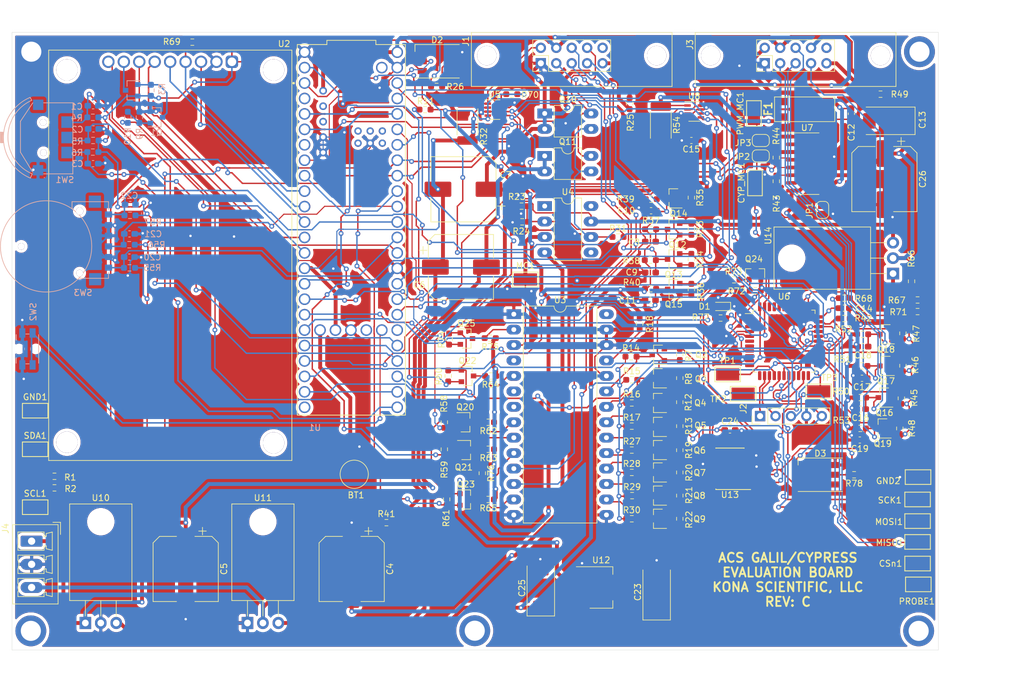
<source format=kicad_pcb>
(kicad_pcb (version 20171130) (host pcbnew "(5.1.9)-1")
  (layers (0 F.Cu signal) (31 B.Cu signal) (34 B.Paste user) (35 F.Paste user) (36 B.SilkS user) (37 F.SilkS user) (38 B.Mask user) (39 F.Mask user) (44 Edge.Cuts user))
  (net 0 "")
  (net 1 GND)
  (net 2 "Net-(BT1-Pad1)")
  (net 3 SW_UP)
  (net 4 SW_SEL)
  (net 5 SW_DWN)
  (net 6 ENC2_B)
  (net 7 ENC2_HOME)
  (net 8 ENC2_INDEX)
  (net 9 ENC2_A)
  (net 10 ROT_B)
  (net 11 ROT_SEL)
  (net 12 ROT_A)
  (net 13 NEOPIXEL)
  (net 14 +3V3)
  (net 15 "Net-(D2-Pad5)")
  (net 16 "Net-(MOSFET1-Pad3)")
  (net 17 BL_EN)
  (net 18 "Net-(Q1-Pad1)")
  (net 19 HV_GALIL_PE0)
  (net 20 GALIL_PE0)
  (net 21 HV_GALIL_PE1)
  (net 22 GALIL_PE1)
  (net 23 HV_GALIL_PE2)
  (net 24 GALIL_PE2)
  (net 25 HV_GALIL_PE3)
  (net 26 GALIL_PE3)
  (net 27 HV_GALIL_PE4)
  (net 28 GALIL_PE4)
  (net 29 HV_GALIL_PE5)
  (net 30 GALIL_PE5)
  (net 31 HV_GALIL_PE6)
  (net 32 GALIL_PE6)
  (net 33 HV_GALIL_PE7)
  (net 34 GALIL_PE7)
  (net 35 ENC2_MTR1)
  (net 36 +5V)
  (net 37 -5V)
  (net 38 ENC2_B_L)
  (net 39 ENC2_HOME_L)
  (net 40 ENC2_INDEX_L)
  (net 41 ENC2_A_L)
  (net 42 ENC1_B_L)
  (net 43 ENC1_B)
  (net 44 ENC1_HOME_L)
  (net 45 ENC1_HOME)
  (net 46 ENC1_INDEX_L)
  (net 47 ENC1_INDEX)
  (net 48 ENC1_A_L)
  (net 49 ENC1_A)
  (net 50 I2C_SDA)
  (net 51 I2C_SCL)
  (net 52 "Net-(R10-Pad1)")
  (net 53 "Net-(R18-Pad1)")
  (net 54 +15V)
  (net 55 "Net-(R23-Pad1)")
  (net 56 GNDPWR)
  (net 57 ENC2_MTR2)
  (net 58 "Net-(SW2-Pad2)")
  (net 59 GALIL_RSTn)
  (net 60 ENC1_INDEX_OUT)
  (net 61 ENC1_HOME_OUT)
  (net 62 SCK)
  (net 63 MISO)
  (net 64 MOSI)
  (net 65 CS)
  (net 66 DC)
  (net 67 RSTn)
  (net 68 Motor_Cntrl)
  (net 69 "Net-(J3-Pad8)")
  (net 70 ENC1_MTR1)
  (net 71 "Net-(J1-Pad9)")
  (net 72 Cypress_DebugReset0)
  (net 73 "Net-(J2-Pad2)")
  (net 74 "Net-(J2-Pad1)")
  (net 75 "Net-(J3-Pad9)")
  (net 76 ENC1_MTR2)
  (net 77 "Net-(R43-Pad1)")
  (net 78 PWM_DISABLE_MOT0)
  (net 79 -15V)
  (net 80 "Net-(C14-Pad2)")
  (net 81 "Net-(C12-Pad2)")
  (net 82 "Net-(C12-Pad1)")
  (net 83 ENC1_MTR_RTN)
  (net 84 "Net-(JP2-Pad1)")
  (net 85 "Net-(Q10-Pad3)")
  (net 86 CYPRESS_PWM0)
  (net 87 PWM_MC)
  (net 88 GALIL_DEC_HV)
  (net 89 GALIL_DEC)
  (net 90 GALIL_INC)
  (net 91 GALIL_CLK_HV)
  (net 92 GALIL_CLK)
  (net 93 GALIL_RSTn_HV)
  (net 94 "Net-(R11-Pad2)")
  (net 95 CYP_CSn)
  (net 96 V_MOTOR)
  (net 97 GALIL_INC_HV)
  (net 98 "Net-(R66-Pad2)")
  (net 99 "Net-(R67-Pad1)")
  (net 100 "Net-(R70-Pad1)")
  (net 101 CypressRST_MOT0)
  (net 102 "Net-(Q24-Pad1)")
  (net 103 "Net-(R73-Pad1)")
  (net 104 GALIL_ERR_FLG_HV)
  (net 105 GALIL_ERR_FLG)
  (net 106 "Net-(R76-Pad2)")
  (net 107 PROBE)
  (net 108 LED)
  (net 109 "Net-(D1-Pad2)")
  (net 110 CLED)
  (net 111 "Net-(D3-Pad5)")
  (net 112 "Net-(TP1-Pad1)")
  (net 113 "Net-(TP2-Pad1)")
  (net 114 "Net-(TP3-Pad1)")
  (net 115 MOSI1)
  (net 116 SCK1)
  (net 117 MISO1)
  (module TestPoint:TestPoint_Keystone_5019_Minature (layer F.Cu) (at 170.815 116.205)
    (fp_text reference TP3 (at 1.778 -2.25) (layer F.SilkS))
    (fp_text value TP)
    (pad 1 smd rect (at 0 0) (size 3.8 2) (layers F.Cu F.Paste F.Mask) (net 114 "Net-(TP3-Pad1)"))
  )
  (module TestPoint:TestPoint_Keystone_5019_Minature (layer F.Cu) (at 158.369 116.586)
    (fp_text reference TP2 (at -4.064 0.889) (layer F.SilkS))
    (fp_text value TP)
    (pad 1 smd rect (at 0 0) (size 3.8 2) (layers F.Cu F.Paste F.Mask) (net 113 "Net-(TP2-Pad1)"))
  )
  (module TestPoint:TestPoint_Keystone_5019_Minature (layer F.Cu) (at 155.829 113.411)
    (fp_text reference TP1 (at 0 -2.25) (layer F.SilkS))
    (fp_text value TP)
    (pad 1 smd rect (at 0 0) (size 3.8 2) (layers F.Cu F.Paste F.Mask) (net 112 "Net-(TP1-Pad1)"))
  )
  (module Resistor_SMD:R_0603_1608Metric_Pad0.98x0.95mm_HandSolder (layer F.Cu) (at 176.6335 129.921 180)
    (fp_text reference R78 (at 0 -1.43) (layer F.SilkS))
    (fp_text value 100R0)
    (pad 2 smd roundrect (at 0.9125 0 180) (size 0.975 0.95) (layers F.Cu F.Paste F.Mask) (net 111 "Net-(D3-Pad5)"))
    (pad 1 smd roundrect (at -0.9125 0 180) (size 0.975 0.95) (layers F.Cu F.Paste F.Mask) (net 36 +5V))
  )
  (module LED_SMD:LED_WS2812_PLCC6_5.0x5.0mm_P1.6mm (layer F.Cu) (at 171.069 129.921)
    (fp_text reference D3 (at 0 -3.5) (layer F.SilkS))
    (fp_text value WS2812S)
    (pad 1 smd rect (at -2.45 -1.6) (size 1.5 1) (layers F.Cu F.Paste F.Mask))
    (pad 2 smd rect (at -2.45 0) (size 1.5 1) (layers F.Cu F.Paste F.Mask) (net 110 CLED))
    (pad 3 smd rect (at -2.45 1.6) (size 1.5 1) (layers F.Cu F.Paste F.Mask) (net 14 +3V3))
    (pad 6 smd rect (at 2.45 -1.6) (size 1.5 1) (layers F.Cu F.Paste F.Mask) (net 1 GND))
    (pad 5 smd rect (at 2.45 0) (size 1.5 1) (layers F.Cu F.Paste F.Mask) (net 111 "Net-(D3-Pad5)"))
    (pad 4 smd rect (at 2.45 1.6) (size 1.5 1) (layers F.Cu F.Paste F.Mask))
  )
  (module TestPoint:TestPoint_Keystone_5019_Minature (layer F.Cu) (at 187.071 133.985)
    (fp_text reference SCK1 (at -4.572 0.127) (layer F.SilkS))
    (fp_text value SCK)
    (pad 1 smd rect (at 0 0) (size 3.8 2) (layers F.Cu F.Paste F.Mask) (net 116 SCK1))
  )
  (module Resistor_SMD:R_0603_1608Metric_Pad0.98x0.95mm_HandSolder (layer F.Cu) (at 154.6625 104.14)
    (fp_text reference R77 (at -3.2785 -0.127) (layer F.SilkS))
    (fp_text value "120ohms 1/4W")
    (pad 2 smd roundrect (at 0.9125 0) (size 0.975 0.95) (layers F.Cu F.Paste F.Mask) (net 108 LED))
    (pad 1 smd roundrect (at -0.9125 0) (size 0.975 0.95) (layers F.Cu F.Paste F.Mask) (net 109 "Net-(D1-Pad2)"))
  )
  (module TestPoint:TestPoint_Keystone_5019_Minature (layer F.Cu) (at 187.198 147.955)
    (fp_text reference PROBE1 (at -0.254 2.794) (layer F.SilkS))
    (fp_text value PROBE)
    (pad 1 smd rect (at 0 0) (size 3.8 2) (layers F.Cu F.Paste F.Mask) (net 107 PROBE))
  )
  (module TestPoint:TestPoint_Keystone_5019_Minature (layer F.Cu) (at 187.071 137.541)
    (fp_text reference MOSI1 (at -4.699 0.127) (layer F.SilkS))
    (fp_text value MOSI)
    (pad 1 smd rect (at 0 0) (size 3.8 2) (layers F.Cu F.Paste F.Mask) (net 115 MOSI1))
  )
  (module TestPoint:TestPoint_Keystone_5019_Minature (layer F.Cu) (at 187.071 140.97)
    (fp_text reference MISO1 (at -4.572 0.127) (layer F.SilkS))
    (fp_text value MISO)
    (pad 1 smd rect (at 0 0) (size 3.8 2) (layers F.Cu F.Paste F.Mask) (net 117 MISO1))
  )
  (module LED_SMD:LED_0603_1608Metric_Castellated (layer F.Cu) (at 154.6355 102.235 180)
    (fp_text reference D1 (at 2.6165 0) (layer F.SilkS))
    (fp_text value LED)
    (pad 2 smd roundrect (at 0.8125 0 180) (size 1.225 0.85) (layers F.Cu F.Paste F.Mask) (net 109 "Net-(D1-Pad2)"))
    (pad 1 smd roundrect (at -0.8125 0 180) (size 1.225 0.85) (layers F.Cu F.Paste F.Mask) (net 1 GND))
  )
  (module TestPoint:TestPoint_Keystone_5019_Minature (layer F.Cu) (at 187.071 144.526)
    (fp_text reference CSn1 (at -4.445 0) (layer F.SilkS))
    (fp_text value CSn)
    (pad 1 smd rect (at 0 0) (size 3.8 2) (layers F.Cu F.Paste F.Mask) (net 95 CYP_CSn))
  )
  (module Resistor_SMD:R_0603_1608Metric_Pad0.98x0.95mm_HandSolder (layer F.Cu) (at 115.4684 129.667 270)
    (fp_text reference R76 (at 0 -1.43 90) (layer F.SilkS))
    (fp_text value 10K0)
    (pad 2 smd roundrect (at 0.9125 0 270) (size 0.975 0.95) (layers F.Cu F.Paste F.Mask) (net 106 "Net-(R76-Pad2)"))
    (pad 1 smd roundrect (at -0.9125 0 270) (size 0.975 0.95) (layers F.Cu F.Paste F.Mask) (net 36 +5V))
  )
  (module Capacitor_SMD:CP_Elec_10x10.5 (layer F.Cu) (at 66.675 145.415 270)
    (fp_text reference C5 (at 0 -6.3 90) (layer F.SilkS))
    (fp_text value CP)
    (pad 2 smd roundrect (at 4.2 0 270) (size 4.4 2.5) (layers F.Cu F.Paste F.Mask) (roundrect_rratio 0.1) (net 1 GND))
    (pad 1 smd roundrect (at -4.2 0 270) (size 4.4 2.5) (layers F.Cu F.Paste F.Mask) (roundrect_rratio 0.1) (net 54 +15V))
  )
  (module Package_TO_SOT_THT:TO-220-3_Horizontal_TabDown (layer F.Cu) (at 183.0324 96.8248 90)
    (fp_text reference U14 (at 6.2484 -20.5486 90) (layer F.SilkS))
    (fp_text value LM350_TO220)
    (pad 3 thru_hole oval (at 5.08 0 90) (size 1.905 2) (drill 1.1) (layers *.Cu *.Mask) (net 54 +15V))
    (pad 2 thru_hole oval (at 2.54 0 90) (size 1.905 2) (drill 1.1) (layers *.Cu *.Mask) (net 96 V_MOTOR))
    (pad 1 thru_hole rect (at 0 0 90) (size 1.905 2) (drill 1.1) (layers *.Cu *.Mask) (net 98 "Net-(R66-Pad2)"))
    (pad "" np_thru_hole oval (at 2.54 -16.66 90) (size 3.5 3.5) (drill 3.5) (layers *.Cu *.Mask))
  )
  (module Package_TO_SOT_THT:TO-220-3_Horizontal_TabDown (layer F.Cu) (at 76.835 154.305)
    (fp_text reference U11 (at 2.54 -20.58) (layer F.SilkS))
    (fp_text value LM7905_TO220)
    (pad 3 thru_hole oval (at 5.08 0) (size 1.905 2) (drill 1.1) (layers *.Cu *.Mask) (net 37 -5V))
    (pad 2 thru_hole oval (at 2.54 0) (size 1.905 2) (drill 1.1) (layers *.Cu *.Mask) (net 79 -15V))
    (pad 1 thru_hole rect (at 0 0) (size 1.905 2) (drill 1.1) (layers *.Cu *.Mask) (net 1 GND))
    (pad "" np_thru_hole oval (at 2.54 -16.66) (size 3.5 3.5) (drill 3.5) (layers *.Cu *.Mask))
  )
  (module Package_TO_SOT_THT:TO-220-3_Horizontal_TabDown (layer F.Cu) (at 50.165 154.305)
    (fp_text reference U10 (at 2.54 -20.58) (layer F.SilkS))
    (fp_text value LM7805_TO220)
    (pad 3 thru_hole oval (at 5.08 0) (size 1.905 2) (drill 1.1) (layers *.Cu *.Mask) (net 36 +5V))
    (pad 2 thru_hole oval (at 2.54 0) (size 1.905 2) (drill 1.1) (layers *.Cu *.Mask) (net 1 GND))
    (pad 1 thru_hole rect (at 0 0) (size 1.905 2) (drill 1.1) (layers *.Cu *.Mask) (net 54 +15V))
    (pad "" np_thru_hole oval (at 2.54 -16.66) (size 3.5 3.5) (drill 3.5) (layers *.Cu *.Mask))
  )
  (module Resistor_SMD:R_0603_1608Metric_Pad0.98x0.95mm_HandSolder (layer F.Cu) (at 116.7657 107.442 180)
    (fp_text reference R75 (at 0 -1.43) (layer F.SilkS))
    (fp_text value R)
    (pad 2 smd roundrect (at 0.9125 0 180) (size 0.975 0.95) (layers F.Cu F.Paste F.Mask) (net 104 GALIL_ERR_FLG_HV))
    (pad 1 smd roundrect (at -0.9125 0 180) (size 0.975 0.95) (layers F.Cu F.Paste F.Mask) (net 36 +5V))
  )
  (module Resistor_SMD:R_0603_1608Metric_Pad0.98x0.95mm_HandSolder (layer F.Cu) (at 110.0074 107.5963 270)
    (fp_text reference R74 (at 0.0743 1.2446 90) (layer F.SilkS))
    (fp_text value R)
    (pad 2 smd roundrect (at 0.9125 0 270) (size 0.975 0.95) (layers F.Cu F.Paste F.Mask) (net 105 GALIL_ERR_FLG))
    (pad 1 smd roundrect (at -0.9125 0 270) (size 0.975 0.95) (layers F.Cu F.Paste F.Mask) (net 14 +3V3))
  )
  (module Package_TO_SOT_SMD:SOT-23 (layer F.Cu) (at 112.8522 107.5182)
    (fp_text reference Q25 (at 0 -2.5) (layer F.SilkS))
    (fp_text value BSS138)
    (pad 3 smd rect (at 1 0) (size 0.9 0.8) (layers F.Cu F.Paste F.Mask) (net 104 GALIL_ERR_FLG_HV))
    (pad 2 smd rect (at -1 0.95) (size 0.9 0.8) (layers F.Cu F.Paste F.Mask) (net 105 GALIL_ERR_FLG))
    (pad 1 smd rect (at -1 -0.95) (size 0.9 0.8) (layers F.Cu F.Paste F.Mask) (net 14 +3V3))
  )
  (module Resistor_SMD:R_0603_1608Metric_Pad0.98x0.95mm_HandSolder (layer F.Cu) (at 156.8685 97.8408)
    (fp_text reference R73 (at -0.0527 -1.3462) (layer F.SilkS))
    (fp_text value 1K0)
    (pad 2 smd roundrect (at 0.9125 0) (size 0.975 0.95) (layers F.Cu F.Paste F.Mask) (net 102 "Net-(Q24-Pad1)"))
    (pad 1 smd roundrect (at -0.9125 0) (size 0.975 0.95) (layers F.Cu F.Paste F.Mask) (net 103 "Net-(R73-Pad1)"))
  )
  (module Resistor_SMD:R_0603_1608Metric_Pad0.98x0.95mm_HandSolder (layer F.Cu) (at 160.3737 99.6442)
    (fp_text reference R72 (at -3.0715 0.0762) (layer F.SilkS))
    (fp_text value 10K0)
    (pad 2 smd roundrect (at 0.9125 0) (size 0.975 0.95) (layers F.Cu F.Paste F.Mask) (net 1 GND))
    (pad 1 smd roundrect (at -0.9125 0) (size 0.975 0.95) (layers F.Cu F.Paste F.Mask) (net 102 "Net-(Q24-Pad1)"))
  )
  (module Package_TO_SOT_SMD:SOT-23 (layer F.Cu) (at 160.34 96.79 90)
    (fp_text reference Q24 (at 2.3528 -0.193 180) (layer F.SilkS))
    (fp_text value MMBT3904)
    (pad 3 smd rect (at 1 0 90) (size 0.9 0.8) (layers F.Cu F.Paste F.Mask) (net 101 CypressRST_MOT0))
    (pad 2 smd rect (at -1 0.95 90) (size 0.9 0.8) (layers F.Cu F.Paste F.Mask) (net 1 GND))
    (pad 1 smd rect (at -1 -0.95 90) (size 0.9 0.8) (layers F.Cu F.Paste F.Mask) (net 102 "Net-(Q24-Pad1)"))
  )
  (module TestPoint:TestPoint_Keystone_5019_Minature (layer F.Cu) (at 187.1472 130.302)
    (fp_text reference GND2 (at -4.9022 0.635) (layer F.SilkS))
    (fp_text value TestPoint)
    (pad 1 smd rect (at 0 0) (size 3.8 2) (layers F.Cu F.Paste F.Mask) (net 1 GND))
  )
  (module Resistor_SMD:R_0603_1608Metric_Pad0.98x0.95mm_HandSolder (layer F.Cu) (at 187.0691 103.0732 180)
    (fp_text reference R71 (at 3.1477 -0.0762) (layer F.SilkS))
    (fp_text value 54)
    (pad 2 smd roundrect (at 0.9125 0 180) (size 0.975 0.95) (layers F.Cu F.Paste F.Mask) (net 1 GND))
    (pad 1 smd roundrect (at -0.9125 0 180) (size 0.975 0.95) (layers F.Cu F.Paste F.Mask) (net 99 "Net-(R67-Pad1)"))
  )
  (module Resistor_SMD:R_0603_1608Metric_Pad0.98x0.95mm_HandSolder (layer F.Cu) (at 120.3217 67.31)
    (fp_text reference R70 (at 2.9953 0.1016) (layer F.SilkS))
    (fp_text value 10K)
    (pad 2 smd roundrect (at 0.9125 0) (size 0.975 0.95) (layers F.Cu F.Paste F.Mask) (net 14 +3V3))
    (pad 1 smd roundrect (at -0.9125 0) (size 0.975 0.95) (layers F.Cu F.Paste F.Mask) (net 100 "Net-(R70-Pad1)"))
  )
  (module Kona1:teensy41 (layer B.Cu) (at 71.323 91.5312 270)
    (fp_text reference U1 (at 30.6428 -16.5864 180) (layer B.SilkS) (effects (justify mirror)))
    (fp_text value DEV-16771)
    (pad 41 thru_hole circle (at 6.97 -30.15 270) (size 1.905 1.905) (drill 1.4224) (layers *.Cu *.Mask) (net 46 ENC1_INDEX_L))
    (pad 40 thru_hole circle (at 9.51 -30.15 270) (size 1.905 1.905) (drill 1.4224) (layers *.Cu *.Mask) (net 44 ENC1_HOME_L))
    (pad 39 thru_hole circle (at 12.05 -30.15 270) (size 1.905 1.905) (drill 1.4224) (layers *.Cu *.Mask) (net 40 ENC2_INDEX_L))
    (pad 38 thru_hole circle (at 14.59 -30.15 270) (size 1.905 1.905) (drill 1.4224) (layers *.Cu *.Mask))
    (pad 37 thru_hole circle (at 17.13 -30.15 270) (size 1.905 1.905) (drill 1.4224) (layers *.Cu *.Mask) (net 4 SW_SEL))
    (pad 36 thru_hole circle (at 19.67 -30.15 270) (size 1.905 1.905) (drill 1.4224) (layers *.Cu *.Mask) (net 5 SW_DWN))
    (pad 35 thru_hole circle (at 22.21 -30.15 270) (size 1.905 1.905) (drill 1.4224) (layers *.Cu *.Mask) (net 107 PROBE))
    (pad 34 thru_hole circle (at 24.75 -30.15 270) (size 1.905 1.905) (drill 1.4224) (layers *.Cu *.Mask) (net 52 "Net-(R10-Pad1)"))
    (pad 33 thru_hole circle (at 27.29 -30.15 270) (size 1.905 1.905) (drill 1.4224) (layers *.Cu *.Mask) (net 3 SW_UP))
    (pad 32 thru_hole circle (at 27.29 -14.91 270) (size 1.905 1.905) (drill 1.4224) (layers *.Cu *.Mask))
    (pad 31 thru_hole circle (at 24.75 -14.91 270) (size 1.905 1.905) (drill 1.4224) (layers *.Cu *.Mask) (net 60 ENC1_INDEX_OUT))
    (pad 30 thru_hole circle (at 22.21 -14.91 270) (size 1.905 1.905) (drill 1.4224) (layers *.Cu *.Mask) (net 61 ENC1_HOME_OUT))
    (pad 29 thru_hole circle (at 19.67 -14.91 270) (size 1.905 1.905) (drill 1.4224) (layers *.Cu *.Mask) (net 103 "Net-(R73-Pad1)"))
    (pad 28 thru_hole circle (at 17.13 -14.91 270) (size 1.905 1.905) (drill 1.4224) (layers *.Cu *.Mask) (net 95 CYP_CSn))
    (pad 27 thru_hole circle (at 14.59 -14.91 270) (size 1.905 1.905) (drill 1.4224) (layers *.Cu *.Mask) (net 116 SCK1))
    (pad 26 thru_hole circle (at 12.05 -14.91 270) (size 1.905 1.905) (drill 1.4224) (layers *.Cu *.Mask) (net 115 MOSI1))
    (pad 25 thru_hole circle (at 9.51 -14.91 270) (size 1.905 1.905) (drill 1.4224) (layers *.Cu *.Mask) (net 39 ENC2_HOME_L))
    (pad 24 thru_hole circle (at 6.97 -14.91 270) (size 1.905 1.905) (drill 1.4224) (layers *.Cu *.Mask) (net 38 ENC2_B_L))
    (pad VIN thru_hole circle (at -31.13 -30.15 270) (size 1.905 1.905) (drill 1.4224) (layers *.Cu *.Mask) (net 36 +5V))
    (pad GND3 thru_hole circle (at -28.59 -30.15 270) (size 1.905 1.905) (drill 1.4224) (layers *.Cu *.Mask) (net 1 GND))
    (pad 3.3V_2 thru_hole circle (at -26.05 -30.15 270) (size 1.905 1.905) (drill 1.4224) (layers *.Cu *.Mask) (net 94 "Net-(R11-Pad2)"))
    (pad 23 thru_hole circle (at -23.51 -30.15 270) (size 1.905 1.905) (drill 1.4224) (layers *.Cu *.Mask) (net 41 ENC2_A_L))
    (pad 22 thru_hole circle (at -20.97 -30.15 270) (size 1.905 1.905) (drill 1.4224) (layers *.Cu *.Mask) (net 90 GALIL_INC))
    (pad 21 thru_hole circle (at -18.43 -30.15 270) (size 1.905 1.905) (drill 1.4224) (layers *.Cu *.Mask) (net 89 GALIL_DEC))
    (pad 20 thru_hole circle (at -15.89 -30.15 270) (size 1.905 1.905) (drill 1.4224) (layers *.Cu *.Mask) (net 105 GALIL_ERR_FLG))
    (pad 19 thru_hole circle (at -13.35 -30.15 270) (size 1.905 1.905) (drill 1.4224) (layers *.Cu *.Mask) (net 51 I2C_SCL))
    (pad 18 thru_hole circle (at -10.81 -30.15 270) (size 1.905 1.905) (drill 1.4224) (layers *.Cu *.Mask) (net 50 I2C_SDA))
    (pad 17 thru_hole circle (at -8.27 -30.15 270) (size 1.905 1.905) (drill 1.4224) (layers *.Cu *.Mask) (net 59 GALIL_RSTn))
    (pad 16 thru_hole circle (at -5.73 -30.15 270) (size 1.905 1.905) (drill 1.4224) (layers *.Cu *.Mask) (net 11 ROT_SEL))
    (pad 15 thru_hole circle (at -3.19 -30.15 270) (size 1.905 1.905) (drill 1.4224) (layers *.Cu *.Mask) (net 12 ROT_A))
    (pad 14 thru_hole circle (at -0.65 -30.15 270) (size 1.905 1.905) (drill 1.4224) (layers *.Cu *.Mask) (net 10 ROT_B))
    (pad 13 thru_hole circle (at 1.89 -30.15 270) (size 1.905 1.905) (drill 1.4224) (layers *.Cu *.Mask) (net 62 SCK))
    (pad 3.3V_1 thru_hole circle (at 4.43 -14.91 270) (size 1.905 1.905) (drill 1.4224) (layers *.Cu *.Mask) (net 94 "Net-(R11-Pad2)"))
    (pad 12 thru_hole circle (at 1.89 -14.91 270) (size 1.905 1.905) (drill 1.4224) (layers *.Cu *.Mask) (net 63 MISO))
    (pad 11 thru_hole circle (at -0.65 -14.91 270) (size 1.905 1.905) (drill 1.4224) (layers *.Cu *.Mask) (net 64 MOSI))
    (pad 10 thru_hole circle (at -3.19 -14.91 270) (size 1.905 1.905) (drill 1.4224) (layers *.Cu *.Mask) (net 65 CS))
    (pad 9 thru_hole circle (at -5.73 -14.91 270) (size 1.905 1.905) (drill 1.4224) (layers *.Cu *.Mask) (net 66 DC))
    (pad 8 thru_hole circle (at -8.27 -14.91 270) (size 1.905 1.905) (drill 1.4224) (layers *.Cu *.Mask) (net 67 RSTn))
    (pad 7 thru_hole circle (at -10.81 -14.91 270) (size 1.905 1.905) (drill 1.4224) (layers *.Cu *.Mask) (net 108 LED))
    (pad 6 thru_hole circle (at -13.35 -14.91 270) (size 1.905 1.905) (drill 1.4224) (layers *.Cu *.Mask) (net 13 NEOPIXEL))
    (pad 5 thru_hole circle (at -15.89 -14.91 270) (size 1.905 1.905) (drill 1.4224) (layers *.Cu *.Mask))
    (pad 4 thru_hole circle (at -18.43 -14.91 270) (size 1.905 1.905) (drill 1.4224) (layers *.Cu *.Mask) (net 87 PWM_MC))
    (pad 3 thru_hole circle (at -20.97 -14.91 270) (size 1.905 1.905) (drill 1.4224) (layers *.Cu *.Mask) (net 78 PWM_DISABLE_MOT0))
    (pad 2 thru_hole circle (at -23.51 -14.91 270) (size 1.905 1.905) (drill 1.4224) (layers *.Cu *.Mask))
    (pad 1 thru_hole circle (at -26.05 -14.91 270) (size 1.905 1.905) (drill 1.4224) (layers *.Cu *.Mask) (net 117 MISO1))
    (pad USB_GND2 thru_hole circle (at -14.62 -17.96 270) (size 1.258 1.258) (drill 0.75) (layers *.Cu *.Mask) (net 1 GND))
    (pad USB_GND1 thru_hole circle (at -17.16 -17.96 270) (size 1.258 1.258) (drill 0.75) (layers *.Cu *.Mask) (net 1 GND))
    (pad D+ thru_hole circle (at -19.7 -17.96 270) (size 1.258 1.258) (drill 0.75) (layers *.Cu *.Mask))
    (pad D- thru_hole circle (at -22.24 -17.96 270) (size 1.258 1.258) (drill 0.75) (layers *.Cu *.Mask))
    (pad 5V thru_hole circle (at -24.78 -17.96 270) (size 1.258 1.258) (drill 0.75) (layers *.Cu *.Mask) (net 36 +5V))
    (pad T- thru_hole circle (at -18.16 -23.7 270) (size 1.208 1.208) (drill 0.7) (layers *.Cu *.Mask))
    (pad LED thru_hole circle (at -18.16 -25.7 270) (size 1.208 1.208) (drill 0.7) (layers *.Cu *.Mask))
    (pad T+ thru_hole circle (at -16.16 -23.7 270) (size 1.208 1.208) (drill 0.7) (layers *.Cu *.Mask))
    (pad GND5 thru_hole circle (at -16.16 -25.7 270) (size 1.208 1.208) (drill 0.7) (layers *.Cu *.Mask) (net 1 GND))
    (pad R+ thru_hole circle (at -18.16 -27.7 270) (size 1.208 1.208) (drill 0.7) (layers *.Cu *.Mask))
    (pad R- thru_hole circle (at -16.16 -27.7 270) (size 1.208 1.208) (drill 0.7) (layers *.Cu *.Mask))
    (pad GND2 thru_hole circle (at 4.43 -30.15 270) (size 1.905 1.905) (drill 1.4224) (layers *.Cu *.Mask) (net 1 GND))
    (pad PROGRAM thru_hole circle (at 14.59 -25.07 270) (size 1.905 1.905) (drill 1.4224) (layers *.Cu *.Mask))
    (pad VUSB thru_hole circle (at -28.59 -27.61 270) (size 1.905 1.905) (drill 1.4224) (layers *.Cu *.Mask))
    (pad ON/OFF thru_hole circle (at 14.59 -27.61 270) (size 1.905 1.905) (drill 1.4224) (layers *.Cu *.Mask) (net 58 "Net-(SW2-Pad2)"))
    (pad GND4 thru_hole circle (at 14.59 -22.53 270) (size 1.905 1.905) (drill 1.4224) (layers *.Cu *.Mask) (net 1 GND))
    (pad 3.3V_3 thru_hole circle (at 14.59 -19.99 270) (size 1.905 1.905) (drill 1.4224) (layers *.Cu *.Mask) (net 94 "Net-(R11-Pad2)"))
    (pad VBAT thru_hole circle (at 14.59 -17.45 270) (size 1.905 1.905) (drill 1.4224) (layers *.Cu *.Mask) (net 2 "Net-(BT1-Pad1)"))
    (pad 0 thru_hole circle (at -28.59 -14.91 270) (size 1.905 1.905) (drill 1.4224) (layers *.Cu *.Mask) (net 92 GALIL_CLK))
    (pad GND1 thru_hole circle (at -31.13 -14.91 270) (size 1.905 1.905) (drill 1.4224) (layers *.Cu *.Mask) (net 1 GND))
  )
  (module Resistor_SMD:R_0603_1608Metric_Pad0.98x0.95mm_HandSolder (layer F.Cu) (at 67.7653 58.7502 180)
    (fp_text reference R69 (at 3.3763 0.0762) (layer F.SilkS))
    (fp_text value 10K0)
    (pad 2 smd roundrect (at 0.9125 0 180) (size 0.975 0.95) (layers F.Cu F.Paste F.Mask) (net 67 RSTn))
    (pad 1 smd roundrect (at -0.9125 0 180) (size 0.975 0.95) (layers F.Cu F.Paste F.Mask) (net 14 +3V3))
  )
  (module Resistor_SMD:R_0603_1608Metric_Pad0.98x0.95mm_HandSolder (layer F.Cu) (at 175.0295 100.8634 180)
    (fp_text reference R68 (at -3.1769 -0.0762) (layer F.SilkS))
    (fp_text value 10K0)
    (pad 2 smd roundrect (at 0.9125 0 180) (size 0.975 0.95) (layers F.Cu F.Paste F.Mask) (net 95 CYP_CSn))
    (pad 1 smd roundrect (at -0.9125 0 180) (size 0.975 0.95) (layers F.Cu F.Paste F.Mask) (net 14 +3V3))
  )
  (module Capacitor_SMD:CP_Elec_10x10.5 (layer F.Cu) (at 181.61 81.28 270)
    (fp_text reference C26 (at 0 -6.3 90) (layer F.SilkS))
    (fp_text value CP)
    (pad 2 smd roundrect (at 4.2 0 270) (size 4.4 2.5) (layers F.Cu F.Paste F.Mask) (roundrect_rratio 0.1) (net 1 GND))
    (pad 1 smd roundrect (at -4.2 0 270) (size 4.4 2.5) (layers F.Cu F.Paste F.Mask) (roundrect_rratio 0.1) (net 96 V_MOTOR))
  )
  (module Capacitor_Tantalum_SMD:CP_EIA-7343-20_Kemet-V_Pad2.25x2.55mm_HandSolder (layer F.Cu) (at 125.095 148.565 90)
    (fp_text reference C25 (at 0 -3.1 90) (layer F.SilkS))
    (fp_text value CP)
    (pad 2 smd roundrect (at 3.2 0 90) (size 2.25 2.55) (layers F.Cu F.Paste F.Mask) (roundrect_rratio 0.1111106666666667) (net 1 GND))
    (pad 1 smd roundrect (at -3.2 0 90) (size 2.25 2.55) (layers F.Cu F.Paste F.Mask) (roundrect_rratio 0.1111106666666667) (net 36 +5V))
  )
  (module Resistor_SMD:R_0603_1608Metric_Pad0.98x0.95mm_HandSolder (layer F.Cu) (at 187.071 101.1682 180)
    (fp_text reference R67 (at 3.429 -0.0508) (layer F.SilkS))
    (fp_text value 906)
    (pad 2 smd roundrect (at 0.9125 0 180) (size 0.975 0.95) (layers F.Cu F.Paste F.Mask) (net 98 "Net-(R66-Pad2)"))
    (pad 1 smd roundrect (at -0.9125 0 180) (size 0.975 0.95) (layers F.Cu F.Paste F.Mask) (net 99 "Net-(R67-Pad1)"))
  )
  (module Resistor_SMD:R_0603_1608Metric_Pad0.98x0.95mm_HandSolder (layer F.Cu) (at 186.0804 98.0929 270)
    (fp_text reference R66 (at -3.7338 0.0254 90) (layer F.SilkS))
    (fp_text value 120)
    (pad 2 smd roundrect (at 0.9125 0 270) (size 0.975 0.95) (layers F.Cu F.Paste F.Mask) (net 98 "Net-(R66-Pad2)"))
    (pad 1 smd roundrect (at -0.9125 0 270) (size 0.975 0.95) (layers F.Cu F.Paste F.Mask) (net 96 V_MOTOR))
  )
  (module Resistor_SMD:R_0603_1608Metric_Pad0.98x0.95mm_HandSolder (layer F.Cu) (at 107.95 66.04)
    (fp_text reference R26 (at 3.0734 0.0508) (layer F.SilkS))
    (fp_text value 100R0)
    (pad 2 smd roundrect (at 0.9125 0) (size 0.975 0.95) (layers F.Cu F.Paste F.Mask) (net 15 "Net-(D2-Pad5)"))
    (pad 1 smd roundrect (at -0.9125 0) (size 0.975 0.95) (layers F.Cu F.Paste F.Mask) (net 36 +5V))
  )
  (module Resistor_SMD:R_0603_1608Metric_Pad0.98x0.95mm_HandSolder (layer F.Cu) (at 106.045 69.85 180)
    (fp_text reference R11 (at -0.127 1.397) (layer F.SilkS))
    (fp_text value DNP)
    (pad 2 smd roundrect (at 0.9125 0 180) (size 0.975 0.95) (layers F.Cu F.Paste F.Mask) (net 94 "Net-(R11-Pad2)"))
    (pad 1 smd roundrect (at -0.9125 0 180) (size 0.975 0.95) (layers F.Cu F.Paste F.Mask) (net 14 +3V3))
  )
  (module Resistor_SMD:R_0603_1608Metric_Pad0.98x0.95mm_HandSolder (layer B.Cu) (at 57.15 71.12 90)
    (fp_text reference R10 (at -3.1242 -0.0254 90) (layer B.SilkS) (effects (justify mirror)))
    (fp_text value 1K0)
    (pad 2 smd roundrect (at 0.9125 0 90) (size 0.975 0.95) (layers B.Cu B.Paste B.Mask) (net 18 "Net-(Q1-Pad1)"))
    (pad 1 smd roundrect (at -0.9125 0 90) (size 0.975 0.95) (layers B.Cu B.Paste B.Mask) (net 52 "Net-(R10-Pad1)"))
  )
  (module Resistor_SMD:R_0603_1608Metric_Pad0.98x0.95mm_HandSolder (layer B.Cu) (at 59.055 71.12 90)
    (fp_text reference R9 (at -2.7178 0.0254 90) (layer B.SilkS) (effects (justify mirror)))
    (fp_text value 10K0)
    (pad 2 smd roundrect (at 0.9125 0 90) (size 0.975 0.95) (layers B.Cu B.Paste B.Mask) (net 1 GND))
    (pad 1 smd roundrect (at -0.9125 0 90) (size 0.975 0.95) (layers B.Cu B.Paste B.Mask) (net 18 "Net-(Q1-Pad1)"))
  )
  (module Resistor_SMD:R_0603_1608Metric_Pad0.98x0.95mm_HandSolder (layer B.Cu) (at 51.3975 76.835 180)
    (fp_text reference R6 (at 2.5787 -0.1016) (layer B.SilkS) (effects (justify mirror)))
    (fp_text value 10K0)
    (pad 2 smd roundrect (at 0.9125 0 180) (size 0.975 0.95) (layers B.Cu B.Paste B.Mask) (net 5 SW_DWN))
    (pad 1 smd roundrect (at -0.9125 0 180) (size 0.975 0.95) (layers B.Cu B.Paste B.Mask) (net 14 +3V3))
  )
  (module Resistor_SMD:R_0603_1608Metric_Pad0.98x0.95mm_HandSolder (layer B.Cu) (at 51.435 74.93 180)
    (fp_text reference R5 (at 2.5908 -0.1524) (layer B.SilkS) (effects (justify mirror)))
    (fp_text value 10K0)
    (pad 2 smd roundrect (at 0.9125 0 180) (size 0.975 0.95) (layers B.Cu B.Paste B.Mask) (net 4 SW_SEL))
    (pad 1 smd roundrect (at -0.9125 0 180) (size 0.975 0.95) (layers B.Cu B.Paste B.Mask) (net 14 +3V3))
  )
  (module Resistor_SMD:R_0603_1608Metric_Pad0.98x0.95mm_HandSolder (layer B.Cu) (at 51.3975 71.12 180)
    (fp_text reference R4 (at 2.6295 -0.1016) (layer B.SilkS) (effects (justify mirror)))
    (fp_text value 10K0)
    (pad 2 smd roundrect (at 0.9125 0 180) (size 0.975 0.95) (layers B.Cu B.Paste B.Mask) (net 3 SW_UP))
    (pad 1 smd roundrect (at -0.9125 0 180) (size 0.975 0.95) (layers B.Cu B.Paste B.Mask) (net 14 +3V3))
  )
  (module Resistor_SMD:R_0603_1608Metric_Pad0.98x0.95mm_HandSolder (layer B.Cu) (at 60.96 66.675 90)
    (fp_text reference R3 (at 0.2032 1.8288 90) (layer B.SilkS) (effects (justify mirror)))
    (fp_text value 10K0)
    (pad 2 smd roundrect (at 0.9125 0 90) (size 0.975 0.95) (layers B.Cu B.Paste B.Mask) (net 17 BL_EN))
    (pad 1 smd roundrect (at -0.9125 0 90) (size 0.975 0.95) (layers B.Cu B.Paste B.Mask) (net 14 +3V3))
  )
  (module Resistor_SMD:R_0603_1608Metric_Pad0.98x0.95mm_HandSolder (layer F.Cu) (at 45.085 132.08 180)
    (fp_text reference R2 (at -2.6416 -0.1524) (layer F.SilkS))
    (fp_text value 4K75)
    (pad 2 smd roundrect (at 0.9125 0 180) (size 0.975 0.95) (layers F.Cu F.Paste F.Mask) (net 51 I2C_SCL))
    (pad 1 smd roundrect (at -0.9125 0 180) (size 0.975 0.95) (layers F.Cu F.Paste F.Mask) (net 14 +3V3))
  )
  (module Resistor_SMD:R_0603_1608Metric_Pad0.98x0.95mm_HandSolder (layer F.Cu) (at 45.085 130.175 180)
    (fp_text reference R1 (at -2.5908 -0.1778) (layer F.SilkS))
    (fp_text value 4K75)
    (pad 2 smd roundrect (at 0.9125 0 180) (size 0.975 0.95) (layers F.Cu F.Paste F.Mask) (net 50 I2C_SDA))
    (pad 1 smd roundrect (at -0.9125 0 180) (size 0.975 0.95) (layers F.Cu F.Paste F.Mask) (net 14 +3V3))
  )
  (module Capacitor_SMD:C_0603_1608Metric_Pad1.08x0.95mm_HandSolder (layer B.Cu) (at 51.435 78.74 180)
    (fp_text reference C3 (at 2.5654 -0.0254) (layer B.SilkS) (effects (justify mirror)))
    (fp_text value 0U1)
    (pad 2 smd roundrect (at 0.8625 0 180) (size 1.075 0.95) (layers B.Cu B.Paste B.Mask) (net 5 SW_DWN))
    (pad 1 smd roundrect (at -0.8625 0 180) (size 1.075 0.95) (layers B.Cu B.Paste B.Mask) (net 1 GND))
  )
  (module Capacitor_SMD:C_0603_1608Metric_Pad1.08x0.95mm_HandSolder (layer B.Cu) (at 51.5025 73.025 180)
    (fp_text reference C2 (at 2.6329 -0.1016) (layer B.SilkS) (effects (justify mirror)))
    (fp_text value 0U1)
    (pad 2 smd roundrect (at 0.8625 0 180) (size 1.075 0.95) (layers B.Cu B.Paste B.Mask) (net 4 SW_SEL))
    (pad 1 smd roundrect (at -0.8625 0 180) (size 1.075 0.95) (layers B.Cu B.Paste B.Mask) (net 1 GND))
  )
  (module Capacitor_SMD:C_0603_1608Metric_Pad1.08x0.95mm_HandSolder (layer B.Cu) (at 51.435 69.215 180)
    (fp_text reference C1 (at 2.667 -0.127) (layer B.SilkS) (effects (justify mirror)))
    (fp_text value 0U1)
    (pad 2 smd roundrect (at 0.8625 0 180) (size 1.075 0.95) (layers B.Cu B.Paste B.Mask) (net 3 SW_UP))
    (pad 1 smd roundrect (at -0.8625 0 180) (size 1.075 0.95) (layers B.Cu B.Paste B.Mask) (net 1 GND))
  )
  (module Kona1:StrutConn (layer F.Cu) (at 161.925 62.23 90)
    (fp_text reference J3 (at 3.0734 -12.2936 90) (layer F.SilkS))
    (fp_text value Conn_01x10)
    (pad MH thru_hole circle (at 1.27 19.05 90) (size 3.175 3.175) (drill 3.175) (layers *.Cu *.Mask))
    (pad MH thru_hole circle (at 1.27 -8.89 90) (size 3.175 3.175) (drill 3.175) (layers *.Cu *.Mask))
    (pad 1 thru_hole rect (at 0 0 90) (size 1.7 1.7) (drill 1) (layers *.Cu *.Mask) (net 1 GND))
    (pad 2 thru_hole oval (at 2.54 0 90) (size 1.7 1.7) (drill 1) (layers *.Cu *.Mask) (net 76 ENC1_MTR2))
    (pad 3 thru_hole oval (at 0 2.54 90) (size 1.7 1.7) (drill 1) (layers *.Cu *.Mask) (net 45 ENC1_HOME))
    (pad 4 thru_hole oval (at 2.54 2.54 90) (size 1.7 1.7) (drill 1) (layers *.Cu *.Mask) (net 36 +5V))
    (pad 5 thru_hole oval (at 0 5.08 90) (size 1.7 1.7) (drill 1) (layers *.Cu *.Mask) (net 49 ENC1_A))
    (pad 6 thru_hole oval (at 2.54 5.08 90) (size 1.7 1.7) (drill 1) (layers *.Cu *.Mask) (net 43 ENC1_B))
    (pad 7 thru_hole oval (at 0 7.62 90) (size 1.7 1.7) (drill 1) (layers *.Cu *.Mask) (net 47 ENC1_INDEX))
    (pad 8 thru_hole oval (at 2.54 7.62 90) (size 1.7 1.7) (drill 1) (layers *.Cu *.Mask) (net 69 "Net-(J3-Pad8)"))
    (pad 9 thru_hole oval (at 0 10.16 90) (size 1.7 1.7) (drill 1) (layers *.Cu *.Mask) (net 75 "Net-(J3-Pad9)"))
    (pad 10 thru_hole oval (at 2.54 10.16 90) (size 1.7 1.7) (drill 1) (layers *.Cu *.Mask))
  )
  (module Kona1:StrutConn (layer F.Cu) (at 125.095 62.23 90)
    (fp_text reference J1 (at 3.6068 -12.3444 90) (layer F.SilkS))
    (fp_text value Conn_01x10)
    (pad MH thru_hole circle (at 1.27 19.05 90) (size 3.175 3.175) (drill 3.175) (layers *.Cu *.Mask))
    (pad MH thru_hole circle (at 1.27 -8.89 90) (size 3.175 3.175) (drill 3.175) (layers *.Cu *.Mask))
    (pad 1 thru_hole rect (at 0 0 90) (size 1.7 1.7) (drill 1) (layers *.Cu *.Mask) (net 1 GND))
    (pad 2 thru_hole oval (at 2.54 0 90) (size 1.7 1.7) (drill 1) (layers *.Cu *.Mask) (net 57 ENC2_MTR2))
    (pad 3 thru_hole oval (at 0 2.54 90) (size 1.7 1.7) (drill 1) (layers *.Cu *.Mask) (net 7 ENC2_HOME))
    (pad 4 thru_hole oval (at 2.54 2.54 90) (size 1.7 1.7) (drill 1) (layers *.Cu *.Mask) (net 36 +5V))
    (pad 5 thru_hole oval (at 0 5.08 90) (size 1.7 1.7) (drill 1) (layers *.Cu *.Mask) (net 9 ENC2_A))
    (pad 6 thru_hole oval (at 2.54 5.08 90) (size 1.7 1.7) (drill 1) (layers *.Cu *.Mask) (net 6 ENC2_B))
    (pad 7 thru_hole oval (at 0 7.62 90) (size 1.7 1.7) (drill 1) (layers *.Cu *.Mask) (net 8 ENC2_INDEX))
    (pad 8 thru_hole oval (at 2.54 7.62 90) (size 1.7 1.7) (drill 1) (layers *.Cu *.Mask) (net 35 ENC2_MTR1))
    (pad 9 thru_hole oval (at 0 10.16 90) (size 1.7 1.7) (drill 1) (layers *.Cu *.Mask) (net 71 "Net-(J1-Pad9)"))
    (pad 10 thru_hole oval (at 2.54 10.16 90) (size 1.7 1.7) (drill 1) (layers *.Cu *.Mask))
  )
  (module Resistor_SMD:R_2512_6332Metric_Pad1.40x3.35mm_HandSolder (layer F.Cu) (at 144.8308 72.392 270)
    (fp_text reference R54 (at 0 -2.62 90) (layer F.SilkS))
    (fp_text value "1.0 ")
    (pad 2 smd roundrect (at 3.05 0 270) (size 1.4 3.35) (layers F.Cu F.Paste F.Mask) (roundrect_rratio 0.1785707142857143) (net 69 "Net-(J3-Pad8)"))
    (pad 1 smd roundrect (at -3.05 0 270) (size 1.4 3.35) (layers F.Cu F.Paste F.Mask) (roundrect_rratio 0.1785707142857143) (net 70 ENC1_MTR1))
  )
  (module Resistor_SMD:R_2512_6332Metric_Pad1.40x3.35mm_HandSolder (layer F.Cu) (at 113.03 71.88 270)
    (fp_text reference R32 (at 2.3896 -2.6924 90) (layer F.SilkS))
    (fp_text value 1R0)
    (pad 2 smd roundrect (at 3.05 0 270) (size 1.4 3.35) (layers F.Cu F.Paste F.Mask) (roundrect_rratio 0.1785707142857143) (net 56 GNDPWR))
    (pad 1 smd roundrect (at -3.05 0 270) (size 1.4 3.35) (layers F.Cu F.Paste F.Mask) (roundrect_rratio 0.1785707142857143) (net 57 ENC2_MTR2))
  )
  (module Package_SO:SO-16_3.9x9.9mm_P1.27mm (layer F.Cu) (at 168.91 78.74)
    (fp_text reference U7 (at 0 -5.9) (layer F.SilkS))
    (fp_text value SI8244)
    (pad 16 smd roundrect (at 2.575 -4.445) (size 1.75 0.6) (layers F.Cu F.Paste F.Mask) (net 96 V_MOTOR))
    (pad 15 smd roundrect (at 2.575 -3.175) (size 1.75 0.6) (layers F.Cu F.Paste F.Mask) (net 81 "Net-(C12-Pad2)"))
    (pad 14 smd roundrect (at 2.575 -1.905) (size 1.75 0.6) (layers F.Cu F.Paste F.Mask) (net 1 GND))
    (pad 13 smd roundrect (at 2.575 -0.635) (size 1.75 0.6) (layers F.Cu F.Paste F.Mask))
    (pad 12 smd roundrect (at 2.575 0.635) (size 1.75 0.6) (layers F.Cu F.Paste F.Mask))
    (pad 11 smd roundrect (at 2.575 1.905) (size 1.75 0.6) (layers F.Cu F.Paste F.Mask) (net 96 V_MOTOR))
    (pad 10 smd roundrect (at 2.575 3.175) (size 1.75 0.6) (layers F.Cu F.Paste F.Mask) (net 82 "Net-(C12-Pad1)"))
    (pad 9 smd roundrect (at 2.575 4.445) (size 1.75 0.6) (layers F.Cu F.Paste F.Mask) (net 83 ENC1_MTR_RTN))
    (pad 8 smd roundrect (at -2.575 4.445) (size 1.75 0.6) (layers F.Cu F.Paste F.Mask) (net 36 +5V))
    (pad 7 smd roundrect (at -2.575 3.175) (size 1.75 0.6) (layers F.Cu F.Paste F.Mask))
    (pad 6 smd roundrect (at -2.575 1.905) (size 1.75 0.6) (layers F.Cu F.Paste F.Mask) (net 77 "Net-(R43-Pad1)"))
    (pad 5 smd roundrect (at -2.575 0.635) (size 1.75 0.6) (layers F.Cu F.Paste F.Mask) (net 78 PWM_DISABLE_MOT0))
    (pad 4 smd roundrect (at -2.575 -0.635) (size 1.75 0.6) (layers F.Cu F.Paste F.Mask) (net 1 GND))
    (pad 3 smd roundrect (at -2.575 -1.905) (size 1.75 0.6) (layers F.Cu F.Paste F.Mask) (net 36 +5V))
    (pad 2 smd roundrect (at -2.575 -3.175) (size 1.75 0.6) (layers F.Cu F.Paste F.Mask))
    (pad 1 smd roundrect (at -2.575 -4.445) (size 1.75 0.6) (layers F.Cu F.Paste F.Mask) (net 84 "Net-(JP2-Pad1)"))
  )
  (module Resistor_SMD:R_0603_1608Metric_Pad0.98x0.95mm_HandSolder (layer F.Cu) (at 116.459 133.985 180)
    (fp_text reference R65 (at 0 -1.43) (layer F.SilkS))
    (fp_text value R)
    (pad 2 smd roundrect (at 0.9125 0 180) (size 0.975 0.95) (layers F.Cu F.Paste F.Mask) (net 93 GALIL_RSTn_HV))
    (pad 1 smd roundrect (at -0.9125 0 180) (size 0.975 0.95) (layers F.Cu F.Paste F.Mask) (net 36 +5V))
  )
  (module Resistor_SMD:R_0603_1608Metric_Pad0.98x0.95mm_HandSolder (layer F.Cu) (at 116.84 113.665 180)
    (fp_text reference R64 (at 0 -1.43) (layer F.SilkS))
    (fp_text value R)
    (pad 2 smd roundrect (at 0.9125 0 180) (size 0.975 0.95) (layers F.Cu F.Paste F.Mask) (net 91 GALIL_CLK_HV))
    (pad 1 smd roundrect (at -0.9125 0 180) (size 0.975 0.95) (layers F.Cu F.Paste F.Mask) (net 36 +5V))
  )
  (module Resistor_SMD:R_0603_1608Metric_Pad0.98x0.95mm_HandSolder (layer F.Cu) (at 116.4825 125.73 180)
    (fp_text reference R63 (at 0 -1.43) (layer F.SilkS))
    (fp_text value R)
    (pad 2 smd roundrect (at 0.9125 0 180) (size 0.975 0.95) (layers F.Cu F.Paste F.Mask) (net 97 GALIL_INC_HV))
    (pad 1 smd roundrect (at -0.9125 0 180) (size 0.975 0.95) (layers F.Cu F.Paste F.Mask) (net 36 +5V))
  )
  (module Resistor_SMD:R_0603_1608Metric_Pad0.98x0.95mm_HandSolder (layer F.Cu) (at 116.4825 121.285 180)
    (fp_text reference R62 (at 0 -1.43) (layer F.SilkS))
    (fp_text value R)
    (pad 2 smd roundrect (at 0.9125 0 180) (size 0.975 0.95) (layers F.Cu F.Paste F.Mask) (net 88 GALIL_DEC_HV))
    (pad 1 smd roundrect (at -0.9125 0 180) (size 0.975 0.95) (layers F.Cu F.Paste F.Mask) (net 36 +5V))
  )
  (module Resistor_SMD:R_0603_1608Metric_Pad0.98x0.95mm_HandSolder (layer F.Cu) (at 109.601 133.9615 270)
    (fp_text reference R61 (at 3.0969 0.0762 90) (layer F.SilkS))
    (fp_text value R)
    (pad 2 smd roundrect (at 0.9125 0 270) (size 0.975 0.95) (layers F.Cu F.Paste F.Mask) (net 59 GALIL_RSTn))
    (pad 1 smd roundrect (at -0.9125 0 270) (size 0.975 0.95) (layers F.Cu F.Paste F.Mask) (net 14 +3V3))
  )
  (module Resistor_SMD:R_0603_1608Metric_Pad0.98x0.95mm_HandSolder (layer F.Cu) (at 109.855 113.665 270)
    (fp_text reference R60 (at 0.0762 1.5494 90) (layer F.SilkS))
    (fp_text value R)
    (pad 2 smd roundrect (at 0.9125 0 270) (size 0.975 0.95) (layers F.Cu F.Paste F.Mask) (net 92 GALIL_CLK))
    (pad 1 smd roundrect (at -0.9125 0 270) (size 0.975 0.95) (layers F.Cu F.Paste F.Mask) (net 14 +3V3))
  )
  (module Resistor_SMD:R_0603_1608Metric_Pad0.98x0.95mm_HandSolder (layer F.Cu) (at 109.22 125.73 270)
    (fp_text reference R59 (at 3.3528 0 90) (layer F.SilkS))
    (fp_text value R)
    (pad 2 smd roundrect (at 0.9125 0 270) (size 0.975 0.95) (layers F.Cu F.Paste F.Mask) (net 90 GALIL_INC))
    (pad 1 smd roundrect (at -0.9125 0 270) (size 0.975 0.95) (layers F.Cu F.Paste F.Mask) (net 14 +3V3))
  )
  (module Resistor_SMD:R_0603_1608Metric_Pad0.98x0.95mm_HandSolder (layer F.Cu) (at 109.22 121.285 270)
    (fp_text reference R58 (at -3.048 0.0508 90) (layer F.SilkS))
    (fp_text value R)
    (pad 2 smd roundrect (at 0.9125 0 270) (size 0.975 0.95) (layers F.Cu F.Paste F.Mask) (net 89 GALIL_DEC))
    (pad 1 smd roundrect (at -0.9125 0 270) (size 0.975 0.95) (layers F.Cu F.Paste F.Mask) (net 14 +3V3))
  )
  (module Package_TO_SOT_SMD:SOT-23 (layer F.Cu) (at 112.776 133.985)
    (fp_text reference Q23 (at 0 -2.5) (layer F.SilkS))
    (fp_text value BSS138)
    (pad 3 smd rect (at 1 0) (size 0.9 0.8) (layers F.Cu F.Paste F.Mask) (net 93 GALIL_RSTn_HV))
    (pad 2 smd rect (at -1 0.95) (size 0.9 0.8) (layers F.Cu F.Paste F.Mask) (net 59 GALIL_RSTn))
    (pad 1 smd rect (at -1 -0.95) (size 0.9 0.8) (layers F.Cu F.Paste F.Mask) (net 14 +3V3))
  )
  (module Package_TO_SOT_SMD:SOT-23 (layer F.Cu) (at 113.03 113.665)
    (fp_text reference Q22 (at 0 -2.5) (layer F.SilkS))
    (fp_text value BSS138)
    (pad 3 smd rect (at 1 0) (size 0.9 0.8) (layers F.Cu F.Paste F.Mask) (net 91 GALIL_CLK_HV))
    (pad 2 smd rect (at -1 0.95) (size 0.9 0.8) (layers F.Cu F.Paste F.Mask) (net 92 GALIL_CLK))
    (pad 1 smd rect (at -1 -0.95) (size 0.9 0.8) (layers F.Cu F.Paste F.Mask) (net 14 +3V3))
  )
  (module Package_TO_SOT_SMD:SOT-23 (layer F.Cu) (at 112.776 125.857)
    (fp_text reference Q21 (at -0.3556 2.8448) (layer F.SilkS))
    (fp_text value BSS138)
    (pad 3 smd rect (at 1 0) (size 0.9 0.8) (layers F.Cu F.Paste F.Mask) (net 97 GALIL_INC_HV))
    (pad 2 smd rect (at -1 0.95) (size 0.9 0.8) (layers F.Cu F.Paste F.Mask) (net 90 GALIL_INC))
    (pad 1 smd rect (at -1 -0.95) (size 0.9 0.8) (layers F.Cu F.Paste F.Mask) (net 14 +3V3))
  )
  (module Package_TO_SOT_SMD:SOT-23 (layer F.Cu) (at 112.665 121.285)
    (fp_text reference Q20 (at 0 -2.5) (layer F.SilkS))
    (fp_text value BSS138)
    (pad 3 smd rect (at 1 0) (size 0.9 0.8) (layers F.Cu F.Paste F.Mask) (net 88 GALIL_DEC_HV))
    (pad 2 smd rect (at -1 0.95) (size 0.9 0.8) (layers F.Cu F.Paste F.Mask) (net 89 GALIL_DEC))
    (pad 1 smd rect (at -1 -0.95) (size 0.9 0.8) (layers F.Cu F.Paste F.Mask) (net 14 +3V3))
  )
  (module TestPoint:TestPoint_Keystone_5019_Minature (layer F.Cu) (at 160.147 70.485 90)
    (fp_text reference PWM_MC1 (at 0 -2.25 90) (layer F.SilkS))
    (fp_text value TestPoint)
    (pad 1 smd rect (at 0 0 90) (size 3.8 2) (layers F.Cu F.Paste F.Mask) (net 87 PWM_MC))
  )
  (module TestPoint:TestPoint_Keystone_5019_Minature (layer F.Cu) (at 122.555 97.79)
    (fp_text reference MC1 (at 0 -2.25) (layer F.SilkS))
    (fp_text value TestPoint)
    (pad 1 smd rect (at 0 0) (size 3.8 2) (layers F.Cu F.Paste F.Mask) (net 68 Motor_Cntrl))
  )
  (module TestPoint:TestPoint_Keystone_5019_Minature (layer F.Cu) (at 160.3248 81.915 90)
    (fp_text reference CYP_MC1 (at 0 -2.25 90) (layer F.SilkS))
    (fp_text value TestPoint)
    (pad 1 smd rect (at 0 0 90) (size 3.8 2) (layers F.Cu F.Paste F.Mask) (net 86 CYPRESS_PWM0))
  )
  (module Package_SO:SSOP-20_4.4x6.5mm_P0.65mm (layer F.Cu) (at 156.21 128.905 180)
    (fp_text reference U13 (at 0 -4.3) (layer F.SilkS))
    (fp_text value PCF8574ATS)
    (pad 20 smd rect (at 2.9 -2.925 180) (size 1 0.4) (layers F.Cu F.Paste F.Mask) (net 34 GALIL_PE7))
    (pad 19 smd rect (at 2.9 -2.275 180) (size 1 0.4) (layers F.Cu F.Paste F.Mask) (net 32 GALIL_PE6))
    (pad 18 smd rect (at 2.9 -1.625 180) (size 1 0.4) (layers F.Cu F.Paste F.Mask))
    (pad 17 smd rect (at 2.9 -0.975 180) (size 1 0.4) (layers F.Cu F.Paste F.Mask) (net 30 GALIL_PE5))
    (pad 16 smd rect (at 2.9 -0.325 180) (size 1 0.4) (layers F.Cu F.Paste F.Mask) (net 28 GALIL_PE4))
    (pad 15 smd rect (at 2.9 0.325 180) (size 1 0.4) (layers F.Cu F.Paste F.Mask) (net 1 GND))
    (pad 14 smd rect (at 2.9 0.975 180) (size 1 0.4) (layers F.Cu F.Paste F.Mask) (net 26 GALIL_PE3))
    (pad 13 smd rect (at 2.9 1.625 180) (size 1 0.4) (layers F.Cu F.Paste F.Mask))
    (pad 12 smd rect (at 2.9 2.275 180) (size 1 0.4) (layers F.Cu F.Paste F.Mask) (net 24 GALIL_PE2))
    (pad 11 smd rect (at 2.9 2.925 180) (size 1 0.4) (layers F.Cu F.Paste F.Mask) (net 22 GALIL_PE1))
    (pad 10 smd rect (at -2.9 2.925 180) (size 1 0.4) (layers F.Cu F.Paste F.Mask) (net 20 GALIL_PE0))
    (pad 9 smd rect (at -2.9 2.275 180) (size 1 0.4) (layers F.Cu F.Paste F.Mask) (net 1 GND))
    (pad 8 smd rect (at -2.9 1.625 180) (size 1 0.4) (layers F.Cu F.Paste F.Mask))
    (pad 7 smd rect (at -2.9 0.975 180) (size 1 0.4) (layers F.Cu F.Paste F.Mask) (net 1 GND))
    (pad 6 smd rect (at -2.9 0.325 180) (size 1 0.4) (layers F.Cu F.Paste F.Mask) (net 1 GND))
    (pad 5 smd rect (at -2.9 -0.325 180) (size 1 0.4) (layers F.Cu F.Paste F.Mask) (net 14 +3V3))
    (pad 4 smd rect (at -2.9 -0.975 180) (size 1 0.4) (layers F.Cu F.Paste F.Mask) (net 50 I2C_SDA))
    (pad 3 smd rect (at -2.9 -1.625 180) (size 1 0.4) (layers F.Cu F.Paste F.Mask))
    (pad 2 smd rect (at -2.9 -2.275 180) (size 1 0.4) (layers F.Cu F.Paste F.Mask) (net 51 I2C_SCL))
    (pad 1 smd rect (at -2.9 -2.925 180) (size 1 0.4) (layers F.Cu F.Paste F.Mask))
  )
  (module Package_DIP:DIP-4_W7.62mm_LongPads (layer F.Cu) (at 125.73 77.47)
    (fp_text reference Q11 (at 3.81 -2.33) (layer F.SilkS))
    (fp_text value IRFD9102)
    (pad 4 thru_hole oval (at 7.62 0) (size 2.4 1.6) (drill 0.8) (layers *.Cu *.Mask) (net 35 ENC2_MTR1))
    (pad 2 thru_hole oval (at 0 2.54) (size 2.4 1.6) (drill 0.8) (layers *.Cu *.Mask) (net 37 -5V))
    (pad 3 thru_hole oval (at 7.62 2.54) (size 2.4 1.6) (drill 0.8) (layers *.Cu *.Mask) (net 85 "Net-(Q10-Pad3)"))
    (pad 1 thru_hole rect (at 0 0) (size 2.4 1.6) (drill 0.8) (layers *.Cu *.Mask) (net 37 -5V))
  )
  (module Package_DIP:DIP-4_W7.62mm_LongPads (layer F.Cu) (at 125.73 70.485)
    (fp_text reference Q10 (at 3.81 -2.33) (layer F.SilkS))
    (fp_text value IRFD110)
    (pad 4 thru_hole oval (at 7.62 0) (size 2.4 1.6) (drill 0.8) (layers *.Cu *.Mask) (net 35 ENC2_MTR1))
    (pad 2 thru_hole oval (at 0 2.54) (size 2.4 1.6) (drill 0.8) (layers *.Cu *.Mask) (net 36 +5V))
    (pad 3 thru_hole oval (at 7.62 2.54) (size 2.4 1.6) (drill 0.8) (layers *.Cu *.Mask) (net 85 "Net-(Q10-Pad3)"))
    (pad 1 thru_hole rect (at 0 0) (size 2.4 1.6) (drill 0.8) (layers *.Cu *.Mask) (net 36 +5V))
  )
  (module Capacitor_SMD:C_0603_1608Metric_Pad1.08x0.95mm_HandSolder (layer F.Cu) (at 156.21 122.555)
    (fp_text reference C24 (at 0 -1.43) (layer F.SilkS))
    (fp_text value C)
    (pad 2 smd roundrect (at 0.8625 0) (size 1.075 0.95) (layers F.Cu F.Paste F.Mask) (net 1 GND))
    (pad 1 smd roundrect (at -0.8625 0) (size 1.075 0.95) (layers F.Cu F.Paste F.Mask) (net 14 +3V3))
  )
  (module Connector_Phoenix_MC:PhoenixContact_MCV_1,5_3-G-3.81_1x03_P3.81mm_Vertical (layer F.Cu) (at 41.3258 140.843 270)
    (fp_text reference J4 (at -2.0828 4.2926 90) (layer F.SilkS))
    (fp_text value Conn_01x03)
    (pad 3 thru_hole oval (at 7.62 0 270) (size 1.8 3.6) (drill 1.2) (layers *.Cu *.Mask) (net 79 -15V))
    (pad 2 thru_hole oval (at 3.81 0 270) (size 1.8 3.6) (drill 1.2) (layers *.Cu *.Mask) (net 1 GND))
    (pad 1 thru_hole roundrect (at 0 0 270) (size 1.8 3.6) (drill 1.2) (layers *.Cu *.Mask) (roundrect_rratio 0.1388888888888889) (net 54 +15V))
  )
  (module Package_TO_SOT_SMD:SOT-223-3_TabPin2 (layer F.Cu) (at 135.026 148.463)
    (fp_text reference U12 (at 0 -4.5) (layer F.SilkS))
    (fp_text value LT1117-3.3)
    (pad 1 smd rect (at -3.15 -2.3) (size 2 1.5) (layers F.Cu F.Paste F.Mask) (net 1 GND))
    (pad 3 smd rect (at -3.15 2.3) (size 2 1.5) (layers F.Cu F.Paste F.Mask) (net 36 +5V))
    (pad 2 smd rect (at -3.15 0) (size 2 1.5) (layers F.Cu F.Paste F.Mask) (net 14 +3V3))
    (pad 2 smd rect (at 3.15 0) (size 2 3.8) (layers F.Cu F.Paste F.Mask) (net 14 +3V3))
  )
  (module Capacitor_Tantalum_SMD:CP_EIA-7343-20_Kemet-V_Pad2.25x2.55mm_HandSolder (layer F.Cu) (at 144.145 149.225 90)
    (fp_text reference C23 (at 0 -3.1 90) (layer F.SilkS))
    (fp_text value CP)
    (pad 2 smd roundrect (at 3.2 0 90) (size 2.25 2.55) (layers F.Cu F.Paste F.Mask) (roundrect_rratio 0.1111106666666667) (net 1 GND))
    (pad 1 smd roundrect (at -3.2 0 90) (size 2.25 2.55) (layers F.Cu F.Paste F.Mask) (roundrect_rratio 0.1111106666666667) (net 14 +3V3))
  )
  (module Capacitor_SMD:CP_Elec_10x10.5 (layer F.Cu) (at 112.3696 82.9564 180)
    (fp_text reference C7 (at -6.9342 2.3622) (layer F.SilkS))
    (fp_text value CP)
    (pad 2 smd roundrect (at 4.2 0 180) (size 4.4 2.5) (layers F.Cu F.Paste F.Mask) (roundrect_rratio 0.1) (net 56 GNDPWR))
    (pad 1 smd roundrect (at -4.2 0 180) (size 4.4 2.5) (layers F.Cu F.Paste F.Mask) (roundrect_rratio 0.1) (net 36 +5V))
  )
  (module Capacitor_SMD:CP_Elec_10x10.5 (layer F.Cu) (at 111.9468 95.758)
    (fp_text reference C6 (at -6.8416 2.9464) (layer F.SilkS))
    (fp_text value CP)
    (pad 2 smd roundrect (at 4.2 0) (size 4.4 2.5) (layers F.Cu F.Paste F.Mask) (roundrect_rratio 0.1) (net 37 -5V))
    (pad 1 smd roundrect (at -4.2 0) (size 4.4 2.5) (layers F.Cu F.Paste F.Mask) (roundrect_rratio 0.1) (net 56 GNDPWR))
  )
  (module Capacitor_SMD:CP_Elec_10x10.5 (layer F.Cu) (at 93.98 145.415 270)
    (fp_text reference C4 (at 0 -6.3 90) (layer F.SilkS))
    (fp_text value CP)
    (pad 2 smd roundrect (at 4.2 0 270) (size 4.4 2.5) (layers F.Cu F.Paste F.Mask) (roundrect_rratio 0.1) (net 79 -15V))
    (pad 1 smd roundrect (at -4.2 0 270) (size 4.4 2.5) (layers F.Cu F.Paste F.Mask) (roundrect_rratio 0.1) (net 1 GND))
  )
  (module Jumper:SolderJumper-2_P1.3mm_Open_RoundedPad1.0x1.5mm (layer F.Cu) (at 161.275 74.93 180)
    (fp_text reference JP3 (at 2.906 -0.4064) (layer F.SilkS))
    (fp_text value SolderJumper_2_Open)
    (pad 2 smd custom (at 0.65 0 180) (size 1 0.5) (layers F.Cu F.Mask) (net 87 PWM_MC) (options (clearance outline) (anchor rect)) (primitives (gr_circle (center 0 0.25) (end 0.5 0.25) (width 0)) (gr_circle (center 0 -0.25) (end 0.5 -0.25) (width 0)) (gr_poly (pts (xy 0 -0.75) (xy -0.5 -0.75) (xy -0.5 0.75) (xy 0 0.75)) (width 0))))
    (pad 1 smd custom (at -0.65 0 180) (size 1 0.5) (layers F.Cu F.Mask) (net 84 "Net-(JP2-Pad1)") (options (clearance outline) (anchor rect)) (primitives (gr_circle (center 0 0.25) (end 0.5 0.25) (width 0)) (gr_circle (center 0 -0.25) (end 0.5 -0.25) (width 0)) (gr_poly (pts (xy 0 -0.75) (xy 0.5 -0.75) (xy 0.5 0.75) (xy 0 0.75)) (width 0))))
  )
  (module Jumper:SolderJumper-2_P1.3mm_Open_RoundedPad1.0x1.5mm (layer F.Cu) (at 161.275 77.47 180)
    (fp_text reference JP2 (at 3.1346 -0.127) (layer F.SilkS))
    (fp_text value SolderJumper_2_Open)
    (pad 2 smd custom (at 0.65 0 180) (size 1 0.5) (layers F.Cu F.Mask) (net 86 CYPRESS_PWM0) (options (clearance outline) (anchor rect)) (primitives (gr_circle (center 0 0.25) (end 0.5 0.25) (width 0)) (gr_circle (center 0 -0.25) (end 0.5 -0.25) (width 0)) (gr_poly (pts (xy 0 -0.75) (xy -0.5 -0.75) (xy -0.5 0.75) (xy 0 0.75)) (width 0))))
    (pad 1 smd custom (at -0.65 0 180) (size 1 0.5) (layers F.Cu F.Mask) (net 84 "Net-(JP2-Pad1)") (options (clearance outline) (anchor rect)) (primitives (gr_circle (center 0 0.25) (end 0.5 0.25) (width 0)) (gr_circle (center 0 -0.25) (end 0.5 -0.25) (width 0)) (gr_poly (pts (xy 0 -0.75) (xy 0.5 -0.75) (xy 0.5 0.75) (xy 0 0.75)) (width 0))))
  )
  (module Jumper:SolderJumper-2_P1.3mm_Open_RoundedPad1.0x1.5mm (layer F.Cu) (at 171.45 86.345 270)
    (fp_text reference JP1 (at 0.0912 2.159 90) (layer F.SilkS))
    (fp_text value SolderJumper_2_Open)
    (pad 2 smd custom (at 0.65 0 270) (size 1 0.5) (layers F.Cu F.Mask) (net 1 GND) (options (clearance outline) (anchor rect)) (primitives (gr_circle (center 0 0.25) (end 0.5 0.25) (width 0)) (gr_circle (center 0 -0.25) (end 0.5 -0.25) (width 0)) (gr_poly (pts (xy 0 -0.75) (xy -0.5 -0.75) (xy -0.5 0.75) (xy 0 0.75)) (width 0))))
    (pad 1 smd custom (at -0.65 0 270) (size 1 0.5) (layers F.Cu F.Mask) (net 83 ENC1_MTR_RTN) (options (clearance outline) (anchor rect)) (primitives (gr_circle (center 0 0.25) (end 0.5 0.25) (width 0)) (gr_circle (center 0 -0.25) (end 0.5 -0.25) (width 0)) (gr_poly (pts (xy 0 -0.75) (xy 0.5 -0.75) (xy 0.5 0.75) (xy 0 0.75)) (width 0))))
  )
  (module Kona1:WE-SL575 (layer F.Cu) (at 168.878 72.34 270)
    (fp_text reference F1 (at -2.6162 6.3754 90) (layer F.SilkS) (effects (font (size 1.27 1.27) (thickness 0.254))))
    (fp_text value 744229 hide)
    (pad 2 smd rect (at -1.27 -3.302) (size 2 1.2) (layers F.Cu F.Paste F.Mask) (net 81 "Net-(C12-Pad2)"))
    (pad 3 smd rect (at -1.27 4.191) (size 2 1.2) (layers F.Cu F.Paste F.Mask) (net 70 ENC1_MTR1))
    (pad 4 smd rect (at -3.81 4.191) (size 2 1.2) (layers F.Cu F.Paste F.Mask) (net 76 ENC1_MTR2))
    (pad 1 smd rect (at -3.81 -3.302) (size 2 1.2) (layers F.Cu F.Paste F.Mask) (net 82 "Net-(C12-Pad1)"))
  )
  (module Capacitor_SMD:C_0603_1608Metric_Pad1.08x0.95mm_HandSolder (layer F.Cu) (at 177.5725 124.206 180)
    (fp_text reference C19 (at 0 -1.43) (layer F.SilkS))
    (fp_text value C)
    (pad 2 smd roundrect (at 0.8625 0 180) (size 1.075 0.95) (layers F.Cu F.Paste F.Mask) (net 1 GND))
    (pad 1 smd roundrect (at -0.8625 0 180) (size 1.075 0.95) (layers F.Cu F.Paste F.Mask) (net 49 ENC1_A))
  )
  (module Capacitor_SMD:C_0603_1608Metric_Pad1.08x0.95mm_HandSolder (layer F.Cu) (at 178.0805 108.839 180)
    (fp_text reference C18 (at 0 -1.43) (layer F.SilkS))
    (fp_text value C)
    (pad 2 smd roundrect (at 0.8625 0 180) (size 1.075 0.95) (layers F.Cu F.Paste F.Mask) (net 1 GND))
    (pad 1 smd roundrect (at -0.8625 0 180) (size 1.075 0.95) (layers F.Cu F.Paste F.Mask) (net 47 ENC1_INDEX))
  )
  (module Capacitor_SMD:C_0603_1608Metric_Pad1.08x0.95mm_HandSolder (layer F.Cu) (at 177.927 114.046 180)
    (fp_text reference C17 (at 0 -1.43) (layer F.SilkS))
    (fp_text value C)
    (pad 2 smd roundrect (at 0.8625 0 180) (size 1.075 0.95) (layers F.Cu F.Paste F.Mask) (net 1 GND))
    (pad 1 smd roundrect (at -0.8625 0 180) (size 1.075 0.95) (layers F.Cu F.Paste F.Mask) (net 45 ENC1_HOME))
  )
  (module Capacitor_SMD:C_0603_1608Metric_Pad1.08x0.95mm_HandSolder (layer F.Cu) (at 177.673 119.126 180)
    (fp_text reference C16 (at 0 -1.43) (layer F.SilkS))
    (fp_text value C)
    (pad 2 smd roundrect (at 0.8625 0 180) (size 1.075 0.95) (layers F.Cu F.Paste F.Mask) (net 1 GND))
    (pad 1 smd roundrect (at -0.8625 0 180) (size 1.075 0.95) (layers F.Cu F.Paste F.Mask) (net 43 ENC1_B))
  )
  (module Capacitor_SMD:C_0603_1608Metric_Pad1.08x0.95mm_HandSolder (layer F.Cu) (at 149.86 74.93 180)
    (fp_text reference C15 (at 0 -1.43) (layer F.SilkS))
    (fp_text value 1uF)
    (pad 2 smd roundrect (at 0.8625 0 180) (size 1.075 0.95) (layers F.Cu F.Paste F.Mask) (net 1 GND))
    (pad 1 smd roundrect (at -0.8625 0 180) (size 1.075 0.95) (layers F.Cu F.Paste F.Mask) (net 14 +3V3))
  )
  (module Capacitor_SMD:C_0603_1608Metric_Pad1.08x0.95mm_HandSolder (layer F.Cu) (at 174.9817 102.5144 180)
    (fp_text reference C14 (at -3.2501 -0.0762) (layer F.SilkS))
    (fp_text value 1uF)
    (pad 2 smd roundrect (at 0.8625 0 180) (size 1.075 0.95) (layers F.Cu F.Paste F.Mask) (net 80 "Net-(C14-Pad2)"))
    (pad 1 smd roundrect (at -0.8625 0 180) (size 1.075 0.95) (layers F.Cu F.Paste F.Mask) (net 1 GND))
  )
  (module Capacitor_Tantalum_SMD:CP_EIA-7343-15_Kemet-W (layer F.Cu) (at 182.2525 71.7 180)
    (fp_text reference C13 (at -5.6134 0.1524 90) (layer F.SilkS))
    (fp_text value 740mF)
    (pad 2 smd roundrect (at 3.1125 0 180) (size 2.075 2.55) (layers F.Cu F.Paste F.Mask) (roundrect_rratio 0.1204819277108434) (net 1 GND))
    (pad 1 smd roundrect (at -3.1125 0 180) (size 2.075 2.55) (layers F.Cu F.Paste F.Mask) (roundrect_rratio 0.1204819277108434) (net 96 V_MOTOR))
  )
  (module Capacitor_SMD:C_0603_1608Metric_Pad1.08x0.95mm_HandSolder (layer F.Cu) (at 176.18 70.5375 270)
    (fp_text reference C12 (at 3.0745 0 90) (layer F.SilkS))
    (fp_text value 2200pF)
    (pad 2 smd roundrect (at 0.8625 0 270) (size 1.075 0.95) (layers F.Cu F.Paste F.Mask) (net 81 "Net-(C12-Pad2)"))
    (pad 1 smd roundrect (at -0.8625 0 270) (size 1.075 0.95) (layers F.Cu F.Paste F.Mask) (net 82 "Net-(C12-Pad1)"))
  )
  (module Package_QFP:LQFP-44_10x10mm_P0.8mm (layer F.Cu) (at 165.1 107.95)
    (fp_text reference U6 (at 0 -7.35) (layer F.SilkS))
    (fp_text value CY8C4245AXI-483)
    (pad 44 smd roundrect (at -4 -5.6625) (size 0.55 1.475) (layers F.Cu F.Paste F.Mask) (net 107 PROBE))
    (pad 43 smd roundrect (at -3.2 -5.6625) (size 0.55 1.475) (layers F.Cu F.Paste F.Mask) (net 108 LED))
    (pad 42 smd roundrect (at -2.4 -5.6625) (size 0.55 1.475) (layers F.Cu F.Paste F.Mask))
    (pad 41 smd roundrect (at -1.6 -5.6625) (size 0.55 1.475) (layers F.Cu F.Paste F.Mask))
    (pad 40 smd roundrect (at -0.8 -5.6625) (size 0.55 1.475) (layers F.Cu F.Paste F.Mask))
    (pad 39 smd roundrect (at 0 -5.6625) (size 0.55 1.475) (layers F.Cu F.Paste F.Mask))
    (pad 38 smd roundrect (at 0.8 -5.6625) (size 0.55 1.475) (layers F.Cu F.Paste F.Mask))
    (pad 37 smd roundrect (at 1.6 -5.6625) (size 0.55 1.475) (layers F.Cu F.Paste F.Mask) (net 86 CYPRESS_PWM0))
    (pad 36 smd roundrect (at 2.4 -5.6625) (size 0.55 1.475) (layers F.Cu F.Paste F.Mask) (net 1 GND))
    (pad 35 smd roundrect (at 3.2 -5.6625) (size 0.55 1.475) (layers F.Cu F.Paste F.Mask) (net 14 +3V3))
    (pad 34 smd roundrect (at 4 -5.6625) (size 0.55 1.475) (layers F.Cu F.Paste F.Mask) (net 14 +3V3))
    (pad 33 smd roundrect (at 5.6625 -4) (size 1.475 0.55) (layers F.Cu F.Paste F.Mask) (net 80 "Net-(C14-Pad2)"))
    (pad 32 smd roundrect (at 5.6625 -3.2) (size 1.475 0.55) (layers F.Cu F.Paste F.Mask) (net 72 Cypress_DebugReset0))
    (pad 31 smd roundrect (at 5.6625 -2.4) (size 1.475 0.55) (layers F.Cu F.Paste F.Mask) (net 95 CYP_CSn))
    (pad 30 smd roundrect (at 5.6625 -1.6) (size 1.475 0.55) (layers F.Cu F.Paste F.Mask) (net 116 SCK1))
    (pad 29 smd roundrect (at 5.6625 -0.8) (size 1.475 0.55) (layers F.Cu F.Paste F.Mask) (net 117 MISO1))
    (pad 28 smd roundrect (at 5.6625 0) (size 1.475 0.55) (layers F.Cu F.Paste F.Mask) (net 115 MOSI1))
    (pad 27 smd roundrect (at 5.6625 0.8) (size 1.475 0.55) (layers F.Cu F.Paste F.Mask) (net 46 ENC1_INDEX_L))
    (pad 26 smd roundrect (at 5.6625 1.6) (size 1.475 0.55) (layers F.Cu F.Paste F.Mask) (net 44 ENC1_HOME_L))
    (pad 25 smd roundrect (at 5.6625 2.4) (size 1.475 0.55) (layers F.Cu F.Paste F.Mask) (net 42 ENC1_B_L))
    (pad 24 smd roundrect (at 5.6625 3.2) (size 1.475 0.55) (layers F.Cu F.Paste F.Mask) (net 48 ENC1_A_L))
    (pad 23 smd roundrect (at 5.6625 4) (size 1.475 0.55) (layers F.Cu F.Paste F.Mask))
    (pad 22 smd roundrect (at 4 5.6625) (size 0.55 1.475) (layers F.Cu F.Paste F.Mask))
    (pad 21 smd roundrect (at 3.2 5.6625) (size 0.55 1.475) (layers F.Cu F.Paste F.Mask) (net 50 I2C_SDA))
    (pad 20 smd roundrect (at 2.4 5.6625) (size 0.55 1.475) (layers F.Cu F.Paste F.Mask) (net 51 I2C_SCL))
    (pad 19 smd roundrect (at 1.6 5.6625) (size 0.55 1.475) (layers F.Cu F.Paste F.Mask) (net 14 +3V3))
    (pad 18 smd roundrect (at 0.8 5.6625) (size 0.55 1.475) (layers F.Cu F.Paste F.Mask) (net 110 CLED))
    (pad 17 smd roundrect (at 0 5.6625) (size 0.55 1.475) (layers F.Cu F.Paste F.Mask) (net 114 "Net-(TP3-Pad1)"))
    (pad 16 smd roundrect (at -0.8 5.6625) (size 0.55 1.475) (layers F.Cu F.Paste F.Mask) (net 113 "Net-(TP2-Pad1)"))
    (pad 15 smd roundrect (at -1.6 5.6625) (size 0.55 1.475) (layers F.Cu F.Paste F.Mask) (net 112 "Net-(TP1-Pad1)"))
    (pad 14 smd roundrect (at -2.4 5.6625) (size 0.55 1.475) (layers F.Cu F.Paste F.Mask) (net 73 "Net-(J2-Pad2)"))
    (pad 13 smd roundrect (at -3.2 5.6625) (size 0.55 1.475) (layers F.Cu F.Paste F.Mask) (net 74 "Net-(J2-Pad1)"))
    (pad 12 smd roundrect (at -4 5.6625) (size 0.55 1.475) (layers F.Cu F.Paste F.Mask))
    (pad 11 smd roundrect (at -5.6625 4) (size 1.475 0.55) (layers F.Cu F.Paste F.Mask))
    (pad 10 smd roundrect (at -5.6625 3.2) (size 1.475 0.55) (layers F.Cu F.Paste F.Mask) (net 1 GND))
    (pad 9 smd roundrect (at -5.6625 2.4) (size 1.475 0.55) (layers F.Cu F.Paste F.Mask))
    (pad 8 smd roundrect (at -5.6625 1.6) (size 1.475 0.55) (layers F.Cu F.Paste F.Mask) (net 101 CypressRST_MOT0))
    (pad 7 smd roundrect (at -5.6625 0.8) (size 1.475 0.55) (layers F.Cu F.Paste F.Mask))
    (pad 6 smd roundrect (at -5.6625 0) (size 1.475 0.55) (layers F.Cu F.Paste F.Mask))
    (pad 5 smd roundrect (at -5.6625 -0.8) (size 1.475 0.55) (layers F.Cu F.Paste F.Mask) (net 60 ENC1_INDEX_OUT))
    (pad 4 smd roundrect (at -5.6625 -1.6) (size 1.475 0.55) (layers F.Cu F.Paste F.Mask) (net 61 ENC1_HOME_OUT))
    (pad 3 smd roundrect (at -5.6625 -2.4) (size 1.475 0.55) (layers F.Cu F.Paste F.Mask))
    (pad 2 smd roundrect (at -5.6625 -3.2) (size 1.475 0.55) (layers F.Cu F.Paste F.Mask))
    (pad 1 smd roundrect (at -5.6625 -4) (size 1.475 0.55) (layers F.Cu F.Paste F.Mask) (net 1 GND))
  )
  (module Package_DIP:DIP-8_W7.62mm_LongPads (layer F.Cu) (at 125.73 85.725)
    (fp_text reference U4 (at 3.81 -2.33) (layer F.SilkS))
    (fp_text value TL081)
    (pad 8 thru_hole oval (at 7.62 0) (size 2.4 1.6) (drill 0.8) (layers *.Cu *.Mask))
    (pad 4 thru_hole oval (at 0 7.62) (size 2.4 1.6) (drill 0.8) (layers *.Cu *.Mask) (net 79 -15V))
    (pad 7 thru_hole oval (at 7.62 2.54) (size 2.4 1.6) (drill 0.8) (layers *.Cu *.Mask) (net 54 +15V))
    (pad 3 thru_hole oval (at 0 5.08) (size 2.4 1.6) (drill 0.8) (layers *.Cu *.Mask) (net 68 Motor_Cntrl))
    (pad 6 thru_hole oval (at 7.62 5.08) (size 2.4 1.6) (drill 0.8) (layers *.Cu *.Mask) (net 85 "Net-(Q10-Pad3)"))
    (pad 2 thru_hole oval (at 0 2.54) (size 2.4 1.6) (drill 0.8) (layers *.Cu *.Mask) (net 55 "Net-(R23-Pad1)"))
    (pad 5 thru_hole oval (at 7.62 7.62) (size 2.4 1.6) (drill 0.8) (layers *.Cu *.Mask))
    (pad 1 thru_hole rect (at 0 0) (size 2.4 1.6) (drill 0.8) (layers *.Cu *.Mask))
  )
  (module Resistor_SMD:R_0603_1608Metric_Pad0.98x0.95mm_HandSolder (layer F.Cu) (at 177.6495 122.301 180)
    (fp_text reference R53 (at 3.1007 1.3208) (layer F.SilkS))
    (fp_text value 10K)
    (pad 2 smd roundrect (at 0.9125 0 180) (size 0.975 0.95) (layers F.Cu F.Paste F.Mask) (net 36 +5V))
    (pad 1 smd roundrect (at -0.9125 0 180) (size 0.975 0.95) (layers F.Cu F.Paste F.Mask) (net 49 ENC1_A))
  )
  (module Resistor_SMD:R_0603_1608Metric_Pad0.98x0.95mm_HandSolder (layer F.Cu) (at 178.0305 106.807 180)
    (fp_text reference R52 (at 3.1515 0.8382) (layer F.SilkS))
    (fp_text value 10K)
    (pad 2 smd roundrect (at 0.9125 0 180) (size 0.975 0.95) (layers F.Cu F.Paste F.Mask) (net 36 +5V))
    (pad 1 smd roundrect (at -0.9125 0 180) (size 0.975 0.95) (layers F.Cu F.Paste F.Mask) (net 47 ENC1_INDEX))
  )
  (module Resistor_SMD:R_0603_1608Metric_Pad0.98x0.95mm_HandSolder (layer F.Cu) (at 177.9035 112.014 180)
    (fp_text reference R51 (at 3.2023 1.0922) (layer F.SilkS))
    (fp_text value 10K)
    (pad 2 smd roundrect (at 0.9125 0 180) (size 0.975 0.95) (layers F.Cu F.Paste F.Mask) (net 36 +5V))
    (pad 1 smd roundrect (at -0.9125 0 180) (size 0.975 0.95) (layers F.Cu F.Paste F.Mask) (net 45 ENC1_HOME))
  )
  (module Resistor_SMD:R_0603_1608Metric_Pad0.98x0.95mm_HandSolder (layer F.Cu) (at 177.6965 117.221 180)
    (fp_text reference R50 (at 3.2493 1.016) (layer F.SilkS))
    (fp_text value 10K)
    (pad 2 smd roundrect (at 0.9125 0 180) (size 0.975 0.95) (layers F.Cu F.Paste F.Mask) (net 36 +5V))
    (pad 1 smd roundrect (at -0.9125 0 180) (size 0.975 0.95) (layers F.Cu F.Paste F.Mask) (net 43 ENC1_B))
  )
  (module Resistor_SMD:R_0603_1608Metric_Pad0.98x0.95mm_HandSolder (layer F.Cu) (at 180.975 67.31 180)
    (fp_text reference R49 (at -3.1496 -0.0254) (layer F.SilkS))
    (fp_text value "120ohms 1/4W")
    (pad 2 smd roundrect (at 0.9125 0 180) (size 0.975 0.95) (layers F.Cu F.Paste F.Mask) (net 75 "Net-(J3-Pad9)"))
    (pad 1 smd roundrect (at -0.9125 0 180) (size 0.975 0.95) (layers F.Cu F.Paste F.Mask) (net 36 +5V))
  )
  (module Resistor_SMD:R_0603_1608Metric_Pad0.98x0.95mm_HandSolder (layer F.Cu) (at 184.15 122.301 270)
    (fp_text reference R48 (at 0 -1.9812 90) (layer F.SilkS))
    (fp_text value 10K)
    (pad 2 smd roundrect (at 0.9125 0 270) (size 0.975 0.95) (layers F.Cu F.Paste F.Mask) (net 14 +3V3))
    (pad 1 smd roundrect (at -0.9125 0 270) (size 0.975 0.95) (layers F.Cu F.Paste F.Mask) (net 48 ENC1_A_L))
  )
  (module Resistor_SMD:R_0603_1608Metric_Pad0.98x0.95mm_HandSolder (layer F.Cu) (at 184.658 106.6565 270)
    (fp_text reference R47 (at 0.0743 -2.2098 90) (layer F.SilkS))
    (fp_text value 10K)
    (pad 2 smd roundrect (at 0.9125 0 270) (size 0.975 0.95) (layers F.Cu F.Paste F.Mask) (net 14 +3V3))
    (pad 1 smd roundrect (at -0.9125 0 270) (size 0.975 0.95) (layers F.Cu F.Paste F.Mask) (net 46 ENC1_INDEX_L))
  )
  (module Resistor_SMD:R_0603_1608Metric_Pad0.98x0.95mm_HandSolder (layer F.Cu) (at 184.658 111.9905 270)
    (fp_text reference R46 (at -0.1289 -2.032 90) (layer F.SilkS))
    (fp_text value 10K)
    (pad 2 smd roundrect (at 0.9125 0 270) (size 0.975 0.95) (layers F.Cu F.Paste F.Mask) (net 14 +3V3))
    (pad 1 smd roundrect (at -0.9125 0 270) (size 0.975 0.95) (layers F.Cu F.Paste F.Mask) (net 44 ENC1_HOME_L))
  )
  (module Resistor_SMD:R_0603_1608Metric_Pad0.98x0.95mm_HandSolder (layer F.Cu) (at 184.404 117.348 270)
    (fp_text reference R45 (at -0.0762 -2.1082 90) (layer F.SilkS))
    (fp_text value 10K)
    (pad 2 smd roundrect (at 0.9125 0 270) (size 0.975 0.95) (layers F.Cu F.Paste F.Mask) (net 14 +3V3))
    (pad 1 smd roundrect (at -0.9125 0 270) (size 0.975 0.95) (layers F.Cu F.Paste F.Mask) (net 42 ENC1_B_L))
  )
  (module Resistor_SMD:R_0603_1608Metric_Pad0.98x0.95mm_HandSolder (layer F.Cu) (at 163.83 77.7475 270)
    (fp_text reference R44 (at -3.5541 0 90) (layer F.SilkS))
    (fp_text value 10K)
    (pad 2 smd roundrect (at 0.9125 0 270) (size 0.975 0.95) (layers F.Cu F.Paste F.Mask) (net 78 PWM_DISABLE_MOT0))
    (pad 1 smd roundrect (at -0.9125 0 270) (size 0.975 0.95) (layers F.Cu F.Paste F.Mask) (net 36 +5V))
  )
  (module Resistor_SMD:R_0603_1608Metric_Pad0.98x0.95mm_HandSolder (layer F.Cu) (at 163.83 81.6375 270)
    (fp_text reference R43 (at 3.6811 -0.0508 90) (layer F.SilkS))
    (fp_text value 5K)
    (pad 2 smd roundrect (at 0.9125 0 270) (size 0.975 0.95) (layers F.Cu F.Paste F.Mask) (net 1 GND))
    (pad 1 smd roundrect (at -0.9125 0 270) (size 0.975 0.95) (layers F.Cu F.Paste F.Mask) (net 77 "Net-(R43-Pad1)"))
  )
  (module Resistor_SMD:R_0603_1608Metric_Pad0.98x0.95mm_HandSolder (layer F.Cu) (at 175.0041 104.2162)
    (fp_text reference R42 (at 3.1515 -0.0508) (layer F.SilkS))
    (fp_text value 10K)
    (pad 2 smd roundrect (at 0.9125 0) (size 0.975 0.95) (layers F.Cu F.Paste F.Mask) (net 1 GND))
    (pad 1 smd roundrect (at -0.9125 0) (size 0.975 0.95) (layers F.Cu F.Paste F.Mask) (net 72 Cypress_DebugReset0))
  )
  (module Resistor_SMD:R_0603_1608Metric_Pad0.98x0.95mm_HandSolder (layer F.Cu) (at 139.7 68.8575 90)
    (fp_text reference R25 (at -3.1515 0.1524 90) (layer F.SilkS))
    (fp_text value "120ohms 1/4W")
    (pad 2 smd roundrect (at 0.9125 0 90) (size 0.975 0.95) (layers F.Cu F.Paste F.Mask) (net 71 "Net-(J1-Pad9)"))
    (pad 1 smd roundrect (at -0.9125 0 90) (size 0.975 0.95) (layers F.Cu F.Paste F.Mask) (net 36 +5V))
  )
  (module Connector_PinHeader_2.54mm:PinHeader_1x05_P2.54mm_Vertical (layer F.Cu) (at 161.163 120.269 90)
    (fp_text reference J2 (at 1.2192 -2.7432 90) (layer F.SilkS))
    (fp_text value Conn_01x05)
    (pad 5 thru_hole oval (at 0 10.16 90) (size 1.7 1.7) (drill 1) (layers *.Cu *.Mask) (net 14 +3V3))
    (pad 4 thru_hole oval (at 0 7.62 90) (size 1.7 1.7) (drill 1) (layers *.Cu *.Mask) (net 1 GND))
    (pad 3 thru_hole oval (at 0 5.08 90) (size 1.7 1.7) (drill 1) (layers *.Cu *.Mask) (net 72 Cypress_DebugReset0))
    (pad 2 thru_hole oval (at 0 2.54 90) (size 1.7 1.7) (drill 1) (layers *.Cu *.Mask) (net 73 "Net-(J2-Pad2)"))
    (pad 1 thru_hole rect (at 0 0 90) (size 1.7 1.7) (drill 1) (layers *.Cu *.Mask) (net 74 "Net-(J2-Pad1)"))
  )
  (module Package_TO_SOT_SMD:SOT-23-8 (layer F.Cu) (at 150.325 70.155)
    (fp_text reference U8 (at 0 -2.5) (layer F.SilkS))
    (fp_text value INA219AxDCN)
    (pad 8 smd rect (at 1.1 -0.98) (size 1.06 0.4) (layers F.Cu F.Paste F.Mask) (net 1 GND))
    (pad 7 smd rect (at 1.1 -0.33) (size 1.06 0.4) (layers F.Cu F.Paste F.Mask) (net 1 GND))
    (pad 6 smd rect (at 1.1 0.33) (size 1.06 0.4) (layers F.Cu F.Paste F.Mask) (net 50 I2C_SDA))
    (pad 5 smd rect (at 1.1 0.98) (size 1.06 0.4) (layers F.Cu F.Paste F.Mask) (net 51 I2C_SCL))
    (pad 4 smd rect (at -1.1 0.98) (size 1.06 0.4) (layers F.Cu F.Paste F.Mask) (net 14 +3V3))
    (pad 3 smd rect (at -1.1 0.33) (size 1.06 0.4) (layers F.Cu F.Paste F.Mask) (net 1 GND))
    (pad 2 smd rect (at -1.1 -0.33) (size 1.06 0.4) (layers F.Cu F.Paste F.Mask) (net 69 "Net-(J3-Pad8)"))
    (pad 1 smd rect (at -1.1 -0.98) (size 1.06 0.4) (layers F.Cu F.Paste F.Mask) (net 70 ENC1_MTR1))
  )
  (module Package_TO_SOT_SMD:SOT-23-8 (layer F.Cu) (at 117.475 69.85)
    (fp_text reference U5 (at 0 -2.5) (layer F.SilkS))
    (fp_text value INA219AxDCN)
    (pad 8 smd rect (at 1.1 -0.98) (size 1.06 0.4) (layers F.Cu F.Paste F.Mask) (net 100 "Net-(R70-Pad1)"))
    (pad 7 smd rect (at 1.1 -0.33) (size 1.06 0.4) (layers F.Cu F.Paste F.Mask) (net 1 GND))
    (pad 6 smd rect (at 1.1 0.33) (size 1.06 0.4) (layers F.Cu F.Paste F.Mask) (net 50 I2C_SDA))
    (pad 5 smd rect (at 1.1 0.98) (size 1.06 0.4) (layers F.Cu F.Paste F.Mask) (net 51 I2C_SCL))
    (pad 4 smd rect (at -1.1 0.98) (size 1.06 0.4) (layers F.Cu F.Paste F.Mask) (net 14 +3V3))
    (pad 3 smd rect (at -1.1 0.33) (size 1.06 0.4) (layers F.Cu F.Paste F.Mask) (net 1 GND))
    (pad 2 smd rect (at -1.1 -0.33) (size 1.06 0.4) (layers F.Cu F.Paste F.Mask) (net 56 GNDPWR))
    (pad 1 smd rect (at -1.1 -0.98) (size 1.06 0.4) (layers F.Cu F.Paste F.Mask) (net 57 ENC2_MTR2))
  )
  (module Package_DIP:DIP-28_W15.24mm_LongPads (layer F.Cu) (at 120.65 103.505)
    (fp_text reference U3 (at 7.62 -2.33) (layer F.SilkS))
    (fp_text value GALIL)
    (pad 28 thru_hole oval (at 15.24 0) (size 2.4 1.6) (drill 0.8) (layers *.Cu *.Mask))
    (pad 14 thru_hole oval (at 0 33.02) (size 2.4 1.6) (drill 0.8) (layers *.Cu *.Mask) (net 1 GND))
    (pad 27 thru_hole oval (at 15.24 2.54) (size 2.4 1.6) (drill 0.8) (layers *.Cu *.Mask) (net 1 GND))
    (pad 13 thru_hole oval (at 0 30.48) (size 2.4 1.6) (drill 0.8) (layers *.Cu *.Mask) (net 93 GALIL_RSTn_HV))
    (pad 26 thru_hole oval (at 15.24 5.08) (size 2.4 1.6) (drill 0.8) (layers *.Cu *.Mask) (net 1 GND))
    (pad 12 thru_hole oval (at 0 27.94) (size 2.4 1.6) (drill 0.8) (layers *.Cu *.Mask) (net 6 ENC2_B))
    (pad 25 thru_hole oval (at 15.24 7.62) (size 2.4 1.6) (drill 0.8) (layers *.Cu *.Mask) (net 53 "Net-(R18-Pad1)"))
    (pad 11 thru_hole oval (at 0 25.4) (size 2.4 1.6) (drill 0.8) (layers *.Cu *.Mask) (net 9 ENC2_A))
    (pad 24 thru_hole oval (at 15.24 10.16) (size 2.4 1.6) (drill 0.8) (layers *.Cu *.Mask) (net 1 GND))
    (pad 10 thru_hole oval (at 0 22.86) (size 2.4 1.6) (drill 0.8) (layers *.Cu *.Mask) (net 106 "Net-(R76-Pad2)"))
    (pad 23 thru_hole oval (at 15.24 12.7) (size 2.4 1.6) (drill 0.8) (layers *.Cu *.Mask) (net 19 HV_GALIL_PE0))
    (pad 9 thru_hole oval (at 0 20.32) (size 2.4 1.6) (drill 0.8) (layers *.Cu *.Mask) (net 97 GALIL_INC_HV))
    (pad 22 thru_hole oval (at 15.24 15.24) (size 2.4 1.6) (drill 0.8) (layers *.Cu *.Mask) (net 21 HV_GALIL_PE1))
    (pad 8 thru_hole oval (at 0 17.78) (size 2.4 1.6) (drill 0.8) (layers *.Cu *.Mask) (net 88 GALIL_DEC_HV))
    (pad 21 thru_hole oval (at 15.24 17.78) (size 2.4 1.6) (drill 0.8) (layers *.Cu *.Mask) (net 23 HV_GALIL_PE2))
    (pad 7 thru_hole oval (at 0 15.24) (size 2.4 1.6) (drill 0.8) (layers *.Cu *.Mask))
    (pad 20 thru_hole oval (at 15.24 20.32) (size 2.4 1.6) (drill 0.8) (layers *.Cu *.Mask) (net 25 HV_GALIL_PE3))
    (pad 6 thru_hole oval (at 0 12.7) (size 2.4 1.6) (drill 0.8) (layers *.Cu *.Mask))
    (pad 19 thru_hole oval (at 15.24 22.86) (size 2.4 1.6) (drill 0.8) (layers *.Cu *.Mask) (net 27 HV_GALIL_PE4))
    (pad 5 thru_hole oval (at 0 10.16) (size 2.4 1.6) (drill 0.8) (layers *.Cu *.Mask) (net 91 GALIL_CLK_HV))
    (pad 18 thru_hole oval (at 15.24 25.4) (size 2.4 1.6) (drill 0.8) (layers *.Cu *.Mask) (net 29 HV_GALIL_PE5))
    (pad 4 thru_hole oval (at 0 7.62) (size 2.4 1.6) (drill 0.8) (layers *.Cu *.Mask))
    (pad 17 thru_hole oval (at 15.24 27.94) (size 2.4 1.6) (drill 0.8) (layers *.Cu *.Mask) (net 31 HV_GALIL_PE6))
    (pad 3 thru_hole oval (at 0 5.08) (size 2.4 1.6) (drill 0.8) (layers *.Cu *.Mask) (net 68 Motor_Cntrl))
    (pad 16 thru_hole oval (at 15.24 30.48) (size 2.4 1.6) (drill 0.8) (layers *.Cu *.Mask) (net 33 HV_GALIL_PE7))
    (pad 2 thru_hole oval (at 0 2.54) (size 2.4 1.6) (drill 0.8) (layers *.Cu *.Mask) (net 104 GALIL_ERR_FLG_HV))
    (pad 15 thru_hole oval (at 15.24 33.02) (size 2.4 1.6) (drill 0.8) (layers *.Cu *.Mask) (net 1 GND))
    (pad 1 thru_hole rect (at 0 0) (size 2.4 1.6) (drill 0.8) (layers *.Cu *.Mask) (net 1 GND))
  )
  (module Kona1:TFT_DISP_2P2 (layer F.Cu) (at 64.135 52.07)
    (fp_text reference U2 (at 18.7198 6.9596 180) (layer F.SilkS))
    (fp_text value TFT_LCD)
    (pad MH thru_hole circle (at 17 72.6) (size 3.5 3.5) (drill 3.5) (layers *.Cu *.Mask))
    (pad MH thru_hole circle (at -17 72.5) (size 3.5 3.5) (drill 3.5) (layers *.Cu *.Mask))
    (pad MH thru_hole circle (at 17 11.25) (size 3.5 3.5) (drill 3.5) (layers *.Cu *.Mask))
    (pad MH thru_hole circle (at -17 11.25) (size 3.5 3.5) (drill 3.5) (layers *.Cu *.Mask))
    (pad 9 thru_hole circle (at -10.18 9.914) (size 2.032 2.032) (drill 1.4224) (layers *.Cu *.Mask) (net 63 MISO))
    (pad 8 thru_hole circle (at -7.64 9.914) (size 2.032 2.032) (drill 1.4224) (layers *.Cu *.Mask) (net 16 "Net-(MOSFET1-Pad3)"))
    (pad 7 thru_hole circle (at -5.1 9.914) (size 2.032 2.032) (drill 1.4224) (layers *.Cu *.Mask) (net 62 SCK))
    (pad 6 thru_hole circle (at -2.56 9.914) (size 2.032 2.032) (drill 1.4224) (layers *.Cu *.Mask) (net 64 MOSI))
    (pad 5 thru_hole circle (at -0.02 9.914) (size 2.032 2.032) (drill 1.4224) (layers *.Cu *.Mask) (net 66 DC))
    (pad 4 thru_hole circle (at 2.52 9.914) (size 2.032 2.032) (drill 1.4224) (layers *.Cu *.Mask) (net 67 RSTn))
    (pad 3 thru_hole circle (at 5.06 9.914) (size 2.032 2.032) (drill 1.4224) (layers *.Cu *.Mask) (net 65 CS))
    (pad 2 thru_hole circle (at 7.6 9.914) (size 2.032 2.032) (drill 1.4224) (layers *.Cu *.Mask) (net 1 GND))
    (pad 1 thru_hole roundrect (at 10.14 9.914) (size 2.032 2.032) (drill 1.4224) (layers *.Cu *.Mask) (net 14 +3V3))
  )
  (module Kona1:EVQ-WKA001 (layer B.Cu) (at 53.975 101.6)
    (fp_text reference SW3 (at -4.191 -1.6256) (layer B.SilkS) (effects (justify mirror)))
    (fp_text value EVQ-WKA001)
    (pad MS thru_hole circle (at -4.75 -4.85) (size 1.1 1.1) (drill 1.1) (layers *.Cu *.Mask))
    (pad MS thru_hole circle (at -4.75 -15.05) (size 1.2 1.2) (drill 1.2) (layers *.Cu *.Mask))
    (pad MS thru_hole circle (at -14.35 -9.25) (size 1.1 1.1) (drill 1.1) (layers *.Cu *.Mask))
    (pad MS smd rect (at -2.25 -16.6) (size 2 2) (layers B.Cu B.Paste B.Mask))
    (pad MS smd rect (at -2.2 -3.85) (size 2 2) (layers B.Cu B.Paste B.Mask))
    (pad 6 smd rect (at 0 -5.75) (size 1.2 1) (layers B.Cu B.Paste B.Mask) (net 10 ROT_B))
    (pad 5 smd rect (at 0 -7.5) (size 1.2 1) (layers B.Cu B.Paste B.Mask) (net 1 GND))
    (pad 4 smd rect (at 0 -9.25) (size 1.2 1) (layers B.Cu B.Paste B.Mask) (net 11 ROT_SEL))
    (pad 3 smd rect (at 0 -11) (size 1.2 1) (layers B.Cu B.Paste B.Mask) (net 1 GND))
    (pad 2 smd rect (at 0 -12.75) (size 1.2 1) (layers B.Cu B.Paste B.Mask) (net 1 GND))
    (pad 1 smd rect (at 0 -14.5) (size 1.2 1) (layers B.Cu B.Paste B.Mask) (net 12 ROT_A))
  )
  (module Button_Switch_SMD:Panasonic_EVQPUL_EVQPUC (layer B.Cu) (at 40.64 109.22 270)
    (fp_text reference SW2 (at -6.096 -0.9398 270) (layer B.SilkS) (effects (justify mirror)))
    (fp_text value SW_Push)
    (pad "" np_thru_hole circle (at 0 1.375 90) (size 0.75 0.75) (drill 0.75) (layers *.Cu *.Mask))
    (pad "" np_thru_hole circle (at 0 -1.375 90) (size 0.75 0.75) (drill 0.75) (layers *.Cu *.Mask))
    (pad 1 smd rect (at 2.625 0.85 90) (size 1.55 1) (layers B.Cu B.Paste B.Mask) (net 1 GND))
    (pad 1 smd rect (at -2.625 0.85 90) (size 1.55 1) (layers B.Cu B.Paste B.Mask) (net 1 GND))
    (pad 2 smd rect (at -2.625 -0.85 90) (size 1.55 1) (layers B.Cu B.Paste B.Mask) (net 58 "Net-(SW2-Pad2)"))
    (pad 2 smd rect (at 2.625 -0.85 90) (size 1.55 1) (layers B.Cu B.Paste B.Mask) (net 58 "Net-(SW2-Pad2)"))
  )
  (module Kona1:SEL_SW (layer B.Cu) (at 39.49 76.35 270)
    (fp_text reference SW1 (at 5.0546 -7.2898) (layer B.SilkS) (effects (justify mirror)))
    (fp_text value SEL_SW)
    (pad 7 thru_hole circle (at 0.5969 -3.7846 270) (size 1.0922 1.0922) (drill 1.0922) (layers *.Cu *.Mask))
    (pad 6 thru_hole circle (at -4.4069 -3.7338 270) (size 1.0922 1.0922) (drill 1.0922) (layers *.Cu *.Mask))
    (pad 5 smd rect (at 3.4798 -2.8956 270) (size 1.7 1.7) (layers B.Cu B.Paste B.Mask) (net 1 GND))
    (pad 4 smd rect (at 0.5588 -7.62 270) (size 1.9 1.8) (layers B.Cu B.Paste B.Mask) (net 5 SW_DWN))
    (pad 3 smd rect (at -1.905 -7.62 270) (size 1.9 1.8) (layers B.Cu B.Paste B.Mask) (net 4 SW_SEL))
    (pad 2 smd rect (at -4.445 -7.62 270) (size 1.9 1.8) (layers B.Cu B.Paste B.Mask) (net 3 SW_UP))
    (pad 1 smd rect (at -7.2898 -2.921 270) (size 1.7 1.7) (layers B.Cu B.Paste B.Mask))
  )
  (module TestPoint:TestPoint_Keystone_5019_Minature (layer F.Cu) (at 41.91 125.73)
    (fp_text reference SDA1 (at 0 -2.25) (layer F.SilkS))
    (fp_text value SDA)
    (pad 1 smd rect (at 0 0) (size 3.8 2) (layers F.Cu F.Paste F.Mask) (net 50 I2C_SDA))
  )
  (module TestPoint:TestPoint_Keystone_5019_Minature (layer F.Cu) (at 41.91 135.255)
    (fp_text reference SCL1 (at 0 -2.25) (layer F.SilkS))
    (fp_text value SCL)
    (pad 1 smd rect (at 0 0) (size 3.8 2) (layers F.Cu F.Paste F.Mask) (net 51 I2C_SCL))
  )
  (module Resistor_SMD:R_0603_1608Metric_Pad0.98x0.95mm_HandSolder (layer B.Cu) (at 57.5075 87.249)
    (fp_text reference R57 (at 3.7573 1.0922) (layer B.SilkS) (effects (justify mirror)))
    (fp_text value 10K0)
    (pad 2 smd roundrect (at 0.9125 0) (size 0.975 0.95) (layers B.Cu B.Paste B.Mask) (net 14 +3V3))
    (pad 1 smd roundrect (at -0.9125 0) (size 0.975 0.95) (layers B.Cu B.Paste B.Mask) (net 12 ROT_A))
  )
  (module Resistor_SMD:R_0603_1608Metric_Pad0.98x0.95mm_HandSolder (layer B.Cu) (at 57.3805 92.075)
    (fp_text reference R56 (at 4.4939 0.0254) (layer B.SilkS) (effects (justify mirror)))
    (fp_text value 10K0)
    (pad 2 smd roundrect (at 0.9125 0) (size 0.975 0.95) (layers B.Cu B.Paste B.Mask) (net 14 +3V3))
    (pad 1 smd roundrect (at -0.9125 0) (size 0.975 0.95) (layers B.Cu B.Paste B.Mask) (net 11 ROT_SEL))
  )
  (module Resistor_SMD:R_0603_1608Metric_Pad0.98x0.95mm_HandSolder (layer B.Cu) (at 57.4275 95.885)
    (fp_text reference R55 (at 3.7611 -0.0254) (layer B.SilkS) (effects (justify mirror)))
    (fp_text value 10K0)
    (pad 2 smd roundrect (at 0.9125 0) (size 0.975 0.95) (layers B.Cu B.Paste B.Mask) (net 14 +3V3))
    (pad 1 smd roundrect (at -0.9125 0) (size 0.975 0.95) (layers B.Cu B.Paste B.Mask) (net 10 ROT_B))
  )
  (module Resistor_SMD:R_0603_1608Metric_Pad0.98x0.95mm_HandSolder (layer F.Cu) (at 99.695 137.795)
    (fp_text reference R41 (at 0 -1.43) (layer F.SilkS))
    (fp_text value 0R0)
    (pad 2 smd roundrect (at 0.9125 0) (size 0.975 0.95) (layers F.Cu F.Paste F.Mask) (net 56 GNDPWR))
    (pad 1 smd roundrect (at -0.9125 0) (size 0.975 0.95) (layers F.Cu F.Paste F.Mask) (net 1 GND))
  )
  (module Resistor_SMD:R_0603_1608Metric_Pad0.98x0.95mm_HandSolder (layer F.Cu) (at 143.1525 99.314 180)
    (fp_text reference R40 (at 3.0969 1.0414) (layer F.SilkS))
    (fp_text value 10K)
    (pad 2 smd roundrect (at 0.9125 0 180) (size 0.975 0.95) (layers F.Cu F.Paste F.Mask) (net 36 +5V))
    (pad 1 smd roundrect (at -0.9125 0 180) (size 0.975 0.95) (layers F.Cu F.Paste F.Mask) (net 9 ENC2_A))
  )
  (module Resistor_SMD:R_0603_1608Metric_Pad0.98x0.95mm_HandSolder (layer F.Cu) (at 143.256 84.582 180)
    (fp_text reference R39 (at 4.191 0) (layer F.SilkS))
    (fp_text value 10K)
    (pad 2 smd roundrect (at 0.9125 0 180) (size 0.975 0.95) (layers F.Cu F.Paste F.Mask) (net 36 +5V))
    (pad 1 smd roundrect (at -0.9125 0 180) (size 0.975 0.95) (layers F.Cu F.Paste F.Mask) (net 8 ENC2_INDEX))
  )
  (module Resistor_SMD:R_0603_1608Metric_Pad0.98x0.95mm_HandSolder (layer F.Cu) (at 143.1055 94.615 180)
    (fp_text reference R38 (at 3.1261 -0.127) (layer F.SilkS))
    (fp_text value 10K)
    (pad 2 smd roundrect (at 0.9125 0 180) (size 0.975 0.95) (layers F.Cu F.Paste F.Mask) (net 36 +5V))
    (pad 1 smd roundrect (at -0.9125 0 180) (size 0.975 0.95) (layers F.Cu F.Paste F.Mask) (net 7 ENC2_HOME))
  )
  (module Resistor_SMD:R_0603_1608Metric_Pad0.98x0.95mm_HandSolder (layer F.Cu) (at 143.1525 89.535 180)
    (fp_text reference R37 (at -0.0527 1.4478) (layer F.SilkS))
    (fp_text value 10K)
    (pad 2 smd roundrect (at 0.9125 0 180) (size 0.975 0.95) (layers F.Cu F.Paste F.Mask) (net 36 +5V))
    (pad 1 smd roundrect (at -0.9125 0 180) (size 0.975 0.95) (layers F.Cu F.Paste F.Mask) (net 6 ENC2_B))
  )
  (module Resistor_SMD:R_0603_1608Metric_Pad0.98x0.95mm_HandSolder (layer F.Cu) (at 149.86 99.4175 270)
    (fp_text reference R36 (at 0.2775 -1.5748 90) (layer F.SilkS))
    (fp_text value 10K)
    (pad 2 smd roundrect (at 0.9125 0 270) (size 0.975 0.95) (layers F.Cu F.Paste F.Mask) (net 14 +3V3))
    (pad 1 smd roundrect (at -0.9125 0 270) (size 0.975 0.95) (layers F.Cu F.Paste F.Mask) (net 41 ENC2_A_L))
  )
  (module Resistor_SMD:R_0603_1608Metric_Pad0.98x0.95mm_HandSolder (layer F.Cu) (at 149.86 84.328 270)
    (fp_text reference R35 (at 0 -1.43 90) (layer F.SilkS))
    (fp_text value 10K)
    (pad 2 smd roundrect (at 0.9125 0 270) (size 0.975 0.95) (layers F.Cu F.Paste F.Mask) (net 14 +3V3))
    (pad 1 smd roundrect (at -0.9125 0 270) (size 0.975 0.95) (layers F.Cu F.Paste F.Mask) (net 40 ENC2_INDEX_L))
  )
  (module Resistor_SMD:R_0603_1608Metric_Pad0.98x0.95mm_HandSolder (layer F.Cu) (at 149.86 94.488 270)
    (fp_text reference R34 (at 0 -1.43 90) (layer F.SilkS))
    (fp_text value 10K)
    (pad 2 smd roundrect (at 0.9125 0 270) (size 0.975 0.95) (layers F.Cu F.Paste F.Mask) (net 14 +3V3))
    (pad 1 smd roundrect (at -0.9125 0 270) (size 0.975 0.95) (layers F.Cu F.Paste F.Mask) (net 39 ENC2_HOME_L))
  )
  (module Resistor_SMD:R_0603_1608Metric_Pad0.98x0.95mm_HandSolder (layer F.Cu) (at 149.86 89.535 270)
    (fp_text reference R33 (at 0 -1.43 90) (layer F.SilkS))
    (fp_text value 10K)
    (pad 2 smd roundrect (at 0.9125 0 270) (size 0.975 0.95) (layers F.Cu F.Paste F.Mask) (net 14 +3V3))
    (pad 1 smd roundrect (at -0.9125 0 270) (size 0.975 0.95) (layers F.Cu F.Paste F.Mask) (net 38 ENC2_B_L))
  )
  (module Resistor_SMD:R_0603_1608Metric_Pad0.98x0.95mm_HandSolder (layer F.Cu) (at 137.795 90.805)
    (fp_text reference R31 (at 0 -1.43) (layer F.SilkS))
    (fp_text value 68K)
    (pad 2 smd roundrect (at 0.9125 0) (size 0.975 0.95) (layers F.Cu F.Paste F.Mask) (net 55 "Net-(R23-Pad1)"))
    (pad 1 smd roundrect (at -0.9125 0) (size 0.975 0.95) (layers F.Cu F.Paste F.Mask) (net 85 "Net-(Q10-Pad3)"))
  )
  (module Resistor_SMD:R_0603_1608Metric_Pad0.98x0.95mm_HandSolder (layer F.Cu) (at 140.0575 137.16)
    (fp_text reference R30 (at 0 -1.43) (layer F.SilkS))
    (fp_text value R)
    (pad 2 smd roundrect (at 0.9125 0) (size 0.975 0.95) (layers F.Cu F.Paste F.Mask) (net 33 HV_GALIL_PE7))
    (pad 1 smd roundrect (at -0.9125 0) (size 0.975 0.95) (layers F.Cu F.Paste F.Mask) (net 36 +5V))
  )
  (module Resistor_SMD:R_0603_1608Metric_Pad0.98x0.95mm_HandSolder (layer F.Cu) (at 140.1045 133.35)
    (fp_text reference R29 (at 0 -1.43) (layer F.SilkS))
    (fp_text value R)
    (pad 2 smd roundrect (at 0.9125 0) (size 0.975 0.95) (layers F.Cu F.Paste F.Mask) (net 31 HV_GALIL_PE6))
    (pad 1 smd roundrect (at -0.9125 0) (size 0.975 0.95) (layers F.Cu F.Paste F.Mask) (net 36 +5V))
  )
  (module Resistor_SMD:R_0603_1608Metric_Pad0.98x0.95mm_HandSolder (layer F.Cu) (at 140.0575 129.54)
    (fp_text reference R28 (at 0 -1.43) (layer F.SilkS))
    (fp_text value R)
    (pad 2 smd roundrect (at 0.9125 0) (size 0.975 0.95) (layers F.Cu F.Paste F.Mask) (net 29 HV_GALIL_PE5))
    (pad 1 smd roundrect (at -0.9125 0) (size 0.975 0.95) (layers F.Cu F.Paste F.Mask) (net 36 +5V))
  )
  (module Resistor_SMD:R_0603_1608Metric_Pad0.98x0.95mm_HandSolder (layer F.Cu) (at 140.0575 125.857)
    (fp_text reference R27 (at 0 -1.43) (layer F.SilkS))
    (fp_text value R)
    (pad 2 smd roundrect (at 0.9125 0) (size 0.975 0.95) (layers F.Cu F.Paste F.Mask) (net 27 HV_GALIL_PE4))
    (pad 1 smd roundrect (at -0.9125 0) (size 0.975 0.95) (layers F.Cu F.Paste F.Mask) (net 36 +5V))
  )
  (module Resistor_SMD:R_0603_1608Metric_Pad0.98x0.95mm_HandSolder (layer F.Cu) (at 122.0216 88.3158)
    (fp_text reference R24 (at -0.127 1.5494) (layer F.SilkS))
    (fp_text value 10K)
    (pad 2 smd roundrect (at 0.9125 0) (size 0.975 0.95) (layers F.Cu F.Paste F.Mask) (net 55 "Net-(R23-Pad1)"))
    (pad 1 smd roundrect (at -0.9125 0) (size 0.975 0.95) (layers F.Cu F.Paste F.Mask) (net 1 GND))
  )
  (module Resistor_SMD:R_0603_1608Metric_Pad0.98x0.95mm_HandSolder (layer F.Cu) (at 121.92 85.725 180)
    (fp_text reference R23 (at 0.762 1.5494) (layer F.SilkS))
    (fp_text value 130K)
    (pad 2 smd roundrect (at 0.9125 0 180) (size 0.975 0.95) (layers F.Cu F.Paste F.Mask) (net 54 +15V))
    (pad 1 smd roundrect (at -0.9125 0 180) (size 0.975 0.95) (layers F.Cu F.Paste F.Mask) (net 55 "Net-(R23-Pad1)"))
  )
  (module Resistor_SMD:R_0603_1608Metric_Pad0.98x0.95mm_HandSolder (layer F.Cu) (at 147.955 137.16 90)
    (fp_text reference R22 (at -0.1524 1.524 90) (layer F.SilkS))
    (fp_text value R)
    (pad 2 smd roundrect (at 0.9125 0 90) (size 0.975 0.95) (layers F.Cu F.Paste F.Mask) (net 34 GALIL_PE7))
    (pad 1 smd roundrect (at -0.9125 0 90) (size 0.975 0.95) (layers F.Cu F.Paste F.Mask) (net 14 +3V3))
  )
  (module Resistor_SMD:R_0603_1608Metric_Pad0.98x0.95mm_HandSolder (layer F.Cu) (at 147.955 133.35 90)
    (fp_text reference R21 (at 0.0762 1.524 90) (layer F.SilkS))
    (fp_text value R)
    (pad 2 smd roundrect (at 0.9125 0 90) (size 0.975 0.95) (layers F.Cu F.Paste F.Mask) (net 32 GALIL_PE6))
    (pad 1 smd roundrect (at -0.9125 0 90) (size 0.975 0.95) (layers F.Cu F.Paste F.Mask) (net 14 +3V3))
  )
  (module Resistor_SMD:R_0603_1608Metric_Pad0.98x0.95mm_HandSolder (layer F.Cu) (at 147.955 129.54 90)
    (fp_text reference R20 (at -0.0254 1.524 90) (layer F.SilkS))
    (fp_text value R)
    (pad 2 smd roundrect (at 0.9125 0 90) (size 0.975 0.95) (layers F.Cu F.Paste F.Mask) (net 30 GALIL_PE5))
    (pad 1 smd roundrect (at -0.9125 0 90) (size 0.975 0.95) (layers F.Cu F.Paste F.Mask) (net 14 +3V3))
  )
  (module Resistor_SMD:R_0603_1608Metric_Pad0.98x0.95mm_HandSolder (layer F.Cu) (at 147.955 125.8805 90)
    (fp_text reference R19 (at 0.0235 1.4986 90) (layer F.SilkS))
    (fp_text value R)
    (pad 2 smd roundrect (at 0.9125 0 90) (size 0.975 0.95) (layers F.Cu F.Paste F.Mask) (net 28 GALIL_PE4))
    (pad 1 smd roundrect (at -0.9125 0 90) (size 0.975 0.95) (layers F.Cu F.Paste F.Mask) (net 14 +3V3))
  )
  (module Resistor_SMD:R_0603_1608Metric_Pad0.98x0.95mm_HandSolder (layer F.Cu) (at 141.351 105.0798 90)
    (fp_text reference R18 (at -0.0762 1.6764 90) (layer F.SilkS))
    (fp_text value 10K)
    (pad 2 smd roundrect (at 0.9125 0 90) (size 0.975 0.95) (layers F.Cu F.Paste F.Mask) (net 36 +5V))
    (pad 1 smd roundrect (at -0.9125 0 90) (size 0.975 0.95) (layers F.Cu F.Paste F.Mask) (net 53 "Net-(R18-Pad1)"))
  )
  (module Resistor_SMD:R_0603_1608Metric_Pad0.98x0.95mm_HandSolder (layer F.Cu) (at 140.0575 121.92)
    (fp_text reference R17 (at 0 -1.43) (layer F.SilkS))
    (fp_text value R)
    (pad 2 smd roundrect (at 0.9125 0) (size 0.975 0.95) (layers F.Cu F.Paste F.Mask) (net 25 HV_GALIL_PE3))
    (pad 1 smd roundrect (at -0.9125 0) (size 0.975 0.95) (layers F.Cu F.Paste F.Mask) (net 36 +5V))
  )
  (module Resistor_SMD:R_0603_1608Metric_Pad0.98x0.95mm_HandSolder (layer F.Cu) (at 140.0575 118.11)
    (fp_text reference R16 (at 0 -1.43) (layer F.SilkS))
    (fp_text value R)
    (pad 2 smd roundrect (at 0.9125 0) (size 0.975 0.95) (layers F.Cu F.Paste F.Mask) (net 23 HV_GALIL_PE2))
    (pad 1 smd roundrect (at -0.9125 0) (size 0.975 0.95) (layers F.Cu F.Paste F.Mask) (net 36 +5V))
  )
  (module Resistor_SMD:R_0603_1608Metric_Pad0.98x0.95mm_HandSolder (layer F.Cu) (at 140.0575 114.3)
    (fp_text reference R15 (at 0 -1.43) (layer F.SilkS))
    (fp_text value R)
    (pad 2 smd roundrect (at 0.9125 0) (size 0.975 0.95) (layers F.Cu F.Paste F.Mask) (net 21 HV_GALIL_PE1))
    (pad 1 smd roundrect (at -0.9125 0) (size 0.975 0.95) (layers F.Cu F.Paste F.Mask) (net 36 +5V))
  )
  (module Resistor_SMD:R_0603_1608Metric_Pad0.98x0.95mm_HandSolder (layer F.Cu) (at 139.9305 110.49)
    (fp_text reference R14 (at 0 -1.43) (layer F.SilkS))
    (fp_text value R)
    (pad 2 smd roundrect (at 0.9125 0) (size 0.975 0.95) (layers F.Cu F.Paste F.Mask) (net 19 HV_GALIL_PE0))
    (pad 1 smd roundrect (at -0.9125 0) (size 0.975 0.95) (layers F.Cu F.Paste F.Mask) (net 36 +5V))
  )
  (module Resistor_SMD:R_0603_1608Metric_Pad0.98x0.95mm_HandSolder (layer F.Cu) (at 147.955 121.92 90)
    (fp_text reference R13 (at 0 1.4986 90) (layer F.SilkS))
    (fp_text value R)
    (pad 2 smd roundrect (at 0.9125 0 90) (size 0.975 0.95) (layers F.Cu F.Paste F.Mask) (net 26 GALIL_PE3))
    (pad 1 smd roundrect (at -0.9125 0 90) (size 0.975 0.95) (layers F.Cu F.Paste F.Mask) (net 14 +3V3))
  )
  (module Resistor_SMD:R_0603_1608Metric_Pad0.98x0.95mm_HandSolder (layer F.Cu) (at 147.955 117.983 90)
    (fp_text reference R12 (at -0.0254 1.4224 90) (layer F.SilkS))
    (fp_text value R)
    (pad 2 smd roundrect (at 0.9125 0 90) (size 0.975 0.95) (layers F.Cu F.Paste F.Mask) (net 24 GALIL_PE2))
    (pad 1 smd roundrect (at -0.9125 0 90) (size 0.975 0.95) (layers F.Cu F.Paste F.Mask) (net 14 +3V3))
  )
  (module Resistor_SMD:R_0603_1608Metric_Pad0.98x0.95mm_HandSolder (layer F.Cu) (at 147.955 114.0225 90)
    (fp_text reference R8 (at -0.1251 1.4732 90) (layer F.SilkS))
    (fp_text value R)
    (pad 2 smd roundrect (at 0.9125 0 90) (size 0.975 0.95) (layers F.Cu F.Paste F.Mask) (net 22 GALIL_PE1))
    (pad 1 smd roundrect (at -0.9125 0 90) (size 0.975 0.95) (layers F.Cu F.Paste F.Mask) (net 14 +3V3))
  )
  (module Resistor_SMD:R_0603_1608Metric_Pad0.98x0.95mm_HandSolder (layer F.Cu) (at 147.955 110.1325 90)
    (fp_text reference R7 (at -0.2305 1.4986 90) (layer F.SilkS))
    (fp_text value R)
    (pad 2 smd roundrect (at 0.9125 0 90) (size 0.975 0.95) (layers F.Cu F.Paste F.Mask) (net 20 GALIL_PE0))
    (pad 1 smd roundrect (at -0.9125 0 90) (size 0.975 0.95) (layers F.Cu F.Paste F.Mask) (net 14 +3V3))
  )
  (module Package_TO_SOT_SMD:SOT-23 (layer F.Cu) (at 181.34 122.301 180)
    (fp_text reference Q19 (at 0 -2.5) (layer F.SilkS))
    (fp_text value BSS138)
    (pad 3 smd rect (at 1 0 180) (size 0.9 0.8) (layers F.Cu F.Paste F.Mask) (net 49 ENC1_A))
    (pad 2 smd rect (at -1 0.95 180) (size 0.9 0.8) (layers F.Cu F.Paste F.Mask) (net 48 ENC1_A_L))
    (pad 1 smd rect (at -1 -0.95 180) (size 0.9 0.8) (layers F.Cu F.Paste F.Mask) (net 14 +3V3))
  )
  (module Package_TO_SOT_SMD:SOT-23 (layer F.Cu) (at 181.864 106.807 180)
    (fp_text reference Q18 (at 0 -2.5) (layer F.SilkS))
    (fp_text value BSS138)
    (pad 3 smd rect (at 1 0 180) (size 0.9 0.8) (layers F.Cu F.Paste F.Mask) (net 47 ENC1_INDEX))
    (pad 2 smd rect (at -1 0.95 180) (size 0.9 0.8) (layers F.Cu F.Paste F.Mask) (net 46 ENC1_INDEX_L))
    (pad 1 smd rect (at -1 -0.95 180) (size 0.9 0.8) (layers F.Cu F.Paste F.Mask) (net 14 +3V3))
  )
  (module Package_TO_SOT_SMD:SOT-23 (layer F.Cu) (at 181.864 112.014 180)
    (fp_text reference Q17 (at 0 -2.5) (layer F.SilkS))
    (fp_text value BSS138)
    (pad 3 smd rect (at 1 0 180) (size 0.9 0.8) (layers F.Cu F.Paste F.Mask) (net 45 ENC1_HOME))
    (pad 2 smd rect (at -1 0.95 180) (size 0.9 0.8) (layers F.Cu F.Paste F.Mask) (net 44 ENC1_HOME_L))
    (pad 1 smd rect (at -1 -0.95 180) (size 0.9 0.8) (layers F.Cu F.Paste F.Mask) (net 14 +3V3))
  )
  (module Package_TO_SOT_SMD:SOT-23 (layer F.Cu) (at 181.61 117.221 180)
    (fp_text reference Q16 (at 0 -2.5) (layer F.SilkS))
    (fp_text value BSS138)
    (pad 3 smd rect (at 1 0 180) (size 0.9 0.8) (layers F.Cu F.Paste F.Mask) (net 43 ENC1_B))
    (pad 2 smd rect (at -1 0.95 180) (size 0.9 0.8) (layers F.Cu F.Paste F.Mask) (net 42 ENC1_B_L))
    (pad 1 smd rect (at -1 -0.95 180) (size 0.9 0.8) (layers F.Cu F.Paste F.Mask) (net 14 +3V3))
  )
  (module Package_TO_SOT_SMD:SOT-23 (layer F.Cu) (at 146.955 99.38 180)
    (fp_text reference Q15 (at 0 -2.5) (layer F.SilkS))
    (fp_text value BSS138)
    (pad 3 smd rect (at 1 0 180) (size 0.9 0.8) (layers F.Cu F.Paste F.Mask) (net 9 ENC2_A))
    (pad 2 smd rect (at -1 0.95 180) (size 0.9 0.8) (layers F.Cu F.Paste F.Mask) (net 41 ENC2_A_L))
    (pad 1 smd rect (at -1 -0.95 180) (size 0.9 0.8) (layers F.Cu F.Paste F.Mask) (net 14 +3V3))
  )
  (module Package_TO_SOT_SMD:SOT-23 (layer F.Cu) (at 146.939 84.455 180)
    (fp_text reference Q14 (at -0.8128 -2.4892) (layer F.SilkS))
    (fp_text value BSS138)
    (pad 3 smd rect (at 1 0 180) (size 0.9 0.8) (layers F.Cu F.Paste F.Mask) (net 8 ENC2_INDEX))
    (pad 2 smd rect (at -1 0.95 180) (size 0.9 0.8) (layers F.Cu F.Paste F.Mask) (net 40 ENC2_INDEX_L))
    (pad 1 smd rect (at -1 -0.95 180) (size 0.9 0.8) (layers F.Cu F.Paste F.Mask) (net 14 +3V3))
  )
  (module Package_TO_SOT_SMD:SOT-23 (layer F.Cu) (at 146.939 94.488 180)
    (fp_text reference Q13 (at 0 -2.5) (layer F.SilkS))
    (fp_text value BSS138)
    (pad 3 smd rect (at 1 0 180) (size 0.9 0.8) (layers F.Cu F.Paste F.Mask) (net 7 ENC2_HOME))
    (pad 2 smd rect (at -1 0.95 180) (size 0.9 0.8) (layers F.Cu F.Paste F.Mask) (net 39 ENC2_HOME_L))
    (pad 1 smd rect (at -1 -0.95 180) (size 0.9 0.8) (layers F.Cu F.Paste F.Mask) (net 14 +3V3))
  )
  (module Package_TO_SOT_SMD:SOT-23 (layer F.Cu) (at 146.939 89.535 180)
    (fp_text reference Q12 (at -0.635 -2.5654) (layer F.SilkS))
    (fp_text value BSS138)
    (pad 3 smd rect (at 1 0 180) (size 0.9 0.8) (layers F.Cu F.Paste F.Mask) (net 6 ENC2_B))
    (pad 2 smd rect (at -1 0.95 180) (size 0.9 0.8) (layers F.Cu F.Paste F.Mask) (net 38 ENC2_B_L))
    (pad 1 smd rect (at -1 -0.95 180) (size 0.9 0.8) (layers F.Cu F.Paste F.Mask) (net 14 +3V3))
  )
  (module Package_TO_SOT_SMD:SOT-23 (layer F.Cu) (at 144.383 137.16 180)
    (fp_text reference Q9 (at -6.8232 -0.0508) (layer F.SilkS))
    (fp_text value BSS138)
    (pad 3 smd rect (at 1 0 180) (size 0.9 0.8) (layers F.Cu F.Paste F.Mask) (net 33 HV_GALIL_PE7))
    (pad 2 smd rect (at -1 0.95 180) (size 0.9 0.8) (layers F.Cu F.Paste F.Mask) (net 34 GALIL_PE7))
    (pad 1 smd rect (at -1 -0.95 180) (size 0.9 0.8) (layers F.Cu F.Paste F.Mask) (net 14 +3V3))
  )
  (module Package_TO_SOT_SMD:SOT-23 (layer F.Cu) (at 144.383 133.35 180)
    (fp_text reference Q8 (at -6.7978 0) (layer F.SilkS))
    (fp_text value BSS138)
    (pad 3 smd rect (at 1 0 180) (size 0.9 0.8) (layers F.Cu F.Paste F.Mask) (net 31 HV_GALIL_PE6))
    (pad 2 smd rect (at -1 0.95 180) (size 0.9 0.8) (layers F.Cu F.Paste F.Mask) (net 32 GALIL_PE6))
    (pad 1 smd rect (at -1 -0.95 180) (size 0.9 0.8) (layers F.Cu F.Paste F.Mask) (net 14 +3V3))
  )
  (module Package_TO_SOT_SMD:SOT-23 (layer F.Cu) (at 144.383 129.54 180)
    (fp_text reference Q7 (at -6.8486 -0.0508) (layer F.SilkS))
    (fp_text value BSS138)
    (pad 3 smd rect (at 1 0 180) (size 0.9 0.8) (layers F.Cu F.Paste F.Mask) (net 29 HV_GALIL_PE5))
    (pad 2 smd rect (at -1 0.95 180) (size 0.9 0.8) (layers F.Cu F.Paste F.Mask) (net 30 GALIL_PE5))
    (pad 1 smd rect (at -1 -0.95 180) (size 0.9 0.8) (layers F.Cu F.Paste F.Mask) (net 14 +3V3))
  )
  (module Package_TO_SOT_SMD:SOT-23 (layer F.Cu) (at 144.383 125.857 180)
    (fp_text reference Q6 (at -6.8486 -0.0508) (layer F.SilkS))
    (fp_text value BSS138)
    (pad 3 smd rect (at 1 0 180) (size 0.9 0.8) (layers F.Cu F.Paste F.Mask) (net 27 HV_GALIL_PE4))
    (pad 2 smd rect (at -1 0.95 180) (size 0.9 0.8) (layers F.Cu F.Paste F.Mask) (net 28 GALIL_PE4))
    (pad 1 smd rect (at -1 -0.95 180) (size 0.9 0.8) (layers F.Cu F.Paste F.Mask) (net 14 +3V3))
  )
  (module Package_TO_SOT_SMD:SOT-23 (layer F.Cu) (at 144.383 122.047 180)
    (fp_text reference Q5 (at -6.9756 0.2286) (layer F.SilkS))
    (fp_text value BSS138)
    (pad 3 smd rect (at 1 0 180) (size 0.9 0.8) (layers F.Cu F.Paste F.Mask) (net 25 HV_GALIL_PE3))
    (pad 2 smd rect (at -1 0.95 180) (size 0.9 0.8) (layers F.Cu F.Paste F.Mask) (net 26 GALIL_PE3))
    (pad 1 smd rect (at -1 -0.95 180) (size 0.9 0.8) (layers F.Cu F.Paste F.Mask) (net 14 +3V3))
  )
  (module Package_TO_SOT_SMD:SOT-23 (layer F.Cu) (at 144.383 118.11 180)
    (fp_text reference Q4 (at -6.9502 0) (layer F.SilkS))
    (fp_text value BSS138)
    (pad 3 smd rect (at 1 0 180) (size 0.9 0.8) (layers F.Cu F.Paste F.Mask) (net 23 HV_GALIL_PE2))
    (pad 2 smd rect (at -1 0.95 180) (size 0.9 0.8) (layers F.Cu F.Paste F.Mask) (net 24 GALIL_PE2))
    (pad 1 smd rect (at -1 -0.95 180) (size 0.9 0.8) (layers F.Cu F.Paste F.Mask) (net 14 +3V3))
  )
  (module Package_TO_SOT_SMD:SOT-23 (layer F.Cu) (at 144.383 114.046 180)
    (fp_text reference Q3 (at -7.0518 -0.127) (layer F.SilkS))
    (fp_text value BSS138)
    (pad 3 smd rect (at 1 0 180) (size 0.9 0.8) (layers F.Cu F.Paste F.Mask) (net 21 HV_GALIL_PE1))
    (pad 2 smd rect (at -1 0.95 180) (size 0.9 0.8) (layers F.Cu F.Paste F.Mask) (net 22 GALIL_PE1))
    (pad 1 smd rect (at -1 -0.95 180) (size 0.9 0.8) (layers F.Cu F.Paste F.Mask) (net 14 +3V3))
  )
  (module Package_TO_SOT_SMD:SOT-23 (layer F.Cu) (at 144.415 110.175 180)
    (fp_text reference Q2 (at -7.0706 -0.0102) (layer F.SilkS))
    (fp_text value BSS138)
    (pad 3 smd rect (at 1 0 180) (size 0.9 0.8) (layers F.Cu F.Paste F.Mask) (net 19 HV_GALIL_PE0))
    (pad 2 smd rect (at -1 0.95 180) (size 0.9 0.8) (layers F.Cu F.Paste F.Mask) (net 20 GALIL_PE0))
    (pad 1 smd rect (at -1 -0.95 180) (size 0.9 0.8) (layers F.Cu F.Paste F.Mask) (net 14 +3V3))
  )
  (module Package_TO_SOT_SMD:SOT-23 (layer B.Cu) (at 61.865 71.12)
    (fp_text reference Q1 (at 0 2.5) (layer B.SilkS) (effects (justify mirror)))
    (fp_text value MMBT3904)
    (pad 3 smd rect (at 1 0) (size 0.9 0.8) (layers B.Cu B.Paste B.Mask) (net 17 BL_EN))
    (pad 2 smd rect (at -1 -0.95) (size 0.9 0.8) (layers B.Cu B.Paste B.Mask) (net 1 GND))
    (pad 1 smd rect (at -1 0.95) (size 0.9 0.8) (layers B.Cu B.Paste B.Mask) (net 18 "Net-(Q1-Pad1)"))
  )
  (module Package_TO_SOT_SMD:SOT-23 (layer B.Cu) (at 57.785 66.675 180)
    (fp_text reference MOSFET1)
    (fp_text value FDN358P)
    (pad 3 smd rect (at 1 0 180) (size 0.9 0.8) (layers B.Cu B.Paste B.Mask) (net 16 "Net-(MOSFET1-Pad3)"))
    (pad 2 smd rect (at -1 -0.95 180) (size 0.9 0.8) (layers B.Cu B.Paste B.Mask) (net 14 +3V3))
    (pad 1 smd rect (at -1 0.95 180) (size 0.9 0.8) (layers B.Cu B.Paste B.Mask) (net 17 BL_EN))
  )
  (module TestPoint:TestPoint_Keystone_5019_Minature (layer F.Cu) (at 41.91 119.38)
    (fp_text reference GND1 (at 0 -2.25) (layer F.SilkS))
    (fp_text value TestPoint)
    (pad 1 smd rect (at 0 0) (size 3.8 2) (layers F.Cu F.Paste F.Mask) (net 1 GND))
  )
  (module LED_SMD:LED_WS2812_PLCC6_5.0x5.0mm_P1.6mm (layer F.Cu) (at 108.04 61.9)
    (fp_text reference D2 (at 0 -3.5) (layer F.SilkS))
    (fp_text value WS2812S)
    (pad 1 smd rect (at -2.45 -1.6) (size 1.5 1) (layers F.Cu F.Paste F.Mask))
    (pad 2 smd rect (at -2.45 0) (size 1.5 1) (layers F.Cu F.Paste F.Mask) (net 13 NEOPIXEL))
    (pad 3 smd rect (at -2.45 1.6) (size 1.5 1) (layers F.Cu F.Paste F.Mask) (net 14 +3V3))
    (pad 6 smd rect (at 2.45 -1.6) (size 1.5 1) (layers F.Cu F.Paste F.Mask) (net 1 GND))
    (pad 5 smd rect (at 2.45 0) (size 1.5 1) (layers F.Cu F.Paste F.Mask) (net 15 "Net-(D2-Pad5)"))
    (pad 4 smd rect (at 2.45 1.6) (size 1.5 1) (layers F.Cu F.Paste F.Mask))
  )
  (module Capacitor_SMD:C_0603_1608Metric_Pad1.08x0.95mm_HandSolder (layer B.Cu) (at 57.5575 85.471)
    (fp_text reference C22 (at -0.1535 -1.4732) (layer B.SilkS) (effects (justify mirror)))
    (fp_text value C)
    (pad 2 smd roundrect (at 0.8625 0) (size 1.075 0.95) (layers B.Cu B.Paste B.Mask) (net 1 GND))
    (pad 1 smd roundrect (at -0.8625 0) (size 1.075 0.95) (layers B.Cu B.Paste B.Mask) (net 12 ROT_A))
  )
  (module Capacitor_SMD:C_0603_1608Metric_Pad1.08x0.95mm_HandSolder (layer B.Cu) (at 57.4305 90.297)
    (fp_text reference C21 (at 3.8851 0.0254) (layer B.SilkS) (effects (justify mirror)))
    (fp_text value C)
    (pad 2 smd roundrect (at 0.8625 0) (size 1.075 0.95) (layers B.Cu B.Paste B.Mask) (net 1 GND))
    (pad 1 smd roundrect (at -0.8625 0) (size 1.075 0.95) (layers B.Cu B.Paste B.Mask) (net 11 ROT_SEL))
  )
  (module Capacitor_SMD:C_0603_1608Metric_Pad1.08x0.95mm_HandSolder (layer B.Cu) (at 57.404 94.107)
    (fp_text reference C20 (at 3.81 0.0254) (layer B.SilkS) (effects (justify mirror)))
    (fp_text value C)
    (pad 2 smd roundrect (at 0.8625 0) (size 1.075 0.95) (layers B.Cu B.Paste B.Mask) (net 1 GND))
    (pad 1 smd roundrect (at -0.8625 0) (size 1.075 0.95) (layers B.Cu B.Paste B.Mask) (net 10 ROT_B))
  )
  (module Capacitor_SMD:C_0603_1608Metric_Pad1.08x0.95mm_HandSolder (layer F.Cu) (at 143.1025 101.219 180)
    (fp_text reference C11 (at 3.7327 -0.0254) (layer F.SilkS))
    (fp_text value C)
    (pad 2 smd roundrect (at 0.8625 0 180) (size 1.075 0.95) (layers F.Cu F.Paste F.Mask) (net 1 GND))
    (pad 1 smd roundrect (at -0.8625 0 180) (size 1.075 0.95) (layers F.Cu F.Paste F.Mask) (net 9 ENC2_A))
  )
  (module Capacitor_SMD:C_0603_1608Metric_Pad1.08x0.95mm_HandSolder (layer F.Cu) (at 143.2295 86.487 180)
    (fp_text reference C10 (at 4.0883 0.0508) (layer F.SilkS))
    (fp_text value C)
    (pad 2 smd roundrect (at 0.8625 0 180) (size 1.075 0.95) (layers F.Cu F.Paste F.Mask) (net 1 GND))
    (pad 1 smd roundrect (at -0.8625 0 180) (size 1.075 0.95) (layers F.Cu F.Paste F.Mask) (net 8 ENC2_INDEX))
  )
  (module Capacitor_SMD:C_0603_1608Metric_Pad1.08x0.95mm_HandSolder (layer F.Cu) (at 143.129 96.647 180)
    (fp_text reference C9 (at 3.0988 0.0254) (layer F.SilkS))
    (fp_text value C)
    (pad 2 smd roundrect (at 0.8625 0 180) (size 1.075 0.95) (layers F.Cu F.Paste F.Mask) (net 1 GND))
    (pad 1 smd roundrect (at -0.8625 0 180) (size 1.075 0.95) (layers F.Cu F.Paste F.Mask) (net 7 ENC2_HOME))
  )
  (module Capacitor_SMD:C_0603_1608Metric_Pad1.08x0.95mm_HandSolder (layer F.Cu) (at 143.129 91.567 180)
    (fp_text reference C8 (at 2.7178 -0.1016) (layer F.SilkS))
    (fp_text value C)
    (pad 2 smd roundrect (at 0.8625 0 180) (size 1.075 0.95) (layers F.Cu F.Paste F.Mask) (net 1 GND))
    (pad 1 smd roundrect (at -0.8625 0 180) (size 1.075 0.95) (layers F.Cu F.Paste F.Mask) (net 6 ENC2_B))
  )
  (module Kona1:BatteryHolder_Seiko_MS621F (layer F.Cu) (at 94.4 124.838 90)
    (fp_text reference BT1 (at -8.4358 0.2912 180) (layer F.SilkS))
    (fp_text value Battery_Cell)
    (pad 2 smd rect (at -1.4 0.85 90) (size 2 0.8) (layers F.Cu F.Paste F.Mask) (net 1 GND))
    (pad 1 smd rect (at -1.4 -0.65 90) (size 2 0.8) (layers F.Cu F.Paste F.Mask) (net 2 "Net-(BT1-Pad1)"))
  )
  (gr_text "ACS GALIL/CYPRESS\nEVALUATION BOARD\nKONA SCIENTIFIC, LLC\nREV: C" (at 165.735 147.193) (layer F.SilkS) (effects (font (size 1.5 1.5) (thickness 0.3))))
  (gr_line (start 38.1 158.75) (end 38.1 57.15) (layer Edge.Cuts) (width 0.05))
  (gr_line (start 190.5 158.75) (end 38.1 158.75) (layer Edge.Cuts) (width 0.05))
  (gr_line (start 190.5 57.15) (end 190.5 158.75) (layer Edge.Cuts) (width 0.05))
  (gr_line (start 38.1 57.15) (end 190.5 57.15) (layer Edge.Cuts) (width 0.05))
  (via (at 187.385 60.325) (size 5.08) (drill 3.302) (layers F.Cu B.Cu) (net 0))
  (via (at 187.25 155.6) (size 5.08) (drill 3.302) (layers F.Cu B.Cu) (net 0))
  (via (at 114.225 155.575) (size 5.08) (drill 3.302) (layers F.Cu B.Cu) (net 0))
  (via (at 41.2 155.6) (size 5.08) (drill 3.302) (layers F.Cu B.Cu) (net 0))
  (segment (start 53.975 94.1) (end 53.46 94.1) (width 0.25) (layer B.Cu) (net 1))
  (segment (start 53.46 94.1) (end 52.705 93.345) (width 0.25) (layer B.Cu) (net 1))
  (segment (start 52.705 91.87) (end 53.975 90.6) (width 0.25) (layer B.Cu) (net 1))
  (segment (start 52.705 93.345) (end 52.705 91.87) (width 0.25) (layer B.Cu) (net 1))
  (segment (start 53.975 90.6) (end 53.975 88.85) (width 0.25) (layer B.Cu) (net 1))
  (segment (start 39.965001 106.770001) (end 39.79 106.595) (width 0.25) (layer B.Cu) (net 1))
  (segment (start 39.965001 111.669999) (end 39.965001 106.770001) (width 0.25) (layer B.Cu) (net 1))
  (segment (start 39.79 111.845) (end 39.965001 111.669999) (width 0.25) (layer B.Cu) (net 1))
  (segment (start 148.9975 74.93) (end 148.2852 74.93) (width 0.2286) (layer F.Cu) (net 1))
  (via (at 148.2852 74.93) (size 0.8) (drill 0.4) (layers F.Cu B.Cu) (net 1))
  (segment (start 121.0075 88.265) (end 120.4214 88.265) (width 0.2286) (layer F.Cu) (net 1))
  (via (at 120.4468 88.392) (size 0.8) (drill 0.4) (layers F.Cu B.Cu) (net 1))
  (segment (start 120.4214 88.265) (end 120.3452 88.3412) (width 0.2286) (layer F.Cu) (net 1))
  (segment (start 110.49 60.3) (end 112.0652 60.3) (width 0.2286) (layer F.Cu) (net 1))
  (via (at 112.1664 60.4012) (size 0.8) (drill 0.4) (layers F.Cu B.Cu) (net 1))
  (segment (start 112.0652 60.3) (end 112.1664 60.4012) (width 0.2286) (layer F.Cu) (net 1))
  (segment (start 131.876 146.163) (end 131.876 144.476) (width 0.2286) (layer F.Cu) (net 1))
  (via (at 131.876 144.476) (size 0.8) (drill 0.4) (layers F.Cu B.Cu) (net 1))
  (segment (start 144.145 146.025) (end 144.145 143.9926) (width 0.635) (layer F.Cu) (net 1))
  (via (at 144.145 143.9926) (size 0.8) (drill 0.4) (layers F.Cu B.Cu) (net 1))
  (segment (start 52.2975 78.74) (end 53.34 78.74) (width 0.2286) (layer B.Cu) (net 1))
  (via (at 53.4416 78.6384) (size 0.8) (drill 0.4) (layers F.Cu B.Cu) (net 1))
  (segment (start 53.34 78.74) (end 53.4416 78.6384) (width 0.2286) (layer B.Cu) (net 1))
  (segment (start 52.365 73.025) (end 53.213 73.025) (width 0.2286) (layer B.Cu) (net 1))
  (via (at 53.213 73.025) (size 0.8) (drill 0.4) (layers F.Cu B.Cu) (net 1))
  (segment (start 41.6306 79.7306) (end 41.6052 79.756) (width 0.2286) (layer B.Cu) (net 1))
  (via (at 41.6052 79.756) (size 0.8) (drill 0.4) (layers F.Cu B.Cu) (net 1))
  (segment (start 41.6306 79.6798) (end 41.6306 79.7306) (width 0.2286) (layer B.Cu) (net 1))
  (segment (start 39.79 106.595) (end 39.79 104.4584) (width 0.2286) (layer B.Cu) (net 1))
  (via (at 39.79 104.4584) (size 0.8) (drill 0.4) (layers F.Cu B.Cu) (net 1))
  (segment (start 39.79 111.845) (end 39.79 113.45) (width 0.2286) (layer B.Cu) (net 1))
  (via (at 40.0304 114.1476) (size 0.8) (drill 0.4) (layers F.Cu B.Cu) (net 1))
  (segment (start 40.0304 113.6904) (end 40.0304 114.1476) (width 0.2286) (layer B.Cu) (net 1))
  (segment (start 39.79 113.45) (end 40.0304 113.6904) (width 0.2286) (layer B.Cu) (net 1))
  (via (at 59.59999 90.193402) (size 0.8) (drill 0.4) (layers F.Cu B.Cu) (net 1))
  (segment (start 58.293 90.297) (end 59.496392 90.297) (width 0.25) (layer B.Cu) (net 1))
  (segment (start 59.496392 90.297) (end 59.59999 90.193402) (width 0.25) (layer B.Cu) (net 1))
  (via (at 59.34599 94.14173) (size 0.8) (drill 0.4) (layers F.Cu B.Cu) (net 1))
  (segment (start 58.2665 94.107) (end 59.31126 94.107) (width 0.25) (layer B.Cu) (net 1))
  (segment (start 59.31126 94.107) (end 59.34599 94.14173) (width 0.25) (layer B.Cu) (net 1))
  (segment (start 60.8275 70.2075) (end 60.865 70.17) (width 0.25) (layer B.Cu) (net 1))
  (segment (start 59.055 70.2075) (end 60.8275 70.2075) (width 0.25) (layer B.Cu) (net 1))
  (segment (start 152.5814 128.58) (end 152.273 128.2716) (width 0.2286) (layer F.Cu) (net 1))
  (segment (start 153.31 128.58) (end 152.5814 128.58) (width 0.2286) (layer F.Cu) (net 1))
  (via (at 151.765 128.143) (size 0.8) (drill 0.4) (layers F.Cu B.Cu) (net 1))
  (segment (start 152.273 128.2716) (end 151.8936 128.2716) (width 0.2286) (layer F.Cu) (net 1))
  (segment (start 151.8936 128.2716) (end 151.765 128.143) (width 0.2286) (layer F.Cu) (net 1))
  (segment (start 159.11 128.58) (end 160.584 128.58) (width 0.2286) (layer F.Cu) (net 1))
  (via (at 160.584 128.58) (size 0.8) (drill 0.4) (layers F.Cu B.Cu) (net 1))
  (segment (start 159.934 127.93) (end 160.584 128.58) (width 0.2286) (layer F.Cu) (net 1))
  (segment (start 159.11 127.93) (end 159.934 127.93) (width 0.2286) (layer F.Cu) (net 1))
  (segment (start 159.11 126.63) (end 160.412 126.63) (width 0.2286) (layer F.Cu) (net 1))
  (via (at 160.528 126.746) (size 0.8) (drill 0.4) (layers F.Cu B.Cu) (net 1))
  (segment (start 160.412 126.63) (end 160.528 126.746) (width 0.2286) (layer F.Cu) (net 1))
  (segment (start 142.367 86.487) (end 141.732 86.487) (width 0.2286) (layer F.Cu) (net 1))
  (via (at 141.224 85.979) (size 0.8) (drill 0.4) (layers F.Cu B.Cu) (net 1))
  (segment (start 141.732 86.487) (end 141.224 85.979) (width 0.2286) (layer F.Cu) (net 1))
  (segment (start 142.2665 91.567) (end 141.19222 92.64128) (width 0.2286) (layer F.Cu) (net 1))
  (segment (start 141.19222 95.57272) (end 142.2665 96.647) (width 0.2286) (layer F.Cu) (net 1))
  (segment (start 141.19222 92.64128) (end 141.19222 95.57272) (width 0.2286) (layer F.Cu) (net 1))
  (segment (start 151.425 69.825) (end 150.774 69.825) (width 0.2286) (layer F.Cu) (net 1))
  (segment (start 150.114 70.485) (end 149.225 70.485) (width 0.2286) (layer F.Cu) (net 1))
  (segment (start 150.774 69.825) (end 150.114 70.485) (width 0.2286) (layer F.Cu) (net 1))
  (segment (start 157.0725 122.555) (end 157.988 122.555) (width 0.2286) (layer F.Cu) (net 1))
  (via (at 158.115 122.682) (size 0.8) (drill 0.4) (layers F.Cu B.Cu) (net 1))
  (segment (start 157.988 122.555) (end 158.115 122.682) (width 0.2286) (layer F.Cu) (net 1))
  (segment (start 117.1564 70.18) (end 116.375 70.18) (width 0.2286) (layer F.Cu) (net 1))
  (segment (start 117.8164 69.52) (end 117.1564 70.18) (width 0.2286) (layer F.Cu) (net 1))
  (segment (start 118.575 69.52) (end 117.8164 69.52) (width 0.2286) (layer F.Cu) (net 1))
  (segment (start 115.363246 70.18) (end 115.263762 70.279484) (width 0.2286) (layer F.Cu) (net 1))
  (via (at 115.263762 70.279484) (size 0.8) (drill 0.4) (layers F.Cu B.Cu) (net 1))
  (segment (start 116.375 70.18) (end 115.363246 70.18) (width 0.2286) (layer F.Cu) (net 1))
  (segment (start 151.425 69.825) (end 151.988725 69.825) (width 0.2286) (layer F.Cu) (net 1))
  (segment (start 152.000739 69.175) (end 152.319732 69.493993) (width 0.2286) (layer F.Cu) (net 1))
  (segment (start 151.425 69.175) (end 152.000739 69.175) (width 0.2286) (layer F.Cu) (net 1))
  (segment (start 151.988725 69.825) (end 152.319732 69.493993) (width 0.2286) (layer F.Cu) (net 1))
  (via (at 152.319732 69.493993) (size 0.8) (drill 0.4) (layers F.Cu B.Cu) (net 1))
  (segment (start 59.59999 90.193402) (end 59.59999 90.89501) (width 0.2286) (layer F.Cu) (net 1))
  (segment (start 59.34599 91.14901) (end 59.34599 94.14173) (width 0.2286) (layer F.Cu) (net 1))
  (segment (start 59.59999 90.89501) (end 59.34599 91.14901) (width 0.2286) (layer F.Cu) (net 1))
  (via (at 60.911183 85.182551) (size 0.8) (drill 0.4) (layers F.Cu B.Cu) (net 1))
  (via (at 57.15 97.155) (size 0.8) (drill 0.4) (layers F.Cu B.Cu) (net 1))
  (segment (start 57.53819 94.83531) (end 58.2665 94.107) (width 0.2286) (layer B.Cu) (net 1))
  (segment (start 57.53819 96.76681) (end 57.53819 94.83531) (width 0.2286) (layer B.Cu) (net 1))
  (segment (start 57.15 97.155) (end 57.53819 96.76681) (width 0.2286) (layer B.Cu) (net 1))
  (segment (start 135.89 113.665) (end 135.255 113.665) (width 0.2286) (layer F.Cu) (net 1))
  (segment (start 135.255 113.665) (end 133.985 112.395) (width 0.2286) (layer F.Cu) (net 1))
  (segment (start 133.985 110.49) (end 135.89 108.585) (width 0.2286) (layer F.Cu) (net 1))
  (segment (start 133.985 112.395) (end 133.985 110.49) (width 0.2286) (layer F.Cu) (net 1))
  (segment (start 135.89 108.585) (end 135.89 106.045) (width 0.2286) (layer F.Cu) (net 1))
  (segment (start 163.83 84.5566) (end 163.83 82.55) (width 0.2286) (layer F.Cu) (net 1))
  (segment (start 89.283 74.3712) (end 89.283 76.9112) (width 0.1778) (layer B.Cu) (net 1))
  (via (at 67.4624 90.6272) (size 0.8) (drill 0.4) (layers F.Cu B.Cu) (net 1))
  (via (at 74.6252 90.7288) (size 0.8) (drill 0.4) (layers F.Cu B.Cu) (net 1))
  (via (at 90.9574 96.012) (size 0.8) (drill 0.4) (layers F.Cu B.Cu) (net 1))
  (segment (start 171.485 76.835) (end 172.593 76.835) (width 0.635) (layer F.Cu) (net 1))
  (via (at 173.355 77.597) (size 0.8) (drill 0.4) (layers F.Cu B.Cu) (net 1))
  (segment (start 172.593 76.835) (end 173.355 77.597) (width 0.635) (layer F.Cu) (net 1))
  (segment (start 66.675 149.615) (end 66.675 153.67) (width 0.635) (layer F.Cu) (net 1))
  (via (at 66.675 153.67) (size 0.8) (drill 0.4) (layers F.Cu B.Cu) (net 1))
  (segment (start 93.98 141.215) (end 93.98 137.795) (width 0.635) (layer F.Cu) (net 1))
  (via (at 93.98 137.795) (size 0.8) (drill 0.4) (layers F.Cu B.Cu) (net 1))
  (segment (start 67.31 154.305) (end 66.675 153.67) (width 0.635) (layer F.Cu) (net 1))
  (segment (start 76.835 154.305) (end 67.31 154.305) (width 0.635) (layer F.Cu) (net 1))
  (segment (start 98.7825 137.795) (end 93.98 137.795) (width 0.635) (layer F.Cu) (net 1))
  (segment (start 41.91 119.38) (end 40.64 119.38) (width 0.2286) (layer F.Cu) (net 1))
  (segment (start 161.2862 97.7938) (end 161.29 97.79) (width 0.635) (layer F.Cu) (net 1))
  (segment (start 161.2862 99.6442) (end 161.2862 97.7938) (width 0.635) (layer F.Cu) (net 1))
  (segment (start 53.975 88.85) (end 55.00507 88.85) (width 0.25) (layer B.Cu) (net 1))
  (segment (start 55.05507 95.06007) (end 55.05507 94.615) (width 0.2286) (layer F.Cu) (net 1))
  (segment (start 54.49 94.615) (end 55.05507 94.615) (width 0.25) (layer B.Cu) (net 1))
  (segment (start 53.975 94.1) (end 54.49 94.615) (width 0.25) (layer B.Cu) (net 1))
  (segment (start 55.00507 88.85) (end 55.05507 88.9) (width 0.25) (layer B.Cu) (net 1))
  (via (at 55.05507 88.9) (size 0.8) (drill 0.4) (layers F.Cu B.Cu) (net 1))
  (segment (start 57.15 97.155) (end 55.05507 95.06007) (width 0.2286) (layer F.Cu) (net 1))
  (via (at 55.05507 94.615) (size 0.8) (drill 0.4) (layers F.Cu B.Cu) (net 1))
  (segment (start 41.91 116.0526) (end 41.91 119.38) (width 0.2286) (layer F.Cu) (net 1))
  (segment (start 40.0304 114.173) (end 41.91 116.0526) (width 0.2286) (layer F.Cu) (net 1))
  (segment (start 40.0304 114.1476) (end 40.0304 114.173) (width 0.2286) (layer F.Cu) (net 1))
  (via (at 163.830959 84.427989) (size 0.8) (drill 0.4) (layers F.Cu B.Cu) (net 1))
  (segment (start 163.83 84.5566) (end 163.830959 84.555641) (width 0.25) (layer F.Cu) (net 1))
  (segment (start 163.830959 84.555641) (end 163.830959 84.427989) (width 0.25) (layer F.Cu) (net 1))
  (via (at 177.6984 105.1814) (size 0.8) (drill 0.4) (layers F.Cu B.Cu) (net 1))
  (segment (start 175.9166 104.2162) (end 175.9166 104.6188) (width 0.2286) (layer F.Cu) (net 1))
  (segment (start 176.4792 105.1814) (end 177.6984 105.1814) (width 0.2286) (layer F.Cu) (net 1))
  (segment (start 175.9166 104.6188) (end 176.4792 105.1814) (width 0.2286) (layer F.Cu) (net 1))
  (segment (start 175.8442 104.1438) (end 175.9166 104.2162) (width 0.2286) (layer F.Cu) (net 1))
  (segment (start 175.8442 102.5144) (end 175.8442 104.1438) (width 0.2286) (layer F.Cu) (net 1))
  (via (at 182.9562 87.5284) (size 0.8) (drill 0.4) (layers F.Cu B.Cu) (net 1))
  (segment (start 181.61 85.48) (end 182.9562 86.8262) (width 0.2286) (layer F.Cu) (net 1))
  (segment (start 182.9562 86.8262) (end 182.9562 87.5284) (width 0.2286) (layer F.Cu) (net 1))
  (via (at 173.1518 86.995002) (size 0.8) (drill 0.4) (layers F.Cu B.Cu) (net 1))
  (segment (start 171.45 86.995) (end 173.151798 86.995) (width 0.2286) (layer F.Cu) (net 1))
  (segment (start 173.151798 86.995) (end 173.1518 86.995002) (width 0.2286) (layer F.Cu) (net 1))
  (via (at 184.175402 130.301998) (size 0.8) (drill 0.4) (layers F.Cu B.Cu) (net 1))
  (segment (start 186.080398 130.301998) (end 184.175402 130.301998) (width 0.635) (layer F.Cu) (net 1))
  (segment (start 170.862698 87.582302) (end 165.214334 87.582302) (width 0.2286) (layer F.Cu) (net 1))
  (segment (start 163.83 86.197968) (end 163.83 84.5566) (width 0.2286) (layer F.Cu) (net 1))
  (segment (start 171.45 86.995) (end 170.862698 87.582302) (width 0.2286) (layer F.Cu) (net 1))
  (segment (start 165.214334 87.582302) (end 163.83 86.197968) (width 0.2286) (layer F.Cu) (net 1))
  (segment (start 149.225 70.485) (end 148.207842 70.485) (width 0.2286) (layer F.Cu) (net 1))
  (via (at 148.170312 70.44747) (size 0.8) (drill 0.4) (layers F.Cu B.Cu) (net 1))
  (segment (start 148.207842 70.485) (end 148.170312 70.44747) (width 0.2286) (layer F.Cu) (net 1))
  (segment (start 152.319732 69.493993) (end 152.319732 67.441068) (width 0.635) (layer F.Cu) (net 1))
  (segment (start 152.319732 67.441068) (end 157.1244 62.6364) (width 0.635) (layer F.Cu) (net 1))
  (via (at 157.7594 62.6364) (size 0.8) (drill 0.4) (layers F.Cu B.Cu) (net 1))
  (segment (start 157.1244 62.6364) (end 157.7594 62.6364) (width 0.635) (layer F.Cu) (net 1))
  (segment (start 161.5186 62.6364) (end 161.925 62.23) (width 0.635) (layer B.Cu) (net 1))
  (segment (start 157.7594 62.6364) (end 161.5186 62.6364) (width 0.635) (layer B.Cu) (net 1))
  (via (at 181.609842 102.284514) (size 0.8) (drill 0.4) (layers F.Cu B.Cu) (net 1))
  (segment (start 186.1566 103.0732) (end 182.398528 103.0732) (width 0.635) (layer F.Cu) (net 1))
  (segment (start 182.398528 103.0732) (end 181.609842 102.284514) (width 0.635) (layer F.Cu) (net 1))
  (via (at 95.249996 125.29224) (size 0.8) (drill 0.4) (layers F.Cu B.Cu) (net 1))
  (segment (start 95.25 126.238) (end 95.25 125.292244) (width 0.635) (layer F.Cu) (net 1))
  (segment (start 95.25 125.292244) (end 95.249996 125.29224) (width 0.635) (layer F.Cu) (net 1))
  (segment (start 60.911183 84.482383) (end 60.911183 85.182551) (width 0.25) (layer B.Cu) (net 1))
  (segment (start 58.773304 83.949296) (end 60.378096 83.949296) (width 0.25) (layer B.Cu) (net 1))
  (segment (start 60.378096 83.949296) (end 60.911183 84.482383) (width 0.25) (layer B.Cu) (net 1))
  (segment (start 58.42 84.3026) (end 58.773304 83.949296) (width 0.25) (layer B.Cu) (net 1))
  (segment (start 58.42 85.471) (end 58.42 84.3026) (width 0.25) (layer B.Cu) (net 1))
  (segment (start 60.911183 85.230783) (end 60.911183 85.182551) (width 0.2286) (layer F.Cu) (net 1))
  (segment (start 59.59999 90.193402) (end 59.59999 86.541976) (width 0.2286) (layer F.Cu) (net 1))
  (segment (start 59.59999 86.541976) (end 60.911183 85.230783) (width 0.2286) (layer F.Cu) (net 1))
  (segment (start 91.997766 74.3712) (end 92.78309 73.585876) (width 0.1778) (layer B.Cu) (net 1))
  (segment (start 89.283 74.3712) (end 91.997766 74.3712) (width 0.1778) (layer B.Cu) (net 1))
  (via (at 92.78309 73.585876) (size 0.8) (drill 0.4) (layers F.Cu B.Cu) (net 1))
  (segment (start 92.78309 76.12069) (end 92.78309 73.585876) (width 0.1778) (layer F.Cu) (net 1))
  (segment (start 93.5736 76.9112) (end 92.78309 76.12069) (width 0.1778) (layer F.Cu) (net 1))
  (segment (start 97.023 76.1288) (end 96.2406 76.9112) (width 0.1778) (layer F.Cu) (net 1))
  (segment (start 96.2406 76.9112) (end 93.5736 76.9112) (width 0.1778) (layer F.Cu) (net 1))
  (segment (start 97.023 75.3712) (end 97.023 76.1288) (width 0.1778) (layer F.Cu) (net 1))
  (via (at 123.53756 99.71236) (size 0.8) (drill 0.4) (layers F.Cu B.Cu) (net 1))
  (segment (start 120.65 100.433106) (end 119.570104 99.35321) (width 0.2286) (layer F.Cu) (net 1))
  (via (at 119.570104 99.35321) (size 0.8) (drill 0.4) (layers F.Cu B.Cu) (net 1))
  (segment (start 123.53756 99.71236) (end 119.929254 99.71236) (width 0.2286) (layer B.Cu) (net 1))
  (segment (start 120.65 103.505) (end 120.65 100.433106) (width 0.2286) (layer F.Cu) (net 1))
  (segment (start 119.929254 99.71236) (end 119.570104 99.35321) (width 0.2286) (layer B.Cu) (net 1))
  (via (at 125.01076 143.80676) (size 0.8) (drill 0.4) (layers F.Cu B.Cu) (net 1))
  (segment (start 125.095 145.365) (end 125.095 143.891) (width 0.2286) (layer F.Cu) (net 1))
  (segment (start 125.095 143.891) (end 125.01076 143.80676) (width 0.2286) (layer F.Cu) (net 1))
  (via (at 41.275 60.325) (size 5.08) (drill 3.302) (layers F.Cu B.Cu) (net 1))
  (segment (start 142.2665 90.82938) (end 142.2665 91.567) (width 0.2286) (layer F.Cu) (net 1))
  (segment (start 142.367 86.487) (end 142.367 86.962) (width 0.2286) (layer F.Cu) (net 1))
  (segment (start 141.43819 87.89081) (end 141.43819 90.00107) (width 0.2286) (layer F.Cu) (net 1))
  (segment (start 141.43819 90.00107) (end 142.2665 90.82938) (width 0.2286) (layer F.Cu) (net 1))
  (segment (start 142.367 86.962) (end 141.43819 87.89081) (width 0.2286) (layer F.Cu) (net 1))
  (via (at 98.5774 66.2559) (size 0.8) (drill 0.4) (layers F.Cu B.Cu) (net 1))
  (segment (start 98.5774 65.8368) (end 98.5774 66.2559) (width 0.2286) (layer F.Cu) (net 1))
  (segment (start 101.473 62.9412) (end 98.5774 65.8368) (width 0.2286) (layer F.Cu) (net 1))
  (via (at 127.4572 57.9628) (size 0.8) (drill 0.4) (layers F.Cu B.Cu) (net 1))
  (segment (start 98.5774 66.2559) (end 95.1611 66.2559) (width 0.2286) (layer B.Cu) (net 1))
  (via (at 92.5322 68.8848) (size 0.8) (drill 0.4) (layers F.Cu B.Cu) (net 1))
  (segment (start 95.1611 66.2559) (end 92.5322 68.8848) (width 0.2286) (layer B.Cu) (net 1))
  (via (at 176.508306 113.594693) (size 0.8) (drill 0.4) (layers F.Cu B.Cu) (net 1))
  (segment (start 176.959613 114.046) (end 176.508306 113.594693) (width 0.25) (layer F.Cu) (net 1))
  (segment (start 177.0645 114.046) (end 176.959613 114.046) (width 0.25) (layer F.Cu) (net 1))
  (segment (start 176.968011 108.589011) (end 176.968011 108.469995) (width 0.25) (layer F.Cu) (net 1))
  (segment (start 177.218 108.839) (end 176.968011 108.589011) (width 0.25) (layer F.Cu) (net 1))
  (via (at 176.968011 108.469995) (size 0.8) (drill 0.4) (layers F.Cu B.Cu) (net 1))
  (via (at 176.23901 123.432262) (size 0.8) (drill 0.4) (layers F.Cu B.Cu) (net 1))
  (segment (start 176.71 124.206) (end 176.23901 123.73501) (width 0.25) (layer F.Cu) (net 1))
  (segment (start 176.23901 123.73501) (end 176.23901 123.432262) (width 0.25) (layer F.Cu) (net 1))
  (segment (start 93.75 117.245) (end 93.75 126.238) (width 0.635) (layer F.Cu) (net 2))
  (segment (start 88.7986 112.2936) (end 93.75 117.245) (width 0.635) (layer F.Cu) (net 2))
  (segment (start 88.7986 106.0808) (end 88.7986 112.2936) (width 0.635) (layer F.Cu) (net 2))
  (via (at 50.8 67.31) (size 0.8) (drill 0.4) (layers F.Cu B.Cu) (net 3))
  (segment (start 50.485 69.535) (end 50.485 71.12) (width 0.25) (layer B.Cu) (net 3))
  (segment (start 50.165 69.215) (end 50.485 69.535) (width 0.25) (layer B.Cu) (net 3))
  (segment (start 50.5725 67.5375) (end 50.8 67.31) (width 0.2286) (layer B.Cu) (net 3))
  (segment (start 50.5725 69.215) (end 50.5725 67.5375) (width 0.2286) (layer B.Cu) (net 3))
  (via (at 65.405 101.6) (size 0.8) (drill 0.4) (layers F.Cu B.Cu) (net 3))
  (segment (start 98.6028 118.8212) (end 101.473 118.8212) (width 0.2286) (layer B.Cu) (net 3))
  (segment (start 96.7486 120.6754) (end 98.6028 118.8212) (width 0.2286) (layer B.Cu) (net 3))
  (segment (start 82.1182 120.6754) (end 96.7486 120.6754) (width 0.2286) (layer B.Cu) (net 3))
  (segment (start 81.28 119.8372) (end 82.1182 120.6754) (width 0.2286) (layer B.Cu) (net 3))
  (segment (start 65.405 114.427) (end 65.405 101.6) (width 0.25) (layer B.Cu) (net 3))
  (segment (start 70.4596 119.4816) (end 65.405 114.427) (width 0.25) (layer B.Cu) (net 3))
  (segment (start 80.9244 119.4816) (end 70.4596 119.4816) (width 0.25) (layer B.Cu) (net 3))
  (segment (start 81.28 119.8372) (end 80.9244 119.4816) (width 0.25) (layer B.Cu) (net 3))
  (segment (start 50.64 74.8125) (end 50.5225 74.93) (width 0.25) (layer B.Cu) (net 4))
  (segment (start 50.64 73.025) (end 50.64 74.8125) (width 0.25) (layer B.Cu) (net 4))
  (segment (start 77.177001 107.379399) (end 77.214202 107.4166) (width 0.1778) (layer B.Cu) (net 4))
  (via (at 65.1256 81.661) (size 0.8) (drill 0.4) (layers F.Cu B.Cu) (net 4))
  (segment (start 51.42931 72.23569) (end 53.991605 72.23569) (width 0.2286) (layer B.Cu) (net 4))
  (segment (start 50.64 73.025) (end 51.42931 72.23569) (width 0.2286) (layer B.Cu) (net 4))
  (segment (start 53.991605 72.23569) (end 63.416915 81.661) (width 0.2286) (layer B.Cu) (net 4))
  (segment (start 63.416915 81.661) (end 65.1256 81.661) (width 0.2286) (layer B.Cu) (net 4))
  (segment (start 50.5725 76.9225) (end 50.485 76.835) (width 0.2286) (layer B.Cu) (net 5))
  (segment (start 50.5725 78.74) (end 50.5725 76.9225) (width 0.2286) (layer B.Cu) (net 5))
  (via (at 61.595 98.425) (size 0.8) (drill 0.4) (layers F.Cu B.Cu) (net 5))
  (segment (start 101.256499 110.918699) (end 101.4986 111.1608) (width 0.1778) (layer B.Cu) (net 5))
  (via (at 59.6392 81.8388) (size 0.8) (drill 0.4) (layers F.Cu B.Cu) (net 5))
  (segment (start 61.994999 84.194599) (end 59.6392 81.8388) (width 0.2286) (layer F.Cu) (net 5))
  (segment (start 61.595 98.425) (end 61.994999 98.025001) (width 0.2286) (layer F.Cu) (net 5))
  (segment (start 61.994999 98.025001) (end 61.994999 84.194599) (width 0.2286) (layer F.Cu) (net 5))
  (via (at 56.515002 80.518) (size 0.8) (drill 0.4) (layers F.Cu B.Cu) (net 5))
  (segment (start 58.3184 80.518) (end 56.515002 80.518) (width 0.2286) (layer B.Cu) (net 5))
  (segment (start 59.6392 81.8388) (end 58.3184 80.518) (width 0.2286) (layer B.Cu) (net 5))
  (segment (start 56.515002 80.518) (end 54.508404 80.518) (width 0.2286) (layer F.Cu) (net 5))
  (via (at 54.508404 80.518) (size 0.8) (drill 0.4) (layers F.Cu B.Cu) (net 5))
  (segment (start 50.5725 78.74) (end 52.3505 80.518) (width 0.2286) (layer B.Cu) (net 5))
  (segment (start 52.3505 80.518) (end 54.508404 80.518) (width 0.2286) (layer B.Cu) (net 5))
  (via (at 145.7452 91.7956) (size 0.8) (drill 0.4) (layers F.Cu B.Cu) (net 6))
  (segment (start 145.7452 89.7288) (end 145.939 89.535) (width 0.2286) (layer F.Cu) (net 6))
  (segment (start 145.7452 91.7956) (end 145.7452 89.7288) (width 0.2286) (layer F.Cu) (net 6))
  (segment (start 143.9915 89.6085) (end 144.065 89.535) (width 0.2286) (layer F.Cu) (net 6))
  (segment (start 143.9915 91.567) (end 143.9915 89.6085) (width 0.2286) (layer F.Cu) (net 6))
  (segment (start 120.65 131.445) (end 127.889 131.445) (width 0.2286) (layer B.Cu) (net 6))
  (segment (start 127.889 131.445) (end 131.826 127.508) (width 0.2286) (layer B.Cu) (net 6))
  (via (at 131.826 116.713) (size 0.8) (drill 0.4) (layers F.Cu B.Cu) (net 6))
  (segment (start 131.826 127.508) (end 131.826 116.713) (width 0.2286) (layer B.Cu) (net 6))
  (segment (start 144.065 89.535) (end 145.939 89.535) (width 0.2286) (layer F.Cu) (net 6))
  (via (at 140.7668 87.1982) (size 0.8) (drill 0.4) (layers F.Cu B.Cu) (net 6))
  (segment (start 134.079588 64.944386) (end 134.479587 65.344385) (width 0.2286) (layer B.Cu) (net 6))
  (segment (start 131.339301 62.929129) (end 133.354558 64.944386) (width 0.2286) (layer B.Cu) (net 6))
  (segment (start 133.354558 64.944386) (end 134.079588 64.944386) (width 0.2286) (layer B.Cu) (net 6))
  (via (at 134.479587 65.344385) (size 0.8) (drill 0.4) (layers F.Cu B.Cu) (net 6))
  (segment (start 130.175 59.69) (end 131.339301 60.854301) (width 0.2286) (layer B.Cu) (net 6))
  (segment (start 131.339301 60.854301) (end 131.339301 62.929129) (width 0.2286) (layer B.Cu) (net 6))
  (segment (start 143.9915 94.6415) (end 144.018 94.615) (width 0.2286) (layer F.Cu) (net 7))
  (segment (start 143.9915 96.647) (end 143.9915 94.6415) (width 0.2286) (layer F.Cu) (net 7))
  (segment (start 144.145 94.488) (end 144.018 94.615) (width 0.2286) (layer F.Cu) (net 7))
  (segment (start 145.939 94.488) (end 144.145 94.488) (width 0.2286) (layer F.Cu) (net 7))
  (via (at 135.382 84.73751) (size 0.8) (drill 0.4) (layers F.Cu B.Cu) (net 7))
  (via (at 133.14462 69.076197) (size 0.8) (drill 0.4) (layers F.Cu B.Cu) (net 7))
  (segment (start 133.14462 69.076197) (end 130.871854 66.803431) (width 0.2286) (layer F.Cu) (net 7))
  (via (at 130.871854 64.943614) (size 0.8) (drill 0.4) (layers F.Cu B.Cu) (net 7))
  (segment (start 130.871854 66.803431) (end 130.871854 64.943614) (width 0.2286) (layer F.Cu) (net 7))
  (segment (start 130.348614 64.943614) (end 130.871854 64.943614) (width 0.2286) (layer B.Cu) (net 7))
  (segment (start 127.635 62.23) (end 130.348614 64.943614) (width 0.2286) (layer B.Cu) (net 7))
  (via (at 143.375656 92.785912) (size 0.8) (drill 0.4) (layers F.Cu B.Cu) (net 7))
  (segment (start 144.018 93.428256) (end 143.375656 92.785912) (width 0.2286) (layer F.Cu) (net 7))
  (segment (start 144.018 94.615) (end 144.018 93.428256) (width 0.2286) (layer F.Cu) (net 7))
  (via (at 145.796 86.614) (size 0.8) (drill 0.4) (layers F.Cu B.Cu) (net 8))
  (segment (start 145.796 84.598) (end 145.939 84.455) (width 0.2286) (layer F.Cu) (net 8))
  (segment (start 145.796 86.614) (end 145.796 84.598) (width 0.2286) (layer F.Cu) (net 8))
  (segment (start 144.219 86.614) (end 144.092 86.487) (width 0.2286) (layer F.Cu) (net 8))
  (segment (start 145.796 86.614) (end 144.219 86.614) (width 0.2286) (layer F.Cu) (net 8))
  (segment (start 144.2955 84.455) (end 144.1685 84.582) (width 0.2286) (layer F.Cu) (net 8))
  (segment (start 145.939 84.455) (end 144.2955 84.455) (width 0.2286) (layer F.Cu) (net 8))
  (via (at 137.0076 65.876979) (size 0.8) (drill 0.4) (layers F.Cu B.Cu) (net 8))
  (segment (start 137.0076 65.6637) (end 137.0076 65.876979) (width 0.2286) (layer B.Cu) (net 8))
  (segment (start 133.5739 62.23) (end 137.0076 65.6637) (width 0.2286) (layer B.Cu) (net 8))
  (segment (start 132.715 62.23) (end 133.5739 62.23) (width 0.2286) (layer B.Cu) (net 8))
  (segment (start 143.965 99.414) (end 144.065 99.314) (width 0.2286) (layer F.Cu) (net 9))
  (segment (start 143.965 101.219) (end 143.965 99.414) (width 0.2286) (layer F.Cu) (net 9))
  (segment (start 144.131 99.38) (end 144.065 99.314) (width 0.2286) (layer F.Cu) (net 9))
  (segment (start 145.955 99.38) (end 144.131 99.38) (width 0.2286) (layer F.Cu) (net 9))
  (via (at 137.030094 85.346906) (size 0.8) (drill 0.4) (layers F.Cu B.Cu) (net 9))
  (via (at 130.586092 115.49362) (size 0.8) (drill 0.4) (layers F.Cu B.Cu) (net 9))
  (segment (start 128.016 128.905) (end 130.586092 126.334908) (width 0.2286) (layer B.Cu) (net 9))
  (segment (start 130.586092 126.334908) (end 130.586092 115.49362) (width 0.2286) (layer B.Cu) (net 9))
  (segment (start 120.65 128.905) (end 128.016 128.905) (width 0.2286) (layer B.Cu) (net 9))
  (via (at 143.891 102.00329) (size 0.8) (drill 0.4) (layers F.Cu B.Cu) (net 9))
  (segment (start 143.965 101.219) (end 143.965 101.92929) (width 0.2286) (layer F.Cu) (net 9))
  (segment (start 143.965 101.92929) (end 143.891 102.00329) (width 0.2286) (layer F.Cu) (net 9))
  (via (at 132.296618 64.943614) (size 0.8) (drill 0.4) (layers F.Cu B.Cu) (net 9))
  (segment (start 130.175 62.23) (end 130.175 62.821996) (width 0.2286) (layer B.Cu) (net 9))
  (segment (start 130.175 62.821996) (end 132.296618 64.943614) (width 0.2286) (layer B.Cu) (net 9))
  (segment (start 56.48 95.85) (end 56.515 95.885) (width 0.25) (layer B.Cu) (net 10))
  (segment (start 53.975 95.85) (end 56.48 95.85) (width 0.25) (layer B.Cu) (net 10))
  (segment (start 56.515 94.1335) (end 56.5415 94.107) (width 0.25) (layer B.Cu) (net 10))
  (segment (start 56.515 95.885) (end 56.515 94.1335) (width 0.25) (layer B.Cu) (net 10))
  (segment (start 100.6348 90.8812) (end 101.473 90.8812) (width 0.1778) (layer B.Cu) (net 10))
  (segment (start 99.4664 92.964) (end 99.4664 92.8878) (width 0.2286) (layer B.Cu) (net 10))
  (segment (start 95.202399 97.228001) (end 99.4664 92.964) (width 0.2286) (layer B.Cu) (net 10))
  (segment (start 83.334201 97.228001) (end 95.202399 97.228001) (width 0.2286) (layer B.Cu) (net 10))
  (segment (start 99.4664 92.8878) (end 101.473 90.8812) (width 0.2286) (layer B.Cu) (net 10))
  (segment (start 79.1718 93.0656) (end 83.334201 97.228001) (width 0.2286) (layer B.Cu) (net 10))
  (segment (start 57.3786 93.0656) (end 79.1718 93.0656) (width 0.2286) (layer B.Cu) (net 10))
  (segment (start 56.5415 93.9027) (end 57.3786 93.0656) (width 0.2286) (layer B.Cu) (net 10))
  (segment (start 56.5415 94.107) (end 56.5415 93.9027) (width 0.2286) (layer B.Cu) (net 10))
  (segment (start 56.193 92.35) (end 56.468 92.075) (width 0.25) (layer B.Cu) (net 11))
  (segment (start 53.975 92.35) (end 56.193 92.35) (width 0.25) (layer B.Cu) (net 11))
  (segment (start 56.468 90.397) (end 56.568 90.297) (width 0.25) (layer B.Cu) (net 11))
  (segment (start 56.468 92.075) (end 56.468 90.397) (width 0.25) (layer B.Cu) (net 11))
  (segment (start 56.446 87.1) (end 56.595 87.249) (width 0.25) (layer B.Cu) (net 12))
  (segment (start 53.975 87.1) (end 56.446 87.1) (width 0.25) (layer B.Cu) (net 12))
  (segment (start 56.595 85.571) (end 56.695 85.471) (width 0.25) (layer B.Cu) (net 12))
  (segment (start 56.595 87.249) (end 56.595 85.571) (width 0.25) (layer B.Cu) (net 12))
  (segment (start 76.859242 83.1596) (end 80.444954 86.745312) (width 0.25) (layer B.Cu) (net 12))
  (segment (start 57.785 83.1596) (end 76.859242 83.1596) (width 0.25) (layer B.Cu) (net 12))
  (segment (start 56.695 84.2496) (end 57.785 83.1596) (width 0.25) (layer B.Cu) (net 12))
  (segment (start 56.695 85.471) (end 56.695 84.2496) (width 0.25) (layer B.Cu) (net 12))
  (via (at 107.0102 61.9) (size 0.8) (drill 0.4) (layers F.Cu B.Cu) (net 13))
  (segment (start 105.59 61.9) (end 107.0102 61.9) (width 0.2286) (layer F.Cu) (net 13))
  (segment (start 183.052 107.569) (end 182.864 107.757) (width 0.25) (layer F.Cu) (net 14))
  (segment (start 184.658 107.569) (end 183.052 107.569) (width 0.25) (layer F.Cu) (net 14))
  (segment (start 182.6995 118.2605) (end 182.61 118.171) (width 0.25) (layer F.Cu) (net 14))
  (segment (start 184.404 118.2605) (end 182.6995 118.2605) (width 0.25) (layer F.Cu) (net 14))
  (segment (start 182.925 112.903) (end 182.864 112.964) (width 0.25) (layer F.Cu) (net 14))
  (segment (start 184.658 112.903) (end 182.925 112.903) (width 0.25) (layer F.Cu) (net 14))
  (segment (start 182.3775 123.2135) (end 182.34 123.251) (width 0.25) (layer F.Cu) (net 14))
  (segment (start 184.15 123.2135) (end 182.3775 123.2135) (width 0.25) (layer F.Cu) (net 14))
  (segment (start 184.15 123.2135) (end 185.0155 123.2135) (width 0.25) (layer F.Cu) (net 14))
  (via (at 185.0155 123.2135) (size 0.8) (drill 0.4) (layers F.Cu B.Cu) (net 14))
  (segment (start 184.404 118.2605) (end 185.2695 118.2605) (width 0.25) (layer F.Cu) (net 14))
  (via (at 185.2695 118.2605) (size 0.8) (drill 0.4) (layers F.Cu B.Cu) (net 14))
  (segment (start 184.658 112.903) (end 185.547 112.903) (width 0.25) (layer F.Cu) (net 14))
  (via (at 185.674 112.776) (size 0.8) (drill 0.4) (layers F.Cu B.Cu) (net 14))
  (segment (start 185.547 112.903) (end 185.674 112.776) (width 0.25) (layer F.Cu) (net 14))
  (segment (start 184.658 107.569) (end 185.674 107.569) (width 0.25) (layer F.Cu) (net 14))
  (via (at 185.674 107.569) (size 0.8) (drill 0.4) (layers F.Cu B.Cu) (net 14))
  (segment (start 105.8948 63.8048) (end 105.59 63.5) (width 0.2286) (layer F.Cu) (net 14))
  (segment (start 185.0155 123.2135) (end 185.6994 122.5296) (width 0.2286) (layer F.Cu) (net 14))
  (segment (start 185.6994 118.6904) (end 185.2695 118.2605) (width 0.2286) (layer F.Cu) (net 14))
  (segment (start 185.6994 122.5296) (end 185.6994 118.6904) (width 0.2286) (layer F.Cu) (net 14))
  (segment (start 186.0804 113.1824) (end 185.674 112.776) (width 0.2286) (layer F.Cu) (net 14))
  (segment (start 186.0804 117.4496) (end 186.0804 113.1824) (width 0.2286) (layer F.Cu) (net 14))
  (segment (start 185.2695 118.2605) (end 186.0804 117.4496) (width 0.2286) (layer F.Cu) (net 14))
  (segment (start 185.674 112.776) (end 186.2328 112.2172) (width 0.2286) (layer F.Cu) (net 14))
  (segment (start 186.2328 108.1278) (end 185.674 107.569) (width 0.2286) (layer F.Cu) (net 14))
  (segment (start 186.2328 112.2172) (end 186.2328 108.1278) (width 0.2286) (layer F.Cu) (net 14))
  (segment (start 145.4205 138.0725) (end 145.383 138.11) (width 0.2286) (layer F.Cu) (net 14))
  (segment (start 147.955 138.0725) (end 145.4205 138.0725) (width 0.2286) (layer F.Cu) (net 14))
  (segment (start 138.176 148.463) (end 131.876 148.463) (width 0.2286) (layer F.Cu) (net 14))
  (segment (start 144.145 152.425) (end 138.9122 152.425) (width 0.635) (layer F.Cu) (net 14))
  (segment (start 138.176 151.6888) (end 138.176 148.463) (width 0.635) (layer F.Cu) (net 14))
  (segment (start 138.9122 152.425) (end 138.176 151.6888) (width 0.635) (layer F.Cu) (net 14))
  (segment (start 111.9925 112.7525) (end 112.03 112.715) (width 0.2286) (layer F.Cu) (net 14))
  (segment (start 109.855 112.7525) (end 111.9925 112.7525) (width 0.2286) (layer F.Cu) (net 14))
  (segment (start 109.2575 120.335) (end 109.22 120.3725) (width 0.2286) (layer F.Cu) (net 14))
  (segment (start 111.665 120.335) (end 109.2575 120.335) (width 0.2286) (layer F.Cu) (net 14))
  (segment (start 109.3095 124.907) (end 109.22 124.8175) (width 0.2286) (layer F.Cu) (net 14))
  (segment (start 111.776 124.907) (end 109.3095 124.907) (width 0.2286) (layer F.Cu) (net 14))
  (segment (start 109.615 133.035) (end 109.601 133.049) (width 0.2286) (layer F.Cu) (net 14))
  (segment (start 111.776 133.035) (end 109.615 133.035) (width 0.2286) (layer F.Cu) (net 14))
  (segment (start 52.31 74.9675) (end 52.3475 74.93) (width 0.2286) (layer B.Cu) (net 14))
  (segment (start 52.31 76.835) (end 52.31 74.9675) (width 0.2286) (layer B.Cu) (net 14))
  (segment (start 45.9975 132.08) (end 45.9975 130.175) (width 0.2286) (layer F.Cu) (net 14))
  (segment (start 58.8225 67.5875) (end 58.785 67.625) (width 0.25) (layer B.Cu) (net 14))
  (segment (start 60.96 67.5875) (end 58.8225 67.5875) (width 0.25) (layer B.Cu) (net 14))
  (segment (start 60.96 67.5875) (end 61.2375 67.5875) (width 0.25) (layer B.Cu) (net 14))
  (segment (start 61.595 67.945) (end 62.23 67.945) (width 0.25) (layer B.Cu) (net 14))
  (segment (start 61.2375 67.5875) (end 61.595 67.945) (width 0.25) (layer B.Cu) (net 14))
  (via (at 62.23 67.945) (size 0.8) (drill 0.4) (layers F.Cu B.Cu) (net 14))
  (segment (start 52.31 76.835) (end 53.721 76.835) (width 0.25) (layer B.Cu) (net 14))
  (segment (start 53.721 76.835) (end 55.499 78.613) (width 0.25) (layer B.Cu) (net 14))
  (via (at 55.499 85.852) (size 0.8) (drill 0.4) (layers F.Cu B.Cu) (net 14))
  (segment (start 55.499 78.613) (end 55.499 85.852) (width 0.25) (layer B.Cu) (net 14))
  (segment (start 145.495 111.045) (end 145.415 111.125) (width 0.2286) (layer F.Cu) (net 14))
  (segment (start 147.955 111.045) (end 145.495 111.045) (width 0.2286) (layer F.Cu) (net 14))
  (segment (start 145.5475 118.8955) (end 145.383 119.06) (width 0.2286) (layer F.Cu) (net 14))
  (segment (start 147.955 118.8955) (end 145.5475 118.8955) (width 0.2286) (layer F.Cu) (net 14))
  (segment (start 145.989 114.996) (end 145.383 114.996) (width 0.2286) (layer F.Cu) (net 14))
  (segment (start 146.05 114.935) (end 145.989 114.996) (width 0.2286) (layer F.Cu) (net 14))
  (segment (start 147.955 114.935) (end 146.05 114.935) (width 0.2286) (layer F.Cu) (net 14))
  (segment (start 145.415 111.125) (end 144.78 111.125) (width 0.2286) (layer F.Cu) (net 14))
  (segment (start 144.78 111.125) (end 144.526 111.379) (width 0.2286) (layer F.Cu) (net 14))
  (segment (start 144.526 114.139) (end 145.383 114.996) (width 0.2286) (layer F.Cu) (net 14))
  (segment (start 144.526 111.379) (end 144.526 114.139) (width 0.2286) (layer F.Cu) (net 14))
  (segment (start 145.383 114.996) (end 144.719 114.996) (width 0.2286) (layer F.Cu) (net 14))
  (segment (start 144.719 114.996) (end 144.399 115.316) (width 0.2286) (layer F.Cu) (net 14))
  (segment (start 144.399 118.076) (end 145.383 119.06) (width 0.2286) (layer F.Cu) (net 14))
  (segment (start 144.399 115.316) (end 144.399 118.076) (width 0.2286) (layer F.Cu) (net 14))
  (segment (start 145.383 119.06) (end 145.354 119.06) (width 0.2286) (layer F.Cu) (net 14))
  (segment (start 145.354 119.06) (end 144.399 120.015) (width 0.2286) (layer F.Cu) (net 14))
  (segment (start 144.399 122.013) (end 145.383 122.997) (width 0.2286) (layer F.Cu) (net 14))
  (segment (start 144.399 120.015) (end 144.399 122.013) (width 0.2286) (layer F.Cu) (net 14))
  (segment (start 145.383 122.997) (end 144.719 122.997) (width 0.2286) (layer F.Cu) (net 14))
  (segment (start 144.147301 123.568699) (end 144.147301 126.494301) (width 0.2286) (layer F.Cu) (net 14))
  (segment (start 144.719 122.997) (end 144.147301 123.568699) (width 0.2286) (layer F.Cu) (net 14))
  (segment (start 144.46 126.807) (end 145.383 126.807) (width 0.2286) (layer F.Cu) (net 14))
  (segment (start 144.147301 126.494301) (end 144.46 126.807) (width 0.2286) (layer F.Cu) (net 14))
  (segment (start 147.7905 122.997) (end 147.955 122.8325) (width 0.2286) (layer F.Cu) (net 14))
  (segment (start 145.383 122.997) (end 147.7905 122.997) (width 0.2286) (layer F.Cu) (net 14))
  (segment (start 145.397 126.793) (end 145.383 126.807) (width 0.2286) (layer F.Cu) (net 14))
  (segment (start 147.955 126.793) (end 145.397 126.793) (width 0.2286) (layer F.Cu) (net 14))
  (segment (start 145.383 126.807) (end 145.1 126.807) (width 0.2286) (layer F.Cu) (net 14))
  (segment (start 145.1 126.807) (end 144.526 127.381) (width 0.2286) (layer F.Cu) (net 14))
  (segment (start 144.526 127.381) (end 144.526 129.921) (width 0.2286) (layer F.Cu) (net 14))
  (segment (start 145.095 130.49) (end 145.383 130.49) (width 0.2286) (layer F.Cu) (net 14))
  (segment (start 144.526 129.921) (end 145.095 130.49) (width 0.2286) (layer F.Cu) (net 14))
  (segment (start 145.4205 130.4525) (end 145.383 130.49) (width 0.2286) (layer F.Cu) (net 14))
  (segment (start 147.955 130.4525) (end 145.4205 130.4525) (width 0.2286) (layer F.Cu) (net 14))
  (segment (start 145.4205 134.2625) (end 145.383 134.3) (width 0.2286) (layer F.Cu) (net 14))
  (segment (start 147.955 134.2625) (end 145.4205 134.2625) (width 0.2286) (layer F.Cu) (net 14))
  (segment (start 145.383 134.3) (end 144.841 134.3) (width 0.2286) (layer F.Cu) (net 14))
  (segment (start 144.841 134.3) (end 144.526 133.985) (width 0.2286) (layer F.Cu) (net 14))
  (segment (start 144.526 131.347) (end 145.383 130.49) (width 0.2286) (layer F.Cu) (net 14))
  (segment (start 144.526 133.985) (end 144.526 131.347) (width 0.2286) (layer F.Cu) (net 14))
  (segment (start 145.383 138.11) (end 145.222 138.11) (width 0.2286) (layer F.Cu) (net 14))
  (segment (start 144.618699 137.506699) (end 144.618699 135.220699) (width 0.2286) (layer F.Cu) (net 14))
  (segment (start 145.222 138.11) (end 144.618699 137.506699) (width 0.2286) (layer F.Cu) (net 14))
  (segment (start 145.383 134.456398) (end 145.383 134.3) (width 0.2286) (layer F.Cu) (net 14))
  (segment (start 144.618699 135.220699) (end 145.383 134.456398) (width 0.2286) (layer F.Cu) (net 14))
  (segment (start 147.955 100.33) (end 149.86 100.33) (width 0.2286) (layer F.Cu) (net 14))
  (segment (start 147.955 100.33) (end 147.955 100.711) (width 0.2286) (layer F.Cu) (net 14))
  (segment (start 147.955 100.711) (end 144.272 104.394) (width 0.2286) (layer F.Cu) (net 14))
  (segment (start 144.272 109.982) (end 145.415 111.125) (width 0.2286) (layer F.Cu) (net 14))
  (segment (start 144.272 104.394) (end 144.272 109.982) (width 0.2286) (layer F.Cu) (net 14))
  (segment (start 147.9765 95.4005) (end 147.939 95.438) (width 0.2286) (layer F.Cu) (net 14))
  (segment (start 149.86 95.4005) (end 147.9765 95.4005) (width 0.2286) (layer F.Cu) (net 14))
  (segment (start 147.955 100.33) (end 147.701 100.33) (width 0.2286) (layer F.Cu) (net 14))
  (segment (start 147.701 100.33) (end 146.939 99.568) (width 0.2286) (layer F.Cu) (net 14))
  (segment (start 146.939 96.438) (end 147.939 95.438) (width 0.2286) (layer F.Cu) (net 14))
  (segment (start 146.939 99.568) (end 146.939 96.438) (width 0.2286) (layer F.Cu) (net 14))
  (segment (start 147.9765 90.4475) (end 147.939 90.485) (width 0.2286) (layer F.Cu) (net 14))
  (segment (start 149.86 90.4475) (end 147.9765 90.4475) (width 0.2286) (layer F.Cu) (net 14))
  (segment (start 148.1035 85.2405) (end 147.939 85.405) (width 0.2286) (layer F.Cu) (net 14))
  (segment (start 149.86 85.2405) (end 148.1035 85.2405) (width 0.2286) (layer F.Cu) (net 14))
  (segment (start 159.11 129.23) (end 159.174301 129.294301) (width 0.2286) (layer F.Cu) (net 14))
  (segment (start 162.678699 129.294301) (end 162.678699 126.991699) (width 0.2286) (layer F.Cu) (net 14))
  (segment (start 159.174301 129.294301) (end 162.678699 129.294301) (width 0.2286) (layer F.Cu) (net 14))
  (segment (start 162.678699 126.991699) (end 159.512 123.825) (width 0.2286) (layer F.Cu) (net 14))
  (segment (start 159.512 123.825) (end 156.083 123.825) (width 0.2286) (layer F.Cu) (net 14))
  (segment (start 156.083 123.825) (end 155.829 123.571) (width 0.2286) (layer F.Cu) (net 14))
  (segment (start 155.829 123.0365) (end 155.3475 122.555) (width 0.2286) (layer F.Cu) (net 14))
  (segment (start 155.829 123.571) (end 155.829 123.0365) (width 0.2286) (layer F.Cu) (net 14))
  (via (at 154.051 122.555) (size 0.8) (drill 0.4) (layers F.Cu B.Cu) (net 14))
  (segment (start 154.051 122.555) (end 155.3475 122.555) (width 0.2286) (layer F.Cu) (net 14))
  (segment (start 75.811 61.984) (end 74.275 61.984) (width 0.2286) (layer F.Cu) (net 14))
  (segment (start 79.375 58.42) (end 75.811 61.984) (width 0.2286) (layer F.Cu) (net 14))
  (via (at 111.76 130.81) (size 0.8) (drill 0.4) (layers F.Cu B.Cu) (net 14))
  (segment (start 111.76 133.019) (end 111.776 133.035) (width 0.635) (layer F.Cu) (net 14))
  (segment (start 111.76 130.81) (end 111.76 133.019) (width 0.635) (layer F.Cu) (net 14))
  (via (at 60.0603 92.075) (size 0.8) (drill 0.4) (layers F.Cu B.Cu) (net 14))
  (segment (start 58.293 92.075) (end 60.0603 92.075) (width 0.25) (layer B.Cu) (net 14))
  (segment (start 60.96 87.630024) (end 60.325 86.995024) (width 0.25) (layer F.Cu) (net 14))
  (segment (start 60.96 91.1753) (end 60.96 87.630024) (width 0.25) (layer F.Cu) (net 14))
  (segment (start 60.0603 92.075) (end 60.96 91.1753) (width 0.25) (layer F.Cu) (net 14))
  (via (at 60.325 86.995024) (size 0.8) (drill 0.4) (layers F.Cu B.Cu) (net 14))
  (segment (start 58.42 87.249) (end 60.071024 87.249) (width 0.25) (layer B.Cu) (net 14))
  (segment (start 60.071024 87.249) (end 60.325 86.995024) (width 0.25) (layer B.Cu) (net 14))
  (via (at 60.324986 100.965) (size 0.8) (drill 0.4) (layers F.Cu B.Cu) (net 14))
  (segment (start 58.34 95.885) (end 59.69 95.885) (width 0.25) (layer B.Cu) (net 14))
  (segment (start 45.9975 130.175) (end 52.705 130.175) (width 0.2286) (layer F.Cu) (net 14))
  (segment (start 60.460299 92.474999) (end 60.460299 100.829687) (width 0.25) (layer F.Cu) (net 14))
  (segment (start 59.69 95.885) (end 59.69 100.330014) (width 0.25) (layer B.Cu) (net 14))
  (segment (start 59.69 100.330014) (end 60.324986 100.965) (width 0.25) (layer B.Cu) (net 14))
  (segment (start 60.0603 92.075) (end 60.460299 92.474999) (width 0.25) (layer F.Cu) (net 14))
  (segment (start 60.460299 100.829687) (end 60.324986 100.965) (width 0.25) (layer F.Cu) (net 14))
  (segment (start 52.705 130.175) (end 60.324986 122.555014) (width 0.2286) (layer F.Cu) (net 14))
  (segment (start 60.324986 122.555014) (end 60.324986 100.965) (width 0.2286) (layer F.Cu) (net 14))
  (segment (start 68.6778 58.7502) (end 72.9996 58.7502) (width 0.25) (layer F.Cu) (net 14))
  (segment (start 74.275 60.0256) (end 74.275 61.984) (width 0.25) (layer F.Cu) (net 14))
  (segment (start 72.9996 58.7502) (end 74.275 60.0256) (width 0.25) (layer F.Cu) (net 14))
  (segment (start 107.3912 122.2013) (end 109.22 120.3725) (width 0.2286) (layer F.Cu) (net 14))
  (segment (start 109.22 124.8175) (end 108.2059 124.8175) (width 0.2286) (layer F.Cu) (net 14))
  (segment (start 108.2059 124.8175) (end 107.3912 124.0028) (width 0.2286) (layer F.Cu) (net 14))
  (segment (start 107.3912 124.0028) (end 107.3912 122.2013) (width 0.2286) (layer F.Cu) (net 14))
  (segment (start 149.225 71.135) (end 149.225 71.1962) (width 0.2286) (layer F.Cu) (net 14))
  (segment (start 150.7225 72.6937) (end 150.7225 74.93) (width 0.2286) (layer F.Cu) (net 14))
  (segment (start 149.225 71.1962) (end 150.7225 72.6937) (width 0.2286) (layer F.Cu) (net 14))
  (segment (start 150.495 75.1575) (end 150.7225 74.93) (width 0.635) (layer F.Cu) (net 14))
  (segment (start 150.495 74.93) (end 150.495 75.1575) (width 0.635) (layer F.Cu) (net 14))
  (segment (start 109.601 133.049) (end 107.085199 130.533199) (width 0.2286) (layer F.Cu) (net 14))
  (segment (start 107.085199 130.533199) (end 107.085199 125.731201) (width 0.2286) (layer F.Cu) (net 14))
  (segment (start 107.085199 125.731201) (end 107.9989 124.8175) (width 0.2286) (layer F.Cu) (net 14))
  (segment (start 107.9989 124.8175) (end 109.22 124.8175) (width 0.2286) (layer F.Cu) (net 14))
  (via (at 152.4 81.915) (size 0.8) (drill 0.4) (layers F.Cu B.Cu) (net 14))
  (segment (start 106.9575 69.85) (end 106.9575 69.2639) (width 0.2286) (layer F.Cu) (net 14))
  (segment (start 105.59 67.8964) (end 105.59 63.5) (width 0.2286) (layer F.Cu) (net 14))
  (segment (start 106.9575 69.2639) (end 105.59 67.8964) (width 0.2286) (layer F.Cu) (net 14))
  (segment (start 110.123 106.5682) (end 110.0074 106.6838) (width 0.2286) (layer F.Cu) (net 14))
  (segment (start 111.8522 106.5682) (end 110.123 106.5682) (width 0.2286) (layer F.Cu) (net 14))
  (segment (start 112.03 112.715) (end 112.03 112.252) (width 0.2286) (layer F.Cu) (net 14))
  (segment (start 112.03 112.252) (end 112.8014 111.4806) (width 0.2286) (layer F.Cu) (net 14))
  (segment (start 112.8014 107.5174) (end 111.8522 106.5682) (width 0.2286) (layer F.Cu) (net 14))
  (segment (start 112.8014 111.4806) (end 112.8014 107.5174) (width 0.2286) (layer F.Cu) (net 14))
  (segment (start 138.176 146.3548) (end 138.176 148.463) (width 0.2286) (layer F.Cu) (net 14))
  (segment (start 145.383 139.1478) (end 138.176 146.3548) (width 0.2286) (layer F.Cu) (net 14))
  (segment (start 145.383 138.11) (end 145.383 139.1478) (width 0.2286) (layer F.Cu) (net 14))
  (segment (start 185.674 105.6132) (end 185.674 107.569) (width 0.25) (layer F.Cu) (net 14))
  (segment (start 185.674 105.6132) (end 185.674 105.0798) (width 0.2286) (layer F.Cu) (net 14))
  (segment (start 185.674 105.0798) (end 184.299211 103.705011) (width 0.2286) (layer F.Cu) (net 14))
  (segment (start 184.299211 103.705011) (end 178.783611 103.705011) (width 0.2286) (layer F.Cu) (net 14))
  (segment (start 178.783611 103.705011) (end 175.942 100.8634) (width 0.2286) (layer F.Cu) (net 14))
  (segment (start 147.939 85.995) (end 147.939 85.405) (width 0.2286) (layer F.Cu) (net 14))
  (segment (start 146.9898 86.9442) (end 147.939 85.995) (width 0.2286) (layer F.Cu) (net 14))
  (segment (start 146.9898 89.3318) (end 146.9898 86.9442) (width 0.2286) (layer F.Cu) (net 14))
  (segment (start 147.939 90.281) (end 146.9898 89.3318) (width 0.2286) (layer F.Cu) (net 14))
  (segment (start 147.939 90.485) (end 147.939 90.281) (width 0.2286) (layer F.Cu) (net 14))
  (segment (start 146.9898 91.4342) (end 147.939 90.485) (width 0.2286) (layer F.Cu) (net 14))
  (segment (start 146.9898 94.7928) (end 146.9898 91.4342) (width 0.2286) (layer F.Cu) (net 14))
  (segment (start 147.635 95.438) (end 146.9898 94.7928) (width 0.2286) (layer F.Cu) (net 14))
  (segment (start 147.939 95.438) (end 147.635 95.438) (width 0.2286) (layer F.Cu) (net 14))
  (via (at 59.7662 85.1916) (size 0.8) (drill 0.4) (layers F.Cu B.Cu) (net 14))
  (segment (start 60.325 86.995024) (end 59.7662 86.436224) (width 0.25) (layer B.Cu) (net 14))
  (segment (start 59.7662 86.436224) (end 59.7662 85.1916) (width 0.25) (layer B.Cu) (net 14))
  (segment (start 59.1058 85.852) (end 59.7662 85.1916) (width 0.25) (layer F.Cu) (net 14))
  (segment (start 55.499 85.852) (end 59.1058 85.852) (width 0.25) (layer F.Cu) (net 14))
  (segment (start 147.955 122.8325) (end 148.9945 122.8325) (width 0.2286) (layer F.Cu) (net 14))
  (segment (start 151.5618 122.555) (end 150.0886 124.0282) (width 0.2286) (layer B.Cu) (net 14))
  (segment (start 150.0886 123.9266) (end 150.0886 124.0282) (width 0.2286) (layer F.Cu) (net 14))
  (via (at 150.0886 124.0282) (size 0.8) (drill 0.4) (layers F.Cu B.Cu) (net 14))
  (segment (start 148.9945 122.8325) (end 150.0886 123.9266) (width 0.2286) (layer F.Cu) (net 14))
  (segment (start 154.051 122.555) (end 151.5618 122.555) (width 0.2286) (layer B.Cu) (net 14))
  (via (at 68.1482 65.3288) (size 0.8) (drill 0.4) (layers F.Cu B.Cu) (net 14))
  (segment (start 65.532 67.945) (end 68.1482 65.3288) (width 0.25) (layer F.Cu) (net 14))
  (segment (start 62.23 67.945) (end 65.532 67.945) (width 0.25) (layer F.Cu) (net 14))
  (segment (start 73.3806 65.3288) (end 68.1482 65.3288) (width 0.25) (layer B.Cu) (net 14))
  (segment (start 74.275 64.4344) (end 73.3806 65.3288) (width 0.25) (layer B.Cu) (net 14))
  (segment (start 74.275 61.984) (end 74.275 64.4344) (width 0.25) (layer B.Cu) (net 14))
  (via (at 122.3264 67.3354) (size 0.8) (drill 0.4) (layers F.Cu B.Cu) (net 14))
  (segment (start 121.2342 67.31) (end 122.301 67.31) (width 0.25) (layer F.Cu) (net 14))
  (segment (start 122.301 67.31) (end 122.3264 67.3354) (width 0.25) (layer F.Cu) (net 14))
  (segment (start 127.74126 145.96326) (end 127.74126 141.07626) (width 0.635) (layer F.Cu) (net 14))
  (segment (start 111.76 136.525) (end 116.31126 141.07626) (width 0.635) (layer B.Cu) (net 14))
  (segment (start 131.876 148.463) (end 130.241 148.463) (width 0.635) (layer F.Cu) (net 14))
  (via (at 127.74126 141.07626) (size 0.8) (drill 0.4) (layers F.Cu B.Cu) (net 14))
  (segment (start 130.241 148.463) (end 127.74126 145.96326) (width 0.635) (layer F.Cu) (net 14))
  (segment (start 111.76 130.81) (end 111.76 136.525) (width 0.635) (layer B.Cu) (net 14))
  (segment (start 116.31126 141.07626) (end 127.74126 141.07626) (width 0.635) (layer B.Cu) (net 14))
  (segment (start 122.3264 67.3354) (end 117.8052 67.3354) (width 0.25) (layer B.Cu) (net 14))
  (segment (start 116.3828 68.7578) (end 116.3828 71.38613) (width 0.25) (layer B.Cu) (net 14))
  (segment (start 117.8052 67.3354) (end 116.3828 68.7578) (width 0.25) (layer B.Cu) (net 14))
  (segment (start 116.375 71.37833) (end 116.3828 71.38613) (width 0.25) (layer F.Cu) (net 14))
  (via (at 116.3828 71.38613) (size 0.8) (drill 0.4) (layers F.Cu B.Cu) (net 14))
  (segment (start 116.375 70.83) (end 116.375 71.37833) (width 0.25) (layer F.Cu) (net 14))
  (segment (start 152.4 81.915) (end 152.4 82.7005) (width 0.635) (layer F.Cu) (net 14))
  (segment (start 152.4 82.7005) (end 149.86 85.2405) (width 0.635) (layer F.Cu) (net 14))
  (segment (start 150.7225 74.93) (end 151.57339 74.93) (width 0.635) (layer F.Cu) (net 14))
  (segment (start 151.92899 81.44399) (end 151.92899 75.2856) (width 0.635) (layer B.Cu) (net 14))
  (segment (start 151.57339 74.93) (end 151.92899 75.2856) (width 0.635) (layer F.Cu) (net 14))
  (via (at 151.92899 75.2856) (size 0.8) (drill 0.4) (layers F.Cu B.Cu) (net 14))
  (segment (start 152.4 81.915) (end 151.92899 81.44399) (width 0.635) (layer B.Cu) (net 14))
  (segment (start 162.678699 129.294301) (end 163.272533 129.294301) (width 0.2286) (layer F.Cu) (net 14))
  (segment (start 163.272533 129.294301) (end 163.487135 129.079699) (width 0.2286) (layer F.Cu) (net 14))
  (segment (start 163.487135 129.079699) (end 164.172865 129.079699) (width 0.2286) (layer F.Cu) (net 14))
  (segment (start 168.619 131.521) (end 166.827 131.521) (width 0.25) (layer F.Cu) (net 14))
  (segment (start 164.385699 129.079699) (end 164.172865 129.079699) (width 0.25) (layer F.Cu) (net 14))
  (segment (start 166.827 131.521) (end 164.385699 129.079699) (width 0.25) (layer F.Cu) (net 14))
  (segment (start 110.49 61.9) (end 109.9056 61.9) (width 0.2286) (layer F.Cu) (net 15))
  (segment (start 108.8625 62.9431) (end 108.8625 66.04) (width 0.2286) (layer F.Cu) (net 15))
  (segment (start 109.9056 61.9) (end 108.8625 62.9431) (width 0.2286) (layer F.Cu) (net 15))
  (segment (start 56.495 66.385) (end 56.785 66.675) (width 0.25) (layer B.Cu) (net 16))
  (segment (start 56.495 61.984) (end 56.495 66.385) (width 0.25) (layer B.Cu) (net 16))
  (segment (start 58.8225 65.7625) (end 58.785 65.725) (width 0.25) (layer B.Cu) (net 17))
  (segment (start 60.96 65.7625) (end 58.8225 65.7625) (width 0.25) (layer B.Cu) (net 17))
  (segment (start 63.5762 67.0814) (end 62.2573 65.7625) (width 0.25) (layer B.Cu) (net 17))
  (segment (start 63.5762 70.4088) (end 63.5762 67.0814) (width 0.25) (layer B.Cu) (net 17))
  (segment (start 62.2573 65.7625) (end 60.96 65.7625) (width 0.25) (layer B.Cu) (net 17))
  (segment (start 62.865 71.12) (end 63.5762 70.4088) (width 0.25) (layer B.Cu) (net 17))
  (segment (start 59.0925 72.07) (end 59.055 72.0325) (width 0.2286) (layer B.Cu) (net 18))
  (segment (start 60.865 72.07) (end 59.0925 72.07) (width 0.2286) (layer B.Cu) (net 18))
  (segment (start 58.975 72.0325) (end 57.15 70.2075) (width 0.2286) (layer B.Cu) (net 18))
  (segment (start 59.055 72.0325) (end 58.975 72.0325) (width 0.2286) (layer B.Cu) (net 18))
  (segment (start 143.1 110.49) (end 143.415 110.175) (width 0.2286) (layer F.Cu) (net 19))
  (segment (start 140.843 110.49) (end 143.1 110.49) (width 0.2286) (layer F.Cu) (net 19))
  (segment (start 135.89 116.205) (end 135.97212 116.205) (width 0.2286) (layer F.Cu) (net 19))
  (segment (start 140.843 111.33412) (end 140.843 110.49) (width 0.2286) (layer F.Cu) (net 19))
  (segment (start 135.97212 116.205) (end 140.843 111.33412) (width 0.2286) (layer F.Cu) (net 19))
  (segment (start 147.95 109.225) (end 147.955 109.22) (width 0.2286) (layer F.Cu) (net 20))
  (segment (start 145.415 109.225) (end 147.95 109.225) (width 0.2286) (layer F.Cu) (net 20))
  (segment (start 153.336699 123.491699) (end 153.336699 122.212135) (width 0.2286) (layer F.Cu) (net 20))
  (segment (start 159.11 125.98) (end 155.825 125.98) (width 0.2286) (layer F.Cu) (net 20))
  (segment (start 155.825 125.98) (end 153.336699 123.491699) (width 0.2286) (layer F.Cu) (net 20))
  (segment (start 153.336699 122.212135) (end 153.416 122.132834) (width 0.2286) (layer F.Cu) (net 20))
  (segment (start 153.416 122.132834) (end 153.416 117.460515) (width 0.2286) (layer F.Cu) (net 20))
  (segment (start 153.416 117.460515) (end 151.177696 115.222211) (width 0.2286) (layer F.Cu) (net 20))
  (segment (start 151.177696 115.222211) (end 151.177696 111.967696) (width 0.2286) (layer F.Cu) (net 20))
  (segment (start 148.43 109.22) (end 147.955 109.22) (width 0.2286) (layer F.Cu) (net 20))
  (segment (start 151.177696 111.967696) (end 148.43 109.22) (width 0.2286) (layer F.Cu) (net 20))
  (segment (start 141.224 114.046) (end 140.97 114.3) (width 0.2286) (layer F.Cu) (net 21))
  (segment (start 143.383 114.046) (end 141.224 114.046) (width 0.2286) (layer F.Cu) (net 21))
  (segment (start 147.941 113.096) (end 147.955 113.11) (width 0.2286) (layer F.Cu) (net 22))
  (segment (start 145.383 113.096) (end 147.941 113.096) (width 0.2286) (layer F.Cu) (net 22))
  (segment (start 153.31 125.98) (end 152.908088 125.578088) (width 0.2286) (layer F.Cu) (net 22))
  (segment (start 152.908088 125.578088) (end 152.908088 117.588088) (width 0.2286) (layer F.Cu) (net 22))
  (segment (start 152.908088 117.588088) (end 148.43 113.11) (width 0.2286) (layer F.Cu) (net 22))
  (segment (start 148.43 113.11) (end 147.955 113.11) (width 0.2286) (layer F.Cu) (net 22))
  (segment (start 143.383 118.11) (end 140.97 118.11) (width 0.2286) (layer F.Cu) (net 23))
  (segment (start 140.97 118.11) (end 140.97 118.745) (width 0.2286) (layer F.Cu) (net 23))
  (segment (start 140.97 118.745) (end 139.446 120.269) (width 0.2286) (layer F.Cu) (net 23))
  (segment (start 136.906 120.269) (end 135.89 121.285) (width 0.2286) (layer F.Cu) (net 23))
  (segment (start 139.446 120.269) (end 136.906 120.269) (width 0.2286) (layer F.Cu) (net 23))
  (segment (start 152.5814 126.63) (end 151.765 125.8136) (width 0.2286) (layer F.Cu) (net 24))
  (segment (start 153.31 126.63) (end 152.5814 126.63) (width 0.2286) (layer F.Cu) (net 24))
  (segment (start 151.765 125.8136) (end 151.765 119.253) (width 0.2286) (layer F.Cu) (net 24))
  (segment (start 149.5825 117.0705) (end 147.955 117.0705) (width 0.2286) (layer F.Cu) (net 24))
  (segment (start 151.765 119.253) (end 149.5825 117.0705) (width 0.2286) (layer F.Cu) (net 24))
  (segment (start 145.4725 117.0705) (end 145.383 117.16) (width 0.2286) (layer F.Cu) (net 24))
  (segment (start 147.955 117.0705) (end 145.4725 117.0705) (width 0.2286) (layer F.Cu) (net 24))
  (segment (start 141.097 122.047) (end 140.97 121.92) (width 0.2286) (layer F.Cu) (net 25))
  (segment (start 143.383 122.047) (end 141.097 122.047) (width 0.2286) (layer F.Cu) (net 25))
  (segment (start 140.97 121.92) (end 140.97 122.555) (width 0.2286) (layer F.Cu) (net 25))
  (segment (start 139.7 123.825) (end 135.89 123.825) (width 0.2286) (layer F.Cu) (net 25))
  (segment (start 140.97 122.555) (end 139.7 123.825) (width 0.2286) (layer F.Cu) (net 25))
  (segment (start 145.4725 121.0075) (end 145.383 121.097) (width 0.2286) (layer F.Cu) (net 26))
  (segment (start 147.955 121.0075) (end 145.4725 121.0075) (width 0.2286) (layer F.Cu) (net 26))
  (segment (start 153.31 127.93) (end 152.5814 127.93) (width 0.2286) (layer F.Cu) (net 26))
  (segment (start 152.5814 127.93) (end 151.133102 126.481702) (width 0.2286) (layer F.Cu) (net 26))
  (segment (start 151.133102 126.481702) (end 151.133102 123.101134) (width 0.2286) (layer F.Cu) (net 26))
  (segment (start 151.133102 123.101134) (end 149.039468 121.0075) (width 0.2286) (layer F.Cu) (net 26))
  (segment (start 149.039468 121.0075) (end 147.955 121.0075) (width 0.2286) (layer F.Cu) (net 26))
  (segment (start 143.383 125.857) (end 140.97 125.857) (width 0.2286) (layer F.Cu) (net 27))
  (segment (start 140.97 125.857) (end 140.97 126.492) (width 0.2286) (layer F.Cu) (net 27))
  (segment (start 140.97 126.492) (end 140.81569 126.64631) (width 0.2286) (layer F.Cu) (net 27))
  (segment (start 140.81569 126.64631) (end 138.164458 126.64631) (width 0.2286) (layer F.Cu) (net 27))
  (segment (start 138.164458 126.64631) (end 138.137866 126.672902) (width 0.2286) (layer F.Cu) (net 27))
  (segment (start 138.137866 126.672902) (end 136.197902 126.672902) (width 0.2286) (layer F.Cu) (net 27))
  (segment (start 136.197902 126.672902) (end 135.89 126.365) (width 0.2286) (layer F.Cu) (net 27))
  (segment (start 145.444 124.968) (end 145.383 124.907) (width 0.2286) (layer F.Cu) (net 28))
  (segment (start 147.955 124.968) (end 145.444 124.968) (width 0.2286) (layer F.Cu) (net 28))
  (segment (start 153.31 129.23) (end 151.794832 129.23) (width 0.2286) (layer F.Cu) (net 28))
  (segment (start 150.114 127.549168) (end 150.114 126.652) (width 0.2286) (layer F.Cu) (net 28))
  (segment (start 151.794832 129.23) (end 150.114 127.549168) (width 0.2286) (layer F.Cu) (net 28))
  (segment (start 150.114 126.652) (end 148.43 124.968) (width 0.2286) (layer F.Cu) (net 28))
  (segment (start 148.43 124.968) (end 147.955 124.968) (width 0.2286) (layer F.Cu) (net 28))
  (segment (start 143.383 129.54) (end 140.97 129.54) (width 0.2286) (layer F.Cu) (net 29))
  (segment (start 140.97 129.54) (end 140.97 128.778) (width 0.2286) (layer F.Cu) (net 29))
  (segment (start 140.97 128.778) (end 140.081 127.889) (width 0.2286) (layer F.Cu) (net 29))
  (segment (start 140.081 127.889) (end 136.906 127.889) (width 0.2286) (layer F.Cu) (net 29))
  (segment (start 136.906 127.889) (end 135.89 128.905) (width 0.2286) (layer F.Cu) (net 29))
  (segment (start 145.4205 128.6275) (end 145.383 128.59) (width 0.2286) (layer F.Cu) (net 30))
  (segment (start 147.955 128.6275) (end 145.4205 128.6275) (width 0.2286) (layer F.Cu) (net 30))
  (segment (start 153.31 129.88) (end 149.2075 129.88) (width 0.2286) (layer F.Cu) (net 30))
  (segment (start 149.2075 129.88) (end 147.955 128.6275) (width 0.2286) (layer F.Cu) (net 30))
  (segment (start 143.383 133.35) (end 141.017 133.35) (width 0.2286) (layer F.Cu) (net 31))
  (segment (start 141.017 133.35) (end 141.017 133.016) (width 0.2286) (layer F.Cu) (net 31))
  (segment (start 139.446 131.445) (end 135.89 131.445) (width 0.2286) (layer F.Cu) (net 31))
  (segment (start 141.017 133.016) (end 139.446 131.445) (width 0.2286) (layer F.Cu) (net 31))
  (segment (start 153.31 131.18) (end 151.014 131.18) (width 0.2286) (layer F.Cu) (net 32))
  (segment (start 149.7565 132.4375) (end 147.955 132.4375) (width 0.2286) (layer F.Cu) (net 32))
  (segment (start 151.014 131.18) (end 149.7565 132.4375) (width 0.2286) (layer F.Cu) (net 32))
  (segment (start 145.4205 132.4375) (end 145.383 132.4) (width 0.2286) (layer F.Cu) (net 32))
  (segment (start 147.955 132.4375) (end 145.4205 132.4375) (width 0.2286) (layer F.Cu) (net 32))
  (segment (start 140.97 137.16) (end 138.176 134.366) (width 0.2286) (layer F.Cu) (net 33))
  (segment (start 136.271 134.366) (end 135.89 133.985) (width 0.2286) (layer F.Cu) (net 33))
  (segment (start 138.176 134.366) (end 136.271 134.366) (width 0.2286) (layer F.Cu) (net 33))
  (segment (start 140.97 137.16) (end 143.383 137.16) (width 0.2286) (layer F.Cu) (net 33))
  (segment (start 153.31 131.83) (end 153.31 133.456) (width 0.2286) (layer F.Cu) (net 34))
  (segment (start 153.31 133.456) (end 150.622 136.144) (width 0.2286) (layer F.Cu) (net 34))
  (segment (start 148.0585 136.144) (end 147.955 136.2475) (width 0.2286) (layer F.Cu) (net 34))
  (segment (start 150.622 136.144) (end 148.0585 136.144) (width 0.2286) (layer F.Cu) (net 34))
  (segment (start 145.4205 136.2475) (end 145.383 136.21) (width 0.2286) (layer F.Cu) (net 34))
  (segment (start 147.955 136.2475) (end 145.4205 136.2475) (width 0.2286) (layer F.Cu) (net 34))
  (segment (start 131.9784 70.485) (end 133.35 70.485) (width 0.2286) (layer F.Cu) (net 35))
  (segment (start 131.2672 71.1962) (end 131.9784 70.485) (width 0.2286) (layer F.Cu) (net 35))
  (segment (start 131.2672 76.8096) (end 131.2672 71.1962) (width 0.2286) (layer F.Cu) (net 35))
  (segment (start 131.9276 77.47) (end 131.2672 76.8096) (width 0.2286) (layer F.Cu) (net 35))
  (segment (start 133.35 77.47) (end 131.9276 77.47) (width 0.2286) (layer F.Cu) (net 35))
  (segment (start 134.064302 64.477866) (end 134.064302 61.039302) (width 0.2286) (layer F.Cu) (net 35))
  (segment (start 132.639483 64.229313) (end 133.275559 64.865389) (width 0.2286) (layer F.Cu) (net 35))
  (segment (start 130.157552 67.292552) (end 130.157552 64.600748) (width 0.2286) (layer F.Cu) (net 35))
  (segment (start 130.157552 64.600748) (end 130.528987 64.229313) (width 0.2286) (layer F.Cu) (net 35))
  (segment (start 133.676779 64.865389) (end 134.064302 64.477866) (width 0.2286) (layer F.Cu) (net 35))
  (segment (start 133.35 70.485) (end 130.157552 67.292552) (width 0.2286) (layer F.Cu) (net 35))
  (segment (start 134.064302 61.039302) (end 132.715 59.69) (width 0.2286) (layer F.Cu) (net 35))
  (segment (start 130.528987 64.229313) (end 132.639483 64.229313) (width 0.2286) (layer F.Cu) (net 35))
  (segment (start 133.275559 64.865389) (end 133.676779 64.865389) (width 0.2286) (layer F.Cu) (net 35))
  (segment (start 166.335 83.185) (end 167.64 83.185) (width 0.635) (layer F.Cu) (net 36))
  (segment (start 167.64 83.185) (end 168.148 82.677) (width 0.635) (layer F.Cu) (net 36))
  (segment (start 168.148 82.677) (end 168.148 77.089) (width 0.635) (layer F.Cu) (net 36))
  (segment (start 167.894 76.835) (end 166.335 76.835) (width 0.635) (layer F.Cu) (net 36))
  (segment (start 168.148 77.089) (end 167.894 76.835) (width 0.635) (layer F.Cu) (net 36))
  (segment (start 125.73 73.025) (end 125.73 70.485) (width 0.635) (layer B.Cu) (net 36))
  (segment (start 131.876 150.763) (end 130.4658 150.763) (width 0.635) (layer F.Cu) (net 36))
  (segment (start 129.4638 151.765) (end 125.095 151.765) (width 0.635) (layer F.Cu) (net 36))
  (segment (start 130.4658 150.763) (end 129.4638 151.765) (width 0.635) (layer F.Cu) (net 36))
  (via (at 121.8184 151.7904) (size 0.8) (drill 0.4) (layers F.Cu B.Cu) (net 36))
  (segment (start 125.0696 151.7904) (end 125.095 151.765) (width 0.635) (layer F.Cu) (net 36))
  (segment (start 121.8184 151.7904) (end 125.0696 151.7904) (width 0.635) (layer F.Cu) (net 36))
  (segment (start 142.24 99.314) (end 142.494 99.314) (width 0.2286) (layer F.Cu) (net 36))
  (segment (start 143.11831 98.68969) (end 143.11831 95.87431) (width 0.2286) (layer F.Cu) (net 36))
  (segment (start 142.494 99.314) (end 143.11831 98.68969) (width 0.2286) (layer F.Cu) (net 36))
  (segment (start 142.193 94.949) (end 142.193 94.615) (width 0.2286) (layer F.Cu) (net 36))
  (segment (start 143.11831 95.87431) (end 142.193 94.949) (width 0.2286) (layer F.Cu) (net 36))
  (segment (start 142.3435 84.6855) (end 142.3435 84.582) (width 0.2286) (layer F.Cu) (net 36))
  (segment (start 143.21881 85.56081) (end 142.3435 84.6855) (width 0.2286) (layer F.Cu) (net 36))
  (segment (start 143.21881 88.55619) (end 143.21881 85.56081) (width 0.2286) (layer F.Cu) (net 36))
  (segment (start 142.24 89.535) (end 143.21881 88.55619) (width 0.2286) (layer F.Cu) (net 36))
  (segment (start 133.35 140.2588) (end 133.35 115.57) (width 0.635) (layer B.Cu) (net 36))
  (segment (start 121.8184 151.7904) (end 133.35 140.2588) (width 0.635) (layer B.Cu) (net 36))
  (via (at 133.35 115.57) (size 0.8) (drill 0.4) (layers F.Cu B.Cu) (net 36))
  (via (at 137.9474 133.4516) (size 0.8) (drill 0.4) (layers F.Cu B.Cu) (net 36))
  (segment (start 139.0904 133.4516) (end 139.192 133.35) (width 0.2286) (layer F.Cu) (net 36))
  (segment (start 137.9474 133.4516) (end 139.0904 133.4516) (width 0.2286) (layer F.Cu) (net 36))
  (segment (start 139.145 129.54) (end 138.0236 129.54) (width 0.2286) (layer F.Cu) (net 36))
  (via (at 137.8712 129.6924) (size 0.8) (drill 0.4) (layers F.Cu B.Cu) (net 36))
  (segment (start 138.0236 129.54) (end 137.8712 129.6924) (width 0.2286) (layer F.Cu) (net 36))
  (segment (start 139.145 125.857) (end 137.8966 125.857) (width 0.2286) (layer F.Cu) (net 36))
  (via (at 137.795 125.9586) (size 0.8) (drill 0.4) (layers F.Cu B.Cu) (net 36))
  (segment (start 137.8966 125.857) (end 137.795 125.9586) (width 0.2286) (layer F.Cu) (net 36))
  (segment (start 139.145 121.92) (end 137.9728 121.92) (width 0.2286) (layer F.Cu) (net 36))
  (via (at 137.9728 121.92) (size 0.8) (drill 0.4) (layers F.Cu B.Cu) (net 36))
  (segment (start 139.145 114.3) (end 138.9888 114.3) (width 0.1778) (layer F.Cu) (net 36))
  (via (at 138.0744 115.2144) (size 0.8) (drill 0.4) (layers F.Cu B.Cu) (net 36))
  (segment (start 138.9888 114.3) (end 138.0744 115.2144) (width 0.1778) (layer F.Cu) (net 36))
  (segment (start 139.018 111.426) (end 138.176 112.268) (width 0.1778) (layer F.Cu) (net 36))
  (segment (start 139.018 110.49) (end 139.018 111.426) (width 0.1778) (layer F.Cu) (net 36))
  (segment (start 138.176 112.268) (end 138.1252 112.268) (width 0.1778) (layer F.Cu) (net 36))
  (via (at 137.7696 112.6236) (size 0.8) (drill 0.4) (layers F.Cu B.Cu) (net 36))
  (segment (start 138.1252 112.268) (end 137.7696 112.6236) (width 0.1778) (layer F.Cu) (net 36))
  (segment (start 137.9982 115.2906) (end 138.0744 115.2144) (width 0.1778) (layer B.Cu) (net 36))
  (segment (start 133.35 115.57) (end 134.0866 114.8334) (width 0.25) (layer B.Cu) (net 36))
  (segment (start 137.6934 114.8334) (end 138.0744 115.2144) (width 0.25) (layer B.Cu) (net 36))
  (segment (start 134.0866 114.8334) (end 137.6934 114.8334) (width 0.25) (layer B.Cu) (net 36))
  (segment (start 137.9728 125.7808) (end 137.795 125.9586) (width 0.25) (layer B.Cu) (net 36))
  (segment (start 137.9728 121.92) (end 137.9728 125.7808) (width 0.25) (layer B.Cu) (net 36))
  (segment (start 137.795 129.6162) (end 137.8712 129.6924) (width 0.25) (layer B.Cu) (net 36))
  (segment (start 137.795 125.9586) (end 137.795 129.6162) (width 0.25) (layer B.Cu) (net 36))
  (segment (start 137.8712 133.3754) (end 137.9474 133.4516) (width 0.25) (layer B.Cu) (net 36))
  (segment (start 137.8712 129.6924) (end 137.8712 133.3754) (width 0.25) (layer B.Cu) (net 36))
  (via (at 117.475 119.6086) (size 0.8) (drill 0.4) (layers F.Cu B.Cu) (net 36))
  (segment (start 117.475 121.205) (end 117.395 121.285) (width 0.635) (layer F.Cu) (net 36))
  (segment (start 117.475 119.6086) (end 117.475 121.205) (width 0.635) (layer F.Cu) (net 36))
  (segment (start 117.475 119.6086) (end 117.475 132.0546) (width 0.635) (layer B.Cu) (net 36))
  (via (at 117.6782 132.2578) (size 0.8) (drill 0.4) (layers F.Cu B.Cu) (net 36))
  (segment (start 117.475 132.0546) (end 117.6782 132.2578) (width 0.635) (layer B.Cu) (net 36))
  (segment (start 117.6782 133.6783) (end 117.3715 133.985) (width 0.635) (layer F.Cu) (net 36))
  (segment (start 117.6782 132.2578) (end 117.6782 133.6783) (width 0.635) (layer F.Cu) (net 36))
  (segment (start 55.245 154.305) (end 55.88 154.305) (width 0.635) (layer F.Cu) (net 36))
  (segment (start 55.88 154.305) (end 58.42 156.845) (width 0.635) (layer F.Cu) (net 36))
  (segment (start 58.42 156.845) (end 107.315 156.845) (width 0.635) (layer F.Cu) (net 36))
  (segment (start 112.3696 151.7904) (end 121.8184 151.7904) (width 0.635) (layer F.Cu) (net 36))
  (segment (start 107.315 156.845) (end 112.3696 151.7904) (width 0.635) (layer F.Cu) (net 36))
  (via (at 126.365 135.89) (size 0.8) (drill 0.4) (layers F.Cu B.Cu) (net 36))
  (segment (start 117.475 132.461) (end 117.6782 132.2578) (width 0.635) (layer B.Cu) (net 36))
  (segment (start 117.475 137.795) (end 117.475 132.461) (width 0.635) (layer B.Cu) (net 36))
  (segment (start 118.745 139.065) (end 117.475 137.795) (width 0.635) (layer B.Cu) (net 36))
  (segment (start 123.825 139.065) (end 118.745 139.065) (width 0.635) (layer B.Cu) (net 36))
  (segment (start 126.365 136.525) (end 123.825 139.065) (width 0.635) (layer B.Cu) (net 36))
  (segment (start 126.365 135.89) (end 126.365 136.525) (width 0.635) (layer B.Cu) (net 36))
  (segment (start 166.335 76.835) (end 163.83 76.835) (width 0.635) (layer F.Cu) (net 36))
  (segment (start 117.395 125.73) (end 117.395 128.19) (width 0.635) (layer F.Cu) (net 36))
  (via (at 117.395 128.19) (size 0.8) (drill 0.4) (layers F.Cu B.Cu) (net 36))
  (via (at 117.6528 112.4966) (size 0.8) (drill 0.4) (layers F.Cu B.Cu) (net 36))
  (segment (start 117.7525 112.5963) (end 117.6528 112.4966) (width 0.635) (layer F.Cu) (net 36))
  (segment (start 117.7525 113.665) (end 117.7525 112.5963) (width 0.635) (layer F.Cu) (net 36))
  (segment (start 117.475 119.6086) (end 117.475 112.6744) (width 0.635) (layer B.Cu) (net 36))
  (segment (start 117.475 112.6744) (end 117.6528 112.4966) (width 0.635) (layer B.Cu) (net 36))
  (via (at 138.0236 137.1092) (size 0.8) (drill 0.4) (layers F.Cu B.Cu) (net 36))
  (segment (start 139.145 137.16) (end 138.0744 137.16) (width 0.2286) (layer F.Cu) (net 36))
  (segment (start 138.0744 137.16) (end 138.0236 137.1092) (width 0.2286) (layer F.Cu) (net 36))
  (segment (start 137.9474 133.4516) (end 137.9474 137.033) (width 0.2286) (layer B.Cu) (net 36))
  (segment (start 137.9474 137.033) (end 138.0236 137.1092) (width 0.2286) (layer B.Cu) (net 36))
  (segment (start 166.335 83.185) (end 166.335 86.0648) (width 0.635) (layer F.Cu) (net 36))
  (via (at 165.5318 86.868) (size 0.8) (drill 0.4) (layers F.Cu B.Cu) (net 36))
  (segment (start 166.335 86.0648) (end 165.5318 86.868) (width 0.635) (layer F.Cu) (net 36))
  (segment (start 181.8875 66.1905) (end 181.8875 67.31) (width 0.635) (layer F.Cu) (net 36))
  (segment (start 181.61 65.913) (end 181.8875 66.1905) (width 0.635) (layer F.Cu) (net 36))
  (segment (start 178.8668 65.913) (end 181.61 65.913) (width 0.635) (layer F.Cu) (net 36))
  (segment (start 176.0982 63.1444) (end 178.8668 65.913) (width 0.635) (layer F.Cu) (net 36))
  (segment (start 176.0982 58.7502) (end 176.0982 63.1444) (width 0.635) (layer F.Cu) (net 36))
  (segment (start 175.26 57.912) (end 176.0982 58.7502) (width 0.635) (layer F.Cu) (net 36))
  (segment (start 166.243 57.912) (end 175.26 57.912) (width 0.635) (layer F.Cu) (net 36))
  (segment (start 164.465 59.69) (end 166.243 57.912) (width 0.635) (layer F.Cu) (net 36))
  (segment (start 127.762 59.69) (end 127.635 59.69) (width 0.635) (layer F.Cu) (net 36))
  (segment (start 129.54 57.912) (end 127.762 59.69) (width 0.635) (layer F.Cu) (net 36))
  (segment (start 162.687 57.912) (end 129.54 57.912) (width 0.635) (layer F.Cu) (net 36))
  (segment (start 164.465 59.69) (end 162.687 57.912) (width 0.635) (layer F.Cu) (net 36))
  (segment (start 125.984 58.039) (end 127.635 59.69) (width 0.635) (layer B.Cu) (net 36))
  (segment (start 122.7582 58.039) (end 125.984 58.039) (width 0.635) (layer B.Cu) (net 36))
  (segment (start 122.7074 58.0898) (end 122.7582 58.039) (width 0.635) (layer B.Cu) (net 36))
  (segment (start 91.4908 60.4012) (end 101.473 60.4012) (width 0.635) (layer F.Cu) (net 36))
  (segment (start 89.283 62.609) (end 91.4908 60.4012) (width 0.635) (layer F.Cu) (net 36))
  (segment (start 89.283 66.7512) (end 89.283 62.609) (width 0.635) (layer F.Cu) (net 36))
  (segment (start 122.6566 58.039) (end 122.7074 58.0898) (width 0.635) (layer B.Cu) (net 36))
  (segment (start 101.473 58.5978) (end 102.0318 58.039) (width 0.635) (layer B.Cu) (net 36))
  (segment (start 101.473 60.4012) (end 101.473 58.5978) (width 0.635) (layer B.Cu) (net 36))
  (segment (start 116.0329 128.19) (end 115.4684 128.7545) (width 0.635) (layer F.Cu) (net 36))
  (segment (start 117.395 128.19) (end 116.0329 128.19) (width 0.635) (layer F.Cu) (net 36))
  (segment (start 137.925102 67.995102) (end 137.925102 65.436577) (width 0.635) (layer F.Cu) (net 36))
  (segment (start 135.824792 65.374407) (end 135.824792 65.679402) (width 0.635) (layer B.Cu) (net 36))
  (segment (start 134.380027 63.929642) (end 135.824792 65.374407) (width 0.635) (layer B.Cu) (net 36))
  (segment (start 137.925102 65.436577) (end 137.448002 64.959477) (width 0.635) (layer F.Cu) (net 36))
  (segment (start 136.544717 64.959477) (end 135.824792 65.679402) (width 0.635) (layer F.Cu) (net 36))
  (segment (start 133.349992 63.929642) (end 134.380027 63.929642) (width 0.635) (layer B.Cu) (net 36))
  (segment (start 137.448002 64.959477) (end 136.544717 64.959477) (width 0.635) (layer F.Cu) (net 36))
  (via (at 133.349992 63.929642) (size 0.8) (drill 0.4) (layers F.Cu B.Cu) (net 36))
  (via (at 135.824792 65.679402) (size 0.8) (drill 0.4) (layers F.Cu B.Cu) (net 36))
  (segment (start 139.7 69.77) (end 137.925102 67.995102) (width 0.635) (layer F.Cu) (net 36))
  (via (at 124.708899 64.93399) (size 0.8) (drill 0.4) (layers F.Cu B.Cu) (net 36))
  (segment (start 125.73 70.485) (end 125.73 65.955091) (width 0.635) (layer F.Cu) (net 36))
  (segment (start 125.73 65.955091) (end 124.708899 64.93399) (width 0.635) (layer F.Cu) (net 36))
  (segment (start 122.7074 62.932491) (end 124.708899 64.93399) (width 0.635) (layer B.Cu) (net 36))
  (segment (start 122.7074 58.0898) (end 122.7074 62.932491) (width 0.635) (layer B.Cu) (net 36))
  (segment (start 107.0375 66.04) (end 107.0375 64.8316) (width 0.2286) (layer F.Cu) (net 36))
  (via (at 107.5563 64.3128) (size 0.8) (drill 0.4) (layers F.Cu B.Cu) (net 36))
  (segment (start 107.0375 64.8316) (end 107.5563 64.3128) (width 0.2286) (layer F.Cu) (net 36))
  (segment (start 107.5563 64.3128) (end 108.4834 63.3857) (width 0.2286) (layer B.Cu) (net 36))
  (segment (start 108.4834 58.1914) (end 108.6358 58.039) (width 0.2286) (layer B.Cu) (net 36))
  (segment (start 108.4834 63.3857) (end 108.4834 58.1914) (width 0.2286) (layer B.Cu) (net 36))
  (segment (start 108.6358 58.039) (end 122.6566 58.039) (width 0.635) (layer B.Cu) (net 36))
  (segment (start 102.0318 58.039) (end 108.6358 58.039) (width 0.635) (layer B.Cu) (net 36))
  (segment (start 143.129 90.424) (end 142.24 89.535) (width 0.2286) (layer F.Cu) (net 36))
  (segment (start 142.193 92.95838) (end 143.129 92.02238) (width 0.2286) (layer F.Cu) (net 36))
  (segment (start 143.129 92.02238) (end 143.129 90.424) (width 0.2286) (layer F.Cu) (net 36))
  (segment (start 142.193 94.615) (end 142.193 92.95838) (width 0.2286) (layer F.Cu) (net 36))
  (segment (start 176.03273 117.221) (end 175.594128 117.659602) (width 0.635) (layer F.Cu) (net 36))
  (segment (start 176.784 117.221) (end 176.03273 117.221) (width 0.635) (layer F.Cu) (net 36))
  (via (at 175.594128 117.659602) (size 0.8) (drill 0.4) (layers F.Cu B.Cu) (net 36))
  (segment (start 175.89713 122.301) (end 175.579006 121.982876) (width 0.635) (layer F.Cu) (net 36))
  (via (at 175.579006 121.982876) (size 0.8) (drill 0.4) (layers F.Cu B.Cu) (net 36))
  (segment (start 176.737 122.301) (end 175.89713 122.301) (width 0.635) (layer F.Cu) (net 36))
  (segment (start 175.445653 116.945442) (end 175.445653 111.676085) (width 0.635) (layer B.Cu) (net 36))
  (segment (start 176.991 112.014) (end 175.783568 112.014) (width 0.635) (layer F.Cu) (net 36))
  (segment (start 175.783568 112.014) (end 175.445653 111.676085) (width 0.635) (layer F.Cu) (net 36))
  (via (at 175.445653 111.676085) (size 0.8) (drill 0.4) (layers F.Cu B.Cu) (net 36))
  (segment (start 175.594128 117.659602) (end 175.594128 117.093917) (width 0.635) (layer B.Cu) (net 36))
  (segment (start 175.594128 117.093917) (end 175.445653 116.945442) (width 0.635) (layer B.Cu) (net 36))
  (via (at 175.825183 106.713892) (size 0.8) (drill 0.4) (layers F.Cu B.Cu) (net 36))
  (segment (start 177.118 106.807) (end 175.918291 106.807) (width 0.635) (layer F.Cu) (net 36))
  (segment (start 176.050501 111.071237) (end 176.050501 106.93921) (width 0.635) (layer B.Cu) (net 36))
  (segment (start 174.682201 96.018401) (end 174.682201 105.57091) (width 0.635) (layer B.Cu) (net 36))
  (segment (start 165.5318 86.868) (end 174.682201 96.018401) (width 0.635) (layer B.Cu) (net 36))
  (segment (start 174.682201 105.57091) (end 175.825183 106.713892) (width 0.635) (layer B.Cu) (net 36))
  (segment (start 175.918291 106.807) (end 175.825183 106.713892) (width 0.635) (layer F.Cu) (net 36))
  (segment (start 176.050501 106.93921) (end 175.825183 106.713892) (width 0.635) (layer B.Cu) (net 36))
  (segment (start 175.445653 111.676085) (end 176.050501 111.071237) (width 0.635) (layer B.Cu) (net 36))
  (segment (start 177.546 129.921) (end 177.546 129.159) (width 0.25) (layer F.Cu) (net 36))
  (segment (start 177.546 129.159) (end 176.276 127.889) (width 0.25) (layer F.Cu) (net 36))
  (segment (start 176.276 127.889) (end 176.276 126.365) (width 0.25) (layer F.Cu) (net 36))
  (via (at 176.276 126.365) (size 0.8) (drill 0.4) (layers F.Cu B.Cu) (net 36))
  (segment (start 176.276 126.365) (end 175.514 125.603) (width 0.25) (layer B.Cu) (net 36))
  (segment (start 175.514 122.047882) (end 175.579006 121.982876) (width 0.25) (layer B.Cu) (net 36))
  (segment (start 175.514 125.603) (end 175.514 122.047882) (width 0.25) (layer B.Cu) (net 36))
  (segment (start 125.73 80.01) (end 125.73 77.47) (width 0.635) (layer B.Cu) (net 37))
  (segment (start 149.8225 88.585) (end 149.86 88.6225) (width 0.2286) (layer F.Cu) (net 38))
  (segment (start 147.939 88.585) (end 149.8225 88.585) (width 0.2286) (layer F.Cu) (net 38))
  (via (at 152.886802 93.996213) (size 0.8) (drill 0.4) (layers F.Cu B.Cu) (net 38))
  (segment (start 152.886802 91.174302) (end 152.886802 93.996213) (width 0.2286) (layer F.Cu) (net 38))
  (segment (start 150.335 88.6225) (end 152.886802 91.174302) (width 0.2286) (layer F.Cu) (net 38))
  (segment (start 149.86 88.6225) (end 150.335 88.6225) (width 0.2286) (layer F.Cu) (net 38))
  (segment (start 147.9765 93.5755) (end 147.939 93.538) (width 0.2286) (layer F.Cu) (net 39))
  (segment (start 149.86 93.5755) (end 147.9765 93.5755) (width 0.2286) (layer F.Cu) (net 39))
  (segment (start 86.233 101.0412) (end 92.6338 101.0412) (width 0.2286) (layer B.Cu) (net 39))
  (via (at 92.8116 101.219) (size 0.8) (drill 0.4) (layers F.Cu B.Cu) (net 39))
  (segment (start 92.6338 101.0412) (end 92.8116 101.219) (width 0.2286) (layer B.Cu) (net 39))
  (via (at 94.640399 101.168199) (size 0.8) (drill 0.4) (layers F.Cu B.Cu) (net 39))
  (segment (start 92.8116 101.219) (end 94.589598 101.219) (width 0.2286) (layer F.Cu) (net 39))
  (segment (start 94.589598 101.219) (end 94.640399 101.168199) (width 0.2286) (layer F.Cu) (net 39))
  (via (at 105.43229 101.026848) (size 0.8) (drill 0.4) (layers F.Cu B.Cu) (net 39))
  (via (at 102.37359 99.776601) (size 0.8) (drill 0.4) (layers F.Cu B.Cu) (net 39))
  (segment (start 94.640399 101.168199) (end 96.034199 99.774399) (width 0.2286) (layer B.Cu) (net 39))
  (segment (start 102.371388 99.774399) (end 102.37359 99.776601) (width 0.2286) (layer B.Cu) (net 39))
  (segment (start 105.43229 101.026848) (end 103.623837 101.026848) (width 0.2286) (layer F.Cu) (net 39))
  (segment (start 96.034199 99.774399) (end 102.371388 99.774399) (width 0.2286) (layer B.Cu) (net 39))
  (segment (start 103.623837 101.026848) (end 102.37359 99.776601) (width 0.2286) (layer F.Cu) (net 39))
  (segment (start 148.0285 83.4155) (end 147.939 83.505) (width 0.2286) (layer F.Cu) (net 40))
  (segment (start 149.86 83.4155) (end 148.0285 83.4155) (width 0.2286) (layer F.Cu) (net 40))
  (via (at 109.168122 101.522722) (size 0.8) (drill 0.4) (layers F.Cu B.Cu) (net 40))
  (via (at 105.315316 102.284696) (size 0.8) (drill 0.4) (layers F.Cu B.Cu) (net 40))
  (segment (start 109.168122 101.522722) (end 106.07729 101.522722) (width 0.2286) (layer B.Cu) (net 40))
  (segment (start 106.07729 101.522722) (end 105.315316 102.284696) (width 0.2286) (layer B.Cu) (net 40))
  (segment (start 148.03 98.505) (end 147.955 98.43) (width 0.2286) (layer F.Cu) (net 41))
  (segment (start 149.86 98.505) (end 148.03 98.505) (width 0.2286) (layer F.Cu) (net 41))
  (via (at 155.702 76.7842) (size 0.8) (drill 0.4) (layers F.Cu B.Cu) (net 41))
  (via (at 155.5496 67.3354) (size 0.8) (drill 0.4) (layers F.Cu B.Cu) (net 41))
  (segment (start 155.702 76.7842) (end 155.702 67.4878) (width 0.2286) (layer F.Cu) (net 41))
  (segment (start 155.702 67.4878) (end 155.5496 67.3354) (width 0.2286) (layer F.Cu) (net 41))
  (segment (start 178.5355 117.2945) (end 178.609 117.221) (width 0.25) (layer F.Cu) (net 43))
  (segment (start 178.5355 119.126) (end 178.5355 117.2945) (width 0.25) (layer F.Cu) (net 43))
  (segment (start 180.61 117.221) (end 178.609 117.221) (width 0.25) (layer F.Cu) (net 43))
  (via (at 179.8828 119.0752) (size 0.8) (drill 0.4) (layers F.Cu B.Cu) (net 43))
  (segment (start 179.8828 117.9482) (end 180.61 117.221) (width 0.2286) (layer F.Cu) (net 43))
  (segment (start 179.8828 119.0752) (end 179.8828 117.9482) (width 0.2286) (layer F.Cu) (net 43))
  (segment (start 167.005 59.69) (end 168.275 60.96) (width 0.2286) (layer B.Cu) (net 43))
  (segment (start 181.279713 113.525599) (end 181.279713 117.678287) (width 0.2286) (layer B.Cu) (net 43))
  (segment (start 169.887935 85.588788) (end 176.171234 91.872087) (width 0.2286) (layer B.Cu) (net 43))
  (segment (start 166.1668 81.8896) (end 169.865988 85.588788) (width 0.2286) (layer B.Cu) (net 43))
  (segment (start 168.275 63.009202) (end 166.1668 65.117402) (width 0.2286) (layer B.Cu) (net 43))
  (segment (start 166.1668 65.117402) (end 166.1668 81.8896) (width 0.2286) (layer B.Cu) (net 43))
  (segment (start 176.171234 91.872087) (end 176.171234 101.384774) (width 0.2286) (layer B.Cu) (net 43))
  (segment (start 168.275 60.96) (end 168.275 63.009202) (width 0.2286) (layer B.Cu) (net 43))
  (segment (start 176.171234 101.384774) (end 179.269923 104.483463) (width 0.2286) (layer B.Cu) (net 43))
  (segment (start 179.269923 104.483463) (end 179.269923 104.854828) (width 0.2286) (layer B.Cu) (net 43))
  (segment (start 180.994022 106.578928) (end 180.994022 113.239908) (width 0.2286) (layer B.Cu) (net 43))
  (segment (start 180.994022 113.239908) (end 181.279713 113.525599) (width 0.2286) (layer B.Cu) (net 43))
  (segment (start 179.269923 104.854828) (end 180.994022 106.578928) (width 0.2286) (layer B.Cu) (net 43))
  (segment (start 169.865988 85.588788) (end 169.887935 85.588788) (width 0.2286) (layer B.Cu) (net 43))
  (segment (start 181.279713 117.678287) (end 179.8828 119.0752) (width 0.2286) (layer B.Cu) (net 43))
  (segment (start 182.878 111.078) (end 182.864 111.064) (width 0.25) (layer F.Cu) (net 44))
  (segment (start 184.658 111.078) (end 182.878 111.078) (width 0.25) (layer F.Cu) (net 44))
  (segment (start 178.7895 112.0405) (end 178.816 112.014) (width 0.25) (layer F.Cu) (net 45))
  (segment (start 178.7895 114.046) (end 178.7895 112.0405) (width 0.25) (layer F.Cu) (net 45))
  (segment (start 178.816 112.014) (end 180.864 112.014) (width 0.25) (layer F.Cu) (net 45))
  (via (at 180.1368 114.046) (size 0.8) (drill 0.4) (layers F.Cu B.Cu) (net 45))
  (segment (start 180.1368 112.7412) (end 180.864 112.014) (width 0.2286) (layer F.Cu) (net 45))
  (segment (start 180.1368 114.046) (end 180.1368 112.7412) (width 0.2286) (layer F.Cu) (net 45))
  (segment (start 184.545 105.857) (end 184.658 105.744) (width 0.25) (layer F.Cu) (net 46))
  (segment (start 182.864 105.857) (end 184.545 105.857) (width 0.25) (layer F.Cu) (net 46))
  (segment (start 178.943 108.839) (end 178.943 106.807) (width 0.25) (layer F.Cu) (net 47))
  (segment (start 180.864 106.807) (end 178.943 106.807) (width 0.25) (layer F.Cu) (net 47))
  (segment (start 178.943 106.807) (end 178.943 107.061) (width 0.25) (layer F.Cu) (net 47))
  (via (at 181.708332 108.204) (size 0.8) (drill 0.4) (layers F.Cu B.Cu) (net 47))
  (segment (start 180.864 107.359668) (end 181.708332 108.204) (width 0.2286) (layer F.Cu) (net 47))
  (segment (start 180.864 106.807) (end 180.864 107.359668) (width 0.2286) (layer F.Cu) (net 47))
  (segment (start 181.708332 106.687091) (end 181.708332 108.204) (width 0.2286) (layer B.Cu) (net 47))
  (segment (start 180.895532 105.874291) (end 181.708332 106.687091) (width 0.2286) (layer B.Cu) (net 47))
  (segment (start 174.752 67.437) (end 180.895532 73.580532) (width 0.2286) (layer B.Cu) (net 47))
  (segment (start 171.704 67.437) (end 174.752 67.437) (width 0.2286) (layer B.Cu) (net 47))
  (segment (start 169.545 65.278) (end 171.704 67.437) (width 0.2286) (layer B.Cu) (net 47))
  (segment (start 169.545 62.23) (end 169.545 65.278) (width 0.2286) (layer B.Cu) (net 47))
  (segment (start 180.895532 73.580532) (end 180.895532 105.874291) (width 0.2286) (layer B.Cu) (net 47))
  (segment (start 178.435 122.428) (end 178.562 122.301) (width 0.25) (layer F.Cu) (net 49))
  (segment (start 178.435 124.206) (end 178.435 122.428) (width 0.25) (layer F.Cu) (net 49))
  (segment (start 178.562 122.301) (end 180.34 122.301) (width 0.25) (layer F.Cu) (net 49))
  (via (at 179.9844 123.698) (size 0.8) (drill 0.4) (layers F.Cu B.Cu) (net 49))
  (segment (start 179.9844 122.6566) (end 180.34 122.301) (width 0.2286) (layer F.Cu) (net 49))
  (segment (start 179.9844 123.698) (end 179.9844 122.6566) (width 0.2286) (layer F.Cu) (net 49))
  (via (at 163.957 128.143) (size 0.8) (drill 0.4) (layers F.Cu B.Cu) (net 50))
  (segment (start 159.11 129.88) (end 163.789004 129.88) (width 0.24892) (layer F.Cu) (net 50))
  (via (at 163.830004 129.921) (size 0.8) (drill 0.4) (layers F.Cu B.Cu) (net 50))
  (segment (start 163.957 129.794004) (end 163.830004 129.921) (width 0.24892) (layer B.Cu) (net 50))
  (segment (start 163.957 128.143) (end 163.957 129.794004) (width 0.24892) (layer B.Cu) (net 50))
  (segment (start 163.789004 129.88) (end 163.830004 129.921) (width 0.24892) (layer F.Cu) (net 50))
  (segment (start 151.425 70.485) (end 152.460456 70.485) (width 0.24892) (layer F.Cu) (net 50))
  (segment (start 152.460456 70.485) (end 152.461559 70.483897) (width 0.24892) (layer F.Cu) (net 50))
  (via (at 152.461559 70.483897) (size 0.8) (drill 0.4) (layers F.Cu B.Cu) (net 50))
  (segment (start 101.6254 80.8736) (end 101.473 80.7212) (width 0.24892) (layer B.Cu) (net 50))
  (segment (start 41.91 125.73) (end 40.64 125.73) (width 0.24892) (layer F.Cu) (net 50))
  (segment (start 41.91 128.8288) (end 41.91 125.73) (width 0.24892) (layer F.Cu) (net 50))
  (segment (start 43.2562 130.175) (end 41.91 128.8288) (width 0.24892) (layer F.Cu) (net 50))
  (segment (start 44.1725 130.175) (end 43.2562 130.175) (width 0.24892) (layer F.Cu) (net 50))
  (segment (start 151.895874 70.483897) (end 152.461559 70.483897) (width 0.24892) (layer B.Cu) (net 50))
  (segment (start 149.972789 68.560812) (end 151.895874 70.483897) (width 0.24892) (layer B.Cu) (net 50))
  (via (at 154.917509 91.417503) (size 0.8) (drill 0.4) (layers F.Cu B.Cu) (net 50))
  (via (at 61.8744 78.9432) (size 0.8) (drill 0.4) (layers F.Cu B.Cu) (net 50))
  (via (at 73.5838 80.2386) (size 0.8) (drill 0.4) (layers F.Cu B.Cu) (net 50))
  (segment (start 54.3306 85.895915) (end 61.283315 78.9432) (width 0.24892) (layer F.Cu) (net 50))
  (segment (start 54.3306 124.46) (end 54.3306 85.895915) (width 0.24892) (layer F.Cu) (net 50))
  (segment (start 61.283315 78.9432) (end 61.8744 78.9432) (width 0.24892) (layer F.Cu) (net 50))
  (segment (start 50.2158 128.5748) (end 54.3306 124.46) (width 0.24892) (layer F.Cu) (net 50))
  (segment (start 45.7727 128.5748) (end 50.2158 128.5748) (width 0.24892) (layer F.Cu) (net 50))
  (segment (start 44.1725 130.175) (end 45.7727 128.5748) (width 0.24892) (layer F.Cu) (net 50))
  (via (at 154.0002 72.9234) (size 0.8) (drill 0.4) (layers F.Cu B.Cu) (net 50))
  (segment (start 154.0002 71.456853) (end 154.0002 72.9234) (width 0.24892) (layer F.Cu) (net 50))
  (segment (start 152.461559 70.483897) (end 153.027244 70.483897) (width 0.24892) (layer F.Cu) (net 50))
  (segment (start 153.027244 70.483897) (end 154.0002 71.456853) (width 0.24892) (layer F.Cu) (net 50))
  (segment (start 74.2696 80.2386) (end 73.5838 80.2386) (width 0.24892) (layer F.Cu) (net 50))
  (segment (start 75.974599 81.943599) (end 74.2696 80.2386) (width 0.24892) (layer F.Cu) (net 50))
  (segment (start 76.019001 81.988001) (end 75.974599 81.943599) (width 0.2286) (layer F.Cu) (net 50))
  (segment (start 89.868399 81.988001) (end 76.019001 81.988001) (width 0.2286) (layer F.Cu) (net 50))
  (segment (start 73.5838 79.672915) (end 73.5838 80.2386) (width 0.24892) (layer B.Cu) (net 50))
  (segment (start 71.965085 78.0542) (end 73.5838 79.672915) (width 0.24892) (layer B.Cu) (net 50))
  (segment (start 62.7634 78.0542) (end 71.965085 78.0542) (width 0.24892) (layer B.Cu) (net 50))
  (segment (start 61.8744 78.9432) (end 62.7634 78.0542) (width 0.24892) (layer B.Cu) (net 50))
  (segment (start 101.473 80.7212) (end 103.598076 80.7212) (width 0.24892) (layer B.Cu) (net 50))
  (segment (start 103.598076 80.7212) (end 103.827768 80.950892) (width 0.24892) (layer B.Cu) (net 50))
  (via (at 103.827768 80.950892) (size 0.8) (drill 0.4) (layers F.Cu B.Cu) (net 50))
  (segment (start 91.1352 80.7212) (end 89.868399 81.988001) (width 0.24892) (layer F.Cu) (net 50))
  (segment (start 101.473 80.7212) (end 91.1352 80.7212) (width 0.24892) (layer F.Cu) (net 50))
  (segment (start 154.917509 91.417503) (end 155.042162 91.29285) (width 0.24892) (layer B.Cu) (net 50))
  (segment (start 155.042162 91.29285) (end 155.042162 88.958657) (width 0.24892) (layer B.Cu) (net 50))
  (segment (start 155.042162 88.958657) (end 154.992472 88.908967) (width 0.24892) (layer B.Cu) (net 50))
  (segment (start 154.992472 88.908967) (end 154.992472 81.740931) (width 0.24892) (layer B.Cu) (net 50))
  (segment (start 154.992472 81.740931) (end 155.308861 81.424542) (width 0.24892) (layer B.Cu) (net 50))
  (segment (start 155.308861 81.424542) (end 155.308861 79.07632) (width 0.24892) (layer B.Cu) (net 50))
  (segment (start 154.0002 77.767659) (end 154.0002 72.9234) (width 0.24892) (layer B.Cu) (net 50))
  (segment (start 155.308861 79.07632) (end 154.0002 77.767659) (width 0.24892) (layer B.Cu) (net 50))
  (via (at 151.892004 114.173) (size 0.8) (drill 0.4) (layers F.Cu B.Cu) (net 50))
  (segment (start 151.425 71.135) (end 151.767101 71.477101) (width 0.24892) (layer F.Cu) (net 51))
  (via (at 152.578047 71.477101) (size 0.8) (drill 0.4) (layers F.Cu B.Cu) (net 51))
  (segment (start 151.767101 71.477101) (end 152.578047 71.477101) (width 0.24892) (layer F.Cu) (net 51))
  (via (at 156.844984 90.805) (size 0.8) (drill 0.4) (layers F.Cu B.Cu) (net 51))
  (segment (start 41.91 134.3425) (end 41.91 135.255) (width 0.24892) (layer F.Cu) (net 51))
  (segment (start 44.1725 132.08) (end 41.91 134.3425) (width 0.24892) (layer F.Cu) (net 51))
  (via (at 63.246 80.4418) (size 0.8) (drill 0.4) (layers F.Cu B.Cu) (net 51))
  (segment (start 44.1725 132.08) (end 45.5441 133.4516) (width 0.24892) (layer F.Cu) (net 51))
  (segment (start 45.5441 133.4516) (end 53.7464 133.4516) (width 0.24892) (layer F.Cu) (net 51))
  (segment (start 53.7464 133.4516) (end 63.246 123.952) (width 0.24892) (layer F.Cu) (net 51))
  (segment (start 63.246 123.952) (end 63.246 80.4418) (width 0.24892) (layer F.Cu) (net 51))
  (segment (start 63.246 80.4418) (end 71.1962 80.4418) (width 0.24892) (layer B.Cu) (net 51))
  (via (at 72.011906 79.626094) (size 0.8) (drill 0.4) (layers F.Cu B.Cu) (net 51))
  (segment (start 71.1962 80.4418) (end 72.011906 79.626094) (width 0.24892) (layer B.Cu) (net 51))
  (segment (start 100.206199 79.448001) (end 101.473 78.1812) (width 0.24892) (layer F.Cu) (net 51))
  (segment (start 73.910801 79.448001) (end 100.206199 79.448001) (width 0.2286) (layer F.Cu) (net 51))
  (segment (start 73.907602 79.4512) (end 73.910801 79.448001) (width 0.24892) (layer F.Cu) (net 51))
  (segment (start 72.1868 79.4512) (end 73.907602 79.4512) (width 0.24892) (layer F.Cu) (net 51))
  (segment (start 72.011906 79.626094) (end 72.1868 79.4512) (width 0.24892) (layer F.Cu) (net 51))
  (segment (start 156.845 80.244005) (end 156.845 90.805) (width 0.24892) (layer B.Cu) (net 51))
  (segment (start 156.845 79.166395) (end 156.653938 79.357457) (width 0.24892) (layer B.Cu) (net 51))
  (segment (start 156.653938 79.357457) (end 156.653938 80.052943) (width 0.24892) (layer B.Cu) (net 51))
  (segment (start 135.433328 69.411822) (end 137.460249 69.411822) (width 0.24892) (layer B.Cu) (net 51))
  (segment (start 156.845 74.0918) (end 156.845 79.166395) (width 0.24892) (layer B.Cu) (net 51))
  (segment (start 154.230301 71.477101) (end 156.845 74.0918) (width 0.24892) (layer B.Cu) (net 51))
  (segment (start 138.895216 70.151305) (end 139.323521 69.723) (width 0.24892) (layer B.Cu) (net 51))
  (segment (start 138.199732 70.151305) (end 138.895216 70.151305) (width 0.24892) (layer B.Cu) (net 51))
  (segment (start 152.012362 71.477101) (end 154.230301 71.477101) (width 0.24892) (layer B.Cu) (net 51))
  (segment (start 156.653938 80.052943) (end 156.845 80.244005) (width 0.24892) (layer B.Cu) (net 51))
  (segment (start 139.323521 69.723) (end 150.258261 69.723) (width 0.24892) (layer B.Cu) (net 51))
  (segment (start 150.258261 69.723) (end 152.012362 71.477101) (width 0.24892) (layer B.Cu) (net 51))
  (segment (start 137.460249 69.411822) (end 138.199732 70.151305) (width 0.24892) (layer B.Cu) (net 51))
  (via (at 103.827768 78.380524) (size 0.8) (drill 0.4) (layers F.Cu B.Cu) (net 51))
  (segment (start 103.628444 78.1812) (end 103.827768 78.380524) (width 0.24892) (layer B.Cu) (net 51))
  (segment (start 101.473 78.1812) (end 103.628444 78.1812) (width 0.24892) (layer B.Cu) (net 51))
  (via (at 152.654 112.649) (size 0.8) (drill 0.4) (layers F.Cu B.Cu) (net 51))
  (via (at 71.4756 106.0958) (size 0.8) (drill 0.4) (layers F.Cu B.Cu) (net 52))
  (segment (start 71.4756 106.0958) (end 71.628 105.9434) (width 0.1778) (layer F.Cu) (net 52))
  (segment (start 71.4756 112.3442) (end 71.4756 106.0958) (width 0.2286) (layer B.Cu) (net 52))
  (segment (start 76.679401 117.548001) (end 71.4756 112.3442) (width 0.2286) (layer B.Cu) (net 52))
  (segment (start 91.8972 116.2812) (end 90.630399 117.548001) (width 0.2286) (layer B.Cu) (net 52))
  (segment (start 90.630399 117.548001) (end 76.679401 117.548001) (width 0.2286) (layer B.Cu) (net 52))
  (segment (start 101.473 116.2812) (end 91.8972 116.2812) (width 0.2286) (layer B.Cu) (net 52))
  (segment (start 135.89 111.125) (end 136.7058 111.125) (width 0.2286) (layer F.Cu) (net 53))
  (segment (start 141.351 106.4798) (end 141.351 105.9923) (width 0.2286) (layer F.Cu) (net 53))
  (segment (start 136.7058 111.125) (end 141.351 106.4798) (width 0.2286) (layer F.Cu) (net 53))
  (via (at 107.315 132.08) (size 0.8) (drill 0.4) (layers F.Cu B.Cu) (net 54))
  (segment (start 107.315 132.08) (end 106.68 131.445) (width 0.635) (layer B.Cu) (net 54))
  (segment (start 106.68 131.445) (end 70.485 131.445) (width 0.635) (layer B.Cu) (net 54))
  (segment (start 70.485 131.445) (end 66.675 135.255) (width 0.635) (layer B.Cu) (net 54))
  (via (at 66.675 137.795) (size 0.8) (drill 0.4) (layers F.Cu B.Cu) (net 54))
  (segment (start 66.675 135.255) (end 66.675 137.795) (width 0.635) (layer B.Cu) (net 54))
  (segment (start 66.675 137.795) (end 66.675 141.215) (width 0.635) (layer F.Cu) (net 54))
  (segment (start 41.3258 140.843) (end 45.4406 140.843) (width 0.635) (layer F.Cu) (net 54))
  (segment (start 45.4406 140.843) (end 46.5582 141.9606) (width 0.635) (layer F.Cu) (net 54))
  (segment (start 46.5582 141.9606) (end 46.5582 153.5938) (width 0.635) (layer F.Cu) (net 54))
  (segment (start 47.2694 154.305) (end 50.165 154.305) (width 0.635) (layer F.Cu) (net 54))
  (segment (start 46.5582 153.5938) (end 47.2694 154.305) (width 0.635) (layer F.Cu) (net 54))
  (via (at 59.4868 150.876) (size 0.8) (drill 0.4) (layers F.Cu B.Cu) (net 54))
  (segment (start 50.165 154.305) (end 50.165 152.5524) (width 0.635) (layer B.Cu) (net 54))
  (segment (start 51.8414 150.876) (end 59.4868 150.876) (width 0.635) (layer B.Cu) (net 54))
  (segment (start 50.165 152.5524) (end 51.8414 150.876) (width 0.635) (layer B.Cu) (net 54))
  (segment (start 61.9506 137.795) (end 66.675 137.795) (width 0.635) (layer F.Cu) (net 54))
  (segment (start 59.4868 140.2588) (end 61.9506 137.795) (width 0.635) (layer F.Cu) (net 54))
  (segment (start 59.4868 150.876) (end 59.4868 140.2588) (width 0.635) (layer F.Cu) (net 54))
  (via (at 154.26801 88.207184) (size 0.8) (drill 0.4) (layers F.Cu B.Cu) (net 54))
  (segment (start 151.696986 88.265) (end 151.754802 88.207184) (width 0.635) (layer B.Cu) (net 54))
  (segment (start 133.35 88.265) (end 151.696986 88.265) (width 0.635) (layer B.Cu) (net 54))
  (segment (start 151.754802 88.207184) (end 154.26801 88.207184) (width 0.635) (layer B.Cu) (net 54))
  (segment (start 125.73 88.265) (end 122.8325 88.265) (width 0.2286) (layer F.Cu) (net 55))
  (segment (start 122.8325 85.725) (end 122.8325 88.265) (width 0.2286) (layer F.Cu) (net 55))
  (via (at 108.169646 82.9564) (size 0.8) (drill 0.4) (layers F.Cu B.Cu) (net 56))
  (segment (start 108.1696 82.9564) (end 108.169646 82.9564) (width 0.635) (layer F.Cu) (net 56))
  (segment (start 116.375 69.52) (end 115.013058 69.52) (width 0.2286) (layer F.Cu) (net 56))
  (segment (start 114.048614 70.484444) (end 114.048614 71.38613) (width 0.2286) (layer F.Cu) (net 56))
  (segment (start 113.981724 71.45302) (end 114.048614 71.38613) (width 0.635) (layer B.Cu) (net 56))
  (segment (start 113.981724 73.978276) (end 113.981724 73.482121) (width 0.635) (layer F.Cu) (net 56))
  (segment (start 115.013058 69.52) (end 114.048614 70.484444) (width 0.2286) (layer F.Cu) (net 56))
  (segment (start 113.981724 73.482121) (end 113.981724 71.45302) (width 0.635) (layer B.Cu) (net 56))
  (via (at 114.048614 71.38613) (size 0.8) (drill 0.4) (layers F.Cu B.Cu) (net 56))
  (via (at 113.981724 73.482121) (size 0.8) (drill 0.4) (layers F.Cu B.Cu) (net 56))
  (segment (start 113.03 74.93) (end 113.981724 73.978276) (width 0.635) (layer F.Cu) (net 56))
  (segment (start 113.03 74.93) (end 107.405015 74.93) (width 0.635) (layer F.Cu) (net 56))
  (segment (start 107.40501 82.191764) (end 107.40501 74.929995) (width 0.635) (layer B.Cu) (net 56))
  (segment (start 107.405015 74.93) (end 107.40501 74.929995) (width 0.635) (layer F.Cu) (net 56))
  (via (at 107.40501 74.929995) (size 0.8) (drill 0.4) (layers F.Cu B.Cu) (net 56))
  (segment (start 108.169646 82.9564) (end 107.40501 82.191764) (width 0.635) (layer B.Cu) (net 56))
  (segment (start 108.9968 83.7836) (end 108.1696 82.9564) (width 0.635) (layer F.Cu) (net 56))
  (segment (start 108.9968 94.508) (end 108.9968 83.7836) (width 0.635) (layer F.Cu) (net 56))
  (segment (start 107.7468 95.758) (end 108.9968 94.508) (width 0.635) (layer F.Cu) (net 56))
  (segment (start 113.07 68.87) (end 113.03 68.83) (width 0.2286) (layer F.Cu) (net 57))
  (segment (start 116.375 68.87) (end 113.07 68.87) (width 0.2286) (layer F.Cu) (net 57))
  (segment (start 125.095 59.69) (end 123.5456 59.69) (width 0.2286) (layer F.Cu) (net 57))
  (segment (start 116.375 66.8606) (end 116.375 68.87) (width 0.2286) (layer F.Cu) (net 57))
  (segment (start 123.5456 59.69) (end 116.375 66.8606) (width 0.2286) (layer F.Cu) (net 57))
  (segment (start 41.314999 106.770001) (end 41.49 106.595) (width 0.25) (layer B.Cu) (net 58))
  (segment (start 41.314999 111.669999) (end 41.314999 106.770001) (width 0.25) (layer B.Cu) (net 58))
  (segment (start 41.49 111.845) (end 41.314999 111.669999) (width 0.25) (layer B.Cu) (net 58))
  (via (at 98.6536 120.6754) (size 0.8) (drill 0.4) (layers F.Cu B.Cu) (net 58))
  (segment (start 98.6536 106.3858) (end 98.6536 120.6754) (width 0.1778) (layer F.Cu) (net 58))
  (segment (start 98.6282 120.65) (end 98.6536 120.6754) (width 0.1778) (layer F.Cu) (net 58))
  (segment (start 98.9586 106.0808) (end 98.6536 106.3858) (width 0.1778) (layer F.Cu) (net 58))
  (segment (start 97.9424 121.3866) (end 98.6536 120.6754) (width 0.25) (layer B.Cu) (net 58))
  (segment (start 56.2816 121.3866) (end 97.9424 121.3866) (width 0.25) (layer B.Cu) (net 58))
  (segment (start 41.49 106.595) (end 56.2816 121.3866) (width 0.25) (layer B.Cu) (net 58))
  (segment (start 109.662 134.935) (end 109.601 134.874) (width 0.2286) (layer F.Cu) (net 59))
  (segment (start 111.776 134.935) (end 109.662 134.935) (width 0.2286) (layer F.Cu) (net 59))
  (segment (start 109.601 134.874) (end 108.6104 134.874) (width 0.2286) (layer F.Cu) (net 59))
  (via (at 108.3564 134.62) (size 0.8) (drill 0.4) (layers F.Cu B.Cu) (net 59))
  (segment (start 108.6104 134.874) (end 108.3564 134.62) (width 0.2286) (layer F.Cu) (net 59))
  (via (at 94.8436 95.5802) (size 0.8) (drill 0.4) (layers F.Cu B.Cu) (net 59))
  (via (at 103.1494 133.8834) (size 0.8) (drill 0.4) (layers F.Cu B.Cu) (net 59))
  (segment (start 103.886 134.62) (end 108.3564 134.62) (width 0.2286) (layer B.Cu) (net 59))
  (segment (start 103.1494 133.8834) (end 103.886 134.62) (width 0.2286) (layer B.Cu) (net 59))
  (via (at 94.993033 90.268785) (size 0.8) (drill 0.4) (layers F.Cu B.Cu) (net 59))
  (segment (start 94.8436 95.5802) (end 94.8436 90.418218) (width 0.2286) (layer B.Cu) (net 59))
  (segment (start 94.8436 90.418218) (end 94.993033 90.268785) (width 0.2286) (layer B.Cu) (net 59))
  (segment (start 94.993033 86.589567) (end 95.04791 86.53469) (width 0.2286) (layer F.Cu) (net 59))
  (segment (start 94.993033 90.268785) (end 94.993033 86.589567) (width 0.2286) (layer F.Cu) (net 59))
  (segment (start 101.473 83.2612) (end 98.19951 86.53469) (width 0.2286) (layer B.Cu) (net 59))
  (via (at 95.04791 86.53469) (size 0.8) (drill 0.4) (layers F.Cu B.Cu) (net 59))
  (segment (start 98.19951 86.53469) (end 95.04791 86.53469) (width 0.2286) (layer B.Cu) (net 59))
  (segment (start 90.3478 116.2812) (end 86.233 116.2812) (width 0.2286) (layer B.Cu) (net 60))
  (segment (start 91.620999 115.008001) (end 90.3478 116.2812) (width 0.2286) (layer B.Cu) (net 60))
  (segment (start 102.866801 115.008001) (end 91.620999 115.008001) (width 0.2286) (layer B.Cu) (net 60))
  (segment (start 170.7115 106.299) (end 170.7625 106.35) (width 0.25) (layer F.Cu) (net 116))
  (via (at 164.465 123.444) (size 0.8) (drill 0.4) (layers F.Cu B.Cu) (net 116))
  (via (at 167.155807 119.131871) (size 0.8) (drill 0.4) (layers F.Cu B.Cu) (net 116))
  (segment (start 164.465 123.444) (end 164.878001 123.030999) (width 0.25) (layer F.Cu) (net 116))
  (segment (start 167.117935 119.093999) (end 167.155807 119.131871) (width 0.25) (layer F.Cu) (net 116))
  (segment (start 164.878001 123.030999) (end 164.878001 119.894997) (width 0.25) (layer F.Cu) (net 116))
  (segment (start 164.878001 119.894997) (end 165.678999 119.093999) (width 0.25) (layer F.Cu) (net 116))
  (segment (start 165.678999 119.093999) (end 167.117935 119.093999) (width 0.25) (layer F.Cu) (net 116))
  (segment (start 69.215 62.004) (end 69.195 61.984) (width 0.254) (layer F.Cu) (net 65))
  (via (at 69.088 72.3138) (size 0.8) (drill 0.4) (layers F.Cu B.Cu) (net 65))
  (segment (start 69.215 62.004) (end 69.215 72.1868) (width 0.254) (layer F.Cu) (net 65))
  (segment (start 69.215 72.1868) (end 69.088 72.3138) (width 0.254) (layer F.Cu) (net 65))
  (segment (start 86.2586 88.3008) (end 70.2716 72.3138) (width 0.254) (layer B.Cu) (net 65))
  (segment (start 70.2716 72.3138) (end 69.088 72.3138) (width 0.254) (layer B.Cu) (net 65))
  (segment (start 64.115 65.2072) (end 64.115 61.984) (width 0.254) (layer B.Cu) (net 66))
  (segment (start 84.6686 85.7608) (end 64.115 65.2072) (width 0.254) (layer B.Cu) (net 66))
  (segment (start 86.2586 85.7608) (end 84.6686 85.7608) (width 0.254) (layer B.Cu) (net 66))
  (segment (start 66.655 58.948) (end 66.8528 58.7502) (width 0.254) (layer F.Cu) (net 67))
  (segment (start 66.655 61.984) (end 66.655 58.948) (width 0.254) (layer F.Cu) (net 67))
  (segment (start 66.655 66.5534) (end 66.655 61.984) (width 0.254) (layer B.Cu) (net 67))
  (segment (start 83.3224 83.2208) (end 66.655 66.5534) (width 0.254) (layer B.Cu) (net 67))
  (segment (start 86.2586 83.2208) (end 83.3224 83.2208) (width 0.254) (layer B.Cu) (net 67))
  (segment (start 120.65 108.585) (end 122.0786 108.585) (width 0.2286) (layer F.Cu) (net 68))
  (segment (start 122.555 108.1086) (end 122.555 97.79) (width 0.2286) (layer F.Cu) (net 68))
  (segment (start 122.0786 108.585) (end 122.555 108.1086) (width 0.2286) (layer F.Cu) (net 68))
  (via (at 172.9232 65.8876) (size 0.8) (drill 0.4) (layers F.Cu B.Cu) (net 69))
  (segment (start 149.225 69.825) (end 149.106388 69.706388) (width 0.2286) (layer F.Cu) (net 69))
  (segment (start 149.106388 69.706388) (end 147.666812 69.706388) (width 0.2286) (layer F.Cu) (net 69))
  (segment (start 147.666812 69.706388) (end 144.8308 72.5424) (width 0.2286) (layer F.Cu) (net 69))
  (segment (start 144.8308 72.5424) (end 144.8308 74.742) (width 0.2286) (layer F.Cu) (net 69))
  (segment (start 144.8308 74.742) (end 144.8308 75.442) (width 0.2286) (layer F.Cu) (net 69))
  (via (at 163.576 65.786) (size 0.8) (drill 0.4) (layers F.Cu B.Cu) (net 69))
  (segment (start 172.9232 65.8876) (end 163.6776 65.8876) (width 0.635) (layer F.Cu) (net 69))
  (segment (start 163.6776 65.8876) (end 163.576 65.786) (width 0.635) (layer F.Cu) (net 69))
  (via (at 150.4442 65.887599) (size 0.8) (drill 0.4) (layers F.Cu B.Cu) (net 69))
  (segment (start 163.576 65.786) (end 150.545799 65.786) (width 0.635) (layer B.Cu) (net 69))
  (segment (start 150.545799 65.786) (end 150.4442 65.887599) (width 0.635) (layer B.Cu) (net 69))
  (segment (start 149.225 69.825) (end 149.9836 69.825) (width 0.2286) (layer F.Cu) (net 69))
  (segment (start 149.9836 69.825) (end 150.4442 69.3644) (width 0.2286) (layer F.Cu) (net 69))
  (segment (start 150.4442 69.3644) (end 150.4442 65.887599) (width 0.2286) (layer F.Cu) (net 69))
  (segment (start 174.5234 65.8876) (end 172.9232 65.8876) (width 0.635) (layer B.Cu) (net 69))
  (segment (start 175.7934 64.6176) (end 174.5234 65.8876) (width 0.635) (layer B.Cu) (net 69))
  (segment (start 175.7934 58.9026) (end 175.7934 64.6176) (width 0.635) (layer B.Cu) (net 69))
  (segment (start 174.8282 57.9374) (end 175.7934 58.9026) (width 0.635) (layer B.Cu) (net 69))
  (segment (start 171.2976 57.9374) (end 174.8282 57.9374) (width 0.635) (layer B.Cu) (net 69))
  (segment (start 169.545 59.69) (end 171.2976 57.9374) (width 0.635) (layer B.Cu) (net 69))
  (segment (start 144.9978 69.175) (end 144.8308 69.342) (width 0.2286) (layer F.Cu) (net 70))
  (segment (start 149.225 69.175) (end 144.9978 69.175) (width 0.2286) (layer F.Cu) (net 70))
  (via (at 162.56 71.755) (size 0.8) (drill 0.4) (layers F.Cu B.Cu) (net 70))
  (via (at 144.812535 67.84029) (size 0.8) (drill 0.4) (layers F.Cu B.Cu) (net 70))
  (segment (start 158.408096 71.755) (end 154.493386 67.84029) (width 0.635) (layer B.Cu) (net 70))
  (segment (start 162.56 71.755) (end 158.408096 71.755) (width 0.635) (layer B.Cu) (net 70))
  (segment (start 144.8308 67.858555) (end 144.812535 67.84029) (width 0.635) (layer F.Cu) (net 70))
  (segment (start 154.493386 67.84029) (end 144.812535 67.84029) (width 0.635) (layer B.Cu) (net 70))
  (segment (start 144.8308 69.342) (end 144.8308 67.858555) (width 0.635) (layer F.Cu) (net 70))
  (segment (start 139.7 67.945) (end 139.7 65.024) (width 0.635) (layer F.Cu) (net 71))
  (segment (start 136.906 62.23) (end 135.255 62.23) (width 0.635) (layer F.Cu) (net 71))
  (segment (start 139.7 65.024) (end 136.906 62.23) (width 0.635) (layer F.Cu) (net 71))
  (segment (start 172.999 104.75) (end 173.054 104.695) (width 0.25) (layer F.Cu) (net 72))
  (segment (start 173.5328 104.2162) (end 173.054 104.695) (width 0.2286) (layer F.Cu) (net 72))
  (segment (start 174.0916 104.2162) (end 173.5328 104.2162) (width 0.2286) (layer F.Cu) (net 72))
  (segment (start 162.7 113.6125) (end 162.7 114.624961) (width 0.25) (layer F.Cu) (net 73))
  (segment (start 162.7 114.624961) (end 161.557596 115.767365) (width 0.25) (layer F.Cu) (net 73))
  (segment (start 161.557596 118.123596) (end 163.703 120.269) (width 0.25) (layer F.Cu) (net 73))
  (segment (start 161.557596 115.767365) (end 161.557596 118.123596) (width 0.25) (layer F.Cu) (net 73))
  (segment (start 161.107585 119.113585) (end 161.163 119.169) (width 0.25) (layer F.Cu) (net 74))
  (segment (start 161.9 114.78855) (end 161.107585 115.580965) (width 0.25) (layer F.Cu) (net 74))
  (segment (start 161.9 113.6125) (end 161.9 114.78855) (width 0.25) (layer F.Cu) (net 74))
  (segment (start 161.107585 115.580965) (end 161.107585 119.113585) (width 0.25) (layer F.Cu) (net 74))
  (segment (start 161.163 119.169) (end 161.163 120.269) (width 0.25) (layer F.Cu) (net 74))
  (segment (start 178.7906 67.31) (end 173.7106 62.23) (width 0.635) (layer F.Cu) (net 75))
  (segment (start 173.7106 62.23) (end 172.085 62.23) (width 0.635) (layer F.Cu) (net 75))
  (segment (start 180.0625 67.31) (end 178.7906 67.31) (width 0.635) (layer F.Cu) (net 75))
  (segment (start 166.335 80.645) (end 163.576 80.645) (width 0.1778) (layer F.Cu) (net 77))
  (segment (start 164.545 79.375) (end 163.83 78.66) (width 0.1778) (layer F.Cu) (net 78))
  (segment (start 166.335 79.375) (end 164.545 79.375) (width 0.1778) (layer F.Cu) (net 78))
  (segment (start 163.83 78.66) (end 163.83 79.0448) (width 0.25) (layer F.Cu) (net 78))
  (via (at 163.068 79.8068) (size 0.8) (drill 0.4) (layers F.Cu B.Cu) (net 78))
  (segment (start 163.83 79.0448) (end 163.068 79.8068) (width 0.25) (layer F.Cu) (net 78))
  (via (at 157.3784 79.7052) (size 0.8) (drill 0.4) (layers F.Cu B.Cu) (net 78))
  (segment (start 157.3784 79.7052) (end 155.956 79.7052) (width 0.25) (layer F.Cu) (net 78))
  (via (at 154.5844 81.0768) (size 0.8) (drill 0.4) (layers F.Cu B.Cu) (net 78))
  (segment (start 155.956 79.7052) (end 154.5844 81.0768) (width 0.25) (layer F.Cu) (net 78))
  (via (at 123.3424 78.5622) (size 0.8) (drill 0.4) (layers F.Cu B.Cu) (net 78))
  (segment (start 100.6856 69.469) (end 100.78974 69.469) (width 0.2286) (layer F.Cu) (net 78))
  (segment (start 100.970739 69.288001) (end 102.384201 69.288001) (width 0.2286) (layer F.Cu) (net 78))
  (segment (start 100.78974 69.469) (end 100.970739 69.288001) (width 0.2286) (layer F.Cu) (net 78))
  (segment (start 102.384201 69.288001) (end 104.267 71.1708) (width 0.2286) (layer F.Cu) (net 78))
  (segment (start 104.267 71.1708) (end 109.70006 71.1708) (width 0.2286) (layer F.Cu) (net 78))
  (segment (start 109.70006 71.1708) (end 110.8202 72.29094) (width 0.2286) (layer F.Cu) (net 78))
  (via (at 120.32996 72.29094) (size 0.8) (drill 0.4) (layers F.Cu B.Cu) (net 78))
  (segment (start 110.8202 72.29094) (end 120.32996 72.29094) (width 0.2286) (layer F.Cu) (net 78))
  (segment (start 120.32996 72.29094) (end 121.72188 72.29094) (width 0.2286) (layer B.Cu) (net 78))
  (segment (start 121.72188 72.29094) (end 124.10186 74.67092) (width 0.2286) (layer B.Cu) (net 78))
  (segment (start 124.10186 77.80274) (end 123.3424 78.5622) (width 0.2286) (layer B.Cu) (net 78))
  (segment (start 124.10186 74.67092) (end 124.10186 77.80274) (width 0.2286) (layer B.Cu) (net 78))
  (via (at 153.88701 78.726674) (size 0.8) (drill 0.4) (layers F.Cu B.Cu) (net 78))
  (segment (start 154.5844 81.0768) (end 154.5844 79.424064) (width 0.25) (layer B.Cu) (net 78))
  (segment (start 154.5844 79.424064) (end 153.88701 78.726674) (width 0.25) (layer B.Cu) (net 78))
  (segment (start 93.343134 70.5612) (end 94.067115 69.837219) (width 0.25) (layer B.Cu) (net 78))
  (segment (start 94.435334 69.469) (end 94.067115 69.837219) (width 0.25) (layer F.Cu) (net 78))
  (via (at 94.067115 69.837219) (size 0.8) (drill 0.4) (layers F.Cu B.Cu) (net 78))
  (segment (start 100.6856 69.469) (end 94.435334 69.469) (width 0.25) (layer F.Cu) (net 78))
  (segment (start 86.233 70.5612) (end 93.343134 70.5612) (width 0.25) (layer B.Cu) (net 78))
  (segment (start 93.98 149.615) (end 81.525 149.615) (width 0.635) (layer F.Cu) (net 79))
  (segment (start 79.375 154.305) (end 79.375 151.765) (width 0.635) (layer F.Cu) (net 79))
  (segment (start 79.375 151.765) (end 81.525 149.615) (width 0.635) (layer F.Cu) (net 79))
  (segment (start 41.3258 148.463) (end 76.708 148.463) (width 0.635) (layer B.Cu) (net 79))
  (segment (start 76.708 148.463) (end 79.375 151.13) (width 0.635) (layer B.Cu) (net 79))
  (segment (start 79.375 151.13) (end 79.375 154.305) (width 0.635) (layer B.Cu) (net 79))
  (segment (start 93.98 149.615) (end 93.98 152.4) (width 0.635) (layer F.Cu) (net 79))
  (via (at 93.98 152.4) (size 0.8) (drill 0.4) (layers F.Cu B.Cu) (net 79))
  (segment (start 120.885485 143.18998) (end 120.3198 143.18998) (width 0.635) (layer F.Cu) (net 79))
  (segment (start 93.98 152.4) (end 111.10978 152.4) (width 0.635) (layer B.Cu) (net 79))
  (segment (start 111.10978 152.4) (end 120.3198 143.18998) (width 0.635) (layer B.Cu) (net 79))
  (segment (start 128.651 96.266) (end 128.651 135.424465) (width 0.635) (layer F.Cu) (net 79))
  (via (at 120.3198 143.18998) (size 0.8) (drill 0.4) (layers F.Cu B.Cu) (net 79))
  (segment (start 125.73 93.345) (end 128.651 96.266) (width 0.635) (layer F.Cu) (net 79))
  (segment (start 128.651 135.424465) (end 120.885485 143.18998) (width 0.635) (layer F.Cu) (net 79))
  (via (at 174.244 69.469) (size 0.8) (drill 0.4) (layers F.Cu B.Cu) (net 82))
  (via (at 174.244 81.661) (size 0.8) (drill 0.4) (layers F.Cu B.Cu) (net 82))
  (segment (start 174.244 81.661) (end 173.736 81.661) (width 0.635) (layer F.Cu) (net 82))
  (segment (start 173.482 81.915) (end 171.485 81.915) (width 0.635) (layer F.Cu) (net 82))
  (segment (start 173.736 81.661) (end 173.482 81.915) (width 0.635) (layer F.Cu) (net 82))
  (segment (start 174.643999 69.868999) (end 174.643999 81.261001) (width 0.635) (layer B.Cu) (net 82))
  (segment (start 174.244 69.469) (end 174.643999 69.868999) (width 0.635) (layer B.Cu) (net 82))
  (segment (start 174.643999 81.261001) (end 174.244 81.661) (width 0.635) (layer B.Cu) (net 82))
  (segment (start 171.45 83.22) (end 171.485 83.185) (width 0.2286) (layer F.Cu) (net 83))
  (segment (start 171.45 85.695) (end 171.45 83.22) (width 0.2286) (layer F.Cu) (net 83))
  (segment (start 162.56 74.295) (end 161.925 74.93) (width 0.635) (layer F.Cu) (net 84))
  (segment (start 166.335 74.295) (end 162.56 74.295) (width 0.635) (layer F.Cu) (net 84))
  (segment (start 161.925 74.93) (end 161.925 77.47) (width 0.635) (layer F.Cu) (net 84))
  (segment (start 136.8825 90.805) (end 133.35 90.805) (width 0.2286) (layer F.Cu) (net 85))
  (segment (start 131.6736 73.025) (end 133.35 73.025) (width 0.2286) (layer B.Cu) (net 85))
  (segment (start 130.7592 79.375) (end 130.7592 73.9394) (width 0.2286) (layer B.Cu) (net 85))
  (segment (start 130.7592 73.9394) (end 131.6736 73.025) (width 0.2286) (layer B.Cu) (net 85))
  (segment (start 131.3942 80.01) (end 130.7592 79.375) (width 0.2286) (layer B.Cu) (net 85))
  (segment (start 133.35 80.01) (end 131.3942 80.01) (width 0.2286) (layer B.Cu) (net 85))
  (segment (start 160.625 81.6148) (end 160.625 77.47) (width 0.2286) (layer F.Cu) (net 86))
  (segment (start 160.3248 81.915) (end 160.625 81.6148) (width 0.2286) (layer F.Cu) (net 86))
  (segment (start 160.3248 81.915) (end 160.3248 86.4108) (width 0.25) (layer F.Cu) (net 86))
  (via (at 160.528 86.614) (size 0.8) (drill 0.4) (layers F.Cu B.Cu) (net 86))
  (segment (start 160.3248 86.4108) (end 160.528 86.614) (width 0.25) (layer F.Cu) (net 86))
  (segment (start 160.528 86.614) (end 160.528 89.916) (width 0.25) (layer B.Cu) (net 86))
  (via (at 160.401 90.043) (size 0.8) (drill 0.4) (layers F.Cu B.Cu) (net 86))
  (segment (start 160.528 89.916) (end 160.401 90.043) (width 0.25) (layer B.Cu) (net 86))
  (segment (start 160.625 74.93) (end 160.625 71.15) (width 0.2286) (layer F.Cu) (net 87))
  (via (at 92.71 71.7804) (size 0.8) (drill 0.4) (layers F.Cu B.Cu) (net 87))
  (segment (start 86.233 73.1012) (end 91.3892 73.1012) (width 0.2286) (layer B.Cu) (net 87))
  (segment (start 91.3892 73.1012) (end 92.71 71.7804) (width 0.2286) (layer B.Cu) (net 87))
  (segment (start 92.71 71.7804) (end 92.7608 71.8312) (width 0.2286) (layer F.Cu) (net 87))
  (via (at 119.598591 73.00525) (size 0.8) (drill 0.4) (layers F.Cu B.Cu) (net 87))
  (segment (start 119.356165 72.762824) (end 119.598591 73.00525) (width 0.2286) (layer F.Cu) (net 87))
  (segment (start 92.7608 71.8312) (end 102.952402 71.8312) (width 0.2286) (layer F.Cu) (net 87))
  (segment (start 102.952402 71.8312) (end 103.884026 72.762824) (width 0.2286) (layer F.Cu) (net 87))
  (segment (start 103.884026 72.762824) (end 119.356165 72.762824) (width 0.2286) (layer F.Cu) (net 87))
  (segment (start 120.65 121.285) (end 120.3198 121.285) (width 0.2286) (layer F.Cu) (net 88))
  (segment (start 120.3198 121.285) (end 118.7704 122.8344) (width 0.2286) (layer F.Cu) (net 88))
  (segment (start 118.7704 122.8344) (end 116.5352 122.8344) (width 0.2286) (layer F.Cu) (net 88))
  (segment (start 115.57 121.8692) (end 115.57 121.285) (width 0.2286) (layer F.Cu) (net 88))
  (segment (start 116.5352 122.8344) (end 115.57 121.8692) (width 0.2286) (layer F.Cu) (net 88))
  (segment (start 115.57 121.285) (end 113.665 121.285) (width 0.2286) (layer F.Cu) (net 88))
  (segment (start 109.2575 122.235) (end 109.22 122.1975) (width 0.2286) (layer F.Cu) (net 89))
  (segment (start 111.665 122.235) (end 109.2575 122.235) (width 0.2286) (layer F.Cu) (net 89))
  (segment (start 109.22 122.1975) (end 108.4815 122.1975) (width 0.2286) (layer F.Cu) (net 89))
  (via (at 108.4815 122.1975) (size 0.8) (drill 0.4) (layers F.Cu B.Cu) (net 89))
  (via (at 107.6706 119.9642) (size 0.8) (drill 0.4) (layers F.Cu B.Cu) (net 89))
  (segment (start 107.6706 121.3866) (end 108.4815 122.1975) (width 0.1778) (layer B.Cu) (net 89))
  (segment (start 107.6706 119.9642) (end 107.6706 121.3866) (width 0.1778) (layer B.Cu) (net 89))
  (via (at 105.495938 99.923181) (size 0.8) (drill 0.4) (layers F.Cu B.Cu) (net 89))
  (segment (start 103.9114 94.016826) (end 104.566611 94.672037) (width 0.1778) (layer F.Cu) (net 89))
  (segment (start 104.566611 94.672037) (end 104.566611 98.993854) (width 0.1778) (layer F.Cu) (net 89))
  (segment (start 103.9114 82.0541) (end 103.9114 94.016826) (width 0.1778) (layer F.Cu) (net 89))
  (segment (start 103.138866 81.281566) (end 103.9114 82.0541) (width 0.1778) (layer F.Cu) (net 89))
  (segment (start 104.566611 98.993854) (end 105.495938 99.923181) (width 0.1778) (layer F.Cu) (net 89))
  (segment (start 103.138866 74.767066) (end 103.138866 81.281566) (width 0.1778) (layer F.Cu) (net 89))
  (segment (start 101.473 73.1012) (end 103.138866 74.767066) (width 0.1778) (layer F.Cu) (net 89))
  (segment (start 109.3845 126.807) (end 109.22 126.6425) (width 0.254) (layer F.Cu) (net 90))
  (segment (start 111.776 126.807) (end 109.3845 126.807) (width 0.254) (layer F.Cu) (net 90))
  (segment (start 109.22 126.6425) (end 107.7995 126.6425) (width 0.254) (layer F.Cu) (net 90))
  (via (at 107.7995 126.6425) (size 0.8) (drill 0.4) (layers F.Cu B.Cu) (net 90))
  (segment (start 107.7995 126.6425) (end 99.8201 126.6425) (width 0.254) (layer B.Cu) (net 90))
  (segment (start 99.8201 126.6425) (end 95.5548 122.3772) (width 0.254) (layer B.Cu) (net 90))
  (via (at 92.7354 122.3772) (size 0.8) (drill 0.4) (layers F.Cu B.Cu) (net 90))
  (segment (start 95.5548 122.3772) (end 92.7354 122.3772) (width 0.254) (layer B.Cu) (net 90))
  (via (at 89.9414 100.2792) (size 0.8) (drill 0.4) (layers F.Cu B.Cu) (net 90))
  (via (at 93.091 96.0628) (size 0.8) (drill 0.4) (layers F.Cu B.Cu) (net 90))
  (segment (start 93.091 96.0628) (end 92.2274 95.1992) (width 0.254) (layer B.Cu) (net 90))
  (segment (start 92.2274 95.1992) (end 92.2274 90.2208) (width 0.254) (layer B.Cu) (net 90))
  (via (at 92.2274 90.2208) (size 0.8) (drill 0.4) (layers F.Cu B.Cu) (net 90))
  (segment (start 93.091 96.0628) (end 93.091 98.400853) (width 0.254) (layer F.Cu) (net 90))
  (via (at 93.270657 98.58051) (size 0.8) (drill 0.4) (layers F.Cu B.Cu) (net 90))
  (segment (start 89.9414 100.2792) (end 91.64009 98.58051) (width 0.254) (layer B.Cu) (net 90))
  (segment (start 91.64009 98.58051) (end 93.270657 98.58051) (width 0.254) (layer B.Cu) (net 90))
  (segment (start 93.091 98.400853) (end 93.270657 98.58051) (width 0.254) (layer F.Cu) (net 90))
  (segment (start 87.531599 102.689001) (end 89.9414 100.2792) (width 0.254) (layer F.Cu) (net 90))
  (segment (start 92.7354 117.7544) (end 87.531599 112.550599) (width 0.254) (layer F.Cu) (net 90))
  (segment (start 92.7354 122.3772) (end 92.7354 117.7544) (width 0.254) (layer F.Cu) (net 90))
  (via (at 93.248687 86.53469) (size 0.8) (drill 0.4) (layers F.Cu B.Cu) (net 90))
  (segment (start 92.2274 90.2208) (end 92.2274 87.555977) (width 0.254) (layer F.Cu) (net 90))
  (segment (start 93.648686 86.134691) (end 93.248687 86.53469) (width 0.254) (layer B.Cu) (net 90))
  (segment (start 93.648686 72.365714) (end 93.648686 86.134691) (width 0.254) (layer B.Cu) (net 90))
  (segment (start 95.4532 70.5612) (end 93.648686 72.365714) (width 0.254) (layer B.Cu) (net 90))
  (segment (start 101.473 70.5612) (end 95.4532 70.5612) (width 0.254) (layer B.Cu) (net 90))
  (segment (start 92.2274 87.555977) (end 93.248687 86.53469) (width 0.254) (layer F.Cu) (net 90))
  (segment (start 120.65 113.665) (end 119.7102 113.665) (width 0.2286) (layer F.Cu) (net 91))
  (segment (start 119.7102 113.665) (end 118.11 115.2652) (width 0.2286) (layer F.Cu) (net 91))
  (segment (start 118.11 115.2652) (end 116.84 115.2652) (width 0.2286) (layer F.Cu) (net 91))
  (segment (start 115.9275 114.3527) (end 115.9275 113.665) (width 0.2286) (layer F.Cu) (net 91))
  (segment (start 116.84 115.2652) (end 115.9275 114.3527) (width 0.2286) (layer F.Cu) (net 91))
  (segment (start 114.03 113.665) (end 115.9275 113.665) (width 0.2286) (layer F.Cu) (net 91))
  (via (at 105.0036 84.5566) (size 0.8) (drill 0.4) (layers F.Cu B.Cu) (net 92))
  (segment (start 109.8925 114.615) (end 109.855 114.5775) (width 0.2286) (layer F.Cu) (net 92))
  (segment (start 112.03 114.615) (end 109.8925 114.615) (width 0.2286) (layer F.Cu) (net 92))
  (via (at 103.4542 113.8682) (size 0.8) (drill 0.4) (layers F.Cu B.Cu) (net 92))
  (segment (start 105.0036 71.5772) (end 105.0036 84.5566) (width 0.2286) (layer B.Cu) (net 92))
  (segment (start 94.945455 69.288001) (end 102.714401 69.288001) (width 0.2286) (layer B.Cu) (net 92))
  (segment (start 92.189334 69.599102) (end 92.875066 69.599102) (width 0.2286) (layer B.Cu) (net 92))
  (segment (start 94.780363 69.122909) (end 94.945455 69.288001) (width 0.2286) (layer B.Cu) (net 92))
  (segment (start 102.714401 69.288001) (end 105.0036 71.5772) (width 0.2286) (layer B.Cu) (net 92))
  (segment (start 93.351259 69.122909) (end 94.780363 69.122909) (width 0.2286) (layer B.Cu) (net 92))
  (segment (start 91.817898 67.17906) (end 91.817898 69.227666) (width 0.2286) (layer B.Cu) (net 92))
  (segment (start 92.875066 69.599102) (end 93.351259 69.122909) (width 0.2286) (layer B.Cu) (net 92))
  (segment (start 91.817898 69.227666) (end 92.189334 69.599102) (width 0.2286) (layer B.Cu) (net 92))
  (segment (start 87.580038 62.9412) (end 91.817898 67.17906) (width 0.2286) (layer B.Cu) (net 92))
  (segment (start 86.233 62.9412) (end 87.580038 62.9412) (width 0.2286) (layer B.Cu) (net 92))
  (segment (start 120.65 133.985) (end 119.761 133.985) (width 0.2286) (layer F.Cu) (net 93))
  (segment (start 119.761 133.985) (end 118.4148 135.3312) (width 0.2286) (layer F.Cu) (net 93))
  (segment (start 116.8927 135.3312) (end 115.5465 133.985) (width 0.2286) (layer F.Cu) (net 93))
  (segment (start 118.4148 135.3312) (end 116.8927 135.3312) (width 0.2286) (layer F.Cu) (net 93))
  (segment (start 115.5465 133.985) (end 113.776 133.985) (width 0.2286) (layer F.Cu) (net 93))
  (segment (start 105.1325 69.85) (end 103.865699 68.583199) (width 0.2286) (layer F.Cu) (net 94))
  (segment (start 95.039599 89.542201) (end 94.937999 89.542201) (width 0.1778) (layer B.Cu) (net 94))
  (segment (start 92.568377 89.542201) (end 95.039599 89.542201) (width 0.1778) (layer B.Cu) (net 94))
  (segment (start 92.558074 89.531898) (end 92.568377 89.542201) (width 0.1778) (layer B.Cu) (net 94))
  (segment (start 88.4832 95.9208) (end 91.538498 92.865502) (width 0.1778) (layer B.Cu) (net 94))
  (segment (start 91.896726 89.531898) (end 92.558074 89.531898) (width 0.1778) (layer B.Cu) (net 94))
  (segment (start 91.538498 89.890126) (end 91.896726 89.531898) (width 0.1778) (layer B.Cu) (net 94))
  (segment (start 86.2586 95.9208) (end 88.4832 95.9208) (width 0.1778) (layer B.Cu) (net 94))
  (segment (start 91.538498 92.865502) (end 91.538498 89.890126) (width 0.1778) (layer B.Cu) (net 94))
  (segment (start 91.3386 106.0808) (end 91.3386 99.943194) (width 0.635) (layer F.Cu) (net 94))
  (segment (start 91.3386 99.943194) (end 87.316206 95.9208) (width 0.635) (layer F.Cu) (net 94))
  (segment (start 87.316206 95.9208) (end 86.2586 95.9208) (width 0.635) (layer F.Cu) (net 94))
  (segment (start 95.083198 89.5858) (end 95.039599 89.542201) (width 0.1778) (layer B.Cu) (net 94))
  (segment (start 102.836667 88.903199) (end 102.154066 89.5858) (width 0.1778) (layer B.Cu) (net 94))
  (segment (start 102.154066 89.5858) (end 95.083198 89.5858) (width 0.1778) (layer B.Cu) (net 94))
  (via (at 104.290684 69.854097) (size 0.8) (drill 0.4) (layers F.Cu B.Cu) (net 94))
  (segment (start 105.1325 69.85) (end 104.294781 69.85) (width 0.2286) (layer F.Cu) (net 94))
  (segment (start 104.294781 69.85) (end 104.290684 69.854097) (width 0.2286) (layer F.Cu) (net 94))
  (segment (start 105.605689 71.169102) (end 104.290684 69.854097) (width 0.2286) (layer B.Cu) (net 94))
  (segment (start 107.911866 89.576202) (end 108.346802 89.141266) (width 0.2286) (layer B.Cu) (net 94))
  (segment (start 102.836667 88.903199) (end 103.50967 89.576202) (width 0.2286) (layer B.Cu) (net 94))
  (segment (start 108.346802 86.108081) (end 105.605689 83.366968) (width 0.2286) (layer B.Cu) (net 94))
  (segment (start 105.605689 83.366968) (end 105.605689 71.169102) (width 0.2286) (layer B.Cu) (net 94))
  (segment (start 108.346802 89.141266) (end 108.346802 86.108081) (width 0.2286) (layer B.Cu) (net 94))
  (segment (start 103.50967 89.576202) (end 107.911866 89.576202) (width 0.2286) (layer B.Cu) (net 94))
  (segment (start 178.045 80.645) (end 181.61 77.08) (width 0.635) (layer F.Cu) (net 96))
  (segment (start 171.485 80.645) (end 178.045 80.645) (width 0.635) (layer F.Cu) (net 96))
  (segment (start 171.485 80.645) (end 170.307 80.645) (width 0.635) (layer F.Cu) (net 96))
  (segment (start 170.307 80.645) (end 169.418 79.756) (width 0.635) (layer F.Cu) (net 96))
  (segment (start 169.418 79.756) (end 169.418 74.93) (width 0.635) (layer F.Cu) (net 96))
  (segment (start 170.053 74.295) (end 171.485 74.295) (width 0.635) (layer F.Cu) (net 96))
  (segment (start 169.418 74.93) (end 170.053 74.295) (width 0.635) (layer F.Cu) (net 96))
  (segment (start 181.61 77.08) (end 184.0066 77.08) (width 0.635) (layer F.Cu) (net 96))
  (segment (start 183.0324 94.2848) (end 185.4708 94.2848) (width 0.635) (layer F.Cu) (net 96))
  (segment (start 186.0804 94.8944) (end 186.0804 97.1804) (width 0.635) (layer F.Cu) (net 96))
  (segment (start 185.4708 94.2848) (end 186.0804 94.8944) (width 0.635) (layer F.Cu) (net 96))
  (segment (start 183.0324 94.2848) (end 184.9628 94.2848) (width 0.635) (layer B.Cu) (net 96))
  (segment (start 184.9628 94.2848) (end 186.2074 93.0402) (width 0.635) (layer B.Cu) (net 96))
  (segment (start 186.2074 93.0402) (end 186.2074 78.994) (width 0.635) (layer B.Cu) (net 96))
  (via (at 184.0066 77.08) (size 0.8) (drill 0.4) (layers F.Cu B.Cu) (net 96))
  (segment (start 184.2934 77.08) (end 184.0066 77.08) (width 0.635) (layer B.Cu) (net 96))
  (segment (start 186.2074 78.994) (end 184.2934 77.08) (width 0.635) (layer B.Cu) (net 96))
  (segment (start 120.65 123.825) (end 116.2558 123.825) (width 0.2286) (layer F.Cu) (net 97))
  (segment (start 115.57 124.5108) (end 115.57 125.73) (width 0.2286) (layer F.Cu) (net 97))
  (segment (start 116.2558 123.825) (end 115.57 124.5108) (width 0.2286) (layer F.Cu) (net 97))
  (segment (start 113.903 125.73) (end 113.776 125.857) (width 0.2286) (layer F.Cu) (net 97))
  (segment (start 115.57 125.73) (end 113.903 125.73) (width 0.2286) (layer F.Cu) (net 97))
  (segment (start 186.0804 99.0054) (end 183.435 99.0054) (width 0.635) (layer F.Cu) (net 98))
  (segment (start 183.0324 98.6028) (end 183.0324 96.8248) (width 0.635) (layer F.Cu) (net 98))
  (segment (start 183.435 99.0054) (end 183.0324 98.6028) (width 0.635) (layer F.Cu) (net 98))
  (segment (start 186.1585 99.0835) (end 186.0804 99.0054) (width 0.635) (layer F.Cu) (net 98))
  (segment (start 186.1585 101.1682) (end 186.1585 99.0835) (width 0.635) (layer F.Cu) (net 98))
  (segment (start 187.9835 103.0713) (end 187.9816 103.0732) (width 0.635) (layer F.Cu) (net 99))
  (segment (start 187.9835 101.1682) (end 187.9835 103.0713) (width 0.635) (layer F.Cu) (net 99))
  (segment (start 119.4092 67.31) (end 118.8466 67.31) (width 0.25) (layer F.Cu) (net 100))
  (segment (start 118.575 67.5816) (end 118.575 68.87) (width 0.25) (layer F.Cu) (net 100))
  (segment (start 118.8466 67.31) (end 118.575 67.5816) (width 0.25) (layer F.Cu) (net 100))
  (segment (start 159.4612 97.8612) (end 159.39 97.79) (width 0.2286) (layer F.Cu) (net 102))
  (segment (start 159.4612 99.6442) (end 159.4612 97.8612) (width 0.2286) (layer F.Cu) (net 102))
  (segment (start 157.8318 97.79) (end 157.781 97.8408) (width 0.2286) (layer F.Cu) (net 102))
  (segment (start 159.39 97.79) (end 157.8318 97.79) (width 0.2286) (layer F.Cu) (net 102))
  (segment (start 117.2502 106.045) (end 115.8532 107.442) (width 0.2286) (layer F.Cu) (net 104))
  (segment (start 120.65 106.045) (end 117.2502 106.045) (width 0.2286) (layer F.Cu) (net 104))
  (segment (start 113.9284 107.442) (end 113.8522 107.5182) (width 0.2286) (layer F.Cu) (net 104))
  (segment (start 115.8532 107.442) (end 113.9284 107.442) (width 0.2286) (layer F.Cu) (net 104))
  (segment (start 110.048 108.4682) (end 110.0074 108.5088) (width 0.2286) (layer F.Cu) (net 105))
  (segment (start 111.8522 108.4682) (end 110.048 108.4682) (width 0.2286) (layer F.Cu) (net 105))
  (via (at 120.65 91.44) (size 0.8) (drill 0.4) (layers F.Cu B.Cu) (net 105))
  (segment (start 120.65 91.44) (end 118.11 88.9) (width 0.25) (layer B.Cu) (net 105))
  (segment (start 118.11 88.9) (end 111.76 88.9) (width 0.25) (layer B.Cu) (net 105))
  (segment (start 111.76 88.9) (end 106.68 83.82) (width 0.25) (layer B.Cu) (net 105))
  (via (at 106.68 73.66) (size 0.8) (drill 0.4) (layers F.Cu B.Cu) (net 105))
  (segment (start 106.68 83.82) (end 106.68 73.66) (width 0.25) (layer B.Cu) (net 105))
  (segment (start 106.68 73.66) (end 104.775 73.66) (width 0.25) (layer F.Cu) (net 105))
  (via (at 104.14 74.295) (size 0.8) (drill 0.4) (layers F.Cu B.Cu) (net 105))
  (segment (start 104.775 73.66) (end 104.14 74.295) (width 0.25) (layer F.Cu) (net 105))
  (segment (start 102.7938 75.6412) (end 101.473 75.6412) (width 0.25) (layer B.Cu) (net 105))
  (segment (start 104.14 74.295) (end 102.7938 75.6412) (width 0.25) (layer B.Cu) (net 105))
  (segment (start 120.65 126.365) (end 120.65 126.4158) (width 0.2286) (layer F.Cu) (net 106))
  (segment (start 120.65 126.4158) (end 118.11 128.9558) (width 0.2286) (layer F.Cu) (net 106))
  (segment (start 118.11 128.9558) (end 118.11 129.6924) (width 0.2286) (layer F.Cu) (net 106))
  (segment (start 117.2229 130.5795) (end 115.4684 130.5795) (width 0.2286) (layer F.Cu) (net 106))
  (segment (start 118.11 129.6924) (end 117.2229 130.5795) (width 0.2286) (layer F.Cu) (net 106))
  (segment (start 86.233 80.7212) (end 90.4494 84.9376) (width 0.2286) (layer B.Cu) (net 108))
  (segment (start 90.4494 84.9376) (end 90.6018 84.9376) (width 0.2286) (layer B.Cu) (net 108))
  (segment (start 90.6018 84.9376) (end 92.9132 87.249) (width 0.2286) (layer B.Cu) (net 108))
  (segment (start 100.690334 87.249) (end 100.864935 87.074399) (width 0.2286) (layer B.Cu) (net 108))
  (segment (start 92.9132 87.249) (end 100.690334 87.249) (width 0.2286) (layer B.Cu) (net 108))
  (segment (start 100.864935 87.074399) (end 104.066999 87.074399) (width 0.2286) (layer B.Cu) (net 108))
  (segment (start 105.6005 88.6079) (end 105.6005 88.8619) (width 0.2286) (layer B.Cu) (net 108))
  (segment (start 104.066999 87.074399) (end 105.6005 88.6079) (width 0.2286) (layer B.Cu) (net 108))
  (via (at 105.6005 88.8619) (size 0.8) (drill 0.4) (layers F.Cu B.Cu) (net 108))
  (segment (start 105.6005 88.8619) (end 105.6005 90.5129) (width 0.2286) (layer F.Cu) (net 108))
  (via (at 106.7816 91.694) (size 0.8) (drill 0.4) (layers F.Cu B.Cu) (net 108))
  (segment (start 105.6005 90.5129) (end 106.7816 91.694) (width 0.2286) (layer F.Cu) (net 108))
  (via (at 158.257262 110.959845) (size 0.8) (drill 0.4) (layers F.Cu B.Cu) (net 1))
  (segment (start 159.4375 111.15) (end 158.447417 111.15) (width 0.25) (layer F.Cu) (net 1))
  (segment (start 158.447417 111.15) (end 158.257262 110.959845) (width 0.25) (layer F.Cu) (net 1))
  (via (at 53.864649 68.806492) (size 0.8) (drill 0.4) (layers F.Cu B.Cu) (net 1))
  (segment (start 53.456141 69.215) (end 53.864649 68.806492) (width 0.2286) (layer B.Cu) (net 1))
  (segment (start 52.2975 69.215) (end 53.456141 69.215) (width 0.2286) (layer B.Cu) (net 1))
  (segment (start 140.8938 57.912) (end 138.798864 60.006936) (width 0.635) (layer B.Cu) (net 1))
  (segment (start 153.035 57.912) (end 140.8938 57.912) (width 0.635) (layer B.Cu) (net 1))
  (segment (start 157.7594 62.6364) (end 153.035 57.912) (width 0.635) (layer B.Cu) (net 1))
  (segment (start 125.313514 62.23) (end 125.095 62.23) (width 0.635) (layer B.Cu) (net 1))
  (segment (start 138.798864 60.006936) (end 138.798864 65.778489) (width 0.635) (layer B.Cu) (net 1))
  (segment (start 138.798864 65.778489) (end 137.782865 66.794488) (width 0.635) (layer B.Cu) (net 1))
  (segment (start 137.782865 66.794488) (end 129.878002 66.794488) (width 0.635) (layer B.Cu) (net 1))
  (segment (start 129.878002 66.794488) (end 125.313514 62.23) (width 0.635) (layer B.Cu) (net 1))
  (via (at 157.86 103.63) (size 0.8) (drill 0.4) (layers F.Cu B.Cu) (net 1))
  (segment (start 159.4375 103.95) (end 158.18 103.95) (width 0.25) (layer F.Cu) (net 1))
  (segment (start 158.18 103.95) (end 157.86 103.63) (width 0.25) (layer F.Cu) (net 1))
  (segment (start 157.86 103.63) (end 157.86 104.99) (width 0.2286) (layer F.Cu) (net 1))
  (segment (start 157.86 104.99) (end 155.75 107.1) (width 0.2286) (layer F.Cu) (net 1))
  (via (at 155.61 107.1) (size 0.8) (drill 0.4) (layers F.Cu B.Cu) (net 1))
  (segment (start 155.75 107.1) (end 155.61 107.1) (width 0.2286) (layer F.Cu) (net 1))
  (segment (start 155.61 107.1) (end 156.84 108.33) (width 0.2286) (layer B.Cu) (net 1))
  (via (at 157.13 108.33) (size 0.8) (drill 0.4) (layers F.Cu B.Cu) (net 1))
  (segment (start 156.84 108.33) (end 157.13 108.33) (width 0.2286) (layer B.Cu) (net 1))
  (segment (start 123.53756 99.71236) (end 123.53756 101.78756) (width 0.635) (layer F.Cu) (net 1))
  (via (at 124.23 102.48) (size 0.8) (drill 0.4) (layers F.Cu B.Cu) (net 1))
  (segment (start 123.53756 101.78756) (end 124.23 102.48) (width 0.635) (layer F.Cu) (net 1))
  (segment (start 124.23 102.48) (end 129.982767 102.48) (width 0.635) (layer B.Cu) (net 1))
  (via (at 131.05 101.412767) (size 0.8) (drill 0.4) (layers F.Cu B.Cu) (net 1))
  (segment (start 131.05 97.982068) (end 131.05 101.412767) (width 0.635) (layer F.Cu) (net 1))
  (segment (start 142.2665 96.647) (end 141.729 96.647) (width 0.2286) (layer F.Cu) (net 1))
  (segment (start 142.24 101.219) (end 141.290767 101.219) (width 0.2286) (layer F.Cu) (net 1))
  (via (at 141.097 101.412767) (size 0.8) (drill 0.4) (layers F.Cu B.Cu) (net 1))
  (segment (start 141.729 96.647) (end 141.097 97.279) (width 0.2286) (layer F.Cu) (net 1))
  (segment (start 141.290767 101.219) (end 141.097 101.412767) (width 0.2286) (layer F.Cu) (net 1))
  (segment (start 141.097 97.279) (end 141.097 101.412767) (width 0.2286) (layer F.Cu) (net 1))
  (segment (start 129.982767 102.48) (end 131.05 101.412767) (width 0.635) (layer B.Cu) (net 1))
  (via (at 131.05 97.982068) (size 0.8) (drill 0.4) (layers F.Cu B.Cu) (net 1))
  (segment (start 158.721664 102.208736) (end 156.918549 102.208736) (width 0.2286) (layer F.Cu) (net 1))
  (segment (start 161.2862 99.318184) (end 161.451062 99.153322) (width 0.635) (layer F.Cu) (net 1))
  (segment (start 155.491201 100.781388) (end 156.918549 102.208736) (width 0.2286) (layer B.Cu) (net 1))
  (segment (start 161.2862 99.6442) (end 161.2862 99.318184) (width 0.635) (layer F.Cu) (net 1))
  (segment (start 154.27141 100.781388) (end 155.491201 100.781388) (width 0.2286) (layer B.Cu) (net 1))
  (via (at 161.451062 99.153322) (size 0.8) (drill 0.4) (layers F.Cu B.Cu) (net 1))
  (segment (start 161.451062 99.514456) (end 161.451062 99.153322) (width 0.2286) (layer F.Cu) (net 1))
  (via (at 154.27141 100.781388) (size 0.8) (drill 0.4) (layers F.Cu B.Cu) (net 1))
  (segment (start 161.2862 99.6442) (end 158.721664 102.208736) (width 0.2286) (layer F.Cu) (net 1))
  (segment (start 160.264263 100.701255) (end 161.451062 99.514456) (width 0.2286) (layer F.Cu) (net 1))
  (via (at 156.918549 102.208736) (size 0.8) (drill 0.4) (layers F.Cu B.Cu) (net 1))
  (segment (start 157.86 103.63) (end 156.918549 102.688549) (width 0.2286) (layer B.Cu) (net 1))
  (segment (start 156.918549 102.688549) (end 156.918549 102.208736) (width 0.2286) (layer B.Cu) (net 1))
  (via (at 160.264263 100.701255) (size 0.8) (drill 0.4) (layers F.Cu B.Cu) (net 1))
  (segment (start 156.892285 102.235) (end 156.918549 102.208736) (width 0.25) (layer F.Cu) (net 1))
  (segment (start 155.448 102.235) (end 156.892285 102.235) (width 0.25) (layer F.Cu) (net 1))
  (via (at 165.955238 100.060702) (size 0.8) (drill 0.4) (layers F.Cu B.Cu) (net 1))
  (segment (start 166.951316 101.23569) (end 165.955238 100.239612) (width 0.2286) (layer F.Cu) (net 1))
  (segment (start 165.955238 100.239612) (end 165.955238 100.060702) (width 0.2286) (layer F.Cu) (net 1))
  (segment (start 167.5 102.2875) (end 167.5 101.55) (width 0.2286) (layer F.Cu) (net 1))
  (via (at 168.37 105.15) (size 0.8) (drill 0.4) (layers F.Cu B.Cu) (net 1))
  (segment (start 167.18569 101.23569) (end 166.951316 101.23569) (width 0.2286) (layer F.Cu) (net 1))
  (segment (start 167.5 101.55) (end 167.18569 101.23569) (width 0.2286) (layer F.Cu) (net 1))
  (segment (start 168.37 105.15) (end 167.43 104.21) (width 0.2286) (layer F.Cu) (net 1))
  (segment (start 167.43 102.3575) (end 167.5 102.2875) (width 0.2286) (layer F.Cu) (net 1))
  (segment (start 167.43 104.21) (end 167.43 102.3575) (width 0.2286) (layer F.Cu) (net 1))
  (segment (start 162.358442 100.060702) (end 161.451062 99.153322) (width 0.2286) (layer B.Cu) (net 1))
  (segment (start 165.955238 100.060702) (end 162.358442 100.060702) (width 0.2286) (layer B.Cu) (net 1))
  (via (at 129.18 72.1) (size 0.8) (drill 0.4) (layers F.Cu B.Cu) (net 1))
  (via (at 119.83569 75.850606) (size 0.8) (drill 0.4) (layers F.Cu B.Cu) (net 1))
  (segment (start 123.926296 71.76) (end 119.83569 75.850606) (width 0.2286) (layer F.Cu) (net 1))
  (segment (start 128.84 71.76) (end 123.926296 71.76) (width 0.2286) (layer F.Cu) (net 1))
  (segment (start 129.18 72.1) (end 128.84 71.76) (width 0.2286) (layer F.Cu) (net 1))
  (via (at 121.85 86.96) (size 0.8) (drill 0.4) (layers F.Cu B.Cu) (net 1))
  (segment (start 121.85 86.96) (end 120.19 86.96) (width 0.25) (layer F.Cu) (net 1))
  (segment (start 120.19 86.96) (end 119.82 87.33) (width 0.25) (layer F.Cu) (net 1))
  (segment (start 119.82 87.33) (end 119.82 88.55) (width 0.25) (layer F.Cu) (net 1))
  (segment (start 119.82 88.55) (end 120.94999 89.67999) (width 0.25) (layer F.Cu) (net 1))
  (segment (start 120.94999 89.67999) (end 127.44999 89.67999) (width 0.25) (layer F.Cu) (net 1))
  (segment (start 127.44999 89.67999) (end 128.02 90.25) (width 0.25) (layer F.Cu) (net 1))
  (via (at 130.68 90.25) (size 0.8) (drill 0.4) (layers F.Cu B.Cu) (net 1))
  (segment (start 128.02 90.25) (end 130.68 90.25) (width 0.25) (layer F.Cu) (net 1))
  (via (at 122.009796 78.686154) (size 0.8) (drill 0.4) (layers F.Cu B.Cu) (net 1))
  (via (at 121.399119 83.928634) (size 0.8) (drill 0.4) (layers F.Cu B.Cu) (net 1))
  (segment (start 119.83569 75.850606) (end 122.009796 78.024712) (width 0.635) (layer B.Cu) (net 1))
  (segment (start 121.392664 83.875272) (end 121.392664 83.922179) (width 0.635) (layer F.Cu) (net 1))
  (segment (start 122.009796 78.024712) (end 122.009796 78.686154) (width 0.635) (layer B.Cu) (net 1))
  (segment (start 121.392664 83.922179) (end 121.399119 83.928634) (width 0.635) (layer F.Cu) (net 1))
  (segment (start 122.009796 78.686154) (end 122.009796 80.689796) (width 0.635) (layer F.Cu) (net 1))
  (segment (start 121.399119 81.580881) (end 122.15 80.83) (width 0.635) (layer B.Cu) (net 1))
  (segment (start 122.009796 80.689796) (end 122.15 80.83) (width 0.635) (layer F.Cu) (net 1))
  (segment (start 121.399119 83.928634) (end 121.399119 81.580881) (width 0.635) (layer B.Cu) (net 1))
  (via (at 122.15 80.83) (size 0.8) (drill 0.4) (layers F.Cu B.Cu) (net 1))
  (via (at 176.294843 118.918034) (size 0.8) (drill 0.4) (layers F.Cu B.Cu) (net 1))
  (segment (start 176.502809 119.126) (end 176.294843 118.918034) (width 0.25) (layer F.Cu) (net 1))
  (segment (start 176.8105 119.126) (end 176.502809 119.126) (width 0.25) (layer F.Cu) (net 1))
  (via (at 161.9248 80.53181) (size 0.8) (drill 0.4) (layers F.Cu B.Cu) (net 1))
  (segment (start 161.9248 79.131324) (end 161.9248 80.53181) (width 0.1778) (layer F.Cu) (net 1))
  (segment (start 166.035 77.805) (end 163.251124 77.805) (width 0.1778) (layer F.Cu) (net 1))
  (segment (start 166.335 78.105) (end 166.035 77.805) (width 0.1778) (layer F.Cu) (net 1))
  (segment (start 163.251124 77.805) (end 161.9248 79.131324) (width 0.1778) (layer F.Cu) (net 1))
  (segment (start 163.830959 84.427989) (end 161.9248 82.52183) (width 0.25) (layer B.Cu) (net 1))
  (segment (start 161.9248 82.52183) (end 161.9248 80.53181) (width 0.25) (layer B.Cu) (net 1))
  (via (at 61.779492 70.131891) (size 0.8) (drill 0.4) (layers F.Cu B.Cu) (net 1))
  (segment (start 61.741383 70.17) (end 61.779492 70.131891) (width 0.25) (layer B.Cu) (net 1))
  (segment (start 60.865 70.17) (end 61.741383 70.17) (width 0.25) (layer B.Cu) (net 1))
  (segment (start 78.5764 94.68) (end 74.6252 90.7288) (width 0.1778) (layer F.Cu) (net 1))
  (segment (start 89.5746 94.68) (end 78.5764 94.68) (width 0.1778) (layer F.Cu) (net 1))
  (segment (start 90.9066 96.012) (end 89.5746 94.68) (width 0.1778) (layer F.Cu) (net 1))
  (segment (start 90.9574 96.012) (end 90.9066 96.012) (width 0.1778) (layer F.Cu) (net 1))
  (segment (start 179.14 72.955) (end 179.14 71.7) (width 0.635) (layer F.Cu) (net 1))
  (segment (start 175.26 76.835) (end 179.14 72.955) (width 0.635) (layer F.Cu) (net 1))
  (segment (start 171.485 76.835) (end 175.26 76.835) (width 0.635) (layer F.Cu) (net 1))
  (via (at 120.773 68.707) (size 0.8) (drill 0.4) (layers F.Cu B.Cu) (net 1))
  (segment (start 122.515904 68.707) (end 120.773 68.707) (width 0.635) (layer F.Cu) (net 1))
  (segment (start 125.095 62.23) (end 123.7488 63.5762) (width 0.635) (layer F.Cu) (net 1))
  (segment (start 123.7488 63.5762) (end 123.7488 67.474104) (width 0.635) (layer F.Cu) (net 1))
  (segment (start 119.96 69.52) (end 120.773 68.707) (width 0.2286) (layer F.Cu) (net 1))
  (segment (start 118.575 69.52) (end 119.96 69.52) (width 0.2286) (layer F.Cu) (net 1))
  (segment (start 123.7488 67.474104) (end 122.515904 68.707) (width 0.635) (layer F.Cu) (net 1))
  (segment (start 137.725 106.045) (end 137.850225 105.919775) (width 0.635) (layer F.Cu) (net 1))
  (segment (start 137.850225 105.919775) (end 137.850225 101.028838) (width 0.635) (layer F.Cu) (net 1))
  (segment (start 131.05 101.412767) (end 131.513189 100.949578) (width 0.635) (layer B.Cu) (net 1))
  (segment (start 131.513189 100.949578) (end 137.770965 100.949578) (width 0.635) (layer B.Cu) (net 1))
  (segment (start 141.097 101.412767) (end 138.234154 101.412767) (width 0.635) (layer B.Cu) (net 1))
  (segment (start 135.89 106.045) (end 137.725 106.045) (width 0.635) (layer F.Cu) (net 1))
  (via (at 137.850225 101.028838) (size 0.8) (drill 0.4) (layers F.Cu B.Cu) (net 1))
  (segment (start 137.770965 100.949578) (end 137.850225 101.028838) (width 0.635) (layer B.Cu) (net 1))
  (segment (start 138.234154 101.412767) (end 137.850225 101.028838) (width 0.635) (layer B.Cu) (net 1))
  (segment (start 46.56 71.96) (end 46.355 71.755) (width 0.25) (layer B.Cu) (net 3))
  (segment (start 49.645 71.96) (end 46.56 71.96) (width 0.25) (layer B.Cu) (net 3))
  (segment (start 50.485 71.12) (end 49.645 71.96) (width 0.25) (layer B.Cu) (net 3))
  (segment (start 64.135 100.33) (end 65.405 101.6) (width 0.25) (layer F.Cu) (net 3))
  (segment (start 64.135 79.2988) (end 64.135 100.33) (width 0.25) (layer F.Cu) (net 3))
  (segment (start 61.9252 77.089) (end 64.135 79.2988) (width 0.25) (layer F.Cu) (net 3))
  (segment (start 59.817722 77.089) (end 61.9252 77.089) (width 0.25) (layer F.Cu) (net 3))
  (segment (start 54.139648 71.410926) (end 59.817722 77.089) (width 0.25) (layer F.Cu) (net 3))
  (segment (start 54.139648 70.649648) (end 54.139648 71.410926) (width 0.25) (layer F.Cu) (net 3))
  (segment (start 50.8 67.31) (end 54.139648 70.649648) (width 0.25) (layer F.Cu) (net 3))
  (segment (start 77.177001 107.379399) (end 77.185603 107.388001) (width 0.2286) (layer B.Cu) (net 4))
  (segment (start 77.185603 107.388001) (end 100.199801 107.388001) (width 0.2286) (layer B.Cu) (net 4))
  (segment (start 100.199801 107.388001) (end 101.473 108.6612) (width 0.2286) (layer B.Cu) (net 4))
  (segment (start 46.41 74.35) (end 46.355 74.295) (width 0.25) (layer B.Cu) (net 4))
  (segment (start 47.53 74.35) (end 46.41 74.35) (width 0.25) (layer B.Cu) (net 4))
  (segment (start 48.11 74.93) (end 47.53 74.35) (width 0.25) (layer B.Cu) (net 4))
  (segment (start 50.5225 74.93) (end 48.11 74.93) (width 0.25) (layer B.Cu) (net 4))
  (via (at 68.39 99.52) (size 0.8) (drill 0.4) (layers F.Cu B.Cu) (net 4))
  (segment (start 77.177001 107.379399) (end 69.317602 99.52) (width 0.2286) (layer B.Cu) (net 4))
  (segment (start 69.317602 99.52) (end 68.39 99.52) (width 0.2286) (layer B.Cu) (net 4))
  (segment (start 65.1256 81.661) (end 68.39 84.9254) (width 0.2286) (layer F.Cu) (net 4))
  (segment (start 68.39 84.9254) (end 68.39 99.52) (width 0.2286) (layer F.Cu) (net 4))
  (segment (start 50.47 76.85) (end 46.4462 76.85) (width 0.2286) (layer B.Cu) (net 5))
  (segment (start 46.4462 76.85) (end 46.355 76.7588) (width 0.2286) (layer B.Cu) (net 5))
  (segment (start 50.485 76.835) (end 50.47 76.85) (width 0.2286) (layer B.Cu) (net 5))
  (segment (start 65.147547 98.425) (end 62.160685 98.425) (width 0.2286) (layer B.Cu) (net 5))
  (segment (start 99.734109 109.928001) (end 76.650548 109.928001) (width 0.2286) (layer B.Cu) (net 5))
  (segment (start 76.650548 109.928001) (end 65.147547 98.425) (width 0.2286) (layer B.Cu) (net 5))
  (segment (start 100.054809 110.248701) (end 99.734109 109.928001) (width 0.2286) (layer B.Cu) (net 5))
  (segment (start 62.160685 98.425) (end 61.595 98.425) (width 0.2286) (layer B.Cu) (net 5))
  (segment (start 100.520501 110.248701) (end 100.054809 110.248701) (width 0.2286) (layer B.Cu) (net 5))
  (segment (start 101.473 111.2012) (end 100.520501 110.248701) (width 0.2286) (layer B.Cu) (net 5))
  (segment (start 140.7668 91.931468) (end 140.725071 91.973197) (width 0.2286) (layer F.Cu) (net 6))
  (via (at 140.725071 91.973197) (size 0.8) (drill 0.4) (layers F.Cu B.Cu) (net 6))
  (segment (start 145.7452 91.7956) (end 140.902668 91.7956) (width 0.2286) (layer B.Cu) (net 6))
  (segment (start 140.7668 87.1982) (end 140.7668 91.931468) (width 0.2286) (layer F.Cu) (net 6))
  (segment (start 140.902668 91.7956) (end 140.725071 91.973197) (width 0.2286) (layer B.Cu) (net 6))
  (segment (start 132.553288 115.985712) (end 132.553288 101.147783) (width 0.2286) (layer F.Cu) (net 6))
  (segment (start 132.553288 101.147783) (end 140.725071 92.976) (width 0.2286) (layer F.Cu) (net 6))
  (segment (start 140.725071 92.976) (end 140.725071 91.973197) (width 0.2286) (layer F.Cu) (net 6))
  (segment (start 131.826 116.713) (end 132.553288 115.985712) (width 0.2286) (layer F.Cu) (net 6))
  (via (at 136.44646 71.081814) (size 0.8) (drill 0.4) (layers F.Cu B.Cu) (net 6))
  (segment (start 134.479587 65.344385) (end 136.44646 67.311258) (width 0.2286) (layer F.Cu) (net 6))
  (segment (start 136.498611 71.133965) (end 136.44646 71.081814) (width 0.2286) (layer B.Cu) (net 6))
  (segment (start 136.498611 82.930011) (end 136.498611 71.133965) (width 0.2286) (layer B.Cu) (net 6))
  (segment (start 140.7668 87.1982) (end 136.498611 82.930011) (width 0.2286) (layer B.Cu) (net 6))
  (segment (start 136.44646 67.311258) (end 136.44646 71.081814) (width 0.2286) (layer F.Cu) (net 6))
  (segment (start 138.875202 92.785912) (end 138.7136 92.62431) (width 0.2286) (layer B.Cu) (net 7))
  (segment (start 139.50931 91.8286) (end 138.7136 92.62431) (width 0.2286) (layer F.Cu) (net 7))
  (segment (start 135.382 84.73751) (end 139.50931 88.86482) (width 0.2286) (layer F.Cu) (net 7))
  (via (at 138.7136 92.62431) (size 0.8) (drill 0.4) (layers F.Cu B.Cu) (net 7))
  (segment (start 139.50931 88.86482) (end 139.50931 91.8286) (width 0.2286) (layer F.Cu) (net 7))
  (segment (start 143.375656 92.785912) (end 138.875202 92.785912) (width 0.2286) (layer B.Cu) (net 7))
  (segment (start 133.170817 69.05) (end 133.14462 69.076197) (width 0.2286) (layer B.Cu) (net 7))
  (segment (start 135.07 69.89) (end 134.23 69.05) (width 0.2286) (layer B.Cu) (net 7))
  (segment (start 135.07 84.42551) (end 135.07 69.89) (width 0.2286) (layer B.Cu) (net 7))
  (segment (start 135.382 84.73751) (end 135.07 84.42551) (width 0.2286) (layer B.Cu) (net 7))
  (segment (start 134.23 69.05) (end 133.170817 69.05) (width 0.2286) (layer B.Cu) (net 7))
  (segment (start 137.0076 70.434865) (end 137.418121 70.845386) (width 0.2286) (layer F.Cu) (net 8))
  (via (at 137.418121 70.845386) (size 0.8) (drill 0.4) (layers F.Cu B.Cu) (net 8))
  (segment (start 137.0076 65.876979) (end 137.0076 70.434865) (width 0.2286) (layer F.Cu) (net 8))
  (segment (start 137.418121 78.236121) (end 137.418121 70.845386) (width 0.2286) (layer B.Cu) (net 8))
  (segment (start 145.796 86.614) (end 137.418121 78.236121) (width 0.2286) (layer B.Cu) (net 8))
  (segment (start 139.945136 88.261948) (end 139.945136 93.149788) (width 0.2286) (layer F.Cu) (net 9))
  (segment (start 139.945136 93.149788) (end 131.838987 101.255937) (width 0.2286) (layer F.Cu) (net 9))
  (segment (start 130.586092 115.49362) (end 130.586092 103.500673) (width 0.2286) (layer F.Cu) (net 9))
  (via (at 131.838987 102.247778) (size 0.8) (drill 0.4) (layers F.Cu B.Cu) (net 9))
  (segment (start 130.586092 103.500673) (end 131.838987 102.247778) (width 0.2286) (layer F.Cu) (net 9))
  (segment (start 137.030094 85.346906) (end 139.945136 88.261948) (width 0.2286) (layer F.Cu) (net 9))
  (segment (start 131.838987 101.255937) (end 131.838987 102.247778) (width 0.2286) (layer F.Cu) (net 9))
  (segment (start 132.505376 101.581389) (end 131.838987 102.247778) (width 0.2286) (layer B.Cu) (net 9))
  (segment (start 143.891 102.00329) (end 143.491001 102.403289) (width 0.2286) (layer B.Cu) (net 9))
  (segment (start 137.397536 101.581389) (end 132.505376 101.581389) (width 0.2286) (layer B.Cu) (net 9))
  (segment (start 138.219435 102.403289) (end 137.397536 101.581389) (width 0.2286) (layer B.Cu) (net 9))
  (segment (start 143.491001 102.403289) (end 138.219435 102.403289) (width 0.2286) (layer B.Cu) (net 9))
  (via (at 135.78431 71.8312) (size 0.8) (drill 0.4) (layers F.Cu B.Cu) (net 9))
  (segment (start 135.57862 68.225616) (end 135.57862 71.62551) (width 0.2286) (layer F.Cu) (net 9))
  (segment (start 135.57862 71.62551) (end 135.78431 71.8312) (width 0.2286) (layer F.Cu) (net 9))
  (segment (start 135.78431 84.101122) (end 135.78431 71.8312) (width 0.2286) (layer B.Cu) (net 9))
  (segment (start 137.030094 85.346906) (end 135.78431 84.101122) (width 0.2286) (layer B.Cu) (net 9))
  (segment (start 132.296618 64.943614) (end 135.57862 68.225616) (width 0.2286) (layer F.Cu) (net 9))
  (segment (start 101.4986 85.7608) (end 89.5246 85.7608) (width 0.1778) (layer F.Cu) (net 11))
  (segment (start 80.211069 88.432695) (end 80.826783 89.048409) (width 0.25) (layer B.Cu) (net 11))
  (segment (start 57.957305 88.432695) (end 80.211069 88.432695) (width 0.25) (layer B.Cu) (net 11))
  (segment (start 56.568 89.822) (end 57.957305 88.432695) (width 0.25) (layer B.Cu) (net 11))
  (segment (start 82.815793 87.059399) (end 80.826783 89.048409) (width 0.1778) (layer F.Cu) (net 11))
  (via (at 80.826783 89.048409) (size 0.8) (drill 0.4) (layers F.Cu B.Cu) (net 11))
  (segment (start 56.568 90.297) (end 56.568 89.822) (width 0.25) (layer B.Cu) (net 11))
  (segment (start 89.5246 85.7608) (end 88.226001 87.059399) (width 0.1778) (layer F.Cu) (net 11))
  (segment (start 88.226001 87.059399) (end 82.815793 87.059399) (width 0.1778) (layer F.Cu) (net 11))
  (segment (start 80.671458 86.745312) (end 80.444954 86.745312) (width 0.2286) (layer B.Cu) (net 12))
  (segment (start 87.423601 89.614399) (end 83.540545 89.614399) (width 0.2286) (layer B.Cu) (net 12))
  (segment (start 88.6968 88.3412) (end 87.423601 89.614399) (width 0.2286) (layer B.Cu) (net 12))
  (segment (start 83.540545 89.614399) (end 80.671458 86.745312) (width 0.2286) (layer B.Cu) (net 12))
  (segment (start 101.473 88.3412) (end 88.6968 88.3412) (width 0.2286) (layer B.Cu) (net 12))
  (via (at 103.825566 63.281448) (size 0.8) (drill 0.4) (layers F.Cu B.Cu) (net 13))
  (segment (start 101.005025 64.182601) (end 102.924413 64.182601) (width 0.1778) (layer F.Cu) (net 13))
  (segment (start 105.628752 63.281448) (end 103.825566 63.281448) (width 0.1778) (layer B.Cu) (net 13))
  (segment (start 100.129902 65.811874) (end 100.129902 65.057724) (width 0.1778) (layer F.Cu) (net 13))
  (segment (start 107.0102 61.9) (end 105.628752 63.281448) (width 0.1778) (layer B.Cu) (net 13))
  (segment (start 98.971574 66.970202) (end 100.129902 65.811874) (width 0.1778) (layer F.Cu) (net 13))
  (segment (start 86.233 78.1812) (end 90.297 78.1812) (width 0.1778) (layer F.Cu) (net 13))
  (segment (start 100.129902 65.057724) (end 101.005025 64.182601) (width 0.1778) (layer F.Cu) (net 13))
  (segment (start 98.234026 66.970202) (end 98.971574 66.970202) (width 0.1778) (layer F.Cu) (net 13))
  (segment (start 97.475128 67.7291) (end 98.234026 66.970202) (width 0.1778) (layer F.Cu) (net 13))
  (segment (start 91.6559 67.7291) (end 97.475128 67.7291) (width 0.1778) (layer F.Cu) (net 13))
  (segment (start 90.297 69.088) (end 91.6559 67.7291) (width 0.1778) (layer F.Cu) (net 13))
  (segment (start 102.924413 64.182601) (end 103.825566 63.281448) (width 0.1778) (layer F.Cu) (net 13))
  (segment (start 90.297 78.1812) (end 90.297 69.088) (width 0.1778) (layer F.Cu) (net 13))
  (segment (start 111.665 117.020834) (end 111.665 120.335) (width 0.2286) (layer F.Cu) (net 14))
  (segment (start 112.03 112.715) (end 112.7086 112.715) (width 0.2286) (layer F.Cu) (net 14))
  (segment (start 112.7086 112.715) (end 112.794301 112.800701) (width 0.2286) (layer F.Cu) (net 14))
  (segment (start 112.794301 115.891533) (end 111.665 117.020834) (width 0.2286) (layer F.Cu) (net 14))
  (segment (start 112.794301 112.800701) (end 112.794301 115.891533) (width 0.2286) (layer F.Cu) (net 14))
  (segment (start 163.369698 116.370134) (end 163.741134 115.998698) (width 0.2286) (layer F.Cu) (net 14))
  (segment (start 163.741134 115.998698) (end 165.051302 115.998698) (width 0.2286) (layer F.Cu) (net 14))
  (segment (start 165.051302 115.998698) (end 166.7 114.35) (width 0.2286) (layer F.Cu) (net 14))
  (segment (start 164.445145 118.258313) (end 163.369698 117.182866) (width 0.2286) (layer F.Cu) (net 14))
  (segment (start 163.369698 117.182866) (end 163.369698 116.370134) (width 0.2286) (layer F.Cu) (net 14))
  (segment (start 166.7 114.35) (end 166.7 113.6125) (width 0.2286) (layer F.Cu) (net 14))
  (segment (start 169.312313 118.258313) (end 164.445145 118.258313) (width 0.2286) (layer F.Cu) (net 14))
  (segment (start 171.323 120.269) (end 169.312313 118.258313) (width 0.2286) (layer F.Cu) (net 14))
  (segment (start 166.077866 123.015302) (end 167.368859 121.724309) (width 0.2286) (layer B.Cu) (net 14))
  (segment (start 167.368859 121.724309) (end 169.867691 121.724309) (width 0.2286) (layer B.Cu) (net 14))
  (segment (start 169.867691 121.724309) (end 171.323 120.269) (width 0.2286) (layer B.Cu) (net 14))
  (segment (start 164.228141 121.851309) (end 165.392134 123.015302) (width 0.2286) (layer B.Cu) (net 14))
  (segment (start 154.051 122.555) (end 154.754691 121.851309) (width 0.2286) (layer B.Cu) (net 14))
  (segment (start 154.754691 121.851309) (end 164.228141 121.851309) (width 0.2286) (layer B.Cu) (net 14))
  (segment (start 165.392134 123.015302) (end 166.077866 123.015302) (width 0.2286) (layer B.Cu) (net 14))
  (segment (start 182.626 125.603) (end 185.0155 123.2135) (width 0.2286) (layer F.Cu) (net 14))
  (segment (start 167.789979 125.603) (end 182.626 125.603) (width 0.2286) (layer F.Cu) (net 14))
  (segment (start 166.449301 127.215865) (end 166.449301 126.943678) (width 0.2286) (layer F.Cu) (net 14))
  (segment (start 166.449301 126.943678) (end 167.789979 125.603) (width 0.2286) (layer F.Cu) (net 14))
  (segment (start 164.172865 129.079699) (end 164.585467 129.079699) (width 0.2286) (layer F.Cu) (net 14))
  (segment (start 164.585467 129.079699) (end 166.449301 127.215865) (width 0.2286) (layer F.Cu) (net 14))
  (via (at 53.473387 74.922202) (size 0.8) (drill 0.4) (layers F.Cu B.Cu) (net 14))
  (segment (start 52.3475 74.93) (end 53.465589 74.93) (width 0.2286) (layer B.Cu) (net 14))
  (segment (start 53.465589 74.93) (end 53.473387 74.922202) (width 0.2286) (layer B.Cu) (net 14))
  (via (at 53.414638 71.1708) (size 0.8) (drill 0.4) (layers F.Cu B.Cu) (net 14))
  (segment (start 53.363838 71.12) (end 53.414638 71.1708) (width 0.2286) (layer B.Cu) (net 14))
  (segment (start 52.31 71.12) (end 53.363838 71.12) (width 0.2286) (layer B.Cu) (net 14))
  (segment (start 58.785 67.625) (end 56.960438 67.625) (width 0.2286) (layer B.Cu) (net 14))
  (segment (start 53.414638 71.736485) (end 53.414638 71.1708) (width 0.2286) (layer F.Cu) (net 14))
  (segment (start 53.941378 72.263225) (end 53.414638 71.736485) (width 0.2286) (layer F.Cu) (net 14))
  (segment (start 53.473387 74.922202) (end 53.941378 74.454211) (width 0.2286) (layer F.Cu) (net 14))
  (segment (start 56.960438 67.625) (end 53.414638 71.1708) (width 0.2286) (layer B.Cu) (net 14))
  (segment (start 53.941378 74.454211) (end 53.941378 72.263225) (width 0.2286) (layer F.Cu) (net 14))
  (segment (start 105.34 63.5) (end 105.59 63.5) (width 0.25) (layer F.Cu) (net 14))
  (segment (start 103.8606 62.0206) (end 105.34 63.5) (width 0.25) (layer F.Cu) (net 14))
  (segment (start 103.8606 59.436) (end 103.8606 62.0206) (width 0.25) (layer F.Cu) (net 14))
  (segment (start 102.8446 58.42) (end 103.8606 59.436) (width 0.25) (layer F.Cu) (net 14))
  (segment (start 79.375 58.42) (end 102.8446 58.42) (width 0.25) (layer F.Cu) (net 14))
  (via (at 109.38431 70.0278) (size 0.8) (drill 0.4) (layers F.Cu B.Cu) (net 14))
  (segment (start 115.12493 71.38613) (end 113.7666 70.0278) (width 0.25) (layer B.Cu) (net 14))
  (segment (start 116.3828 71.38613) (end 115.12493 71.38613) (width 0.25) (layer B.Cu) (net 14))
  (segment (start 106.9575 69.85) (end 109.20651 69.85) (width 0.2286) (layer F.Cu) (net 14))
  (segment (start 109.20651 69.85) (end 109.38431 70.0278) (width 0.2286) (layer F.Cu) (net 14))
  (segment (start 113.7666 70.0278) (end 109.38431 70.0278) (width 0.25) (layer B.Cu) (net 14))
  (segment (start 169.020587 100.575013) (end 169.020587 100.584) (width 0.2286) (layer B.Cu) (net 14))
  (segment (start 174.926 99.8474) (end 169.757187 99.8474) (width 0.2286) (layer F.Cu) (net 14))
  (segment (start 169.1 100.663413) (end 169.020587 100.584) (width 0.2286) (layer F.Cu) (net 14))
  (via (at 169.020587 100.584) (size 0.8) (drill 0.4) (layers F.Cu B.Cu) (net 14))
  (segment (start 169.757187 99.8474) (end 169.020587 100.584) (width 0.2286) (layer F.Cu) (net 14))
  (segment (start 169.1 102.2875) (end 169.1 100.663413) (width 0.2286) (layer F.Cu) (net 14))
  (segment (start 175.942 100.8634) (end 174.926 99.8474) (width 0.2286) (layer F.Cu) (net 14))
  (segment (start 168.3 102.2875) (end 168.3 101.304587) (width 0.2286) (layer F.Cu) (net 14))
  (segment (start 168.3 101.304587) (end 169.020587 100.584) (width 0.2286) (layer F.Cu) (net 14))
  (segment (start 169.235916 100.359684) (end 169.020587 100.575013) (width 0.2286) (layer B.Cu) (net 14))
  (via (at 118.56 79.23) (size 0.8) (drill 0.4) (layers F.Cu B.Cu) (net 14))
  (segment (start 109.38431 70.733485) (end 117.880825 79.23) (width 0.635) (layer B.Cu) (net 14))
  (segment (start 109.38431 70.0278) (end 109.38431 70.733485) (width 0.635) (layer B.Cu) (net 14))
  (segment (start 117.880825 79.23) (end 118.56 79.23) (width 0.635) (layer B.Cu) (net 14))
  (segment (start 142.915315 83.160879) (end 124.037043 83.160879) (width 0.635) (layer F.Cu) (net 14))
  (segment (start 124.037043 83.160879) (end 123.052277 82.176113) (width 0.635) (layer F.Cu) (net 14))
  (segment (start 120.835432 82.176113) (end 118.56 79.900681) (width 0.635) (layer F.Cu) (net 14))
  (segment (start 123.052277 82.176113) (end 120.835432 82.176113) (width 0.635) (layer F.Cu) (net 14))
  (segment (start 152.4 81.915) (end 144.161194 81.915) (width 0.635) (layer F.Cu) (net 14))
  (segment (start 144.161194 81.915) (end 142.915315 83.160879) (width 0.635) (layer F.Cu) (net 14))
  (segment (start 118.56 79.900681) (end 118.56 79.23) (width 0.635) (layer F.Cu) (net 14))
  (segment (start 140.97 114.3) (end 140.97 115.357168) (width 0.2286) (layer F.Cu) (net 21))
  (segment (start 140.97 115.357168) (end 139.534866 116.792302) (width 0.2286) (layer F.Cu) (net 21))
  (segment (start 139.534866 116.792302) (end 139.098977 116.792302) (width 0.2286) (layer F.Cu) (net 21))
  (segment (start 139.098977 116.792302) (end 138.121958 117.769321) (width 0.2286) (layer F.Cu) (net 21))
  (segment (start 138.121958 117.769321) (end 136.865679 117.769321) (width 0.2286) (layer F.Cu) (net 21))
  (segment (start 136.865679 117.769321) (end 135.89 118.745) (width 0.2286) (layer F.Cu) (net 21))
  (segment (start 138.0744 115.2144) (end 138.0744 118.528493) (width 0.25) (layer B.Cu) (net 36))
  (segment (start 137.9728 121.92) (end 137.9728 118.639897) (width 0.25) (layer B.Cu) (net 36))
  (segment (start 137.9728 118.639897) (end 138.079302 118.533395) (width 0.25) (layer B.Cu) (net 36))
  (segment (start 138.0744 118.528493) (end 138.079302 118.533395) (width 0.25) (layer B.Cu) (net 36))
  (segment (start 138.065995 118.533395) (end 138.079302 118.533395) (width 0.1778) (layer B.Cu) (net 36))
  (segment (start 137.9728 118.4402) (end 138.065995 118.533395) (width 0.1778) (layer B.Cu) (net 36))
  (segment (start 138.502697 118.11) (end 138.079302 118.533395) (width 0.1778) (layer F.Cu) (net 36))
  (via (at 138.079302 118.533395) (size 0.8) (drill 0.4) (layers F.Cu B.Cu) (net 36))
  (segment (start 139.145 118.11) (end 138.502697 118.11) (width 0.1778) (layer F.Cu) (net 36))
  (via (at 129.552556 69.530141) (size 0.8) (drill 0.4) (layers F.Cu B.Cu) (net 36))
  (segment (start 130.267284 63.597501) (end 129.152557 64.712228) (width 0.635) (layer F.Cu) (net 36))
  (segment (start 133.349992 63.929642) (end 133.017851 63.597501) (width 0.635) (layer F.Cu) (net 36))
  (segment (start 133.017851 63.597501) (end 130.267284 63.597501) (width 0.635) (layer F.Cu) (net 36))
  (segment (start 129.152557 64.712228) (end 129.152557 69.130142) (width 0.635) (layer F.Cu) (net 36))
  (segment (start 128.597697 70.485) (end 129.552556 69.530141) (width 0.635) (layer B.Cu) (net 36))
  (segment (start 129.152557 69.130142) (end 129.552556 69.530141) (width 0.635) (layer F.Cu) (net 36))
  (segment (start 125.73 70.485) (end 128.597697 70.485) (width 0.635) (layer B.Cu) (net 36))
  (segment (start 175.594128 117.659602) (end 175.280422 117.973308) (width 0.635) (layer B.Cu) (net 36))
  (segment (start 175.280422 117.973308) (end 175.280422 121.684292) (width 0.635) (layer B.Cu) (net 36))
  (segment (start 175.280422 121.684292) (end 175.579006 121.982876) (width 0.635) (layer B.Cu) (net 36))
  (via (at 125.182052 100.230391) (size 0.8) (drill 0.4) (layers F.Cu B.Cu) (net 36))
  (segment (start 117.252801 107.867399) (end 117.6782 107.442) (width 0.635) (layer F.Cu) (net 36))
  (segment (start 117.6528 112.4966) (end 117.252801 112.096601) (width 0.635) (layer F.Cu) (net 36))
  (segment (start 117.252801 112.096601) (end 117.252801 107.867399) (width 0.635) (layer F.Cu) (net 36))
  (segment (start 126.365 135.89) (end 126.365 100.847654) (width 0.635) (layer F.Cu) (net 36))
  (segment (start 126.365 100.847654) (end 125.747737 100.230391) (width 0.635) (layer F.Cu) (net 36))
  (segment (start 125.747737 100.230391) (end 125.182052 100.230391) (width 0.635) (layer F.Cu) (net 36))
  (segment (start 138.182222 99.44569) (end 141.762132 99.44569) (width 0.635) (layer B.Cu) (net 36))
  (segment (start 125.966753 99.44569) (end 138.182222 99.44569) (width 0.635) (layer B.Cu) (net 36))
  (segment (start 133.35 115.57) (end 133.35 102.262926) (width 0.635) (layer F.Cu) (net 36))
  (via (at 138.182222 99.44569) (size 0.8) (drill 0.4) (layers F.Cu B.Cu) (net 36))
  (segment (start 141.762132 99.44569) (end 142.11186 99.795418) (width 0.635) (layer B.Cu) (net 36))
  (segment (start 133.35 102.262926) (end 136.167236 99.44569) (width 0.635) (layer F.Cu) (net 36))
  (segment (start 142.24 99.314) (end 142.11186 99.44214) (width 0.635) (layer F.Cu) (net 36))
  (segment (start 142.11186 99.44214) (end 142.11186 99.795418) (width 0.635) (layer F.Cu) (net 36))
  (segment (start 125.182052 100.230391) (end 125.966753 99.44569) (width 0.635) (layer B.Cu) (net 36))
  (via (at 142.11186 99.795418) (size 0.8) (drill 0.4) (layers F.Cu B.Cu) (net 36))
  (segment (start 136.167236 99.44569) (end 138.182222 99.44569) (width 0.635) (layer F.Cu) (net 36))
  (segment (start 116.22 82.6068) (end 116.5696 82.9564) (width 0.635) (layer F.Cu) (net 36))
  (segment (start 116.22 78.93) (end 116.22 82.6068) (width 0.635) (layer F.Cu) (net 36))
  (segment (start 120.276091 76.768107) (end 118.381893 76.768107) (width 0.635) (layer F.Cu) (net 36))
  (segment (start 120.753191 76.291007) (end 120.276091 76.768107) (width 0.635) (layer F.Cu) (net 36))
  (segment (start 120.753191 75.916809) (end 120.753191 76.291007) (width 0.635) (layer F.Cu) (net 36))
  (segment (start 123.645 73.025) (end 120.753191 75.916809) (width 0.635) (layer F.Cu) (net 36))
  (segment (start 118.381893 76.768107) (end 116.22 78.93) (width 0.635) (layer F.Cu) (net 36))
  (segment (start 125.73 73.025) (end 123.645 73.025) (width 0.635) (layer F.Cu) (net 36))
  (via (at 123.33149 83.792769) (size 0.8) (drill 0.4) (layers F.Cu B.Cu) (net 36))
  (segment (start 122.549845 83.011124) (end 123.33149 83.792769) (width 0.635) (layer F.Cu) (net 36))
  (segment (start 116.5696 82.9564) (end 116.624324 83.011124) (width 0.635) (layer F.Cu) (net 36))
  (segment (start 116.624324 83.011124) (end 122.549845 83.011124) (width 0.635) (layer F.Cu) (net 36))
  (segment (start 181.3052 69.088) (end 181.8875 68.5057) (width 0.635) (layer F.Cu) (net 36))
  (segment (start 178.838 69.088) (end 181.3052 69.088) (width 0.635) (layer F.Cu) (net 36))
  (segment (start 176.6 66.85) (end 178.838 69.088) (width 0.635) (layer F.Cu) (net 36))
  (segment (start 170.005 66.85) (end 176.6 66.85) (width 0.635) (layer F.Cu) (net 36))
  (segment (start 181.8875 68.5057) (end 181.8875 67.31) (width 0.635) (layer F.Cu) (net 36))
  (segment (start 167.894 68.961) (end 170.005 66.85) (width 0.635) (layer F.Cu) (net 36))
  (segment (start 167.894 76.835) (end 167.894 68.961) (width 0.635) (layer F.Cu) (net 36))
  (segment (start 138.182222 100.011375) (end 138.182222 99.44569) (width 0.635) (layer F.Cu) (net 36))
  (segment (start 141.351 103.180153) (end 138.182222 100.011375) (width 0.635) (layer F.Cu) (net 36))
  (segment (start 141.351 104.1673) (end 141.351 103.180153) (width 0.635) (layer F.Cu) (net 36))
  (segment (start 138.08 115.2088) (end 138.0744 115.2144) (width 0.25) (layer B.Cu) (net 36))
  (segment (start 138.08 112.934) (end 138.08 115.2088) (width 0.25) (layer B.Cu) (net 36))
  (segment (start 137.7696 112.6236) (end 138.08 112.934) (width 0.25) (layer B.Cu) (net 36))
  (segment (start 125.182052 95.972052) (end 123.619906 94.409906) (width 0.635) (layer F.Cu) (net 36))
  (segment (start 123.619906 94.409906) (end 123.619906 91.869906) (width 0.635) (layer F.Cu) (net 36))
  (segment (start 123.33149 91.58149) (end 123.619906 91.869906) (width 0.635) (layer B.Cu) (net 36))
  (segment (start 125.182052 100.230391) (end 125.182052 95.972052) (width 0.635) (layer F.Cu) (net 36))
  (via (at 123.619906 91.869906) (size 0.8) (drill 0.4) (layers F.Cu B.Cu) (net 36))
  (segment (start 123.33149 83.792769) (end 123.33149 91.58149) (width 0.635) (layer B.Cu) (net 36))
  (segment (start 103.505 154.305) (end 81.915 154.305) (width 0.635) (layer F.Cu) (net 37))
  (segment (start 105.206713 107.859495) (end 105.206713 114.959274) (width 0.635) (layer F.Cu) (net 37))
  (segment (start 104.969989 115.195998) (end 104.969989 131.074712) (width 0.635) (layer F.Cu) (net 37))
  (segment (start 105.962421 151.847579) (end 103.505 154.305) (width 0.635) (layer F.Cu) (net 37))
  (segment (start 105.206713 114.959274) (end 104.969989 115.195998) (width 0.635) (layer F.Cu) (net 37))
  (segment (start 105.962421 132.067144) (end 105.962421 151.847579) (width 0.635) (layer F.Cu) (net 37))
  (segment (start 114.8968 98.169408) (end 105.206713 107.859495) (width 0.635) (layer F.Cu) (net 37))
  (segment (start 114.8968 97.008) (end 114.8968 98.169408) (width 0.635) (layer F.Cu) (net 37))
  (segment (start 116.1468 95.758) (end 114.8968 97.008) (width 0.635) (layer F.Cu) (net 37))
  (segment (start 104.969989 131.074712) (end 105.962421 132.067144) (width 0.635) (layer F.Cu) (net 37))
  (segment (start 116.1468 95.758) (end 116.1468 89.349267) (width 0.635) (layer F.Cu) (net 37))
  (segment (start 116.1468 89.349267) (end 118.009979 87.486088) (width 0.635) (layer F.Cu) (net 37))
  (via (at 118.009979 87.486088) (size 0.8) (drill 0.4) (layers F.Cu B.Cu) (net 37))
  (segment (start 120.217502 79.492498) (end 118.009979 81.700021) (width 0.635) (layer B.Cu) (net 37))
  (segment (start 121.675667 79.657763) (end 121.510402 79.492498) (width 0.635) (layer B.Cu) (net 37))
  (segment (start 121.510402 79.492498) (end 120.217502 79.492498) (width 0.635) (layer B.Cu) (net 37))
  (segment (start 125.377763 79.657763) (end 121.675667 79.657763) (width 0.635) (layer B.Cu) (net 37))
  (segment (start 118.009979 81.700021) (end 118.009979 87.486088) (width 0.635) (layer B.Cu) (net 37))
  (segment (start 125.73 80.01) (end 125.377763 79.657763) (width 0.635) (layer B.Cu) (net 37))
  (segment (start 134.928968 95.435311) (end 136.368066 93.996213) (width 0.2286) (layer B.Cu) (net 38))
  (segment (start 86.868 97.8662) (end 97.693134 97.8662) (width 0.2286) (layer B.Cu) (net 38))
  (segment (start 97.693134 97.8662) (end 100.864935 94.694399) (width 0.2286) (layer B.Cu) (net 38))
  (segment (start 100.864935 94.694399) (end 102.384201 94.694399) (width 0.2286) (layer B.Cu) (net 38))
  (segment (start 102.384201 94.694399) (end 102.7684 94.3102) (width 0.2286) (layer B.Cu) (net 38))
  (segment (start 102.7684 94.3102) (end 122.834054 94.3102) (width 0.2286) (layer B.Cu) (net 38))
  (segment (start 86.233 98.5012) (end 86.868 97.8662) (width 0.2286) (layer B.Cu) (net 38))
  (segment (start 122.834054 94.3102) (end 123.959165 95.435311) (width 0.2286) (layer B.Cu) (net 38))
  (segment (start 123.959165 95.435311) (end 134.928968 95.435311) (width 0.2286) (layer B.Cu) (net 38))
  (segment (start 136.368066 93.996213) (end 152.886802 93.996213) (width 0.2286) (layer B.Cu) (net 38))
  (segment (start 151.93 95.6455) (end 151.93 97.38) (width 0.2286) (layer F.Cu) (net 39))
  (segment (start 149.86 93.5755) (end 151.93 95.6455) (width 0.2286) (layer F.Cu) (net 39))
  (via (at 151.93 97.38) (size 0.8) (drill 0.4) (layers F.Cu B.Cu) (net 39))
  (segment (start 150.616831 98.693169) (end 151.93 97.38) (width 0.2286) (layer B.Cu) (net 39))
  (segment (start 107.945969 98.513169) (end 130.326003 98.513169) (width 0.2286) (layer B.Cu) (net 39))
  (segment (start 131.593997 98.693169) (end 150.616831 98.693169) (width 0.2286) (layer B.Cu) (net 39))
  (segment (start 130.326003 98.513169) (end 130.509212 98.696378) (width 0.2286) (layer B.Cu) (net 39))
  (segment (start 131.590788 98.696378) (end 131.593997 98.693169) (width 0.2286) (layer B.Cu) (net 39))
  (segment (start 130.509212 98.696378) (end 131.590788 98.696378) (width 0.2286) (layer B.Cu) (net 39))
  (segment (start 105.43229 101.026848) (end 107.945969 98.513169) (width 0.2286) (layer B.Cu) (net 39))
  (segment (start 101.473 103.5812) (end 102.769504 102.284696) (width 0.2286) (layer F.Cu) (net 40))
  (segment (start 102.769504 102.284696) (end 105.315316 102.284696) (width 0.2286) (layer F.Cu) (net 40))
  (segment (start 112.074301 98.616543) (end 109.168122 101.522722) (width 0.2286) (layer F.Cu) (net 40))
  (segment (start 121.847839 84.50708) (end 121.419229 84.93569) (width 0.2286) (layer F.Cu) (net 40))
  (segment (start 147.939 83.505) (end 143.464709 83.505) (width 0.2286) (layer F.Cu) (net 40))
  (segment (start 123.627602 84.507079) (end 121.847839 84.50708) (width 0.2286) (layer F.Cu) (net 40))
  (segment (start 124.341991 83.79269) (end 123.627602 84.507079) (width 0.2286) (layer F.Cu) (net 40))
  (segment (start 143.177019 83.79269) (end 124.341991 83.79269) (width 0.2286) (layer F.Cu) (net 40))
  (segment (start 121.419229 84.93569) (end 118.92431 84.93569) (width 0.2286) (layer F.Cu) (net 40))
  (segment (start 118.92431 84.93569) (end 112.074301 91.785699) (width 0.2286) (layer F.Cu) (net 40))
  (segment (start 112.074301 91.785699) (end 112.074301 98.616543) (width 0.2286) (layer F.Cu) (net 40))
  (segment (start 143.464709 83.505) (end 143.177019 83.79269) (width 0.2286) (layer F.Cu) (net 40))
  (segment (start 152.165776 98.505) (end 156.455482 94.215294) (width 0.2286) (layer F.Cu) (net 41))
  (segment (start 149.86 98.505) (end 152.165776 98.505) (width 0.2286) (layer F.Cu) (net 41))
  (via (at 156.455482 94.215294) (size 0.8) (drill 0.4) (layers F.Cu B.Cu) (net 41))
  (segment (start 155.702 76.7842) (end 156.101999 77.184199) (width 0.2286) (layer B.Cu) (net 41))
  (segment (start 156.101999 93.861811) (end 156.455482 94.215294) (width 0.2286) (layer B.Cu) (net 41))
  (segment (start 156.101999 77.184199) (end 156.101999 93.861811) (width 0.2286) (layer B.Cu) (net 41))
  (segment (start 127.694953 66.621099) (end 128.569167 67.495313) (width 0.2286) (layer B.Cu) (net 41))
  (segment (start 141.206857 68.003309) (end 142.274765 66.935401) (width 0.2286) (layer B.Cu) (net 41))
  (segment (start 135.00175 68.003309) (end 141.206857 68.003309) (width 0.2286) (layer B.Cu) (net 41))
  (segment (start 101.473 68.0212) (end 102.873101 66.621099) (width 0.2286) (layer B.Cu) (net 41))
  (segment (start 128.569167 67.495313) (end 134.493754 67.495313) (width 0.2286) (layer B.Cu) (net 41))
  (segment (start 134.493754 67.495313) (end 135.00175 68.003309) (width 0.2286) (layer B.Cu) (net 41))
  (segment (start 142.274765 66.935401) (end 155.149601 66.935401) (width 0.2286) (layer B.Cu) (net 41))
  (segment (start 155.149601 66.935401) (end 155.5496 67.3354) (width 0.2286) (layer B.Cu) (net 41))
  (segment (start 102.873101 66.621099) (end 127.694953 66.621099) (width 0.2286) (layer B.Cu) (net 41))
  (segment (start 171.5 110.35) (end 174.82 113.67) (width 0.25) (layer F.Cu) (net 42))
  (segment (start 170.7625 110.35) (end 171.5 110.35) (width 0.25) (layer F.Cu) (net 42))
  (segment (start 174.82 113.67) (end 174.82 113.74) (width 0.25) (layer F.Cu) (net 42))
  (segment (start 177.351 116.271) (end 182.61 116.271) (width 0.25) (layer F.Cu) (net 42))
  (segment (start 174.82 113.74) (end 177.351 116.271) (width 0.25) (layer F.Cu) (net 42))
  (segment (start 184.2395 116.271) (end 184.404 116.4355) (width 0.25) (layer F.Cu) (net 42))
  (segment (start 182.61 116.271) (end 184.2395 116.271) (width 0.25) (layer F.Cu) (net 42))
  (segment (start 171.849989 109.899989) (end 171.5 109.55) (width 0.25) (layer F.Cu) (net 44))
  (segment (start 174.963833 109.899989) (end 171.849989 109.899989) (width 0.25) (layer F.Cu) (net 44))
  (segment (start 182.223788 109.773788) (end 175.090034 109.773788) (width 0.25) (layer F.Cu) (net 44))
  (segment (start 182.864 111.064) (end 182.864 110.414) (width 0.25) (layer F.Cu) (net 44))
  (segment (start 175.090034 109.773788) (end 174.963833 109.899989) (width 0.25) (layer F.Cu) (net 44))
  (segment (start 182.864 110.414) (end 182.223788 109.773788) (width 0.25) (layer F.Cu) (net 44))
  (segment (start 171.5 109.55) (end 170.7625 109.55) (width 0.25) (layer F.Cu) (net 44))
  (segment (start 103.138378 100.72286) (end 103.138378 98.841011) (width 0.25) (layer B.Cu) (net 44))
  (segment (start 130.607411 97.351655) (end 130.701999 97.257067) (width 0.25) (layer B.Cu) (net 44))
  (segment (start 130.701999 97.257067) (end 131.398001 97.257067) (width 0.25) (layer B.Cu) (net 44))
  (segment (start 131.437312 97.296378) (end 149.667798 97.296378) (width 0.25) (layer B.Cu) (net 44))
  (segment (start 149.667798 97.296378) (end 151.209199 95.754977) (width 0.25) (layer B.Cu) (net 44))
  (segment (start 151.209199 95.754977) (end 155.660987 95.754977) (width 0.25) (layer B.Cu) (net 44))
  (segment (start 155.660987 95.754977) (end 159.882264 99.976254) (width 0.25) (layer B.Cu) (net 44))
  (segment (start 159.882264 99.976254) (end 160.612264 99.976254) (width 0.25) (layer B.Cu) (net 44))
  (segment (start 101.473 101.0412) (end 102.820038 101.0412) (width 0.25) (layer B.Cu) (net 44))
  (segment (start 160.612264 99.976254) (end 160.989264 100.353254) (width 0.25) (layer B.Cu) (net 44))
  (segment (start 104.627734 97.351655) (end 130.607411 97.351655) (width 0.25) (layer B.Cu) (net 44))
  (segment (start 103.138378 98.841011) (end 104.627734 97.351655) (width 0.25) (layer B.Cu) (net 44))
  (segment (start 160.989264 100.353254) (end 160.989264 101.983548) (width 0.25) (layer B.Cu) (net 44))
  (segment (start 131.398001 97.257067) (end 131.437312 97.296378) (width 0.25) (layer B.Cu) (net 44))
  (segment (start 160.989264 101.983548) (end 166.73569 107.729974) (width 0.25) (layer B.Cu) (net 44))
  (segment (start 102.820038 101.0412) (end 103.138378 100.72286) (width 0.25) (layer B.Cu) (net 44))
  (via (at 166.73569 107.729974) (size 0.8) (drill 0.4) (layers F.Cu B.Cu) (net 44))
  (segment (start 167.135689 108.129973) (end 166.73569 107.729974) (width 0.25) (layer F.Cu) (net 44))
  (segment (start 168.555716 109.55) (end 167.135689 108.129973) (width 0.25) (layer F.Cu) (net 44))
  (segment (start 170.7625 109.55) (end 168.555716 109.55) (width 0.25) (layer F.Cu) (net 44))
  (segment (start 178.133301 112.042501) (end 180.1368 114.046) (width 0.2286) (layer B.Cu) (net 45))
  (segment (start 178.133301 105.803665) (end 178.133301 112.042501) (width 0.2286) (layer B.Cu) (net 45))
  (segment (start 178.412701 105.524265) (end 178.133301 105.803665) (width 0.2286) (layer B.Cu) (net 45))
  (segment (start 175.314012 101.739846) (end 178.412701 104.838535) (width 0.2286) (layer B.Cu) (net 45))
  (segment (start 175.314012 92.306812) (end 175.314012 101.739846) (width 0.2286) (layer B.Cu) (net 45))
  (segment (start 165.309578 82.302378) (end 175.314012 92.306812) (width 0.2286) (layer B.Cu) (net 45))
  (segment (start 165.309578 64.395378) (end 165.309578 82.302378) (width 0.2286) (layer B.Cu) (net 45))
  (segment (start 164.465 63.5508) (end 165.309578 64.395378) (width 0.2286) (layer B.Cu) (net 45))
  (segment (start 178.412701 104.838535) (end 178.412701 105.524265) (width 0.2286) (layer B.Cu) (net 45))
  (segment (start 164.465 62.23) (end 164.465 63.5508) (width 0.2286) (layer B.Cu) (net 45))
  (segment (start 175.330013 105.906402) (end 182.814598 105.906402) (width 0.25) (layer F.Cu) (net 46))
  (segment (start 171.524122 108.75) (end 172.163434 109.389312) (width 0.25) (layer F.Cu) (net 46))
  (segment (start 175.038013 106.198402) (end 175.330013 105.906402) (width 0.25) (layer F.Cu) (net 46))
  (segment (start 175.038013 107.351998) (end 175.038013 106.198402) (width 0.25) (layer F.Cu) (net 46))
  (segment (start 173.000699 109.389312) (end 175.038013 107.351998) (width 0.25) (layer F.Cu) (net 46))
  (segment (start 172.163434 109.389312) (end 173.000699 109.389312) (width 0.25) (layer F.Cu) (net 46))
  (segment (start 170.7625 108.75) (end 171.524122 108.75) (width 0.25) (layer F.Cu) (net 46))
  (segment (start 182.814598 105.906402) (end 182.864 105.857) (width 0.25) (layer F.Cu) (net 46))
  (segment (start 168.626998 108.75) (end 167.746268 107.86927) (width 0.25) (layer F.Cu) (net 46))
  (segment (start 170.7625 108.75) (end 168.626998 108.75) (width 0.25) (layer F.Cu) (net 46))
  (via (at 166.733018 106.249541) (size 0.8) (drill 0.4) (layers F.Cu B.Cu) (net 46))
  (segment (start 167.746268 107.86927) (end 167.746268 107.262791) (width 0.25) (layer F.Cu) (net 46))
  (segment (start 167.746268 107.262791) (end 166.733018 106.249541) (width 0.25) (layer F.Cu) (net 46))
  (segment (start 160.798664 99.526243) (end 166.733018 105.460597) (width 0.25) (layer B.Cu) (net 46))
  (segment (start 155.847387 95.304966) (end 160.068664 99.526243) (width 0.25) (layer B.Cu) (net 46))
  (segment (start 150.4428 95.884966) (end 151.022799 95.304966) (width 0.25) (layer B.Cu) (net 46))
  (segment (start 151.022799 95.304966) (end 155.847387 95.304966) (width 0.25) (layer B.Cu) (net 46))
  (segment (start 160.068664 99.526243) (end 160.798664 99.526243) (width 0.25) (layer B.Cu) (net 46))
  (segment (start 101.473 98.5012) (end 104.089234 95.884966) (width 0.25) (layer B.Cu) (net 46))
  (segment (start 104.089234 95.884966) (end 150.4428 95.884966) (width 0.25) (layer B.Cu) (net 46))
  (segment (start 166.733018 105.460597) (end 166.733018 106.249541) (width 0.25) (layer B.Cu) (net 46))
  (segment (start 182.3775 121.3885) (end 182.34 121.351) (width 0.25) (layer F.Cu) (net 48))
  (segment (start 184.15 121.3885) (end 182.3775 121.3885) (width 0.25) (layer F.Cu) (net 48))
  (segment (start 173.34 112.99) (end 171.5 111.15) (width 0.25) (layer F.Cu) (net 48))
  (segment (start 173.34 116.98851) (end 173.34 112.99) (width 0.25) (layer F.Cu) (net 48))
  (segment (start 171.5 111.15) (end 170.7625 111.15) (width 0.25) (layer F.Cu) (net 48))
  (segment (start 177.70249 121.351) (end 173.34 116.98851) (width 0.25) (layer F.Cu) (net 48))
  (segment (start 182.34 121.351) (end 177.70249 121.351) (width 0.25) (layer F.Cu) (net 48))
  (segment (start 178.228611 121.942211) (end 179.9844 123.698) (width 0.2286) (layer B.Cu) (net 49))
  (segment (start 178.228611 117.011357) (end 178.228611 121.942211) (width 0.2286) (layer B.Cu) (net 49))
  (segment (start 165.738189 63.496811) (end 165.738189 82.124842) (width 0.2286) (layer B.Cu) (net 49))
  (segment (start 175.742623 92.049623) (end 175.742623 101.56231) (width 0.2286) (layer B.Cu) (net 49))
  (segment (start 167.005 62.23) (end 165.738189 63.496811) (width 0.2286) (layer B.Cu) (net 49))
  (segment (start 169.630746 86.017399) (end 169.710399 86.017399) (width 0.2286) (layer B.Cu) (net 49))
  (segment (start 180.851102 113.703135) (end 180.851102 114.388866) (width 0.2286) (layer B.Cu) (net 49))
  (segment (start 169.710399 86.017399) (end 175.742623 92.049623) (width 0.2286) (layer B.Cu) (net 49))
  (segment (start 165.738189 82.124842) (end 169.630746 86.017399) (width 0.2286) (layer B.Cu) (net 49))
  (segment (start 178.841312 104.660999) (end 178.841312 105.032364) (width 0.2286) (layer B.Cu) (net 49))
  (segment (start 178.841312 105.032364) (end 180.565411 106.756464) (width 0.2286) (layer B.Cu) (net 49))
  (segment (start 175.742623 101.56231) (end 178.841312 104.660999) (width 0.2286) (layer B.Cu) (net 49))
  (segment (start 180.565411 106.756464) (end 180.565412 113.417446) (width 0.2286) (layer B.Cu) (net 49))
  (segment (start 180.565412 113.417446) (end 180.851102 113.703135) (width 0.2286) (layer B.Cu) (net 49))
  (segment (start 180.851102 114.388866) (end 178.228611 117.011357) (width 0.2286) (layer B.Cu) (net 49))
  (segment (start 164.604515 117.60692) (end 165.13699 117.074445) (width 0.25) (layer B.Cu) (net 50))
  (segment (start 168.3 113.6125) (end 168.3 114.840685) (width 0.25) (layer F.Cu) (net 50))
  (segment (start 168.3 114.840685) (end 166.06624 117.074445) (width 0.25) (layer F.Cu) (net 50))
  (segment (start 151.892004 114.173) (end 155.325924 117.60692) (width 0.25) (layer B.Cu) (net 50))
  (via (at 165.13699 117.074445) (size 0.8) (drill 0.4) (layers F.Cu B.Cu) (net 50))
  (segment (start 155.325924 117.60692) (end 164.604515 117.60692) (width 0.25) (layer B.Cu) (net 50))
  (segment (start 166.06624 117.074445) (end 165.13699 117.074445) (width 0.25) (layer F.Cu) (net 50))
  (segment (start 151.892004 115.316004) (end 151.892004 105.499412) (width 0.24892) (layer F.Cu) (net 50))
  (segment (start 163.557001 126.981001) (end 151.892004 115.316004) (width 0.24892) (layer F.Cu) (net 50))
  (segment (start 163.557001 127.743001) (end 163.557001 126.981001) (width 0.24892) (layer F.Cu) (net 50))
  (segment (start 163.957 128.143) (end 163.557001 127.743001) (width 0.24892) (layer F.Cu) (net 50))
  (segment (start 151.389365 100.464415) (end 151.389365 104.996773) (width 0.24892) (layer F.Cu) (net 50))
  (segment (start 155.651338 96.202442) (end 151.389365 100.464415) (width 0.24892) (layer F.Cu) (net 50))
  (segment (start 156.176984 96.202441) (end 155.651338 96.202442) (width 0.24892) (layer F.Cu) (net 50))
  (segment (start 157.43902 93.939014) (end 157.43902 94.940405) (width 0.24892) (layer F.Cu) (net 50))
  (segment (start 151.389365 104.996773) (end 151.892004 105.499412) (width 0.24892) (layer F.Cu) (net 50))
  (segment (start 157.43902 94.940405) (end 156.176984 96.202441) (width 0.24892) (layer F.Cu) (net 50))
  (segment (start 154.917509 91.417503) (end 157.43902 93.939014) (width 0.24892) (layer F.Cu) (net 50))
  (segment (start 105.45866 79.32) (end 103.827768 80.950892) (width 0.24892) (layer F.Cu) (net 50))
  (segment (start 113.69 79.32) (end 105.45866 79.32) (width 0.24892) (layer F.Cu) (net 50))
  (segment (start 117.883856 75.126144) (end 113.69 79.32) (width 0.24892) (layer F.Cu) (net 50))
  (segment (start 119.617459 75.126144) (end 117.883856 75.126144) (width 0.24892) (layer F.Cu) (net 50))
  (segment (start 121.6914 73.052203) (end 119.617459 75.126144) (width 0.24892) (layer F.Cu) (net 50))
  (segment (start 121.6914 72.1868) (end 121.6914 73.052203) (width 0.24892) (layer F.Cu) (net 50))
  (via (at 120.347242 70.120236) (size 0.8) (drill 0.4) (layers F.Cu B.Cu) (net 50))
  (segment (start 121.6914 71.464394) (end 120.747241 70.520235) (width 0.2286) (layer F.Cu) (net 50))
  (segment (start 118.575 70.18) (end 120.287478 70.18) (width 0.24892) (layer F.Cu) (net 50))
  (segment (start 120.287478 70.18) (end 120.347242 70.120236) (width 0.24892) (layer F.Cu) (net 50))
  (segment (start 120.747241 70.520235) (end 120.347242 70.120236) (width 0.2286) (layer F.Cu) (net 50))
  (segment (start 121.6914 72.1868) (end 121.6914 71.464394) (width 0.2286) (layer F.Cu) (net 50))
  (segment (start 139.179147 68.431922) (end 134.824216 68.431922) (width 0.2286) (layer B.Cu) (net 50))
  (segment (start 130.028368 67.923923) (end 129.565072 68.38722) (width 0.2286) (layer B.Cu) (net 50))
  (segment (start 120.912927 70.120236) (end 120.347242 70.120236) (width 0.2286) (layer B.Cu) (net 50))
  (segment (start 122.645943 68.38722) (end 120.912927 70.120236) (width 0.2286) (layer B.Cu) (net 50))
  (segment (start 134.316217 67.923923) (end 130.028368 67.923923) (width 0.2286) (layer B.Cu) (net 50))
  (segment (start 134.824216 68.431922) (end 134.316217 67.923923) (width 0.2286) (layer B.Cu) (net 50))
  (segment (start 129.565072 68.38722) (end 122.645943 68.38722) (width 0.2286) (layer B.Cu) (net 50))
  (segment (start 139.301825 68.5546) (end 139.179147 68.431922) (width 0.2286) (layer B.Cu) (net 50))
  (segment (start 149.972789 68.560812) (end 149.966577 68.5546) (width 0.2286) (layer B.Cu) (net 50))
  (segment (start 149.966577 68.5546) (end 139.301825 68.5546) (width 0.2286) (layer B.Cu) (net 50))
  (via (at 163.677081 111.616401) (size 0.8) (drill 0.4) (layers F.Cu B.Cu) (net 51))
  (segment (start 162.644482 112.649) (end 163.677081 111.616401) (width 0.25) (layer B.Cu) (net 51))
  (segment (start 152.654 112.649) (end 162.644482 112.649) (width 0.25) (layer B.Cu) (net 51))
  (via (at 164.284989 126.85723) (size 0.8) (drill 0.4) (layers F.Cu B.Cu) (net 51))
  (segment (start 152.654 105.626524) (end 152.654 115.226241) (width 0.24892) (layer F.Cu) (net 51))
  (segment (start 152.654 115.226241) (end 164.284989 126.85723) (width 0.24892) (layer F.Cu) (net 51))
  (segment (start 164.284989 126.85723) (end 164.284989 127.422915) (width 0.24892) (layer B.Cu) (net 51))
  (segment (start 164.835518 130.548931) (end 164.559979 130.82447) (width 0.24892) (layer B.Cu) (net 51))
  (segment (start 164.284989 127.422915) (end 164.835518 127.973444) (width 0.24892) (layer B.Cu) (net 51))
  (segment (start 164.835518 127.973444) (end 164.835518 130.548931) (width 0.24892) (layer B.Cu) (net 51))
  (segment (start 159.11 131.18) (end 164.204449 131.18) (width 0.24892) (layer F.Cu) (net 51))
  (segment (start 164.204449 131.18) (end 164.559979 130.82447) (width 0.24892) (layer F.Cu) (net 51))
  (via (at 164.559979 130.82447) (size 0.8) (drill 0.4) (layers F.Cu B.Cu) (net 51))
  (segment (start 167.5 113.020912) (end 167.920011 112.600901) (width 0.25) (layer F.Cu) (net 51))
  (segment (start 167.5 113.6125) (end 167.5 113.020912) (width 0.25) (layer F.Cu) (net 51))
  (segment (start 167.920011 112.600901) (end 167.920011 111.586194) (width 0.25) (layer F.Cu) (net 51))
  (segment (start 167.920011 111.586194) (end 167.897808 111.563991) (width 0.25) (layer F.Cu) (net 51))
  (segment (start 167.897808 111.563991) (end 163.729491 111.563991) (width 0.25) (layer F.Cu) (net 51))
  (segment (start 163.729491 111.563991) (end 163.677081 111.616401) (width 0.25) (layer F.Cu) (net 51))
  (segment (start 151.838295 104.810819) (end 152.654 105.626524) (width 0.24892) (layer F.Cu) (net 51))
  (segment (start 157.887951 95.126358) (end 156.362938 96.651371) (width 0.24892) (layer F.Cu) (net 51))
  (segment (start 155.837292 96.651372) (end 151.838295 100.650369) (width 0.24892) (layer F.Cu) (net 51))
  (segment (start 157.887951 91.847967) (end 157.887951 95.126358) (width 0.24892) (layer F.Cu) (net 51))
  (segment (start 156.844984 90.805) (end 157.887951 91.847967) (width 0.24892) (layer F.Cu) (net 51))
  (segment (start 156.362938 96.651371) (end 155.837292 96.651372) (width 0.24892) (layer F.Cu) (net 51))
  (segment (start 151.838295 100.650369) (end 151.838295 104.810819) (width 0.24892) (layer F.Cu) (net 51))
  (segment (start 113.709476 78.380524) (end 103.827768 78.380524) (width 0.24892) (layer F.Cu) (net 51))
  (segment (start 117.414 74.676) (end 113.709476 78.380524) (width 0.24892) (layer F.Cu) (net 51))
  (segment (start 119.4308 74.676) (end 117.414 74.676) (width 0.24892) (layer F.Cu) (net 51))
  (via (at 120.314589 71.119715) (size 0.8) (drill 0.4) (layers F.Cu B.Cu) (net 51))
  (segment (start 120.024874 70.83) (end 120.314589 71.119715) (width 0.24892) (layer F.Cu) (net 51))
  (segment (start 118.575 70.83) (end 120.024874 70.83) (width 0.24892) (layer F.Cu) (net 51))
  (segment (start 119.4308 74.676) (end 121.241171 72.865629) (width 0.2286) (layer F.Cu) (net 51))
  (segment (start 121.241171 72.865629) (end 121.241171 72.046297) (width 0.2286) (layer F.Cu) (net 51))
  (segment (start 121.241171 72.046297) (end 120.314589 71.119715) (width 0.2286) (layer F.Cu) (net 51))
  (segment (start 130.205906 68.352533) (end 129.742609 68.815831) (width 0.2286) (layer B.Cu) (net 51))
  (segment (start 135.433328 69.411822) (end 135.197969 69.411822) (width 0.2286) (layer B.Cu) (net 51))
  (segment (start 123.184158 68.815831) (end 120.880274 71.119715) (width 0.2286) (layer B.Cu) (net 51))
  (segment (start 129.742609 68.815831) (end 123.184158 68.815831) (width 0.2286) (layer B.Cu) (net 51))
  (segment (start 134.13868 68.352533) (end 130.205906 68.352533) (width 0.2286) (layer B.Cu) (net 51))
  (segment (start 135.197969 69.411822) (end 134.13868 68.352533) (width 0.2286) (layer B.Cu) (net 51))
  (segment (start 120.880274 71.119715) (end 120.314589 71.119715) (width 0.2286) (layer B.Cu) (net 51))
  (segment (start 57.15 72.0325) (end 56.392688 72.0325) (width 0.2286) (layer B.Cu) (net 52))
  (via (at 56.289693 71.929505) (size 0.8) (drill 0.4) (layers F.Cu B.Cu) (net 52))
  (segment (start 56.392688 72.0325) (end 56.289693 71.929505) (width 0.2286) (layer B.Cu) (net 52))
  (segment (start 71.501 85.0138) (end 58.416705 71.929505) (width 0.2286) (layer F.Cu) (net 52))
  (segment (start 58.416705 71.929505) (end 56.289693 71.929505) (width 0.2286) (layer F.Cu) (net 52))
  (segment (start 71.501 106.0704) (end 71.501 85.0138) (width 0.2286) (layer F.Cu) (net 52))
  (segment (start 71.4756 106.0958) (end 71.501 106.0704) (width 0.2286) (layer F.Cu) (net 52))
  (segment (start 106.915001 131.680001) (end 107.315 132.08) (width 0.635) (layer F.Cu) (net 54))
  (segment (start 106.756161 131.680001) (end 106.915001 131.680001) (width 0.635) (layer F.Cu) (net 54))
  (segment (start 105.805 115.54187) (end 105.805 130.72884) (width 0.635) (layer F.Cu) (net 54))
  (segment (start 120.516353 85.725) (end 119.177489 87.063864) (width 0.635) (layer F.Cu) (net 54))
  (segment (start 106.041724 115.305146) (end 105.805 115.54187) (width 0.635) (layer F.Cu) (net 54))
  (segment (start 105.805 130.72884) (end 106.756161 131.680001) (width 0.635) (layer F.Cu) (net 54))
  (segment (start 112.711689 103.497489) (end 110.749602 103.497489) (width 0.635) (layer F.Cu) (net 54))
  (segment (start 119.177489 87.063864) (end 119.177489 97.031689) (width 0.635) (layer F.Cu) (net 54))
  (segment (start 121.0075 85.725) (end 120.516353 85.725) (width 0.635) (layer F.Cu) (net 54))
  (segment (start 119.177489 97.031689) (end 112.711689 103.497489) (width 0.635) (layer F.Cu) (net 54))
  (segment (start 110.749602 103.497489) (end 106.041724 108.205367) (width 0.635) (layer F.Cu) (net 54))
  (segment (start 106.041724 108.205367) (end 106.041724 115.305146) (width 0.635) (layer F.Cu) (net 54))
  (segment (start 132.952901 86.839301) (end 124.278559 86.839301) (width 0.2286) (layer F.Cu) (net 54))
  (segment (start 122.28431 84.93569) (end 121.495 85.725) (width 0.2286) (layer F.Cu) (net 54))
  (segment (start 133.35 87.2364) (end 132.952901 86.839301) (width 0.2286) (layer F.Cu) (net 54))
  (segment (start 124.278559 86.839301) (end 123.801154 86.361896) (width 0.2286) (layer F.Cu) (net 54))
  (segment (start 133.35 88.265) (end 133.35 87.2364) (width 0.2286) (layer F.Cu) (net 54))
  (segment (start 123.801154 86.361896) (end 123.801154 85.425774) (width 0.2286) (layer F.Cu) (net 54))
  (segment (start 123.31107 84.93569) (end 122.28431 84.93569) (width 0.2286) (layer F.Cu) (net 54))
  (segment (start 123.801154 85.425774) (end 123.31107 84.93569) (width 0.2286) (layer F.Cu) (net 54))
  (segment (start 121.495 85.725) (end 121.0075 85.725) (width 0.2286) (layer F.Cu) (net 54))
  (segment (start 154.850826 88.79) (end 154.26801 88.207184) (width 0.635) (layer F.Cu) (net 54))
  (segment (start 181.6651 88.79) (end 154.850826 88.79) (width 0.635) (layer F.Cu) (net 54))
  (segment (start 183.0324 90.1573) (end 181.6651 88.79) (width 0.635) (layer F.Cu) (net 54))
  (segment (start 183.0324 91.7448) (end 183.0324 90.1573) (width 0.635) (layer F.Cu) (net 54))
  (segment (start 125.73 88.265) (end 129.752168 88.265) (width 0.2286) (layer F.Cu) (net 55))
  (segment (start 129.752168 88.265) (end 131.027168 89.54) (width 0.2286) (layer F.Cu) (net 55))
  (segment (start 131.027168 89.54) (end 137.9175 89.54) (width 0.2286) (layer F.Cu) (net 55))
  (segment (start 137.9175 89.54) (end 138.7075 90.33) (width 0.2286) (layer F.Cu) (net 55))
  (segment (start 138.7075 90.33) (end 138.7075 90.805) (width 0.2286) (layer F.Cu) (net 55))
  (segment (start 104.134978 131.420584) (end 105.12741 132.413016) (width 0.635) (layer F.Cu) (net 56))
  (segment (start 104.134978 114.850126) (end 104.134978 131.420584) (width 0.635) (layer F.Cu) (net 56))
  (segment (start 105.12741 132.413016) (end 105.12741 133.76259) (width 0.635) (layer F.Cu) (net 56))
  (segment (start 101.095 137.795) (end 100.6075 137.795) (width 0.635) (layer F.Cu) (net 56))
  (segment (start 107.7468 95.758) (end 107.7468 104.138525) (width 0.635) (layer F.Cu) (net 56))
  (segment (start 104.371702 114.613402) (end 104.134978 114.850126) (width 0.635) (layer F.Cu) (net 56))
  (segment (start 104.371702 107.513623) (end 104.371702 114.613402) (width 0.635) (layer F.Cu) (net 56))
  (segment (start 105.12741 133.76259) (end 101.095 137.795) (width 0.635) (layer F.Cu) (net 56))
  (segment (start 107.7468 104.138525) (end 104.371702 107.513623) (width 0.635) (layer F.Cu) (net 56))
  (segment (start 100.33 133.8834) (end 103.1494 133.8834) (width 0.2286) (layer F.Cu) (net 59))
  (segment (start 97.7 125.9194) (end 98.7044 126.9238) (width 0.2286) (layer F.Cu) (net 59))
  (segment (start 97.7 106.763066) (end 97.7 125.9194) (width 0.2286) (layer F.Cu) (net 59))
  (segment (start 97.666199 106.729265) (end 97.7 106.763066) (width 0.2286) (layer F.Cu) (net 59))
  (segment (start 97.666199 105.513135) (end 97.666199 106.729265) (width 0.2286) (layer F.Cu) (net 59))
  (segment (start 98.7044 132.2578) (end 100.33 133.8834) (width 0.2286) (layer F.Cu) (net 59))
  (segment (start 97.7 105.479334) (end 97.666199 105.513135) (width 0.2286) (layer F.Cu) (net 59))
  (segment (start 97.7 98.4366) (end 97.7 105.479334) (width 0.2286) (layer F.Cu) (net 59))
  (segment (start 98.7044 126.9238) (end 98.7044 132.2578) (width 0.2286) (layer F.Cu) (net 59))
  (segment (start 94.8436 95.5802) (end 97.7 98.4366) (width 0.2286) (layer F.Cu) (net 59))
  (segment (start 114.136002 114.940396) (end 117.304799 111.771599) (width 0.25) (layer B.Cu) (net 60))
  (segment (start 117.304799 111.771599) (end 117.975401 111.771599) (width 0.25) (layer B.Cu) (net 60))
  (segment (start 143.4506 111.182989) (end 154.356817 111.182989) (width 0.25) (layer B.Cu) (net 60))
  (segment (start 136.755994 112.25001) (end 137.41501 111.590994) (width 0.25) (layer B.Cu) (net 60))
  (segment (start 112.788005 116.782009) (end 113.062998 117.057002) (width 0.25) (layer B.Cu) (net 60))
  (segment (start 114.136002 116.680002) (end 114.136002 114.940396) (width 0.25) (layer B.Cu) (net 60))
  (segment (start 113.759002 117.057002) (end 114.136002 116.680002) (width 0.25) (layer B.Cu) (net 60))
  (segment (start 154.356817 111.182989) (end 154.6098 110.930006) (width 0.25) (layer B.Cu) (net 60))
  (segment (start 102.87 115.062) (end 104.590009 116.782009) (width 0.25) (layer B.Cu) (net 60))
  (segment (start 137.41501 111.590994) (end 143.042595 111.590994) (width 0.25) (layer B.Cu) (net 60))
  (segment (start 104.590009 116.782009) (end 112.788005 116.782009) (width 0.25) (layer B.Cu) (net 60))
  (segment (start 117.975401 111.771599) (end 118.453812 112.25001) (width 0.25) (layer B.Cu) (net 60))
  (segment (start 154.6098 110.930006) (end 154.6098 110.364321) (width 0.25) (layer B.Cu) (net 60))
  (segment (start 143.042595 111.590994) (end 143.4506 111.182989) (width 0.25) (layer B.Cu) (net 60))
  (via (at 154.6098 110.364321) (size 0.8) (drill 0.4) (layers F.Cu B.Cu) (net 60))
  (segment (start 113.062998 117.057002) (end 113.759002 117.057002) (width 0.25) (layer B.Cu) (net 60))
  (segment (start 118.453812 112.25001) (end 136.755994 112.25001) (width 0.25) (layer B.Cu) (net 60))
  (segment (start 102.87 115.0366) (end 102.87 115.062) (width 0.25) (layer B.Cu) (net 60))
  (segment (start 154.6098 109.798636) (end 154.6098 110.364321) (width 0.25) (layer F.Cu) (net 60))
  (segment (start 158.432384 106.820688) (end 157.587748 106.820688) (width 0.25) (layer F.Cu) (net 60))
  (segment (start 158.761696 107.15) (end 158.432384 106.820688) (width 0.25) (layer F.Cu) (net 60))
  (segment (start 157.587748 106.820688) (end 154.6098 109.798636) (width 0.25) (layer F.Cu) (net 60))
  (segment (start 159.4375 107.15) (end 158.761696 107.15) (width 0.25) (layer F.Cu) (net 60))
  (via (at 153.597134 110.364321) (size 0.8) (drill 0.4) (layers F.Cu B.Cu) (net 61))
  (segment (start 153.597134 110.153453) (end 153.597134 110.364321) (width 0.2286) (layer F.Cu) (net 61))
  (segment (start 159.4375 106.35) (end 157.400587 106.35) (width 0.2286) (layer F.Cu) (net 61))
  (segment (start 157.400587 106.35) (end 153.597134 110.153453) (width 0.2286) (layer F.Cu) (net 61))
  (segment (start 119.008684 109.87432) (end 152.541448 109.87432) (width 0.2286) (layer B.Cu) (net 61))
  (segment (start 115.7412 112.4458) (end 118.221998 109.965002) (width 0.2286) (layer B.Cu) (net 61))
  (segment (start 118.221998 109.965002) (end 118.918002 109.965002) (width 0.2286) (layer B.Cu) (net 61))
  (segment (start 104.013 112.4458) (end 115.7412 112.4458) (width 0.2286) (layer B.Cu) (net 61))
  (segment (start 118.918002 109.965002) (end 119.008684 109.87432) (width 0.2286) (layer B.Cu) (net 61))
  (segment (start 152.541448 109.87432) (end 153.031449 110.364321) (width 0.2286) (layer B.Cu) (net 61))
  (segment (start 153.031449 110.364321) (end 153.597134 110.364321) (width 0.2286) (layer B.Cu) (net 61))
  (segment (start 87.9752 113.7008) (end 86.2586 113.7008) (width 0.2286) (layer B.Cu) (net 61))
  (segment (start 98.99489 112.459399) (end 89.216601 112.459399) (width 0.2286) (layer B.Cu) (net 61))
  (segment (start 99.075491 112.54) (end 98.99489 112.459399) (width 0.2286) (layer B.Cu) (net 61))
  (segment (start 99.865659 112.54) (end 99.075491 112.54) (width 0.2286) (layer B.Cu) (net 61))
  (segment (start 99.945659 112.46) (end 99.865659 112.54) (width 0.2286) (layer B.Cu) (net 61))
  (segment (start 100.856934 112.46) (end 99.945659 112.46) (width 0.2286) (layer B.Cu) (net 61))
  (segment (start 100.864935 112.468001) (end 100.856934 112.46) (width 0.2286) (layer B.Cu) (net 61))
  (segment (start 104.0384 112.459399) (end 104.037799 112.46) (width 0.2286) (layer B.Cu) (net 61))
  (segment (start 102.081065 112.468001) (end 100.864935 112.468001) (width 0.2286) (layer B.Cu) (net 61))
  (segment (start 89.216601 112.459399) (end 87.9752 113.7008) (width 0.2286) (layer B.Cu) (net 61))
  (segment (start 104.037799 112.46) (end 102.089066 112.46) (width 0.2286) (layer B.Cu) (net 61))
  (segment (start 102.089066 112.46) (end 102.081065 112.468001) (width 0.2286) (layer B.Cu) (net 61))
  (segment (start 100.199801 92.148001) (end 101.473 93.4212) (width 0.2286) (layer F.Cu) (net 62))
  (segment (start 81.598001 92.148001) (end 100.199801 92.148001) (width 0.2286) (layer F.Cu) (net 62))
  (segment (start 59.035 69.585) (end 81.598001 92.148001) (width 0.2286) (layer F.Cu) (net 62))
  (segment (start 59.035 61.984) (end 59.035 69.585) (width 0.2286) (layer F.Cu) (net 62))
  (via (at 69.6 85.69) (size 0.8) (drill 0.4) (layers F.Cu B.Cu) (net 63))
  (segment (start 69.6 85.69) (end 69.6 83.77) (width 0.2286) (layer F.Cu) (net 63))
  (segment (start 69.6 83.77) (end 59.88 74.05) (width 0.2286) (layer F.Cu) (net 63))
  (segment (start 59.88 74.05) (end 58.38 74.05) (width 0.2286) (layer F.Cu) (net 63))
  (segment (start 58.38 74.05) (end 57.72 73.39) (width 0.2286) (layer F.Cu) (net 63))
  (segment (start 57.72 73.39) (end 56.74 73.39) (width 0.2286) (layer F.Cu) (net 63))
  (segment (start 54.578959 62.607959) (end 53.955 61.984) (width 0.2286) (layer F.Cu) (net 63))
  (segment (start 54.578959 71.228958) (end 54.578959 62.607959) (width 0.2286) (layer F.Cu) (net 63))
  (segment (start 56.74 73.39) (end 54.578959 71.228958) (width 0.2286) (layer F.Cu) (net 63))
  (segment (start 86.233 93.4212) (end 78.5018 85.69) (width 0.2286) (layer B.Cu) (net 63))
  (segment (start 78.5018 85.69) (end 69.6 85.69) (width 0.2286) (layer B.Cu) (net 63))
  (segment (start 86.233 90.8812) (end 81.7912 90.8812) (width 0.25) (layer F.Cu) (net 64))
  (segment (start 61.452327 70.858901) (end 60.559001 69.965575) (width 0.254) (layer F.Cu) (net 64))
  (segment (start 78.028604 86.918604) (end 61.968901 70.858901) (width 0.254) (layer F.Cu) (net 64))
  (segment (start 60.559001 69.965575) (end 60.559001 62.999999) (width 0.254) (layer F.Cu) (net 64))
  (segment (start 78.028604 87.278378) (end 78.028604 86.918604) (width 0.254) (layer F.Cu) (net 64))
  (segment (start 81.631426 90.8812) (end 78.028604 87.278378) (width 0.254) (layer F.Cu) (net 64))
  (segment (start 81.8612 90.8812) (end 81.631426 90.8812) (width 0.254) (layer F.Cu) (net 64))
  (segment (start 61.968901 70.858901) (end 61.452327 70.858901) (width 0.254) (layer F.Cu) (net 64))
  (segment (start 60.559001 62.999999) (end 61.575 61.984) (width 0.254) (layer F.Cu) (net 64))
  (segment (start 122.555 91.61691) (end 122.555 97.79) (width 0.635) (layer F.Cu) (net 68))
  (segment (start 123.36691 90.805) (end 122.555 91.61691) (width 0.635) (layer F.Cu) (net 68))
  (segment (start 125.73 90.805) (end 123.36691 90.805) (width 0.635) (layer F.Cu) (net 68))
  (segment (start 164.002 71.755) (end 162.56 71.755) (width 0.635) (layer F.Cu) (net 70))
  (segment (start 164.687 71.07) (end 164.002 71.755) (width 0.635) (layer F.Cu) (net 70))
  (via (at 172.511436 108.66431) (size 0.8) (drill 0.4) (layers F.Cu B.Cu) (net 72))
  (segment (start 167.926998 117.386434) (end 167.575284 117.03472) (width 0.25) (layer B.Cu) (net 72))
  (segment (start 167.926998 119.386) (end 167.926998 117.386434) (width 0.25) (layer B.Cu) (net 72))
  (segment (start 166.243 120.269) (end 167.043998 120.269) (width 0.25) (layer B.Cu) (net 72))
  (segment (start 167.043998 120.269) (end 167.926998 119.386) (width 0.25) (layer B.Cu) (net 72))
  (segment (start 167.65102 116.450801) (end 167.65102 116.323801) (width 0.25) (layer B.Cu) (net 72))
  (segment (start 167.65102 116.323801) (end 170.09282 113.882001) (width 0.25) (layer B.Cu) (net 72))
  (segment (start 170.09282 113.882001) (end 170.782001 113.882001) (width 0.25) (layer B.Cu) (net 72))
  (segment (start 170.782001 113.882001) (end 172.511436 112.152566) (width 0.25) (layer B.Cu) (net 72))
  (segment (start 167.575284 116.526537) (end 167.65102 116.450801) (width 0.25) (layer B.Cu) (net 72))
  (segment (start 172.999 104.75) (end 173.260004 104.75) (width 0.25) (layer F.Cu) (net 72))
  (segment (start 173.260004 104.75) (end 174.588002 106.077998) (width 0.25) (layer F.Cu) (net 72))
  (segment (start 172.511436 112.152566) (end 172.511436 108.66431) (width 0.25) (layer B.Cu) (net 72))
  (segment (start 173.077121 108.66431) (end 172.511436 108.66431) (width 0.25) (layer F.Cu) (net 72))
  (segment (start 167.575284 117.03472) (end 167.575284 116.526537) (width 0.25) (layer B.Cu) (net 72))
  (segment (start 174.588002 107.153429) (end 173.077121 108.66431) (width 0.25) (layer F.Cu) (net 72))
  (segment (start 174.588002 106.077998) (end 174.588002 107.153429) (width 0.25) (layer F.Cu) (net 72))
  (segment (start 171.506211 104.75) (end 171.863659 105.107448) (width 0.25) (layer F.Cu) (net 72))
  (segment (start 171.863659 105.107448) (end 172.641552 105.107448) (width 0.25) (layer F.Cu) (net 72))
  (segment (start 170.7625 104.75) (end 171.506211 104.75) (width 0.25) (layer F.Cu) (net 72))
  (segment (start 172.641552 105.107448) (end 172.999 104.75) (width 0.25) (layer F.Cu) (net 72))
  (segment (start 159.893 61.722) (end 161.925 59.69) (width 0.635) (layer F.Cu) (net 76))
  (segment (start 159.893 64.008) (end 159.893 61.722) (width 0.635) (layer F.Cu) (net 76))
  (segment (start 164.415 68.53) (end 159.893 64.008) (width 0.635) (layer F.Cu) (net 76))
  (segment (start 164.687 68.53) (end 164.415 68.53) (width 0.635) (layer F.Cu) (net 76))
  (segment (start 123.3424 78.5622) (end 123.3424 80.332013) (width 0.25) (layer F.Cu) (net 78))
  (segment (start 123.3424 80.332013) (end 125.100144 82.089757) (width 0.25) (layer F.Cu) (net 78))
  (segment (start 125.100144 82.089757) (end 142.471643 82.089757) (width 0.25) (layer F.Cu) (net 78))
  (segment (start 142.471643 82.089757) (end 145.834726 78.726674) (width 0.25) (layer F.Cu) (net 78))
  (segment (start 145.834726 78.726674) (end 153.88701 78.726674) (width 0.25) (layer F.Cu) (net 78))
  (segment (start 157.4436 79.64) (end 157.3784 79.7052) (width 0.25) (layer B.Cu) (net 78))
  (segment (start 158.85 79.64) (end 157.4436 79.64) (width 0.25) (layer B.Cu) (net 78))
  (segment (start 159.29 79.2) (end 158.85 79.64) (width 0.25) (layer B.Cu) (net 78))
  (segment (start 162.4612 79.2) (end 159.29 79.2) (width 0.25) (layer B.Cu) (net 78))
  (segment (start 163.068 79.8068) (end 162.4612 79.2) (width 0.25) (layer B.Cu) (net 78))
  (segment (start 170.7625 103.95) (end 171.472447 103.95) (width 0.25) (layer F.Cu) (net 80))
  (segment (start 171.472447 103.95) (end 172.468612 102.953835) (width 0.25) (layer F.Cu) (net 80))
  (segment (start 174.1192 102.5144) (end 172.908047 102.5144) (width 0.2286) (layer F.Cu) (net 80))
  (segment (start 172.908047 102.5144) (end 172.468612 102.953835) (width 0.2286) (layer F.Cu) (net 80))
  (via (at 172.468612 102.953835) (size 0.8) (drill 0.4) (layers F.Cu B.Cu) (net 80))
  (segment (start 172.543 71.07) (end 172.18 71.07) (width 0.635) (layer F.Cu) (net 81))
  (segment (start 173.863 72.39) (end 172.543 71.07) (width 0.635) (layer F.Cu) (net 81))
  (segment (start 173.863 74.93) (end 173.863 72.39) (width 0.635) (layer F.Cu) (net 81))
  (segment (start 173.228 75.565) (end 173.863 74.93) (width 0.635) (layer F.Cu) (net 81))
  (segment (start 171.485 75.565) (end 173.228 75.565) (width 0.635) (layer F.Cu) (net 81))
  (segment (start 176.132 71.448) (end 172.212 71.448) (width 0.2286) (layer F.Cu) (net 81))
  (segment (start 176.18 71.4) (end 176.132 71.448) (width 0.2286) (layer F.Cu) (net 81))
  (segment (start 173.305 68.53) (end 174.244 69.469) (width 0.635) (layer F.Cu) (net 82))
  (segment (start 172.18 68.53) (end 173.305 68.53) (width 0.635) (layer F.Cu) (net 82))
  (segment (start 174.45 69.675) (end 174.244 69.469) (width 0.2286) (layer F.Cu) (net 82))
  (segment (start 176.18 69.675) (end 174.45 69.675) (width 0.2286) (layer F.Cu) (net 82))
  (segment (start 131.61 80.01) (end 133.35 80.01) (width 0.2286) (layer B.Cu) (net 85))
  (segment (start 130.66 80.96) (end 131.61 80.01) (width 0.2286) (layer B.Cu) (net 85))
  (segment (start 130.66 88.64) (end 130.66 80.96) (width 0.2286) (layer B.Cu) (net 85))
  (segment (start 132.825 90.805) (end 130.66 88.64) (width 0.2286) (layer B.Cu) (net 85))
  (segment (start 133.35 90.805) (end 132.825 90.805) (width 0.2286) (layer B.Cu) (net 85))
  (segment (start 165.799587 101.016973) (end 166.111321 101.016973) (width 0.25) (layer F.Cu) (net 86))
  (segment (start 163.83 93.472) (end 163.83 99.047386) (width 0.25) (layer F.Cu) (net 86))
  (segment (start 166.7 101.605652) (end 166.7 102.2875) (width 0.25) (layer F.Cu) (net 86))
  (segment (start 166.111321 101.016973) (end 166.7 101.605652) (width 0.25) (layer F.Cu) (net 86))
  (segment (start 160.401 90.043) (end 163.83 93.472) (width 0.25) (layer F.Cu) (net 86))
  (segment (start 163.83 99.047386) (end 165.799587 101.016973) (width 0.25) (layer F.Cu) (net 86))
  (segment (start 119.598591 73.00525) (end 118.758851 73.84499) (width 0.2286) (layer B.Cu) (net 87))
  (via (at 118.758851 77.865703) (size 0.8) (drill 0.4) (layers F.Cu B.Cu) (net 87))
  (segment (start 118.758851 73.84499) (end 118.758851 77.865703) (width 0.2286) (layer B.Cu) (net 87))
  (segment (start 121.837135 81.544301) (end 121.465699 81.172865) (width 0.2286) (layer F.Cu) (net 87))
  (segment (start 154.4066 80.0862) (end 145.096479 80.0862) (width 0.2286) (layer F.Cu) (net 87))
  (segment (start 160.625 74.93) (end 159.5628 74.93) (width 0.2286) (layer F.Cu) (net 87))
  (segment (start 142.653611 82.529068) (end 124.298747 82.529068) (width 0.2286) (layer F.Cu) (net 87))
  (segment (start 121.465699 81.172865) (end 121.465699 81.112865) (width 0.2286) (layer F.Cu) (net 87))
  (segment (start 118.758851 78.406017) (end 118.758851 77.865703) (width 0.2286) (layer F.Cu) (net 87))
  (segment (start 123.31398 81.544301) (end 121.837135 81.544301) (width 0.2286) (layer F.Cu) (net 87))
  (segment (start 124.298747 82.529068) (end 123.31398 81.544301) (width 0.2286) (layer F.Cu) (net 87))
  (segment (start 159.5628 74.93) (end 154.4066 80.0862) (width 0.2286) (layer F.Cu) (net 87))
  (segment (start 121.465699 81.112865) (end 118.758851 78.406017) (width 0.2286) (layer F.Cu) (net 87))
  (segment (start 145.096479 80.0862) (end 142.653611 82.529068) (width 0.2286) (layer F.Cu) (net 87))
  (segment (start 165.009999 127.41941) (end 165.284989 127.6944) (width 0.25) (layer B.Cu) (net 116))
  (segment (start 165.284989 133.155692) (end 164.96853 133.472151) (width 0.25) (layer B.Cu) (net 116))
  (segment (start 165.009999 123.988999) (end 165.009999 127.41941) (width 0.25) (layer B.Cu) (net 116))
  (segment (start 164.465 123.444) (end 165.009999 123.988999) (width 0.25) (layer B.Cu) (net 116))
  (segment (start 187.071 133.985) (end 165.481379 133.985) (width 0.25) (layer F.Cu) (net 116))
  (via (at 164.96853 133.472151) (size 0.8) (drill 0.4) (layers F.Cu B.Cu) (net 116))
  (segment (start 165.284989 127.6944) (end 165.284989 133.155692) (width 0.25) (layer B.Cu) (net 116))
  (segment (start 165.481379 133.985) (end 164.96853 133.472151) (width 0.25) (layer F.Cu) (net 116))
  (segment (start 104.191098 101.228021) (end 104.191098 104.251524) (width 0.1778) (layer B.Cu) (net 89))
  (segment (start 107.016418 107.076844) (end 108.47426 107.076844) (width 0.1778) (layer B.Cu) (net 89))
  (segment (start 104.191098 104.251524) (end 107.016418 107.076844) (width 0.1778) (layer B.Cu) (net 89))
  (via (at 108.47426 107.076844) (size 0.8) (drill 0.4) (layers F.Cu B.Cu) (net 89))
  (segment (start 107.6706 107.880504) (end 108.47426 107.076844) (width 0.1778) (layer F.Cu) (net 89))
  (segment (start 107.6706 119.9642) (end 107.6706 107.880504) (width 0.1778) (layer F.Cu) (net 89))
  (segment (start 105.495938 99.923181) (end 104.191098 101.228021) (width 0.1778) (layer B.Cu) (net 89))
  (segment (start 87.5 102.7206) (end 87.531599 102.689001) (width 0.2286) (layer F.Cu) (net 90))
  (segment (start 87.5 112.519) (end 87.5 102.7206) (width 0.2286) (layer F.Cu) (net 90))
  (segment (start 87.531599 112.550599) (end 87.5 112.519) (width 0.2286) (layer F.Cu) (net 90))
  (via (at 109.515299 115.09899) (size 0.8) (drill 0.4) (layers F.Cu B.Cu) (net 92))
  (segment (start 109.855 114.5775) (end 109.515299 114.917201) (width 0.2286) (layer F.Cu) (net 92))
  (segment (start 109.515299 114.917201) (end 109.515299 115.09899) (width 0.2286) (layer F.Cu) (net 92))
  (segment (start 103.4542 113.8682) (end 108.284509 113.8682) (width 0.2286) (layer B.Cu) (net 92))
  (segment (start 108.284509 113.8682) (end 109.515299 115.09899) (width 0.2286) (layer B.Cu) (net 92))
  (segment (start 105.0036 98.373677) (end 106.598637 99.968714) (width 0.2286) (layer F.Cu) (net 92))
  (segment (start 104.603601 88.922167) (end 105.0036 89.322166) (width 0.2286) (layer F.Cu) (net 92))
  (segment (start 106.598637 104.393174) (end 103.4542 107.537611) (width 0.2286) (layer F.Cu) (net 92))
  (segment (start 104.603601 84.956599) (end 104.603601 88.922167) (width 0.2286) (layer F.Cu) (net 92))
  (segment (start 103.4542 107.537611) (end 103.4542 113.8682) (width 0.2286) (layer F.Cu) (net 92))
  (segment (start 105.0036 84.5566) (end 104.603601 84.956599) (width 0.2286) (layer F.Cu) (net 92))
  (segment (start 106.598637 99.968714) (end 106.598637 104.393174) (width 0.2286) (layer F.Cu) (net 92))
  (segment (start 105.0036 89.322166) (end 105.0036 98.373677) (width 0.2286) (layer F.Cu) (net 92))
  (segment (start 103.865699 68.583199) (end 101.473 66.1905) (width 0.1778) (layer F.Cu) (net 94))
  (segment (start 101.473 66.1905) (end 101.473 65.4812) (width 0.1778) (layer F.Cu) (net 94))
  (segment (start 170.765946 105.546554) (end 170.7625 105.55) (width 0.25) (layer F.Cu) (net 95))
  (segment (start 174.117 100.8634) (end 173.2366 100.8634) (width 0.2286) (layer F.Cu) (net 95))
  (via (at 173.07 101.03) (size 0.8) (drill 0.4) (layers F.Cu B.Cu) (net 95))
  (segment (start 173.2366 100.8634) (end 173.07 101.03) (width 0.2286) (layer F.Cu) (net 95))
  (segment (start 187.071 144.526) (end 181.755812 144.526) (width 0.2286) (layer F.Cu) (net 95))
  (via (at 174.640005 137.410193) (size 0.8) (drill 0.4) (layers F.Cu B.Cu) (net 95))
  (segment (start 181.755812 144.526) (end 174.640005 137.410193) (width 0.2286) (layer F.Cu) (net 95))
  (segment (start 99.598134 108.6612) (end 100.864935 109.928001) (width 0.2286) (layer B.Cu) (net 95))
  (segment (start 100.864935 109.928001) (end 114.951999 109.928001) (width 0.2286) (layer B.Cu) (net 95))
  (segment (start 86.233 108.6612) (end 99.598134 108.6612) (width 0.2286) (layer B.Cu) (net 95))
  (segment (start 114.951999 109.928001) (end 115.64 109.24) (width 0.2286) (layer B.Cu) (net 95))
  (via (at 118.57 109.24) (size 0.8) (drill 0.4) (layers F.Cu B.Cu) (net 95))
  (segment (start 115.64 109.24) (end 118.57 109.24) (width 0.2286) (layer B.Cu) (net 95))
  (segment (start 118.57 109.24) (end 119.29 109.96) (width 0.2286) (layer F.Cu) (net 95))
  (segment (start 119.29 109.96) (end 122.9 109.96) (width 0.2286) (layer F.Cu) (net 95))
  (segment (start 122.9 109.96) (end 125.19 107.67) (width 0.2286) (layer F.Cu) (net 95))
  (via (at 125.19 101.46) (size 0.8) (drill 0.4) (layers F.Cu B.Cu) (net 95))
  (segment (start 125.19 107.67) (end 125.19 101.46) (width 0.2286) (layer F.Cu) (net 95))
  (via (at 173.45322 106.090737) (size 0.8) (drill 0.4) (layers F.Cu B.Cu) (net 95))
  (segment (start 172.912483 105.55) (end 173.45322 106.090737) (width 0.2286) (layer F.Cu) (net 95))
  (segment (start 174.648611 107.286128) (end 173.45322 106.090737) (width 0.2286) (layer B.Cu) (net 95))
  (segment (start 173.07 101.03) (end 173.469999 101.429999) (width 0.2286) (layer B.Cu) (net 95))
  (segment (start 174.640005 137.410193) (end 174.648611 137.401587) (width 0.2286) (layer B.Cu) (net 95))
  (segment (start 173.469999 106.073958) (end 173.45322 106.090737) (width 0.2286) (layer B.Cu) (net 95))
  (segment (start 170.7625 105.55) (end 172.912483 105.55) (width 0.2286) (layer F.Cu) (net 95))
  (segment (start 174.648611 137.401587) (end 174.648611 107.286128) (width 0.2286) (layer B.Cu) (net 95))
  (segment (start 173.469999 101.429999) (end 173.469999 106.073958) (width 0.2286) (layer B.Cu) (net 95))
  (via (at 169.48 105.56) (size 0.8) (drill 0.4) (layers F.Cu B.Cu) (net 95))
  (segment (start 170.7525 105.56) (end 170.7625 105.55) (width 0.2286) (layer F.Cu) (net 95))
  (segment (start 169.48 105.56) (end 170.7525 105.56) (width 0.2286) (layer F.Cu) (net 95))
  (segment (start 152.442922 100.067078) (end 157.347078 100.067078) (width 0.2286) (layer B.Cu) (net 95))
  (segment (start 167.45 107.46) (end 168.950001 105.959999) (width 0.2286) (layer B.Cu) (net 95))
  (segment (start 125.19 101.46) (end 126.335464 100.314536) (width 0.2286) (layer B.Cu) (net 95))
  (segment (start 138.564527 100.698457) (end 151.811543 100.698457) (width 0.2286) (layer B.Cu) (net 95))
  (segment (start 157.347078 100.067078) (end 165.143882 107.863882) (width 0.2286) (layer B.Cu) (net 95))
  (segment (start 126.335464 100.314536) (end 138.180606 100.314536) (width 0.2286) (layer B.Cu) (net 95))
  (segment (start 165.143882 107.863882) (end 165.143882 108.17746) (width 0.2286) (layer B.Cu) (net 95))
  (segment (start 138.180606 100.314536) (end 138.564527 100.698457) (width 0.2286) (layer B.Cu) (net 95))
  (segment (start 167.45 108.28) (end 167.45 107.46) (width 0.2286) (layer B.Cu) (net 95))
  (segment (start 169.080001 105.959999) (end 169.48 105.56) (width 0.2286) (layer B.Cu) (net 95))
  (segment (start 165.719608 108.753186) (end 166.976814 108.753186) (width 0.2286) (layer B.Cu) (net 95))
  (segment (start 165.143882 108.17746) (end 165.719608 108.753186) (width 0.2286) (layer B.Cu) (net 95))
  (segment (start 168.950001 105.959999) (end 169.080001 105.959999) (width 0.2286) (layer B.Cu) (net 95))
  (segment (start 166.976814 108.753186) (end 167.45 108.28) (width 0.2286) (layer B.Cu) (net 95))
  (segment (start 151.811543 100.698457) (end 152.442922 100.067078) (width 0.2286) (layer B.Cu) (net 95))
  (segment (start 185.25 71.815) (end 185.365 71.7) (width 0.635) (layer F.Cu) (net 96))
  (segment (start 185.25 75.8366) (end 185.25 71.815) (width 0.635) (layer F.Cu) (net 96))
  (segment (start 184.0066 77.08) (end 185.25 75.8366) (width 0.635) (layer F.Cu) (net 96))
  (segment (start 158.7 109.55) (end 158.084382 108.934382) (width 0.2286) (layer F.Cu) (net 101))
  (via (at 158.084382 107.54569) (size 0.8) (drill 0.4) (layers F.Cu B.Cu) (net 101))
  (segment (start 159.4375 109.55) (end 158.7 109.55) (width 0.2286) (layer F.Cu) (net 101))
  (segment (start 158.084382 108.934382) (end 158.084382 107.54569) (width 0.2286) (layer F.Cu) (net 101))
  (segment (start 158.084382 107.54569) (end 156.313321 105.774629) (width 0.2286) (layer B.Cu) (net 101))
  (segment (start 156.313321 105.774629) (end 156.313321 105.526491) (width 0.2286) (layer B.Cu) (net 101))
  (via (at 156.313321 105.526491) (size 0.8) (drill 0.4) (layers F.Cu B.Cu) (net 101))
  (segment (start 157.517135 102.915699) (end 157.145699 103.287135) (width 0.2286) (layer F.Cu) (net 101))
  (segment (start 160.34 95.79) (end 160.9686 95.79) (width 0.2286) (layer F.Cu) (net 101))
  (segment (start 160.9686 95.79) (end 162.165364 96.986764) (width 0.2286) (layer F.Cu) (net 101))
  (segment (start 162.165364 96.986764) (end 162.165364 100.448335) (width 0.2286) (layer F.Cu) (net 101))
  (segment (start 162.08801 100.525689) (end 161.470341 100.525689) (width 0.2286) (layer F.Cu) (net 101))
  (segment (start 161.470341 100.525689) (end 159.080331 102.915699) (width 0.2286) (layer F.Cu) (net 101))
  (segment (start 159.080331 102.915699) (end 157.517135 102.915699) (width 0.2286) (layer F.Cu) (net 101))
  (segment (start 157.145699 103.287135) (end 157.145699 104.694113) (width 0.2286) (layer F.Cu) (net 101))
  (segment (start 162.165364 100.448335) (end 162.08801 100.525689) (width 0.2286) (layer F.Cu) (net 101))
  (segment (start 157.145699 104.694113) (end 156.313321 105.526491) (width 0.2286) (layer F.Cu) (net 101))
  (via (at 105.848054 104.133569) (size 0.8) (drill 0.4) (layers F.Cu B.Cu) (net 103))
  (segment (start 156.29 99.812886) (end 154.607196 101.49569) (width 0.2286) (layer F.Cu) (net 103))
  (via (at 152.562756 104.463077) (size 0.8) (drill 0.4) (layers F.Cu B.Cu) (net 103))
  (segment (start 154.607196 101.49569) (end 153.204788 101.49569) (width 0.2286) (layer F.Cu) (net 103))
  (segment (start 156.29 97.79) (end 156.29 99.812886) (width 0.2286) (layer F.Cu) (net 103))
  (segment (start 153.204788 101.49569) (end 152.562756 102.137722) (width 0.2286) (layer F.Cu) (net 103))
  (segment (start 152.562756 102.137722) (end 152.562756 104.463077) (width 0.2286) (layer F.Cu) (net 103))
  (segment (start 93.5482 111.2012) (end 94.17269 111.82569) (width 0.2286) (layer B.Cu) (net 103))
  (segment (start 99.470575 111.260005) (end 99.470575 111.82569) (width 0.2286) (layer F.Cu) (net 103))
  (segment (start 102.118084 109.928001) (end 100.802579 109.928001) (width 0.2286) (layer F.Cu) (net 103))
  (segment (start 102.739801 109.306284) (end 102.118084 109.928001) (width 0.2286) (layer F.Cu) (net 103))
  (segment (start 105.848054 104.133569) (end 102.739801 107.241822) (width 0.2286) (layer F.Cu) (net 103))
  (segment (start 94.17269 111.82569) (end 99.470575 111.82569) (width 0.2286) (layer B.Cu) (net 103))
  (via (at 99.470575 111.82569) (size 0.8) (drill 0.4) (layers F.Cu B.Cu) (net 103))
  (segment (start 86.233 111.2012) (end 93.5482 111.2012) (width 0.2286) (layer B.Cu) (net 103))
  (segment (start 100.802579 109.928001) (end 99.470575 111.260005) (width 0.2286) (layer F.Cu) (net 103))
  (segment (start 102.739801 107.241822) (end 102.739801 109.306284) (width 0.2286) (layer F.Cu) (net 103))
  (segment (start 139.673077 104.463077) (end 152.562756 104.463077) (width 0.2286) (layer B.Cu) (net 103))
  (segment (start 137.22 102.01) (end 139.673077 104.463077) (width 0.2286) (layer B.Cu) (net 103))
  (segment (start 133.96 102.01) (end 137.22 102.01) (width 0.2286) (layer B.Cu) (net 103))
  (segment (start 124.812079 104.502079) (end 131.467921 104.502079) (width 0.2286) (layer B.Cu) (net 103))
  (segment (start 121.89 101.58) (end 124.812079 104.502079) (width 0.2286) (layer B.Cu) (net 103))
  (segment (start 112.06 101.58) (end 121.89 101.58) (width 0.2286) (layer B.Cu) (net 103))
  (segment (start 106.782249 104.502079) (end 109.137921 104.502079) (width 0.2286) (layer B.Cu) (net 103))
  (segment (start 131.467921 104.502079) (end 133.96 102.01) (width 0.2286) (layer B.Cu) (net 103))
  (segment (start 106.413739 104.133569) (end 106.782249 104.502079) (width 0.2286) (layer B.Cu) (net 103))
  (segment (start 109.137921 104.502079) (end 112.06 101.58) (width 0.2286) (layer B.Cu) (net 103))
  (segment (start 105.848054 104.133569) (end 106.413739 104.133569) (width 0.2286) (layer B.Cu) (net 103))
  (segment (start 109.20739 106.2008) (end 109.855 105.55319) (width 0.25) (layer F.Cu) (net 105))
  (segment (start 109.855 105.55319) (end 111.61681 105.55319) (width 0.25) (layer F.Cu) (net 105))
  (segment (start 109.20739 107.70879) (end 109.20739 106.2008) (width 0.25) (layer F.Cu) (net 105))
  (segment (start 110.0074 108.5088) (end 109.20739 107.70879) (width 0.25) (layer F.Cu) (net 105))
  (segment (start 120.250001 91.839999) (end 120.65 91.44) (width 0.25) (layer F.Cu) (net 105))
  (segment (start 111.61681 105.55319) (end 120.250001 96.919999) (width 0.25) (layer F.Cu) (net 105))
  (segment (start 120.250001 96.919999) (end 120.250001 91.839999) (width 0.25) (layer F.Cu) (net 105))
  (segment (start 102.757691 114.568691) (end 103.048769 114.568691) (width 0.25) (layer B.Cu) (net 107))
  (segment (start 101.9302 113.7412) (end 102.757691 114.568691) (width 0.25) (layer B.Cu) (net 107))
  (segment (start 101.473 113.7412) (end 101.9302 113.7412) (width 0.25) (layer B.Cu) (net 107))
  (segment (start 103.048769 114.568691) (end 104.304078 115.824) (width 0.25) (layer B.Cu) (net 107))
  (segment (start 104.304078 115.824) (end 112.903 115.824) (width 0.25) (layer B.Cu) (net 107))
  (via (at 113.411 116.332) (size 0.8) (drill 0.4) (layers F.Cu B.Cu) (net 107))
  (segment (start 112.903 115.824) (end 113.411 116.332) (width 0.25) (layer B.Cu) (net 107))
  (segment (start 113.411 116.332) (end 114.427 117.348) (width 0.25) (layer F.Cu) (net 107))
  (segment (start 114.427 117.348) (end 124.206 117.348) (width 0.25) (layer F.Cu) (net 107))
  (via (at 124.587 116.967) (size 0.8) (drill 0.4) (layers F.Cu B.Cu) (net 107))
  (segment (start 124.206 117.348) (end 124.587 116.967) (width 0.25) (layer F.Cu) (net 107))
  (segment (start 124.587 116.967) (end 126.492 118.872) (width 0.25) (layer B.Cu) (net 107))
  (via (at 129.794 118.872) (size 0.8) (drill 0.4) (layers F.Cu B.Cu) (net 107))
  (segment (start 126.492 118.872) (end 129.794 118.872) (width 0.25) (layer B.Cu) (net 107))
  (segment (start 129.794 118.872) (end 132.715 118.872) (width 0.25) (layer F.Cu) (net 107))
  (segment (start 134.25699 117.33001) (end 137.93999 117.33001) (width 0.25) (layer F.Cu) (net 107))
  (segment (start 132.715 118.872) (end 134.25699 117.33001) (width 0.25) (layer F.Cu) (net 107))
  (via (at 139.192 116.078) (size 0.8) (drill 0.4) (layers F.Cu B.Cu) (net 107))
  (segment (start 137.93999 117.33001) (end 139.192 116.078) (width 0.25) (layer F.Cu) (net 107))
  (segment (start 139.192 116.078) (end 143.637 111.633) (width 0.25) (layer B.Cu) (net 107))
  (segment (start 157.909261 111.684846) (end 160.095154 111.684846) (width 0.25) (layer B.Cu) (net 107))
  (segment (start 157.857415 111.633) (end 157.909261 111.684846) (width 0.25) (layer B.Cu) (net 107))
  (segment (start 143.637 111.633) (end 157.857415 111.633) (width 0.25) (layer B.Cu) (net 107))
  (via (at 161.163 110.617) (size 0.8) (drill 0.4) (layers F.Cu B.Cu) (net 107))
  (segment (start 160.095154 111.684846) (end 161.163 110.617) (width 0.25) (layer B.Cu) (net 107))
  (segment (start 161.163 102.3505) (end 161.1 102.2875) (width 0.25) (layer F.Cu) (net 107))
  (segment (start 161.163 110.617) (end 161.163 102.3505) (width 0.25) (layer F.Cu) (net 107))
  (segment (start 165.862 118.364) (end 165.067999 119.158001) (width 0.25) (layer B.Cu) (net 107))
  (segment (start 165.862 112.776) (end 165.862 118.364) (width 0.25) (layer B.Cu) (net 107))
  (segment (start 161.163 110.617) (end 163.703 110.617) (width 0.25) (layer B.Cu) (net 107))
  (segment (start 163.703 110.617) (end 165.862 112.776) (width 0.25) (layer B.Cu) (net 107))
  (segment (start 165.067999 119.158001) (end 165.067999 121.633999) (width 0.25) (layer B.Cu) (net 107))
  (segment (start 165.067999 121.633999) (end 165.735 122.301) (width 0.25) (layer B.Cu) (net 107))
  (via (at 165.735 122.301) (size 0.8) (drill 0.4) (layers F.Cu B.Cu) (net 107))
  (segment (start 165.735 122.301) (end 165.735 126.873) (width 0.25) (layer F.Cu) (net 107))
  (via (at 165.735 126.873) (size 0.8) (drill 0.4) (layers F.Cu B.Cu) (net 107))
  (segment (start 165.735 126.873) (end 165.735 133.731) (width 0.25) (layer B.Cu) (net 107))
  (via (at 164.211 135.255) (size 0.8) (drill 0.4) (layers F.Cu B.Cu) (net 107))
  (segment (start 165.735 133.731) (end 164.211 135.255) (width 0.25) (layer B.Cu) (net 107))
  (segment (start 183.134 147.955) (end 187.198 147.955) (width 0.25) (layer F.Cu) (net 107))
  (segment (start 170.409 135.23) (end 183.134 147.955) (width 0.25) (layer F.Cu) (net 107))
  (segment (start 164.236 135.23) (end 170.409 135.23) (width 0.25) (layer F.Cu) (net 107))
  (segment (start 164.211 135.255) (end 164.236 135.23) (width 0.25) (layer F.Cu) (net 107))
  (via (at 156.431389 103.632) (size 0.8) (drill 0.4) (layers F.Cu B.Cu) (net 108))
  (segment (start 155.923389 104.14) (end 156.431389 103.632) (width 0.25) (layer F.Cu) (net 108))
  (segment (start 155.575 104.14) (end 155.923389 104.14) (width 0.25) (layer F.Cu) (net 108))
  (segment (start 159.755112 106.955723) (end 161.995536 106.955723) (width 0.25) (layer B.Cu) (net 108))
  (segment (start 161.9 102.2875) (end 161.9 106.860187) (width 0.25) (layer F.Cu) (net 108))
  (segment (start 156.431389 103.632) (end 159.755112 106.955723) (width 0.25) (layer B.Cu) (net 108))
  (via (at 161.995536 106.955723) (size 0.8) (drill 0.4) (layers F.Cu B.Cu) (net 108))
  (segment (start 161.9 106.860187) (end 161.995536 106.955723) (width 0.25) (layer F.Cu) (net 108))
  (segment (start 157.791936 89.478636) (end 154.24452 89.478636) (width 0.2286) (layer F.Cu) (net 108))
  (segment (start 162.593975 94.280675) (end 157.791936 89.478636) (width 0.2286) (layer F.Cu) (net 108))
  (segment (start 162.593975 100.856025) (end 162.593975 94.280675) (width 0.2286) (layer F.Cu) (net 108))
  (segment (start 161.9 101.55) (end 162.593975 100.856025) (width 0.2286) (layer F.Cu) (net 108))
  (segment (start 161.9 102.2875) (end 161.9 101.55) (width 0.2286) (layer F.Cu) (net 108))
  (via (at 154.24452 89.478636) (size 0.8) (drill 0.4) (layers F.Cu B.Cu) (net 108))
  (segment (start 137.545217 89.478636) (end 154.24452 89.478636) (width 0.2286) (layer B.Cu) (net 108))
  (segment (start 134.973853 92.05) (end 137.545217 89.478636) (width 0.2286) (layer B.Cu) (net 108))
  (segment (start 124.45 92.05) (end 134.973853 92.05) (width 0.2286) (layer B.Cu) (net 108))
  (segment (start 123.616562 92.883438) (end 124.45 92.05) (width 0.2286) (layer B.Cu) (net 108))
  (segment (start 111.950606 92.883438) (end 123.616562 92.883438) (width 0.2286) (layer B.Cu) (net 108))
  (segment (start 110.761168 91.694) (end 111.950606 92.883438) (width 0.2286) (layer B.Cu) (net 108))
  (segment (start 106.7816 91.694) (end 110.761168 91.694) (width 0.2286) (layer B.Cu) (net 108))
  (segment (start 153.75 102.308) (end 153.823 102.235) (width 0.25) (layer F.Cu) (net 109))
  (segment (start 153.75 104.14) (end 153.75 102.308) (width 0.25) (layer F.Cu) (net 109))
  (via (at 167.767 126.746) (size 0.8) (drill 0.4) (layers F.Cu B.Cu) (net 110))
  (segment (start 166.878 127.635) (end 167.767 126.746) (width 0.25) (layer F.Cu) (net 110))
  (segment (start 166.878 129.921) (end 166.878 127.635) (width 0.25) (layer F.Cu) (net 110))
  (segment (start 168.619 129.921) (end 166.878 129.921) (width 0.25) (layer F.Cu) (net 110))
  (via (at 168.315 116.741954) (size 0.8) (drill 0.4) (layers F.Cu B.Cu) (net 110))
  (segment (start 164.675738 115.284388) (end 164.675738 116.248262) (width 0.25) (layer B.Cu) (net 110))
  (via (at 164.084 116.84) (size 0.8) (drill 0.4) (layers F.Cu B.Cu) (net 110))
  (segment (start 164.675738 116.248262) (end 164.084 116.84) (width 0.25) (layer B.Cu) (net 110))
  (via (at 164.675738 115.284388) (size 0.8) (drill 0.4) (layers F.Cu B.Cu) (net 110))
  (segment (start 164.965612 115.284388) (end 164.675738 115.284388) (width 0.25) (layer F.Cu) (net 110))
  (segment (start 165.9 114.35) (end 164.965612 115.284388) (width 0.25) (layer F.Cu) (net 110))
  (segment (start 165.9 113.6125) (end 165.9 114.35) (width 0.25) (layer F.Cu) (net 110))
  (segment (start 167.257508 117.799446) (end 164.830861 117.799446) (width 0.25) (layer F.Cu) (net 110))
  (segment (start 168.315 116.741954) (end 167.257508 117.799446) (width 0.25) (layer F.Cu) (net 110))
  (segment (start 164.830861 117.799446) (end 164.084 117.052585) (width 0.25) (layer F.Cu) (net 110))
  (segment (start 164.084 117.052585) (end 164.084 116.84) (width 0.25) (layer F.Cu) (net 110))
  (segment (start 172.830689 118.474689) (end 171.097954 116.741954) (width 0.25) (layer B.Cu) (net 110))
  (segment (start 172.830689 121.682311) (end 172.830689 118.474689) (width 0.25) (layer B.Cu) (net 110))
  (segment (start 167.767 126.746) (end 172.830689 121.682311) (width 0.25) (layer B.Cu) (net 110))
  (segment (start 171.097954 116.741954) (end 168.315 116.741954) (width 0.25) (layer B.Cu) (net 110))
  (segment (start 175.721 129.921) (end 173.519 129.921) (width 0.25) (layer F.Cu) (net 111))
  (segment (start 159.512 113.411) (end 155.829 113.411) (width 0.25) (layer F.Cu) (net 112))
  (segment (start 160.842088 112.080912) (end 159.512 113.411) (width 0.25) (layer F.Cu) (net 112))
  (segment (start 162.56 112.080912) (end 160.842088 112.080912) (width 0.25) (layer F.Cu) (net 112))
  (segment (start 163.5 113.020912) (end 162.56 112.080912) (width 0.25) (layer F.Cu) (net 112))
  (segment (start 163.5 113.6125) (end 163.5 113.020912) (width 0.25) (layer F.Cu) (net 112))
  (via (at 155.702 116.459) (size 0.8) (drill 0.4) (layers F.Cu B.Cu) (net 113))
  (segment (start 158.242 116.459) (end 158.369 116.586) (width 0.25) (layer F.Cu) (net 113))
  (segment (start 155.702 116.459) (end 158.242 116.459) (width 0.25) (layer F.Cu) (net 113))
  (segment (start 164.3 114.429645) (end 162.973807 115.755838) (width 0.25) (layer F.Cu) (net 113))
  (via (at 162.973807 115.755838) (size 0.8) (drill 0.4) (layers F.Cu B.Cu) (net 113))
  (segment (start 155.702 116.459) (end 162.270645 116.459) (width 0.25) (layer B.Cu) (net 113))
  (segment (start 164.3 113.6125) (end 164.3 114.429645) (width 0.25) (layer F.Cu) (net 113))
  (segment (start 162.270645 116.459) (end 162.973807 115.755838) (width 0.25) (layer B.Cu) (net 113))
  (via (at 170.434 113.157) (size 0.8) (drill 0.4) (layers F.Cu B.Cu) (net 114))
  (segment (start 170.434 113.157) (end 171.069 113.792) (width 0.25) (layer F.Cu) (net 114))
  (segment (start 171.069 115.951) (end 170.815 116.205) (width 0.25) (layer F.Cu) (net 114))
  (segment (start 171.069 113.792) (end 171.069 115.951) (width 0.25) (layer F.Cu) (net 114))
  (segment (start 165.1 112.395) (end 165.206001 112.288999) (width 0.25) (layer F.Cu) (net 114))
  (segment (start 170.434 113.157) (end 169.565999 112.288999) (width 0.25) (layer B.Cu) (net 114))
  (segment (start 165.1 113.6125) (end 165.1 112.395) (width 0.25) (layer F.Cu) (net 114))
  (segment (start 165.206001 112.288999) (end 167.19501 112.288999) (width 0.25) (layer F.Cu) (net 114))
  (segment (start 169.565999 112.288999) (end 167.19501 112.288999) (width 0.25) (layer B.Cu) (net 114))
  (via (at 167.19501 112.288999) (size 0.8) (drill 0.4) (layers F.Cu B.Cu) (net 114))
  (via (at 103.88 104.96) (size 0.8) (drill 0.4) (layers F.Cu B.Cu) (net 115))
  (segment (start 187.071 137.541) (end 175.781 137.541) (width 0.2286) (layer F.Cu) (net 115))
  (via (at 173.5 135.26) (size 0.8) (drill 0.4) (layers F.Cu B.Cu) (net 115))
  (segment (start 175.781 137.541) (end 173.5 135.26) (width 0.2286) (layer F.Cu) (net 115))
  (segment (start 173.5 135.26) (end 173.5 109.31) (width 0.2286) (layer B.Cu) (net 115))
  (segment (start 173.5 109.31) (end 173.49 109.3) (width 0.2286) (layer B.Cu) (net 115))
  (segment (start 173.49 109.3) (end 173.49 108.4) (width 0.2286) (layer B.Cu) (net 115))
  (segment (start 173.49 108.4) (end 172.78 107.69) (width 0.2286) (layer B.Cu) (net 115))
  (via (at 172.78 107.69) (size 0.8) (drill 0.4) (layers F.Cu B.Cu) (net 115))
  (segment (start 172.78 107.69) (end 172.52 107.95) (width 0.2286) (layer F.Cu) (net 115))
  (segment (start 172.52 107.95) (end 170.7625 107.95) (width 0.2286) (layer F.Cu) (net 115))
  (segment (start 103.774399 104.854399) (end 99.964399 104.854399) (width 0.2286) (layer F.Cu) (net 115))
  (segment (start 103.88 104.96) (end 103.774399 104.854399) (width 0.2286) (layer F.Cu) (net 115))
  (via (at 98.61 103.5) (size 0.8) (drill 0.4) (layers F.Cu B.Cu) (net 115))
  (segment (start 99.964399 104.854399) (end 98.61 103.5) (width 0.2286) (layer F.Cu) (net 115))
  (segment (start 86.3142 103.5) (end 86.233 103.5812) (width 0.2286) (layer B.Cu) (net 115))
  (segment (start 98.61 103.5) (end 86.3142 103.5) (width 0.2286) (layer B.Cu) (net 115))
  (segment (start 150.34 106.29) (end 153.15 109.1) (width 0.2286) (layer B.Cu) (net 115))
  (segment (start 153.15 109.1) (end 165.460275 109.1) (width 0.2286) (layer B.Cu) (net 115))
  (segment (start 170.7625 107.95) (end 168.958113 107.95) (width 0.2286) (layer F.Cu) (net 115))
  (segment (start 108.793437 107.836563) (end 111.69931 104.93069) (width 0.2286) (layer B.Cu) (net 115))
  (segment (start 165.460275 109.1) (end 165.542072 109.181797) (width 0.2286) (layer B.Cu) (net 115))
  (segment (start 136.81931 104.93069) (end 138.17862 106.29) (width 0.2286) (layer B.Cu) (net 115))
  (segment (start 165.542072 109.181797) (end 167.95435 109.181797) (width 0.2286) (layer B.Cu) (net 115))
  (segment (start 168.914174 108.221973) (end 168.914174 107.906061) (width 0.2286) (layer B.Cu) (net 115))
  (segment (start 103.88 104.96) (end 106.756563 107.836563) (width 0.2286) (layer B.Cu) (net 115))
  (segment (start 111.69931 104.93069) (end 136.81931 104.93069) (width 0.2286) (layer B.Cu) (net 115))
  (segment (start 138.17862 106.29) (end 150.34 106.29) (width 0.2286) (layer B.Cu) (net 115))
  (segment (start 167.95435 109.181797) (end 168.914174 108.221973) (width 0.2286) (layer B.Cu) (net 115))
  (segment (start 106.756563 107.836563) (end 108.793437 107.836563) (width 0.2286) (layer B.Cu) (net 115))
  (segment (start 168.958113 107.95) (end 168.914174 107.906061) (width 0.2286) (layer F.Cu) (net 115))
  (via (at 168.914174 107.906061) (size 0.8) (drill 0.4) (layers F.Cu B.Cu) (net 115))
  (segment (start 86.233 106.1212) (end 87.9602 104.394) (width 0.25) (layer B.Cu) (net 116))
  (segment (start 87.9602 104.394) (end 92.964 104.394) (width 0.25) (layer B.Cu) (net 116))
  (segment (start 99.949 104.267) (end 100.457 104.775) (width 0.25) (layer B.Cu) (net 116))
  (segment (start 100.457 104.775) (end 100.875 104.775) (width 0.2286) (layer B.Cu) (net 116))
  (segment (start 100.954399 104.854399) (end 102.624399 104.854399) (width 0.2286) (layer B.Cu) (net 116))
  (segment (start 100.875 104.775) (end 100.954399 104.854399) (width 0.2286) (layer B.Cu) (net 116))
  (segment (start 102.624399 104.854399) (end 103.13 105.36) (width 0.2286) (layer B.Cu) (net 116))
  (segment (start 103.13 105.36) (end 103.16 105.36) (width 0.2286) (layer B.Cu) (net 116))
  (segment (start 167.125273 119.101337) (end 167.155807 119.131871) (width 0.25) (layer B.Cu) (net 116))
  (segment (start 167.125273 116.340137) (end 167.125273 119.101337) (width 0.25) (layer B.Cu) (net 116))
  (segment (start 166.47 115.533392) (end 167.201009 116.264401) (width 0.25) (layer B.Cu) (net 116))
  (segment (start 166.47 111.43) (end 166.47 115.533392) (width 0.25) (layer B.Cu) (net 116))
  (segment (start 167.201009 116.264401) (end 167.125273 116.340137) (width 0.25) (layer B.Cu) (net 116))
  (segment (start 103.13 105.36) (end 106.045874 108.275874) (width 0.25) (layer B.Cu) (net 116))
  (segment (start 158.581279 109.58) (end 164.62 109.58) (width 0.25) (layer B.Cu) (net 116))
  (segment (start 158.521968 109.639311) (end 158.581279 109.58) (width 0.25) (layer B.Cu) (net 116))
  (segment (start 109.791289 107.45999) (end 150.888711 107.45999) (width 0.25) (layer B.Cu) (net 116))
  (segment (start 153.068032 109.639311) (end 158.521968 109.639311) (width 0.25) (layer B.Cu) (net 116))
  (segment (start 106.045874 108.275874) (end 108.975405 108.275874) (width 0.25) (layer B.Cu) (net 116))
  (segment (start 150.888711 107.45999) (end 153.068032 109.639311) (width 0.25) (layer B.Cu) (net 116))
  (segment (start 164.62 109.58) (end 166.47 111.43) (width 0.25) (layer B.Cu) (net 116))
  (segment (start 108.975405 108.275874) (end 109.791289 107.45999) (width 0.25) (layer B.Cu) (net 116))
  (segment (start 93.091 104.267) (end 92.964 104.394) (width 0.25) (layer B.Cu) (net 116))
  (segment (start 99.949 104.267) (end 93.091 104.267) (width 0.25) (layer B.Cu) (net 116))
  (via (at 169.43073 106.617996) (size 0.8) (drill 0.4) (layers F.Cu B.Cu) (net 116))
  (segment (start 169.830729 107.017995) (end 169.43073 106.617996) (width 0.25) (layer B.Cu) (net 116))
  (segment (start 170.7625 106.35) (end 169.698726 106.35) (width 0.25) (layer F.Cu) (net 116))
  (segment (start 166.47 111.43) (end 169.830729 108.069271) (width 0.25) (layer B.Cu) (net 116))
  (segment (start 169.830729 108.069271) (end 169.830729 107.017995) (width 0.25) (layer B.Cu) (net 116))
  (segment (start 169.698726 106.35) (end 169.43073 106.617996) (width 0.25) (layer F.Cu) (net 116))
  (segment (start 88.446301 67.694501) (end 89.874501 67.694501) (width 0.2286) (layer F.Cu) (net 117))
  (segment (start 86.233 65.4812) (end 88.446301 67.694501) (width 0.2286) (layer F.Cu) (net 117))
  (segment (start 89.874501 67.694501) (end 92.899002 64.67) (width 0.2286) (layer F.Cu) (net 117))
  (via (at 97.95 64.67) (size 0.8) (drill 0.4) (layers F.Cu B.Cu) (net 117))
  (segment (start 92.899002 64.67) (end 97.95 64.67) (width 0.2286) (layer F.Cu) (net 117))
  (segment (start 97.95 64.67) (end 98.405601 64.214399) (width 0.2286) (layer B.Cu) (net 117))
  (via (at 111.36 93.35) (size 0.8) (drill 0.4) (layers F.Cu B.Cu) (net 117))
  (segment (start 111.36 93.35) (end 111.36 85.76) (width 0.2286) (layer F.Cu) (net 117))
  (segment (start 111.36 85.76) (end 112.25 84.87) (width 0.2286) (layer F.Cu) (net 117))
  (via (at 112.25 81.02) (size 0.8) (drill 0.4) (layers F.Cu B.Cu) (net 117))
  (segment (start 112.25 84.87) (end 112.25 81.02) (width 0.2286) (layer F.Cu) (net 117))
  (segment (start 112.25 81.02) (end 112.25 76.47) (width 0.2286) (layer B.Cu) (net 117))
  (segment (start 112.25 76.47) (end 108.67 72.89) (width 0.2286) (layer B.Cu) (net 117))
  (segment (start 108.67 72.89) (end 108.67 70.13) (width 0.2286) (layer B.Cu) (net 117))
  (segment (start 108.67 70.13) (end 105.93 67.39) (width 0.2286) (layer B.Cu) (net 117))
  (via (at 104.39 67.39) (size 0.8) (drill 0.4) (layers F.Cu B.Cu) (net 117))
  (segment (start 105.93 67.39) (end 104.39 67.39) (width 0.2286) (layer B.Cu) (net 117))
  (segment (start 104.39 67.39) (end 104.39 65.22) (width 0.2286) (layer F.Cu) (net 117))
  (via (at 104.185601 64.214399) (size 0.8) (drill 0.4) (layers F.Cu B.Cu) (net 117))
  (segment (start 104.185601 65.015601) (end 104.185601 64.214399) (width 0.2286) (layer F.Cu) (net 117))
  (segment (start 104.39 65.22) (end 104.185601 65.015601) (width 0.2286) (layer F.Cu) (net 117))
  (segment (start 98.405601 64.214399) (end 104.185601 64.214399) (width 0.2286) (layer B.Cu) (net 117))
  (via (at 184.05 141.05) (size 0.8) (drill 0.4) (layers F.Cu B.Cu) (net 117))
  (segment (start 186.991 141.05) (end 187.071 140.97) (width 0.2286) (layer F.Cu) (net 117))
  (segment (start 184.05 141.05) (end 186.991 141.05) (width 0.2286) (layer F.Cu) (net 117))
  (segment (start 173.925704 137.067328) (end 174.22 136.773032) (width 0.2286) (layer B.Cu) (net 117))
  (segment (start 174.22 108.072832) (end 172.862987 106.715819) (width 0.2286) (layer B.Cu) (net 117))
  (via (at 171.961258 107.115818) (size 0.8) (drill 0.4) (layers F.Cu B.Cu) (net 117))
  (segment (start 172.862987 106.715819) (end 172.361257 106.715819) (width 0.2286) (layer B.Cu) (net 117))
  (segment (start 174.22 136.773032) (end 174.22 108.072832) (width 0.2286) (layer B.Cu) (net 117))
  (segment (start 172.361257 106.715819) (end 171.961258 107.115818) (width 0.2286) (layer B.Cu) (net 117))
  (segment (start 170.7625 107.15) (end 171.927076 107.15) (width 0.2286) (layer F.Cu) (net 117))
  (segment (start 173.925704 137.753058) (end 173.925704 137.067328) (width 0.2286) (layer B.Cu) (net 117))
  (segment (start 177.222646 141.05) (end 173.925704 137.753058) (width 0.2286) (layer B.Cu) (net 117))
  (segment (start 184.05 141.05) (end 177.222646 141.05) (width 0.2286) (layer B.Cu) (net 117))
  (segment (start 171.927076 107.15) (end 171.961258 107.115818) (width 0.2286) (layer F.Cu) (net 117))
  (segment (start 171.561259 106.715819) (end 171.961258 107.115818) (width 0.2286) (layer B.Cu) (net 117))
  (segment (start 171.561259 101.744091) (end 171.561259 106.715819) (width 0.2286) (layer B.Cu) (net 117))
  (segment (start 159.669021 98.439021) (end 168.256189 98.439021) (width 0.2286) (layer B.Cu) (net 117))
  (segment (start 151.54 90.31) (end 159.669021 98.439021) (width 0.2286) (layer B.Cu) (net 117))
  (segment (start 168.256189 98.439021) (end 171.561259 101.744091) (width 0.2286) (layer B.Cu) (net 117))
  (segment (start 139.15 90.31) (end 151.54 90.31) (width 0.2286) (layer B.Cu) (net 117))
  (segment (start 122.48 93.35) (end 123.58931 94.45931) (width 0.2286) (layer B.Cu) (net 117))
  (segment (start 135.00069 94.45931) (end 139.15 90.31) (width 0.2286) (layer B.Cu) (net 117))
  (segment (start 123.58931 94.45931) (end 135.00069 94.45931) (width 0.2286) (layer B.Cu) (net 117))
  (segment (start 111.36 93.35) (end 122.48 93.35) (width 0.2286) (layer B.Cu) (net 117))
  (zone (net 1) (net_name GND) (layer F.Cu) (connect_pads (clearance 0.508)) (min_thickness 0.254) (fill yes (arc_segments 32) (thermal_gap 0.508) (thermal_bridge_width 0.508))
    (polygon (pts (xy 190.5 158.877) (xy 38.1 158.75) (xy 37.973 57.277) (xy 190.5 57.15)))
  )
  (zone (net 1) (net_name GND) (layer B.Cu) (connect_pads (clearance 0.508)) (min_thickness 0.254) (fill yes (arc_segments 32) (thermal_gap 0.508) (thermal_bridge_width 0.508))
    (polygon (pts (xy 190.5 158.75) (xy 38.1 158.75) (xy 38.1 57.15) (xy 190.5 57.15)))
  )
)
</source>
